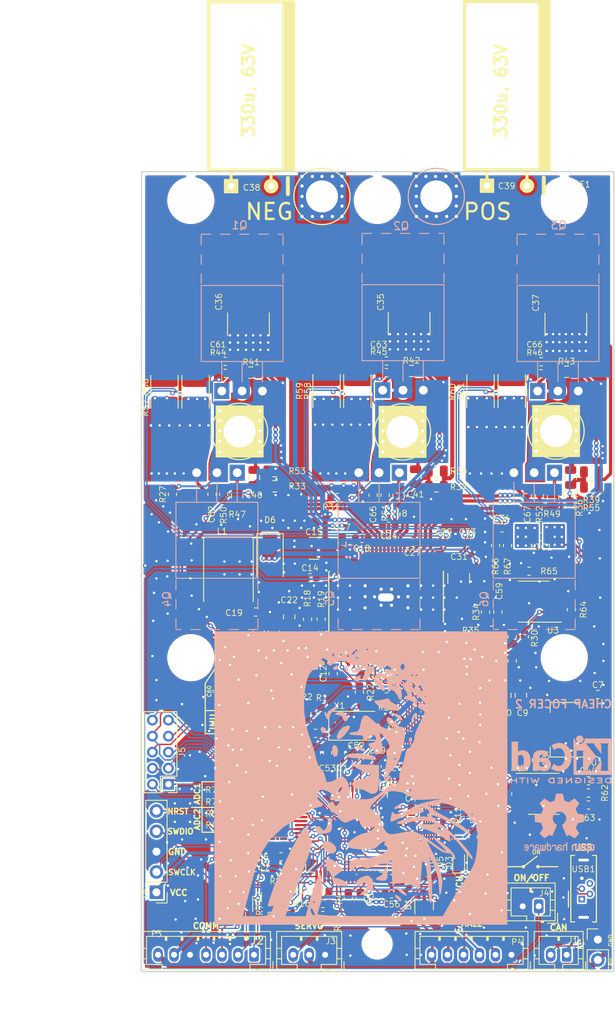
<source format=kicad_pcb>
(kicad_pcb (version 20171130) (host pcbnew "(5.1.12)-1")
  (title_block (title "Cheap FOCer 2") (date 2019-03-04) (rev 1) (company "Shaman Systems, LLC") (comment 1 "by Lucas Schulte"))
  (layers (0 Top_Signal signal) (31 Bottom_Signal signal) (34 B.Paste user) (35 F.Paste user) (36 B.SilkS user) (37 F.SilkS user) (38 B.Mask user) (39 F.Mask user) (44 Edge.Cuts user))
  (net 0 "")
  (net 1 +5V)
  (net 2 GND)
  (net 3 NRST)
  (net 4 SWCLK)
  (net 5 SWDIO)
  (net 6 VCC)
  (net 7 V_SUPPLY)
  (net 8 /MCU/AN_IN)
  (net 9 "/Mosfet driver/H1_VS")
  (net 10 "/Mosfet driver/H2_VS")
  (net 11 "/Mosfet driver/H3_VS")
  (net 12 /MCU/SENS1)
  (net 13 /MCU/SENS2)
  (net 14 /MCU/SENS3)
  (net 15 /MCU/BR_SO2)
  (net 16 /MCU/BR_SO1)
  (net 17 /MCU/L3)
  (net 18 /MCU/L2)
  (net 19 /MCU/L1)
  (net 20 /MCU/EN_GATE)
  (net 21 /MCU/H3)
  (net 22 /MCU/H2)
  (net 23 /MCU/H1)
  (net 24 /MCU/USB_DM)
  (net 25 /MCU/USB_DP)
  (net 26 "/CAN bus transceiver/CAN_RX")
  (net 27 "/CAN bus transceiver/CAN_TX")
  (net 28 /MCU/ADC_TEMP)
  (net 29 "/Mosfet driver/GH_A")
  (net 30 "/Mosfet driver/GL_A")
  (net 31 "/Mosfet driver/GL_B")
  (net 32 "/Mosfet driver/GH_B")
  (net 33 "/Mosfet driver/GH_C")
  (net 34 "/Mosfet driver/GL_C")
  (net 35 /MCU/CS)
  (net 36 /MCU/SLCK)
  (net 37 /MCU/SDI)
  (net 38 /MCU/SDO)
  (net 39 /MCU/BR_SO3)
  (net 40 "Net-(C14-Pad1)")
  (net 41 /MCU/SCK_ADC_EXT)
  (net 42 /MCU/MISO_ADC_EXT2)
  (net 43 /MCU/RX_SDA_NSS)
  (net 44 /MCU/TX_SCL_MOSI)
  (net 45 "/Mosfet driver/H2_LOW")
  (net 46 /MCU/SERVO)
  (net 47 PB4)
  (net 48 PB3)
  (net 49 PA15)
  (net 50 PC15)
  (net 51 PC14)
  (net 52 PD2)
  (net 53 PC13)
  (net 54 PC5)
  (net 55 PB12)
  (net 56 PB2)
  (net 57 SPA)
  (net 58 SNA)
  (net 59 SPC)
  (net 60 SNC)
  (net 61 SPB)
  (net 62 SNB)
  (net 63 "Net-(USB1-Pad4)")
  (net 64 "Net-(USB1-Pad1)")
  (net 65 "Net-(C12-Pad2)")
  (net 66 "Net-(C13-Pad2)")
  (net 67 "Net-(C17-Pad1)")
  (net 68 "Net-(C18-Pad1)")
  (net 69 "/Mosfet driver/H3_LOW")
  (net 70 "/Mosfet driver/H1_LOW")
  (net 71 "Net-(R18-Pad1)")
  (net 72 /MCU/FAULT)
  (net 73 "Net-(C51-Pad1)")
  (net 74 /HALL3)
  (net 75 /Filters/HALL1_IN)
  (net 76 /Filters/HALL2_IN)
  (net 77 /RX_SDA_IN)
  (net 78 /SCK_ADC_EXT_IN)
  (net 79 /TX_SCL_MOSI_IN)
  (net 80 /MISO_RX_SCL_IN)
  (net 81 "/CAN bus transceiver/CANH")
  (net 82 "/CAN bus transceiver/CANL")
  (net 83 /MCU/LED_RED)
  (net 84 /MCU/LED_GREEN)
  (net 85 "Net-(C17-Pad2)")
  (net 86 "Net-(C23-Pad1)")
  (net 87 "Net-(C23-Pad2)")
  (net 88 "Net-(C24-Pad1)")
  (net 89 "Net-(C25-Pad1)")
  (net 90 "Net-(C27-Pad1)")
  (net 91 "Net-(C28-Pad1)")
  (net 92 "Net-(C40-Pad2)")
  (net 93 "Net-(C41-Pad2)")
  (net 94 "Net-(C42-Pad2)")
  (net 95 "Net-(C44-Pad1)")
  (net 96 "Net-(C50-Pad1)")
  (net 97 "Net-(C55-Pad1)")
  (net 98 "Net-(C56-Pad1)")
  (net 99 "Net-(J3-Pad3)")
  (net 100 "Net-(J4-Pad1)")
  (net 101 "Net-(R3-Pad2)")
  (net 102 "Net-(R4-Pad2)")
  (net 103 "Net-(R19-Pad1)")
  (net 104 "Net-(R23-Pad2)")
  (net 105 "Net-(U2-Pad12)")
  (net 106 "Net-(U2-Pad5)")
  (net 107 "Net-(U2-Pad4)")
  (net 108 "Net-(C30-Pad2)")
  (net 109 "Net-(R64-Pad2)")
  (net 110 "Net-(R65-Pad2)")
  (net 111 "Net-(R65-Pad1)")
  (net 112 "Net-(R26-Pad2)")
  (net 113 "Net-(R28-Pad2)")
  (net 114 "Net-(R30-Pad2)")
  (net 115 "Net-(C59-Pad1)")
  (net 116 "Net-(U6-Pad11)")
  (net 117 "Net-(U6-Pad10)")
  (net 118 "Net-(U6-Pad9)")
  (net 119 "Net-(U6-Pad4)")
  (net 120 "Net-(U6-Pad3)")
  (net 121 "Net-(U6-Pad2)")
  (net 122 "Net-(D3-Pad2)")
  (net 123 "Net-(D4-Pad2)")
  (net 124 "Net-(D5-Pad2)")
  (net 125 "Net-(C61-Pad1)")
  (net 126 "Net-(C62-Pad1)")
  (net 127 "Net-(C63-Pad1)")
  (net 128 "Net-(C65-Pad1)")
  (net 129 "Net-(C66-Pad1)")
  (net 130 "Net-(C67-Pad1)")
  (net 131 /Filters/TEMP_IN)
  (net 132 "Net-(C4-Pad2)")
  (net 133 "/Mosfet driver/BR_SO1")
  (net 134 "/Mosfet driver/BR_SO2")
  (net 135 "/Mosfet driver/BR_SO3")
  (net 136 "Net-(R11-Pad2)")
  (net 137 "/Mosfet driver/FAULT")
  (net 138 "/Mosfet driver/SDO")
  (net 139 "/Mosfet driver/EN_GATE")
  (net 140 "/Mosfet driver/SENS1")
  (net 141 "/Mosfet driver/SENS2")
  (net 142 "/Mosfet driver/SENS3")
  (net 143 "/Mosfet driver/CS")
  (net 144 "/Mosfet driver/SDI")
  (net 145 "/Mosfet driver/SLCK")
  (net 146 "/Mosfet driver/H1")
  (net 147 "/Mosfet driver/L1")
  (net 148 "/Mosfet driver/H2")
  (net 149 "/Mosfet driver/L2")
  (net 150 "/Mosfet driver/H3")
  (net 151 "/Mosfet driver/L3")
  (module Symbol:KiCad-Logo2_5mm_SilkScreen (layer Bottom_Signal) (at 163.1 142.4 180)
    (fp_text reference H9 hide)
    (fp_text value "KiCAD Logo" hide)
  )
  (module Symbol:OSHW-Logo2_9.8x8mm_SilkScreen (layer Bottom_Signal) (at 162.9 150.4 180)
    (fp_text reference H4 hide)
    (fp_text value "Open Hardware Logo" hide)
  )
  (module Diode_SMD:D_SMA (layer Top_Signal) (at 126.7 117.6 270)
    (fp_text reference D6 (at -5.1 0 180) (layer F.SilkS) (effects (font (size 0.75 0.75) (thickness 0.1))))
    (fp_text value "100v, 1A")
    (fp_text user %R (at -5.1 0 180) (layer F.SilkS) (effects (font (size 0.75 0.75) (thickness 0.1))))
    (pad 2 smd rect (at 2 0 270) (size 2.5 1.8) (layers Top_Signal F.Paste F.Mask) (net 2 GND))
    (pad 1 smd rect (at -2 0 270) (size 2.5 1.8) (layers Top_Signal F.Paste F.Mask) (net 85 "Net-(C17-Pad2)"))
  )
  (module shapes3D:Sam_J (layer Bottom_Signal) (at 138.2 144.6 180)
    (fp_text reference H3 hide)
    (fp_text value SLJ hide)
  )
  (module MountingHole:MountingHole_3.2mm_M3_ISO14580_Pad (layer Top_Signal) (at 140.125 72.6)
    (fp_text reference H13 (at 0 0.1) (layer F.SilkS) (effects (font (size 0.75 0.75) (thickness 0.1))))
    (fp_text value MountingHole)
    (pad 1 np_thru_hole oval (at 0 0) (size 3.5 3.5) (drill 3.5) (layers *.Cu *.Mask) (clearance 1.2))
  )
  (module Capacitor_SMD:C_1210_3225Metric (layer Top_Signal) (at 132.2 116.05)
    (fp_text reference C15 (at 0 -2.05) (layer F.SilkS) (effects (font (size 0.75 0.75) (thickness 0.1))))
    (fp_text value "4.7uF, 100V")
    (pad 2 smd roundrect (at 1.4 0) (size 1.25 2.65) (layers Top_Signal F.Paste F.Mask) (roundrect_rratio 0.2) (net 7 V_SUPPLY))
    (pad 1 smd roundrect (at -1.4 0) (size 1.25 2.65) (layers Top_Signal F.Paste F.Mask) (roundrect_rratio 0.2) (net 2 GND))
  )
  (module Resistor_SMD:R_0603_1608Metric (layer Top_Signal) (at 122.1 146.2 180)
    (fp_text reference R72 (at 2.4 0) (layer F.SilkS) (effects (font (size 0.75 0.75) (thickness 0.1))))
    (fp_text value DNP)
    (pad 2 smd roundrect (at 0.7875 0 180) (size 0.875 0.95) (layers Top_Signal F.Paste F.Mask) (net 41 /MCU/SCK_ADC_EXT))
    (pad 1 smd roundrect (at -0.7875 0 180) (size 0.875 0.95) (layers Top_Signal F.Paste F.Mask) (net 6 VCC))
  )
  (module Resistor_SMD:R_0603_1608Metric (layer Top_Signal) (at 122.103732 147.633732)
    (fp_text reference R71 (at -2.403732 0.066268) (layer F.SilkS) (effects (font (size 0.75 0.75) (thickness 0.1))))
    (fp_text value DNP)
    (pad 2 smd roundrect (at 0.7875 0) (size 0.875 0.95) (layers Top_Signal F.Paste F.Mask) (net 41 /MCU/SCK_ADC_EXT))
    (pad 1 smd roundrect (at -0.7875 0) (size 0.875 0.95) (layers Top_Signal F.Paste F.Mask) (net 2 GND))
  )
  (module Resistor_SMD:R_0603_1608Metric (layer Top_Signal) (at 122.053732 149.133732)
    (fp_text reference R68 (at -2.353732 0.066268) (layer F.SilkS) (effects (font (size 0.75 0.75) (thickness 0.1))))
    (fp_text value DNP)
    (pad 2 smd roundrect (at 0.7875 0) (size 0.875 0.95) (layers Top_Signal F.Paste F.Mask) (net 42 /MCU/MISO_ADC_EXT2))
    (pad 1 smd roundrect (at -0.7875 0) (size 0.875 0.95) (layers Top_Signal F.Paste F.Mask) (net 2 GND))
  )
  (module Resistor_SMD:R_0603_1608Metric (layer Top_Signal) (at 122.05 150.6)
    (fp_text reference R40 (at -2.35 0) (layer F.SilkS) (effects (font (size 0.75 0.75) (thickness 0.1))))
    (fp_text value DNP)
    (pad 2 smd roundrect (at 0.7875 0) (size 0.875 0.95) (layers Top_Signal F.Paste F.Mask) (net 42 /MCU/MISO_ADC_EXT2))
    (pad 1 smd roundrect (at -0.7875 0) (size 0.875 0.95) (layers Top_Signal F.Paste F.Mask) (net 6 VCC))
  )
  (module Capacitor_SMD:C_0603_1608Metric (layer Top_Signal) (at 158.9 109.5 270)
    (fp_text reference C67 (at 2.3 0 90) (layer F.SilkS) (effects (font (size 0.75 0.75) (thickness 0.1))))
    (fp_text value 1nF)
    (pad 2 smd roundrect (at 0.7875 0 270) (size 0.875 0.95) (layers Top_Signal F.Paste F.Mask) (net 69 "/Mosfet driver/H3_LOW"))
    (pad 1 smd roundrect (at -0.7875 0 270) (size 0.875 0.95) (layers Top_Signal F.Paste F.Mask) (net 130 "Net-(C67-Pad1)"))
  )
  (module Capacitor_SMD:C_0603_1608Metric (layer Top_Signal) (at 160.6 92.75 180)
    (fp_text reference C66 (at 0.8 2.15) (layer F.SilkS) (effects (font (size 0.7 0.7) (thickness 0.1))))
    (fp_text value 1nF)
    (pad 2 smd roundrect (at 0.7875 0 180) (size 0.875 0.95) (layers Top_Signal F.Paste F.Mask) (net 11 "/Mosfet driver/H3_VS"))
    (pad 1 smd roundrect (at -0.7875 0 180) (size 0.875 0.95) (layers Top_Signal F.Paste F.Mask) (net 129 "Net-(C66-Pad1)"))
  )
  (module Capacitor_SMD:C_0603_1608Metric (layer Top_Signal) (at 139.6 109.4 270)
    (fp_text reference C65 (at 2.4 0 90) (layer F.SilkS) (effects (font (size 0.75 0.75) (thickness 0.1))))
    (fp_text value 1nF)
    (pad 2 smd roundrect (at 0.7875 0 270) (size 0.875 0.95) (layers Top_Signal F.Paste F.Mask) (net 45 "/Mosfet driver/H2_LOW"))
    (pad 1 smd roundrect (at -0.7875 0 270) (size 0.875 0.95) (layers Top_Signal F.Paste F.Mask) (net 128 "Net-(C65-Pad1)"))
  )
  (module Capacitor_SMD:C_0603_1608Metric (layer Top_Signal) (at 141.25 92.65 180)
    (fp_text reference C63 (at 0.95 2.05 180) (layer F.SilkS) (effects (font (size 0.75 0.75) (thickness 0.1))))
    (fp_text value 1nF)
    (pad 2 smd roundrect (at 0.7875 0 180) (size 0.875 0.95) (layers Top_Signal F.Paste F.Mask) (net 10 "/Mosfet driver/H2_VS"))
    (pad 1 smd roundrect (at -0.7875 0 180) (size 0.875 0.95) (layers Top_Signal F.Paste F.Mask) (net 127 "Net-(C63-Pad1)"))
  )
  (module Capacitor_SMD:C_0603_1608Metric (layer Top_Signal) (at 119.45 109.3 270)
    (fp_text reference C62 (at 2.5 0.05 90) (layer F.SilkS) (effects (font (size 0.75 0.75) (thickness 0.1))))
    (fp_text value 1nF)
    (pad 2 smd roundrect (at 0.7875 0 270) (size 0.875 0.95) (layers Top_Signal F.Paste F.Mask) (net 70 "/Mosfet driver/H1_LOW"))
    (pad 1 smd roundrect (at -0.7875 0 270) (size 0.875 0.95) (layers Top_Signal F.Paste F.Mask) (net 126 "Net-(C62-Pad1)"))
  )
  (module Capacitor_SMD:C_0603_1608Metric (layer Top_Signal) (at 121.1 92.7 180)
    (fp_text reference C61 (at 0.9 2.1) (layer F.SilkS) (effects (font (size 0.7 0.7) (thickness 0.1))))
    (fp_text value 1nF)
    (pad 2 smd roundrect (at 0.7875 0 180) (size 0.875 0.95) (layers Top_Signal F.Paste F.Mask) (net 9 "/Mosfet driver/H1_VS"))
    (pad 1 smd roundrect (at -0.7875 0 180) (size 0.875 0.95) (layers Top_Signal F.Paste F.Mask) (net 125 "Net-(C61-Pad1)"))
  )
  (module MountingHole:MountingHole_3.2mm_M3_ISO14580_Pad (layer Top_Signal) (at 140.1 165.45)
    (fp_text reference H5 (at 0 0.05) (layer F.SilkS) (effects (font (size 0.75 0.75) (thickness 0.1))))
    (fp_text value MountingHole)
    (pad "" np_thru_hole oval (at 0 0) (size 3.5 3.5) (drill 3.5) (layers *.Cu *.Mask) (clearance 0.2))
  )
  (module shapes3D:TO-220-3_Horizontal_TabUp_no_hole (layer Bottom_Signal) (at 140.795 96.3)
    (fp_text reference Q2 (at 2.305 -20.5) (layer B.SilkS) (effects (justify mirror)))
    (fp_text value NCEP60T20)
    (pad 1 thru_hole rect (at 0 0) (size 1.905 2) (drill 1.1) (layers *.Cu *.Mask) (net 127 "Net-(C63-Pad1)"))
    (pad 2 thru_hole oval (at 2.54 0) (size 1.905 2) (drill 1.1) (layers *.Cu *.Mask) (net 7 V_SUPPLY))
    (pad 3 thru_hole oval (at 5.08 0) (size 1.905 2) (drill 1.1) (layers *.Cu *.Mask) (net 10 "/Mosfet driver/H2_VS"))
  )
  (module Package_LGA:Bosch_LGA-14_3x2.5mm_P0.5mm (layer Top_Signal) (at 122.75 134.04 180)
    (fp_text reference U6 (at -2.25 -0.96 90) (layer F.SilkS) (effects (font (size 0.5 0.5) (thickness 0.1))))
    (fp_text value BMI160)
    (pad 11 smd rect (at 1.2625 -0.75 180) (size 0.675 0.25) (layers Top_Signal F.Paste F.Mask) (net 116 "Net-(U6-Pad11)"))
    (pad 10 smd rect (at 1.2625 -0.25 180) (size 0.675 0.25) (layers Top_Signal F.Paste F.Mask) (net 117 "Net-(U6-Pad10)"))
    (pad 9 smd rect (at 1.2625 0.25 180) (size 0.675 0.25) (layers Top_Signal F.Paste F.Mask) (net 118 "Net-(U6-Pad9)"))
    (pad 8 smd rect (at 1.2625 0.75 180) (size 0.675 0.25) (layers Top_Signal F.Paste F.Mask) (net 6 VCC))
    (pad 4 smd rect (at -1.2625 0.75 180) (size 0.675 0.25) (layers Top_Signal F.Paste F.Mask) (net 119 "Net-(U6-Pad4)"))
    (pad 3 smd rect (at -1.2625 0.25 180) (size 0.675 0.25) (layers Top_Signal F.Paste F.Mask) (net 120 "Net-(U6-Pad3)"))
    (pad 2 smd rect (at -1.2625 -0.25 180) (size 0.675 0.25) (layers Top_Signal F.Paste F.Mask) (net 121 "Net-(U6-Pad2)"))
    (pad 1 smd rect (at -1.2625 -0.75 180) (size 0.675 0.25) (layers Top_Signal F.Paste F.Mask) (net 2 GND))
    (pad 7 smd rect (at 0.5 1.0125 180) (size 0.25 0.675) (layers Top_Signal F.Paste F.Mask) (net 2 GND))
    (pad 6 smd rect (at 0 1.0125 180) (size 0.25 0.675) (layers Top_Signal F.Paste F.Mask) (net 2 GND))
    (pad 5 smd rect (at -0.5 1.0125 180) (size 0.25 0.675) (layers Top_Signal F.Paste F.Mask) (net 6 VCC))
    (pad 12 smd rect (at 0.5 -1.0125 180) (size 0.25 0.675) (layers Top_Signal F.Paste F.Mask) (net 6 VCC))
    (pad 14 smd rect (at -0.5 -1.0125 180) (size 0.25 0.675) (layers Top_Signal F.Paste F.Mask) (net 56 PB2))
    (pad 13 smd rect (at 0 -1.0125 180) (size 0.25 0.675) (layers Top_Signal F.Paste F.Mask) (net 49 PA15))
  )
  (module Resistor_SMD:R_0603_1608Metric (layer Top_Signal) (at 123 137.85)
    (fp_text reference R70 (at -1.8 0.05 90) (layer F.SilkS) (effects (font (size 0.5 0.5) (thickness 0.1))))
    (fp_text value 1k)
    (pad 2 smd roundrect (at 0.7875 0) (size 0.875 0.95) (layers Top_Signal F.Paste F.Mask) (net 6 VCC))
    (pad 1 smd roundrect (at -0.7875 0) (size 0.875 0.95) (layers Top_Signal F.Paste F.Mask) (net 56 PB2))
  )
  (module Resistor_SMD:R_0603_1608Metric (layer Top_Signal) (at 123 136.4 180)
    (fp_text reference R69 (at 1.8 0 90) (layer F.SilkS) (effects (font (size 0.5 0.5) (thickness 0.1))))
    (fp_text value 1k)
    (pad 2 smd roundrect (at 0.7875 0 180) (size 0.875 0.95) (layers Top_Signal F.Paste F.Mask) (net 49 PA15))
    (pad 1 smd roundrect (at -0.7875 0 180) (size 0.875 0.95) (layers Top_Signal F.Paste F.Mask) (net 6 VCC))
  )
  (module Capacitor_SMD:C_0603_1608Metric (layer Top_Signal) (at 122.5 131.5)
    (fp_text reference C64 (at 0 -1.1) (layer F.SilkS) (effects (font (size 0.5 0.5) (thickness 0.1))))
    (fp_text value 100n)
    (pad 2 smd roundrect (at 0.7875 0) (size 0.875 0.95) (layers Top_Signal F.Paste F.Mask) (net 6 VCC))
    (pad 1 smd roundrect (at -0.7875 0) (size 0.875 0.95) (layers Top_Signal F.Paste F.Mask) (net 2 GND))
  )
  (module Capacitor_SMD:C_0603_1608Metric (layer Top_Signal) (at 120.1 133.9 90)
    (fp_text reference C60 (at 0 -1 90) (layer F.SilkS) (effects (font (size 0.5 0.5) (thickness 0.1))))
    (fp_text value 100n)
    (pad 2 smd roundrect (at 0.7875 0 90) (size 0.875 0.95) (layers Top_Signal F.Paste F.Mask) (net 6 VCC))
    (pad 1 smd roundrect (at -0.7875 0 90) (size 0.875 0.95) (layers Top_Signal F.Paste F.Mask) (net 2 GND))
  )
  (module Connector_JST:JST_PH_B7B-PH-K_1x07_P2.00mm_Vertical (layer Top_Signal) (at 124.7 166.8 180)
    (fp_text reference J2 (at -0.4 1.8) (layer F.SilkS))
    (fp_text value Conn_01x07)
    (pad 7 thru_hole oval (at 12 0 180) (size 1.2 1.75) (drill 0.75) (layers *.Cu *.Mask) (net 1 +5V))
    (pad 6 thru_hole oval (at 10 0 180) (size 1.2 1.75) (drill 0.75) (layers *.Cu *.Mask) (net 6 VCC))
    (pad 5 thru_hole oval (at 8 0 180) (size 1.2 1.75) (drill 0.75) (layers *.Cu *.Mask) (net 2 GND))
    (pad 4 thru_hole oval (at 6 0 180) (size 1.2 1.75) (drill 0.75) (layers *.Cu *.Mask) (net 78 /SCK_ADC_EXT_IN))
    (pad 3 thru_hole oval (at 4 0 180) (size 1.2 1.75) (drill 0.75) (layers *.Cu *.Mask) (net 77 /RX_SDA_IN))
    (pad 2 thru_hole oval (at 2 0 180) (size 1.2 1.75) (drill 0.75) (layers *.Cu *.Mask) (net 79 /TX_SCL_MOSI_IN))
    (pad 1 thru_hole roundrect (at 0 0 180) (size 1.2 1.75) (drill 0.75) (layers *.Cu *.Mask) (roundrect_rratio 0.208333) (net 80 /MISO_RX_SCL_IN))
  )
  (module Connector_JST:JST_PH_B3B-PH-K_1x03_P2.00mm_Vertical (layer Top_Signal) (at 133.6 166.8 180)
    (fp_text reference J3 (at -0.7 1.7 180) (layer F.SilkS) (effects (font (size 0.75 0.75) (thickness 0.1))))
    (fp_text value Conn_01x03)
    (pad 3 thru_hole oval (at 4 0 180) (size 1.2 1.75) (drill 0.75) (layers *.Cu *.Mask) (net 99 "Net-(J3-Pad3)"))
    (pad 2 thru_hole oval (at 2 0 180) (size 1.2 1.75) (drill 0.75) (layers *.Cu *.Mask) (net 1 +5V))
    (pad 1 thru_hole roundrect (at 0 0 180) (size 1.2 1.75) (drill 0.75) (layers *.Cu *.Mask) (roundrect_rratio 0.208333) (net 2 GND))
  )
  (module Connector_JST:JST_PH_B6B-PH-K_1x06_P2.00mm_Vertical (layer Top_Signal) (at 156.9 166.8 180)
    (fp_text reference P4 (at -0.7 1.6) (layer F.SilkS) (effects (font (size 0.75 0.75) (thickness 0.1))))
    (fp_text value HALL/Encoder)
    (pad 1 thru_hole roundrect (at 0 0 180) (size 1.2 1.75) (drill 0.75) (layers *.Cu *.Mask) (roundrect_rratio 0.208333) (net 2 GND))
    (pad 2 thru_hole oval (at 2 0 180) (size 1.2 1.75) (drill 0.75) (layers *.Cu *.Mask) (net 74 /HALL3))
    (pad 3 thru_hole oval (at 4 0 180) (size 1.2 1.75) (drill 0.75) (layers *.Cu *.Mask) (net 76 /Filters/HALL2_IN))
    (pad 4 thru_hole oval (at 6 0 180) (size 1.2 1.75) (drill 0.75) (layers *.Cu *.Mask) (net 75 /Filters/HALL1_IN))
    (pad 5 thru_hole oval (at 8 0 180) (size 1.2 1.75) (drill 0.75) (layers *.Cu *.Mask) (net 131 /Filters/TEMP_IN))
    (pad 6 thru_hole oval (at 10 0 180) (size 1.2 1.75) (drill 0.75) (layers *.Cu *.Mask) (net 1 +5V))
  )
  (module Connector_JST:JST_PH_B2B-PH-K_1x02_P2.00mm_Vertical (layer Top_Signal) (at 163.8 166.8 180)
    (fp_text reference J1 (at -0.8 1.8) (layer F.SilkS) (effects (font (size 0.75 0.75) (thickness 0.1))))
    (fp_text value Conn_01x02)
    (pad 1 thru_hole roundrect (at 0 0 180) (size 1.2 1.75) (drill 0.75) (layers *.Cu *.Mask) (roundrect_rratio 0.208333) (net 82 "/CAN bus transceiver/CANL"))
    (pad 2 thru_hole oval (at 2 0 180) (size 1.2 1.75) (drill 0.75) (layers *.Cu *.Mask) (net 81 "/CAN bus transceiver/CANH"))
  )
  (module Connector_JST:JST_PH_B2B-PH-K_1x02_P2.00mm_Vertical (layer Top_Signal) (at 160.3 160.75 180)
    (fp_text reference J4 (at -0.7 1.65 180) (layer F.SilkS) (effects (font (size 0.75 0.75) (thickness 0.1))))
    (fp_text value On/Off)
    (pad 2 thru_hole oval (at 2 0 180) (size 1.2 1.75) (drill 0.75) (layers *.Cu *.Mask) (net 2 GND))
    (pad 1 thru_hole roundrect (at 0 0 180) (size 1.2 1.75) (drill 0.75) (layers *.Cu *.Mask) (roundrect_rratio 0.208333) (net 100 "Net-(J4-Pad1)"))
  )
  (module Resistor_SMD:R_0603_1608Metric (layer Top_Signal) (at 160.4 109.5 90)
    (fp_text reference R52 (at -2.3 0 90) (layer F.SilkS) (effects (font (size 0.75 0.75) (thickness 0.1))))
    (fp_text value 4.7k)
    (pad 2 smd roundrect (at 0.7875 0 90) (size 0.875 0.95) (layers Top_Signal F.Paste F.Mask) (net 130 "Net-(C67-Pad1)"))
    (pad 1 smd roundrect (at -0.7875 0 90) (size 0.875 0.95) (layers Top_Signal F.Paste F.Mask) (net 69 "/Mosfet driver/H3_LOW"))
  )
  (module w_capacitors:CP_10x20mm_hor_with_model_brd_edge (layer Top_Signal) (at 155.6 59.45 90)
    (fp_text reference C39 (at -11.35 0.7 180) (layer F.SilkS) (effects (font (size 0.75 0.75) (thickness 0.1))))
    (fp_text value "330u, 63V" (at 0.5 0 270) (layer F.SilkS) (effects (font (size 1.5 1.5) (thickness 0.3))))
    (pad 1 thru_hole rect (at -11.3127 -1.7634 270) (size 1.8 1.8) (drill 0.8) (layers *.Cu *.Mask F.SilkS) (net 7 V_SUPPLY))
    (pad 2 thru_hole circle (at -11.3127 3.2366 270) (size 1.8 1.8) (drill 0.8) (layers *.Cu *.Mask F.SilkS) (net 2 GND))
  )
  (module shapes3D:TO-220-3_Horizontal_TabUp_no_hole (layer Bottom_Signal) (at 120.675 96.4)
    (fp_text reference Q1 (at 2.225 -20.7) (layer B.SilkS) (effects (justify mirror)))
    (fp_text value NCEP60T20)
    (pad 1 thru_hole rect (at 0 0) (size 1.905 2) (drill 1.1) (layers *.Cu *.Mask) (net 125 "Net-(C61-Pad1)"))
    (pad 2 thru_hole oval (at 2.54 0) (size 1.905 2) (drill 1.1) (layers *.Cu *.Mask) (net 7 V_SUPPLY))
    (pad 3 thru_hole oval (at 5.08 0) (size 1.905 2) (drill 1.1) (layers *.Cu *.Mask) (net 9 "/Mosfet driver/H1_VS"))
  )
  (module Resistor_SMD:R_0805_2012Metric (layer Top_Signal) (at 147.5 106.4 180)
    (fp_text reference R54 (at -2.8 0 180) (layer F.SilkS) (effects (font (size 0.75 0.75) (thickness 0.1))))
    (fp_text value 10R)
    (pad 2 smd roundrect (at 0.9375 0 180) (size 0.975 1.4) (layers Top_Signal F.Paste F.Mask) (net 93 "Net-(C41-Pad2)"))
    (pad 1 smd roundrect (at -0.9375 0 180) (size 0.975 1.4) (layers Top_Signal F.Paste F.Mask) (net 2 GND))
  )
  (module shapes3D:TO-220-3_Horizontal_TabUp_no_hole (layer Bottom_Signal) (at 142.88 106.6 180)
    (fp_text reference Q5 (at 8.68 -15.7 270) (layer B.SilkS) (effects (justify mirror)))
    (fp_text value NCEP60T20)
    (pad 1 thru_hole rect (at 0 0 180) (size 1.905 2) (drill 1.1) (layers *.Cu *.Mask) (net 128 "Net-(C65-Pad1)"))
    (pad 2 thru_hole oval (at 2.54 0 180) (size 1.905 2) (drill 1.1) (layers *.Cu *.Mask) (net 10 "/Mosfet driver/H2_VS"))
    (pad 3 thru_hole oval (at 5.08 0 180) (size 1.905 2) (drill 1.1) (layers *.Cu *.Mask) (net 45 "/Mosfet driver/H2_LOW"))
  )
  (module w_capacitors:CP_10x20mm_hor_with_model_brd_edge (layer Top_Signal) (at 123.6 59.5 90)
    (fp_text reference C38 (at -11.5 0.8 180) (layer F.SilkS) (effects (font (size 0.75 0.75) (thickness 0.1))))
    (fp_text value "330u, 63V" (at 0.6 0.4 270) (layer F.SilkS) (effects (font (size 1.5 1.5) (thickness 0.3))))
    (pad 2 thru_hole circle (at -11.3127 3.2366 270) (size 1.8 1.8) (drill 0.8) (layers *.Cu *.Mask F.SilkS) (net 2 GND))
    (pad 1 thru_hole rect (at -11.3127 -1.7634 270) (size 1.8 1.8) (drill 0.8) (layers *.Cu *.Mask F.SilkS) (net 7 V_SUPPLY))
  )
  (module Capacitor_SMD:C_0603_1608Metric (layer Top_Signal) (at 135.500001 141.582486 270)
    (fp_text reference C1 (at 1.9 -0.274999) (layer F.SilkS) (effects (font (size 0.75 0.75) (thickness 0.1))))
    (fp_text value 100n)
    (pad 2 smd roundrect (at 0.7875 0 270) (size 0.875 0.95) (layers Top_Signal F.Paste F.Mask) (net 8 /MCU/AN_IN))
    (pad 1 smd roundrect (at -0.7875 0 270) (size 0.875 0.95) (layers Top_Signal F.Paste F.Mask) (net 2 GND))
  )
  (module Resistor_SMD:R_0603_1608Metric (layer Top_Signal) (at 126.95 139.85 180)
    (fp_text reference R13 (at 0 -1.25 180) (layer F.SilkS) (effects (font (size 0.75 0.75) (thickness 0.1))))
    (fp_text value 10k)
    (pad 2 smd roundrect (at 0.7875 0 180) (size 0.875 0.95) (layers Top_Signal F.Paste F.Mask) (net 2 GND))
    (pad 1 smd roundrect (at -0.7875 0 180) (size 0.875 0.95) (layers Top_Signal F.Paste F.Mask) (net 28 /MCU/ADC_TEMP))
  )
  (module Resistor_SMD:R_0603_1608Metric (layer Top_Signal) (at 127.9 136.7 90)
    (fp_text reference R32 (at 2.6 -0.025 270) (layer F.SilkS) (effects (font (size 0.75 0.75) (thickness 0.1))))
    (fp_text value 2k2)
    (pad 2 smd roundrect (at 0.7875 0 90) (size 0.875 0.95) (layers Top_Signal F.Paste F.Mask) (net 141 "/Mosfet driver/SENS2"))
    (pad 1 smd roundrect (at -0.7875 0 90) (size 0.875 0.95) (layers Top_Signal F.Paste F.Mask) (net 2 GND))
  )
  (module Capacitor_SMD:C_0603_1608Metric (layer Top_Signal) (at 141 138.4 90)
    (fp_text reference C51 (at -0.05 1.1 270) (layer F.SilkS) (effects (font (size 0.75 0.75) (thickness 0.1))))
    (fp_text value 15p)
    (pad 2 smd roundrect (at 0.7875 0 90) (size 0.875 0.95) (layers Top_Signal F.Paste F.Mask) (net 2 GND))
    (pad 1 smd roundrect (at -0.7875 0 90) (size 0.875 0.95) (layers Top_Signal F.Paste F.Mask) (net 73 "Net-(C51-Pad1)"))
  )
  (module Package_QFP:LQFP-64_10x10mm_P0.5mm (layer Top_Signal) (at 136.275358 151.357487 270)
    (fp_text reference U5 (at -5.857487 -5.199642) (layer F.SilkS) (effects (font (size 0.75 0.75) (thickness 0.1))))
    (fp_text value STM32F405RGT6)
    (pad 64 smd roundrect (at -3.75 -5.675 270) (size 0.3 1.55) (layers Top_Signal F.Paste F.Mask) (net 6 VCC))
    (pad 63 smd roundrect (at -3.25 -5.675 270) (size 0.3 1.55) (layers Top_Signal F.Paste F.Mask) (net 2 GND))
    (pad 62 smd roundrect (at -2.75 -5.675 270) (size 0.3 1.55) (layers Top_Signal F.Paste F.Mask) (net 27 "/CAN bus transceiver/CAN_TX"))
    (pad 61 smd roundrect (at -2.25 -5.675 270) (size 0.3 1.55) (layers Top_Signal F.Paste F.Mask) (net 26 "/CAN bus transceiver/CAN_RX"))
    (pad 60 smd roundrect (at -1.75 -5.675 270) (size 0.3 1.55) (layers Top_Signal F.Paste F.Mask) (net 2 GND))
    (pad 59 smd roundrect (at -1.25 -5.675 270) (size 0.3 1.55) (layers Top_Signal F.Paste F.Mask) (net 72 /MCU/FAULT))
    (pad 58 smd roundrect (at -0.75 -5.675 270) (size 0.3 1.55) (layers Top_Signal F.Paste F.Mask) (net 46 /MCU/SERVO))
    (pad 57 smd roundrect (at -0.25 -5.675 270) (size 0.3 1.55) (layers Top_Signal F.Paste F.Mask) (net 20 /MCU/EN_GATE))
    (pad 56 smd roundrect (at 0.25 -5.675 270) (size 0.3 1.55) (layers Top_Signal F.Paste F.Mask) (net 47 PB4))
    (pad 55 smd roundrect (at 0.75 -5.675 270) (size 0.3 1.55) (layers Top_Signal F.Paste F.Mask) (net 48 PB3))
    (pad 54 smd roundrect (at 1.25 -5.675 270) (size 0.3 1.55) (layers Top_Signal F.Paste F.Mask) (net 52 PD2))
    (pad 53 smd roundrect (at 1.75 -5.675 270) (size 0.3 1.55) (layers Top_Signal F.Paste F.Mask) (net 37 /MCU/SDI))
    (pad 52 smd roundrect (at 2.25 -5.675 270) (size 0.3 1.55) (layers Top_Signal F.Paste F.Mask) (net 38 /MCU/SDO))
    (pad 51 smd roundrect (at 2.75 -5.675 270) (size 0.3 1.55) (layers Top_Signal F.Paste F.Mask) (net 36 /MCU/SLCK))
    (pad 50 smd roundrect (at 3.25 -5.675 270) (size 0.3 1.55) (layers Top_Signal F.Paste F.Mask) (net 49 PA15))
    (pad 49 smd roundrect (at 3.75 -5.675 270) (size 0.3 1.55) (layers Top_Signal F.Paste F.Mask) (net 4 SWCLK))
    (pad 48 smd roundrect (at 5.675 -3.75 270) (size 1.55 0.3) (layers Top_Signal F.Paste F.Mask) (net 6 VCC))
    (pad 47 smd roundrect (at 5.675 -3.25 270) (size 1.55 0.3) (layers Top_Signal F.Paste F.Mask) (net 98 "Net-(C56-Pad1)"))
    (pad 46 smd roundrect (at 5.675 -2.75 270) (size 1.55 0.3) (layers Top_Signal F.Paste F.Mask) (net 5 SWDIO))
    (pad 45 smd roundrect (at 5.675 -2.25 270) (size 1.55 0.3) (layers Top_Signal F.Paste F.Mask) (net 25 /MCU/USB_DP))
    (pad 44 smd roundrect (at 5.675 -1.75 270) (size 1.55 0.3) (layers Top_Signal F.Paste F.Mask) (net 24 /MCU/USB_DM))
    (pad 43 smd roundrect (at 5.675 -1.25 270) (size 1.55 0.3) (layers Top_Signal F.Paste F.Mask) (net 21 /MCU/H3))
    (pad 42 smd roundrect (at 5.675 -0.75 270) (size 1.55 0.3) (layers Top_Signal F.Paste F.Mask) (net 22 /MCU/H2))
    (pad 41 smd roundrect (at 5.675 -0.25 270) (size 1.55 0.3) (layers Top_Signal F.Paste F.Mask) (net 23 /MCU/H1))
    (pad 40 smd roundrect (at 5.675 0.25 270) (size 1.55 0.3) (layers Top_Signal F.Paste F.Mask) (net 35 /MCU/CS))
    (pad 39 smd roundrect (at 5.675 0.75 270) (size 1.55 0.3) (layers Top_Signal F.Paste F.Mask) (net 74 /HALL3))
    (pad 38 smd roundrect (at 5.675 1.25 270) (size 1.55 0.3) (layers Top_Signal F.Paste F.Mask) (net 76 /Filters/HALL2_IN))
    (pad 37 smd roundrect (at 5.675 1.75 270) (size 1.55 0.3) (layers Top_Signal F.Paste F.Mask) (net 75 /Filters/HALL1_IN))
    (pad 36 smd roundrect (at 5.675 2.25 270) (size 1.55 0.3) (layers Top_Signal F.Paste F.Mask) (net 17 /MCU/L3))
    (pad 35 smd roundrect (at 5.675 2.75 270) (size 1.55 0.3) (layers Top_Signal F.Paste F.Mask) (net 18 /MCU/L2))
    (pad 34 smd roundrect (at 5.675 3.25 270) (size 1.55 0.3) (layers Top_Signal F.Paste F.Mask) (net 19 /MCU/L1))
    (pad 33 smd roundrect (at 5.675 3.75 270) (size 1.55 0.3) (layers Top_Signal F.Paste F.Mask) (net 55 PB12))
    (pad 32 smd roundrect (at 3.75 5.675 270) (size 0.3 1.55) (layers Top_Signal F.Paste F.Mask) (net 6 VCC))
    (pad 31 smd roundrect (at 3.25 5.675 270) (size 0.3 1.55) (layers Top_Signal F.Paste F.Mask) (net 97 "Net-(C55-Pad1)"))
    (pad 30 smd roundrect (at 2.75 5.675 270) (size 0.3 1.55) (layers Top_Signal F.Paste F.Mask) (net 43 /MCU/RX_SDA_NSS))
    (pad 29 smd roundrect (at 2.25 5.675 270) (size 0.3 1.55) (layers Top_Signal F.Paste F.Mask) (net 44 /MCU/TX_SCL_MOSI))
    (pad 28 smd roundrect (at 1.75 5.675 270) (size 0.3 1.55) (layers Top_Signal F.Paste F.Mask) (net 56 PB2))
    (pad 27 smd roundrect (at 1.25 5.675 270) (size 0.3 1.55) (layers Top_Signal F.Paste F.Mask) (net 83 /MCU/LED_RED))
    (pad 26 smd roundrect (at 0.75 5.675 270) (size 0.3 1.55) (layers Top_Signal F.Paste F.Mask) (net 84 /MCU/LED_GREEN))
    (pad 25 smd roundrect (at 0.25 5.675 270) (size 0.3 1.55) (layers Top_Signal F.Paste F.Mask) (net 54 PC5))
    (pad 24 smd roundrect (at -0.25 5.675 270) (size 0.3 1.55) (layers Top_Signal F.Paste F.Mask) (net 131 /Filters/TEMP_IN))
    (pad 23 smd roundrect (at -0.75 5.675 270) (size 0.3 1.55) (layers Top_Signal F.Paste F.Mask) (net 44 /MCU/TX_SCL_MOSI))
    (pad 22 smd roundrect (at -1.25 5.675 270) (size 0.3 1.55) (layers Top_Signal F.Paste F.Mask) (net 42 /MCU/MISO_ADC_EXT2))
    (pad 21 smd roundrect (at -1.75 5.675 270) (size 0.3 1.55) (layers Top_Signal F.Paste F.Mask) (net 41 /MCU/SCK_ADC_EXT))
    (pad 20 smd roundrect (at -2.25 5.675 270) (size 0.3 1.55) (layers Top_Signal F.Paste F.Mask) (net 43 /MCU/RX_SDA_NSS))
    (pad 19 smd roundrect (at -2.75 5.675 270) (size 0.3 1.55) (layers Top_Signal F.Paste F.Mask) (net 6 VCC))
    (pad 18 smd roundrect (at -3.25 5.675 270) (size 0.3 1.55) (layers Top_Signal F.Paste F.Mask) (net 2 GND))
    (pad 17 smd roundrect (at -3.75 5.675 270) (size 0.3 1.55) (layers Top_Signal F.Paste F.Mask) (net 28 /MCU/ADC_TEMP))
    (pad 16 smd roundrect (at -5.675 3.75 270) (size 1.55 0.3) (layers Top_Signal F.Paste F.Mask) (net 14 /MCU/SENS3))
    (pad 15 smd roundrect (at -5.675 3.25 270) (size 1.55 0.3) (layers Top_Signal F.Paste F.Mask) (net 13 /MCU/SENS2))
    (pad 14 smd roundrect (at -5.675 2.75 270) (size 1.55 0.3) (layers Top_Signal F.Paste F.Mask) (net 12 /MCU/SENS1))
    (pad 13 smd roundrect (at -5.675 2.25 270) (size 1.55 0.3) (layers Top_Signal F.Paste F.Mask) (net 6 VCC))
    (pad 12 smd roundrect (at -5.675 1.75 270) (size 1.55 0.3) (layers Top_Signal F.Paste F.Mask) (net 2 GND))
    (pad 11 smd roundrect (at -5.675 1.25 270) (size 1.55 0.3) (layers Top_Signal F.Paste F.Mask) (net 8 /MCU/AN_IN))
    (pad 10 smd roundrect (at -5.675 0.75 270) (size 1.55 0.3) (layers Top_Signal F.Paste F.Mask) (net 39 /MCU/BR_SO3))
    (pad 9 smd roundrect (at -5.675 0.25 270) (size 1.55 0.3) (layers Top_Signal F.Paste F.Mask) (net 15 /MCU/BR_SO2))
    (pad 8 smd roundrect (at -5.675 -0.25 270) (size 1.55 0.3) (layers Top_Signal F.Paste F.Mask) (net 16 /MCU/BR_SO1))
    (pad 7 smd roundrect (at -5.675 -0.75 270) (size 1.55 0.3) (layers Top_Signal F.Paste F.Mask) (net 3 NRST))
    (pad 6 smd roundrect (at -5.675 -1.25 270) (size 1.55 0.3) (layers Top_Signal F.Paste F.Mask) (net 73 "Net-(C51-Pad1)"))
    (pad 5 smd roundrect (at -5.675 -1.75 270) (size 1.55 0.3) (layers Top_Signal F.Paste F.Mask) (net 96 "Net-(C50-Pad1)"))
    (pad 4 smd roundrect (at -5.675 -2.25 270) (size 1.55 0.3) (layers Top_Signal F.Paste F.Mask) (net 50 PC15))
    (pad 3 smd roundrect (at -5.675 -2.75 270) (size 1.55 0.3) (layers Top_Signal F.Paste F.Mask) (net 51 PC14))
    (pad 2 smd roundrect (at -5.675 -3.25 270) (size 1.55 0.3) (layers Top_Signal F.Paste F.Mask) (net 53 PC13))
    (pad 1 smd roundrect (at -5.675 -3.75 270) (size 1.55 0.3) (layers Top_Signal F.Paste F.Mask) (net 6 VCC))
  )
  (module Capacitor_SMD:C_0603_1608Metric (layer Top_Signal) (at 137.5 142.7 270)
    (fp_text reference C52 (at -2 0.025) (layer F.SilkS) (effects (font (size 0.75 0.75) (thickness 0.1))))
    (fp_text value 100n)
    (pad 2 smd roundrect (at 0.7875 0 270) (size 0.875 0.95) (layers Top_Signal F.Paste F.Mask) (net 3 NRST))
    (pad 1 smd roundrect (at -0.7875 0 270) (size 0.875 0.95) (layers Top_Signal F.Paste F.Mask) (net 2 GND))
  )
  (module Resistor_SMD:R_0603_1608Metric (layer Top_Signal) (at 141.1 109.4 90)
    (fp_text reference R51 (at -2.2 0 270) (layer F.SilkS) (effects (font (size 0.75 0.75) (thickness 0.1))))
    (fp_text value 4.7k)
    (pad 1 smd roundrect (at -0.7875 0 90) (size 0.875 0.95) (layers Top_Signal F.Paste F.Mask) (net 45 "/Mosfet driver/H2_LOW"))
    (pad 2 smd roundrect (at 0.7875 0 90) (size 0.875 0.95) (layers Top_Signal F.Paste F.Mask) (net 128 "Net-(C65-Pad1)"))
  )
  (module MountingHole:MountingHole_3.2mm_M3_ISO14580_Pad (layer Top_Signal) (at 163.5 72.6)
    (fp_text reference H8 (at 0.025 0) (layer F.SilkS) (effects (font (size 0.75 0.75) (thickness 0.1))))
    (fp_text value MountingHole)
    (pad 1 np_thru_hole oval (at 0 0) (size 3.5 3.5) (drill 3.5) (layers *.Cu *.Mask) (clearance 1.2))
  )
  (module Resistor_SMD:R_0603_1608Metric (layer Top_Signal) (at 166.525 148.1 180)
    (fp_text reference R63 (at 0.225 -1.6 180) (layer F.SilkS) (effects (font (size 0.75 0.75) (thickness 0.1))))
    (fp_text value 60)
    (pad 2 smd roundrect (at 0.7875 0 180) (size 0.875 0.95) (layers Top_Signal F.Paste F.Mask) (net 82 "/CAN bus transceiver/CANL"))
    (pad 1 smd roundrect (at -0.7875 0 180) (size 0.875 0.95) (layers Top_Signal F.Paste F.Mask) (net 95 "Net-(C44-Pad1)"))
  )
  (module Connector_PinHeader_2.54mm:PinHeader_1x05_P2.54mm_Vertical (layer Top_Signal) (at 112.5 159 180)
    (fp_text reference P5 (at 1.275 0 270) (layer F.SilkS) (effects (font (size 0.75 0.75) (thickness 0.1))))
    (fp_text value SWD)
    (pad 5 thru_hole oval (at 0 10.16 180) (size 1.7 1.7) (drill 1) (layers *.Cu *.Mask) (net 3 NRST))
    (pad 4 thru_hole oval (at 0 7.62 180) (size 1.7 1.7) (drill 1) (layers *.Cu *.Mask) (net 5 SWDIO))
    (pad 3 thru_hole oval (at 0 5.08 180) (size 1.7 1.7) (drill 1) (layers *.Cu *.Mask) (net 2 GND))
    (pad 2 thru_hole oval (at 0 2.54 180) (size 1.7 1.7) (drill 1) (layers *.Cu *.Mask) (net 4 SWCLK))
    (pad 1 thru_hole rect (at 0 0 180) (size 1.7 1.7) (drill 1) (layers *.Cu *.Mask) (net 6 VCC))
  )
  (module Resistor_SMD:R_0603_1608Metric (layer Top_Signal) (at 133.3 158.882485 180)
    (fp_text reference R17 (at 2.625 0.05) (layer F.SilkS) (effects (font (size 0.75 0.75) (thickness 0.1))))
    (fp_text value 2k2)
    (pad 2 smd roundrect (at 0.7875 0 180) (size 0.875 0.95) (layers Top_Signal F.Paste F.Mask) (net 6 VCC))
    (pad 1 smd roundrect (at -0.7875 0 180) (size 0.875 0.95) (layers Top_Signal F.Paste F.Mask) (net 75 /Filters/HALL1_IN))
  )
  (module Capacitor_SMD:C_0603_1608Metric (layer Top_Signal) (at 138.175 114.8)
    (fp_text reference C18 (at -0.025 1.25) (layer F.SilkS) (effects (font (size 0.75 0.75) (thickness 0.1))))
    (fp_text value 220n)
    (pad 2 smd roundrect (at 0.7875 0) (size 0.875 0.95) (layers Top_Signal F.Paste F.Mask) (net 9 "/Mosfet driver/H1_VS"))
    (pad 1 smd roundrect (at -0.7875 0) (size 0.875 0.95) (layers Top_Signal F.Paste F.Mask) (net 68 "Net-(C18-Pad1)"))
  )
  (module Resistor_SMD:R_0603_1608Metric (layer Top_Signal) (at 120.9 109.2875 270)
    (fp_text reference R50 (at 2.6125 0 90) (layer F.SilkS) (effects (font (size 0.75 0.75) (thickness 0.1))))
    (fp_text value 4.7k)
    (pad 1 smd roundrect (at -0.7875 0 270) (size 0.875 0.95) (layers Top_Signal F.Paste F.Mask) (net 126 "Net-(C62-Pad1)"))
    (pad 2 smd roundrect (at 0.7875 0 270) (size 0.875 0.95) (layers Top_Signal F.Paste F.Mask) (net 70 "/Mosfet driver/H1_LOW"))
  )
  (module Capacitor_SMD:C_0603_1608Metric (layer Top_Signal) (at 127.5 147.050001)
    (fp_text reference C48 (at -1.225 -1.150001) (layer F.SilkS) (effects (font (size 0.75 0.75) (thickness 0.1))))
    (fp_text value 2.2u)
    (pad 2 smd roundrect (at 0.7875 0) (size 0.875 0.95) (layers Top_Signal F.Paste F.Mask) (net 6 VCC))
    (pad 1 smd roundrect (at -0.7875 0) (size 0.875 0.95) (layers Top_Signal F.Paste F.Mask) (net 2 GND))
  )
  (module MountingHole:MountingHole_3.2mm_M3_ISO14580_Pad (layer Top_Signal) (at 116.8 129.7)
    (fp_text reference H6 (at -0.075 0.1) (layer F.SilkS) (effects (font (size 0.75 0.75) (thickness 0.1))))
    (fp_text value MountingHole)
    (pad "" np_thru_hole oval (at 0 0) (size 3.5 3.5) (drill 3.5) (layers *.Cu *.Mask) (clearance 1.2))
  )
  (module Resistor_SMD:R_0603_1608Metric (layer Top_Signal) (at 131.4 124.9 90)
    (fp_text reference R18 (at 2.6 -0.025 270) (layer F.SilkS) (effects (font (size 0.75 0.75) (thickness 0.1))))
    (fp_text value 3.3k)
    (pad 2 smd roundrect (at 0.7875 0 90) (size 0.875 0.95) (layers Top_Signal F.Paste F.Mask) (net 2 GND))
    (pad 1 smd roundrect (at -0.7875 0 90) (size 0.875 0.95) (layers Top_Signal F.Paste F.Mask) (net 71 "Net-(R18-Pad1)"))
  )
  (module Resistor_SMD:R_0603_1608Metric (layer Top_Signal) (at 130.675 127.1)
    (fp_text reference R21 (at -0.6 1.4 180) (layer F.SilkS) (effects (font (size 0.75 0.75) (thickness 0.1))))
    (fp_text value 18k)
    (pad 1 smd roundrect (at -0.7875 0) (size 0.875 0.95) (layers Top_Signal F.Paste F.Mask) (net 1 +5V))
    (pad 2 smd roundrect (at 0.7875 0) (size 0.875 0.95) (layers Top_Signal F.Paste F.Mask) (net 71 "Net-(R18-Pad1)"))
  )
  (module Resistor_SMD:R_0603_1608Metric (layer Top_Signal) (at 136.9 129.1 90)
    (fp_text reference R23 (at 0 1.175 90) (layer F.SilkS) (effects (font (size 0.75 0.75) (thickness 0.1))))
    (fp_text value 10k)
    (pad 2 smd roundrect (at 0.7875 0 90) (size 0.875 0.95) (layers Top_Signal F.Paste F.Mask) (net 104 "Net-(R23-Pad2)"))
    (pad 1 smd roundrect (at -0.7875 0 90) (size 0.875 0.95) (layers Top_Signal F.Paste F.Mask) (net 2 GND))
  )
  (module Capacitor_SMD:C_0805_2012Metric (layer Top_Signal) (at 125.275 126.6 90)
    (fp_text reference C20 (at -2.3 -0.2 180) (layer F.SilkS) (effects (font (size 0.75 0.75) (thickness 0.1))))
    (fp_text value 22uf)
    (pad 2 smd roundrect (at 0.9375 0 90) (size 0.975 1.4) (layers Top_Signal F.Paste F.Mask) (net 1 +5V))
    (pad 1 smd roundrect (at -0.9375 0 90) (size 0.975 1.4) (layers Top_Signal F.Paste F.Mask) (net 2 GND))
  )
  (module Resistor_SMD:R_0603_1608Metric (layer Top_Signal) (at 154.4 126.25)
    (fp_text reference R35 (at -2.6 0.05) (layer F.SilkS) (effects (font (size 0.75 0.75) (thickness 0.1))))
    (fp_text value 10k)
    (pad 2 smd roundrect (at 0.7875 0) (size 0.875 0.95) (layers Top_Signal F.Paste F.Mask) (net 2 GND))
    (pad 1 smd roundrect (at -0.7875 0) (size 0.875 0.95) (layers Top_Signal F.Paste F.Mask) (net 115 "Net-(C59-Pad1)"))
  )
  (module Capacitor_SMD:C_2220_5650Metric_Pad1.97x5.40mm_HandSolder (layer Top_Signal) (at 124 88.0625 270)
    (fp_text reference C36 (at -2.8 3.7 270) (layer F.SilkS) (effects (font (size 0.75 0.75) (thickness 0.1))))
    (fp_text value "10uF, 100V")
    (pad 2 smd roundrect (at 2.6375 0 270) (size 1.975 5.4) (layers Top_Signal F.Paste F.Mask) (roundrect_rratio 0.126582) (net 7 V_SUPPLY))
    (pad 1 smd roundrect (at -2.6375 0 270) (size 1.975 5.4) (layers Top_Signal F.Paste F.Mask) (roundrect_rratio 0.126582) (net 2 GND))
  )
  (module Connector_PinHeader_2.00mm:PinHeader_2x05_P2.00mm_Vertical (layer Top_Signal) (at 114 145.5 180)
    (fp_text reference J5 (at -1.7 4 90) (layer F.SilkS) (effects (font (size 0.75 0.75) (thickness 0.1))))
    (fp_text value "UNUSED MCU PINS")
    (pad 10 thru_hole oval (at 2 8 180) (size 1.35 1.35) (drill 0.8) (layers *.Cu *.Mask) (net 47 PB4))
    (pad 9 thru_hole oval (at 0 8 180) (size 1.35 1.35) (drill 0.8) (layers *.Cu *.Mask) (net 48 PB3))
    (pad 8 thru_hole oval (at 2 6 180) (size 1.35 1.35) (drill 0.8) (layers *.Cu *.Mask) (net 49 PA15))
    (pad 7 thru_hole oval (at 0 6 180) (size 1.35 1.35) (drill 0.8) (layers *.Cu *.Mask) (net 50 PC15))
    (pad 6 thru_hole oval (at 2 4 180) (size 1.35 1.35) (drill 0.8) (layers *.Cu *.Mask) (net 51 PC14))
    (pad 5 thru_hole oval (at 0 4 180) (size 1.35 1.35) (drill 0.8) (layers *.Cu *.Mask) (net 52 PD2))
    (pad 4 thru_hole oval (at 2 2 180) (size 1.35 1.35) (drill 0.8) (layers *.Cu *.Mask) (net 53 PC13))
    (pad 3 thru_hole oval (at 0 2 180) (size 1.35 1.35) (drill 0.8) (layers *.Cu *.Mask) (net 54 PC5))
    (pad 2 thru_hole oval (at 2 0 180) (size 1.35 1.35) (drill 0.8) (layers *.Cu *.Mask) (net 55 PB12))
    (pad 1 thru_hole rect (at 0 0 180) (size 1.35 1.35) (drill 0.8) (layers *.Cu *.Mask) (net 56 PB2))
  )
  (module Capacitor_SMD:C_0603_1608Metric (layer Top_Signal) (at 126.9 152.3 90)
    (fp_text reference C3 (at -0.1 -3.8 90) (layer F.SilkS) (effects (font (size 0.75 0.75) (thickness 0.1))))
    (fp_text value 0.01uF)
    (pad 2 smd roundrect (at 0.7875 0 90) (size 0.875 0.95) (layers Top_Signal F.Paste F.Mask) (net 42 /MCU/MISO_ADC_EXT2))
    (pad 1 smd roundrect (at -0.7875 0 90) (size 0.875 0.95) (layers Top_Signal F.Paste F.Mask) (net 2 GND))
  )
  (module CRF1:1pin_4mm (layer Top_Signal) (at 133.2 72.1 270)
    (fp_text reference NEG3 (at -0.1 -0.1 270) (layer F.SilkS) (effects (font (size 0.75 0.75) (thickness 0.1))))
    (fp_text value MOTOR3 hide)
    (pad 1 thru_hole rect (at 0 0 270) (size 6 6) (drill 4) (layers *.Cu *.Mask) (net 2 GND))
  )
  (module Resistor_SMD:R_0603_1608Metric (layer Top_Signal) (at 153.65 124 270)
    (fp_text reference R34 (at 0 1.15 90) (layer F.SilkS) (effects (font (size 0.75 0.75) (thickness 0.1))))
    (fp_text value 10k)
    (pad 2 smd roundrect (at 0.7875 0 270) (size 0.875 0.95) (layers Top_Signal F.Paste F.Mask) (net 115 "Net-(C59-Pad1)"))
    (pad 1 smd roundrect (at -0.7875 0 270) (size 0.875 0.95) (layers Top_Signal F.Paste F.Mask) (net 6 VCC))
  )
  (module Resistor_SMD:R_0603_1608Metric (layer Top_Signal) (at 164.2 110.9 270)
    (fp_text reference R36 (at 0.1 -1.2 270) (layer F.SilkS) (effects (font (size 0.75 0.75) (thickness 0.1))))
    (fp_text value 39k)
    (pad 2 smd roundrect (at 0.7875 0 270) (size 0.875 0.95) (layers Top_Signal F.Paste F.Mask) (net 142 "/Mosfet driver/SENS3"))
    (pad 1 smd roundrect (at -0.7875 0 270) (size 0.875 0.95) (layers Top_Signal F.Paste F.Mask) (net 11 "/Mosfet driver/H3_VS"))
  )
  (module Capacitor_SMD:C_0805_2012Metric (layer Top_Signal) (at 158.075 134.4 270)
    (fp_text reference C9 (at 2.2 -0.2 180) (layer F.SilkS) (effects (font (size 0.75 0.75) (thickness 0.1))))
    (fp_text value 22uF)
    (pad 2 smd roundrect (at 0.9375 0 270) (size 0.975 1.4) (layers Top_Signal F.Paste F.Mask) (net 6 VCC))
    (pad 1 smd roundrect (at -0.9375 0 270) (size 0.975 1.4) (layers Top_Signal F.Paste F.Mask) (net 2 GND))
  )
  (module CRF1:1pin_4mm (layer Bottom_Signal) (at 147.5 72.1 270)
    (fp_text reference POS1 (at -0.1 -0.1 90) (layer F.SilkS) (effects (font (size 0.75 0.75) (thickness 0.1))))
    (fp_text value POS hide)
    (pad 1 thru_hole rect (at 0 0 270) (size 6 6) (drill 4) (layers *.Cu *.Mask) (net 7 V_SUPPLY))
  )
  (module Resistor_SMD:R_0603_1608Metric (layer Top_Signal) (at 136.5 159.8 270)
    (fp_text reference R4 (at 0 1.125 90) (layer F.SilkS) (effects (font (size 0.75 0.75) (thickness 0.1))))
    (fp_text value 22R)
    (pad 2 smd roundrect (at 0.7875 0 270) (size 0.875 0.95) (layers Top_Signal F.Paste F.Mask) (net 102 "Net-(R4-Pad2)"))
    (pad 1 smd roundrect (at -0.7875 0 270) (size 0.875 0.95) (layers Top_Signal F.Paste F.Mask) (net 24 /MCU/USB_DM))
  )
  (module Resistor_SMD:R_0603_1608Metric (layer Top_Signal) (at 160.6 94.25)
    (fp_text reference R46 (at -0.8 -2.65) (layer F.SilkS) (effects (font (size 0.7 0.7) (thickness 0.1))))
    (fp_text value 4.7k)
    (pad 2 smd roundrect (at 0.7875 0) (size 0.875 0.95) (layers Top_Signal F.Paste F.Mask) (net 129 "Net-(C66-Pad1)"))
    (pad 1 smd roundrect (at -0.7875 0) (size 0.875 0.95) (layers Top_Signal F.Paste F.Mask) (net 11 "/Mosfet driver/H3_VS"))
  )
  (module Capacitor_SMD:C_0603_1608Metric (layer Top_Signal) (at 145.85 128.9 270)
    (fp_text reference C28 (at 0 1.25 270) (layer F.SilkS) (effects (font (size 0.75 0.75) (thickness 0.1))))
    (fp_text value 2.2uF)
    (pad 1 smd roundrect (at -0.7875 0 270) (size 0.875 0.95) (layers Top_Signal F.Paste F.Mask) (net 91 "Net-(C28-Pad1)"))
    (pad 2 smd roundrect (at 0.7875 0 270) (size 0.875 0.95) (layers Top_Signal F.Paste F.Mask) (net 2 GND))
  )
  (module Resistor_SMD:R_0603_1608Metric (layer Top_Signal) (at 135.1 109.7 180)
    (fp_text reference R31 (at 0.775 -1.2) (layer F.SilkS) (effects (font (size 0.75 0.75) (thickness 0.1))))
    (fp_text value 39k)
    (pad 2 smd roundrect (at 0.7875 0 180) (size 0.875 0.95) (layers Top_Signal F.Paste F.Mask) (net 141 "/Mosfet driver/SENS2"))
    (pad 1 smd roundrect (at -0.7875 0 180) (size 0.875 0.95) (layers Top_Signal F.Paste F.Mask) (net 10 "/Mosfet driver/H2_VS"))
  )
  (module Resistor_SMD:R_0603_1608Metric (layer Top_Signal) (at 133.1 124.9 90)
    (fp_text reference R19 (at 2.5 0 270) (layer F.SilkS) (effects (font (size 0.75 0.75) (thickness 0.1))))
    (fp_text value 220k)
    (pad 2 smd roundrect (at 0.7875 0 90) (size 0.875 0.95) (layers Top_Signal F.Paste F.Mask) (net 2 GND))
    (pad 1 smd roundrect (at -0.7875 0 90) (size 0.875 0.95) (layers Top_Signal F.Paste F.Mask) (net 103 "Net-(R19-Pad1)"))
  )
  (module Resistor_SMD:R_0603_1608Metric (layer Top_Signal) (at 127.375 160.3 180)
    (fp_text reference R7 (at 1.975 -0.9 90) (layer F.SilkS) (effects (font (size 0.75 0.75) (thickness 0.1))))
    (fp_text value 100R)
    (pad 2 smd roundrect (at 0.7875 0 180) (size 0.875 0.95) (layers Top_Signal F.Paste F.Mask) (net 77 /RX_SDA_IN))
    (pad 1 smd roundrect (at -0.7875 0 180) (size 0.875 0.95) (layers Top_Signal F.Paste F.Mask) (net 43 /MCU/RX_SDA_NSS))
  )
  (module CRF1:1pin_4mm (layer Top_Signal) (at 122.9 101.45 90)
    (fp_text reference P1 (at -0.025 0.125 90) (layer F.SilkS) (effects (font (size 0.75 0.75) (thickness 0.1))))
    (fp_text value MOTOR1 hide)
    (pad 1 thru_hole rect (at 0 0 90) (size 6.5 6) (drill 4) (layers *.Cu *.Mask F.SilkS) (net 9 "/Mosfet driver/H1_VS") (clearance 0.55))
  )
  (module Resistor_SMD:R_0603_1608Metric (layer Top_Signal) (at 134.6 128.6875 270)
    (fp_text reference R20 (at 0 -1.2 90) (layer F.SilkS) (effects (font (size 0.75 0.75) (thickness 0.1))))
    (fp_text value 15k)
    (pad 2 smd roundrect (at 0.7875 0 270) (size 0.875 0.95) (layers Top_Signal F.Paste F.Mask) (net 65 "Net-(C12-Pad2)"))
    (pad 1 smd roundrect (at -0.7875 0 270) (size 0.875 0.95) (layers Top_Signal F.Paste F.Mask) (net 66 "Net-(C13-Pad2)"))
  )
  (module shapes3D:R_2512_Yageo_big_pads (layer Top_Signal) (at 137.625 96.4 270)
    (fp_text reference R58 (at 0 6.225 270) (layer F.SilkS) (effects (font (size 0.75 0.75) (thickness 0.1))))
    (fp_text value 0.001R)
    (pad 1 smd roundrect (at -2.135 0 270) (size 3.05 3.68) (layers Top_Signal F.Paste F.Mask) (roundrect_rratio 0.185) (net 2 GND))
    (pad 2 smd roundrect (at 2.135 0 270) (size 3.05 3.68) (layers Top_Signal F.Paste F.Mask) (roundrect_rratio 0.185) (net 45 "/Mosfet driver/H2_LOW"))
  )
  (module MountingHole:MountingHole_3.2mm_M3_ISO14580_Pad (layer Top_Signal) (at 141.2 122.175)
    (fp_text reference H7 (at 0.075 0.125) (layer F.SilkS) (effects (font (size 0.75 0.75) (thickness 0.1))))
    (fp_text value MountingHole)
    (pad 1 thru_hole oval (at 0 0) (size 4 3) (drill oval 2 1) (layers *.Cu *.Mask) (net 2 GND))
  )
  (module Resistor_SMD:R_0603_1608Metric (layer Top_Signal) (at 131.3 136.7 270)
    (fp_text reference R2 (at -2.1 0) (layer F.SilkS) (effects (font (size 0.75 0.75) (thickness 0.1))))
    (fp_text value 2k2)
    (pad 2 smd roundrect (at 0.7875 0 270) (size 0.875 0.95) (layers Top_Signal F.Paste F.Mask) (net 8 /MCU/AN_IN))
    (pad 1 smd roundrect (at -0.7875 0 270) (size 0.875 0.95) (layers Top_Signal F.Paste F.Mask) (net 2 GND))
  )
  (module Capacitor_SMD:C_0603_1608Metric (layer Top_Signal) (at 147.8 128.9 90)
    (fp_text reference C30 (at 0.1 1.3 90) (layer F.SilkS) (effects (font (size 0.75 0.75) (thickness 0.1))))
    (fp_text value 2.2uF)
    (pad 1 smd roundrect (at -0.7875 0 90) (size 0.875 0.95) (layers Top_Signal F.Paste F.Mask) (net 2 GND))
    (pad 2 smd roundrect (at 0.7875 0 90) (size 0.875 0.95) (layers Top_Signal F.Paste F.Mask) (net 108 "Net-(C30-Pad2)"))
  )
  (module Capacitor_SMD:C_0805_2012Metric (layer Top_Signal) (at 156.125 134.4 270)
    (fp_text reference C10 (at 2.2 0.25 180) (layer F.SilkS) (effects (font (size 0.75 0.75) (thickness 0.1))))
    (fp_text value 22uF)
    (pad 2 smd roundrect (at 0.9375 0 270) (size 0.975 1.4) (layers Top_Signal F.Paste F.Mask) (net 6 VCC))
    (pad 1 smd roundrect (at -0.9375 0 270) (size 0.975 1.4) (layers Top_Signal F.Paste F.Mask) (net 2 GND))
  )
  (module shapes3D:R_2512_Yageo_big_pads (layer Top_Signal) (at 153.025 96.4 270)
    (fp_text reference R60 (at 0.1 3.525 90) (layer F.SilkS) (effects (font (size 0.75 0.75) (thickness 0.1))))
    (fp_text value 0.001R)
    (pad 1 smd roundrect (at -2.135 0 270) (size 3.05 3.68) (layers Top_Signal F.Paste F.Mask) (roundrect_rratio 0.185) (net 2 GND))
    (pad 2 smd roundrect (at 2.135 0 270) (size 3.05 3.68) (layers Top_Signal F.Paste F.Mask) (roundrect_rratio 0.185) (net 69 "/Mosfet driver/H3_LOW"))
  )
  (module Capacitor_SMD:C_0603_1608Metric (layer Top_Signal) (at 124.9 124 180)
    (fp_text reference C19 (at 2.7 -0.1) (layer F.SilkS) (effects (font (size 0.75 0.75) (thickness 0.1))))
    (fp_text value 2.2uF)
    (pad 1 smd roundrect (at -0.7875 0 180) (size 0.875 0.95) (layers Top_Signal F.Paste F.Mask) (net 2 GND))
    (pad 2 smd roundrect (at 0.7875 0 180) (size 0.875 0.95) (layers Top_Signal F.Paste F.Mask) (net 1 +5V))
  )
  (module Resistor_SMD:R_0603_1608Metric (layer Top_Signal) (at 141.275 134.6 180)
    (fp_text reference R24 (at 0 -1.3) (layer F.SilkS) (effects (font (size 0.75 0.75) (thickness 0.1))))
    (fp_text value 1k)
    (pad 2 smd roundrect (at 0.7875 0 180) (size 0.875 0.95) (layers Top_Signal F.Paste F.Mask) (net 6 VCC))
    (pad 1 smd roundrect (at -0.7875 0 180) (size 0.875 0.95) (layers Top_Signal F.Paste F.Mask) (net 138 "/Mosfet driver/SDO"))
  )
  (module Capacitor_SMD:C_0603_1608Metric (layer Top_Signal) (at 144.5125 115.3)
    (fp_text reference C27 (at 0 1.3) (layer F.SilkS) (effects (font (size 0.75 0.75) (thickness 0.1))))
    (fp_text value 220n)
    (pad 2 smd roundrect (at 0.7875 0) (size 0.875 0.95) (layers Top_Signal F.Paste F.Mask) (net 11 "/Mosfet driver/H3_VS"))
    (pad 1 smd roundrect (at -0.7875 0) (size 0.875 0.95) (layers Top_Signal F.Paste F.Mask) (net 90 "Net-(C27-Pad1)"))
  )
  (module Capacitor_SMD:C_0603_1608Metric (layer Top_Signal) (at 142.9 145.5 270)
    (fp_text reference C45 (at -2 0) (layer F.SilkS) (effects (font (size 0.75 0.75) (thickness 0.1))))
    (fp_text value 2.2u)
    (pad 2 smd roundrect (at 0.7875 0 270) (size 0.875 0.95) (layers Top_Signal F.Paste F.Mask) (net 6 VCC))
    (pad 1 smd roundrect (at -0.7875 0 270) (size 0.875 0.95) (layers Top_Signal F.Paste F.Mask) (net 2 GND))
  )
  (module Resistor_SMD:R_0603_1608Metric (layer Top_Signal) (at 129.975 161.8 180)
    (fp_text reference R14 (at 2.575 -0.1 180) (layer F.SilkS) (effects (font (size 0.75 0.75) (thickness 0.1))))
    (fp_text value 10k)
    (pad 2 smd roundrect (at 0.7875 0 180) (size 0.875 0.95) (layers Top_Signal F.Paste F.Mask) (net 6 VCC))
    (pad 1 smd roundrect (at -0.7875 0 180) (size 0.875 0.95) (layers Top_Signal F.Paste F.Mask) (net 131 /Filters/TEMP_IN))
  )
  (module CRF1:1pin_4mm (layer Top_Signal) (at 143.275 101.5 90)
    (fp_text reference P2 (at -0.1 -0.075 270) (layer F.SilkS) (effects (font (size 0.75 0.75) (thickness 0.1))))
    (fp_text value MOTOR1 hide)
    (pad 1 thru_hole rect (at 0 0 90) (size 6.5 6) (drill 4) (layers *.Cu *.Mask F.SilkS) (net 10 "/Mosfet driver/H2_VS") (clearance 0.55))
  )
  (module Capacitor_SMD:C_0603_1608Metric (layer Top_Signal) (at 128.4 152.3 90)
    (fp_text reference C6 (at -0.1 -4.225 90) (layer F.SilkS) (effects (font (size 0.75 0.75) (thickness 0.1))))
    (fp_text value 100n)
    (pad 2 smd roundrect (at 0.7875 0 90) (size 0.875 0.95) (layers Top_Signal F.Paste F.Mask) (net 131 /Filters/TEMP_IN))
    (pad 1 smd roundrect (at -0.7875 0 90) (size 0.875 0.95) (layers Top_Signal F.Paste F.Mask) (net 2 GND))
  )
  (module Resistor_SMD:R_0603_1608Metric (layer Top_Signal) (at 137.875 134 90)
    (fp_text reference R22 (at 0 1.4 90) (layer F.SilkS) (effects (font (size 0.75 0.75) (thickness 0.1))))
    (fp_text value 10k)
    (pad 2 smd roundrect (at 0.7875 0 90) (size 0.875 0.95) (layers Top_Signal F.Paste F.Mask) (net 137 "/Mosfet driver/FAULT"))
    (pad 1 smd roundrect (at -0.7875 0 90) (size 0.875 0.95) (layers Top_Signal F.Paste F.Mask) (net 6 VCC))
  )
  (module Capacitor_SMD:C_0603_1608Metric (layer Top_Signal) (at 160 142.5 270)
    (fp_text reference C8 (at 0 -1.2 90) (layer F.SilkS) (effects (font (size 0.75 0.75) (thickness 0.1))))
    (fp_text value 2.2u)
    (pad 2 smd roundrect (at 0.7875 0 270) (size 0.875 0.95) (layers Top_Signal F.Paste F.Mask) (net 2 GND))
    (pad 1 smd roundrect (at -0.7875 0 270) (size 0.875 0.95) (layers Top_Signal F.Paste F.Mask) (net 6 VCC))
  )
  (module Capacitor_SMD:C_0603_1608Metric (layer Top_Signal) (at 127.5 150.000001)
    (fp_text reference C2 (at -1.8 -0.000001 90) (layer F.SilkS) (effects (font (size 0.75 0.75) (thickness 0.1))))
    (fp_text value 0.01uF)
    (pad 2 smd roundrect (at 0.7875 0) (size 0.875 0.95) (layers Top_Signal F.Paste F.Mask) (net 41 /MCU/SCK_ADC_EXT))
    (pad 1 smd roundrect (at -0.7875 0) (size 0.875 0.95) (layers Top_Signal F.Paste F.Mask) (net 2 GND))
  )
  (module Resistor_SMD:R_0603_1608Metric (layer Top_Signal) (at 133.1 136.7 270)
    (fp_text reference R1 (at -2 -0.075 180) (layer F.SilkS) (effects (font (size 0.75 0.75) (thickness 0.1))))
    (fp_text value 39k)
    (pad 2 smd roundrect (at 0.7875 0 270) (size 0.875 0.95) (layers Top_Signal F.Paste F.Mask) (net 8 /MCU/AN_IN))
    (pad 1 smd roundrect (at -0.7875 0 270) (size 0.875 0.95) (layers Top_Signal F.Paste F.Mask) (net 7 V_SUPPLY))
  )
  (module Resistor_SMD:R_0603_1608Metric (layer Top_Signal) (at 152.1 152.1 90)
    (fp_text reference R12 (at 2.7 0.1 270) (layer F.SilkS) (effects (font (size 0.75 0.75) (thickness 0.1))))
    (fp_text value 2k2)
    (pad 2 smd roundrect (at 0.7875 0 90) (size 0.875 0.95) (layers Top_Signal F.Paste F.Mask) (net 6 VCC))
    (pad 1 smd roundrect (at -0.7875 0 90) (size 0.875 0.95) (layers Top_Signal F.Paste F.Mask) (net 124 "Net-(D5-Pad2)"))
  )
  (module Capacitor_SMD:C_0603_1608Metric (layer Top_Signal) (at 133.1 128.7 90)
    (fp_text reference C13 (at -0.5 -1.125 270) (layer F.SilkS) (effects (font (size 0.75 0.75) (thickness 0.1))))
    (fp_text value 150p)
    (pad 2 smd roundrect (at 0.7875 0 90) (size 0.875 0.95) (layers Top_Signal F.Paste F.Mask) (net 66 "Net-(C13-Pad2)"))
    (pad 1 smd roundrect (at -0.7875 0 90) (size 0.875 0.95) (layers Top_Signal F.Paste F.Mask) (net 2 GND))
  )
  (module Resistor_SMD:R_0603_1608Metric (layer Top_Signal) (at 141.25 94.1)
    (fp_text reference R45 (at -0.95 -2.6 180) (layer F.SilkS) (effects (font (size 0.75 0.75) (thickness 0.1))))
    (fp_text value 4.7k)
    (pad 2 smd roundrect (at 0.7875 0) (size 0.875 0.95) (layers Top_Signal F.Paste F.Mask) (net 127 "Net-(C63-Pad1)"))
    (pad 1 smd roundrect (at -0.7875 0) (size 0.875 0.95) (layers Top_Signal F.Paste F.Mask) (net 10 "/Mosfet driver/H2_VS"))
  )
  (module Capacitor_SMD:C_0603_1608Metric (layer Top_Signal) (at 141.9 159.2)
    (fp_text reference C56 (at 0 1.3 180) (layer F.SilkS) (effects (font (size 0.75 0.75) (thickness 0.1))))
    (fp_text value 2.2u)
    (pad 2 smd roundrect (at 0.7875 0) (size 0.875 0.95) (layers Top_Signal F.Paste F.Mask) (net 2 GND))
    (pad 1 smd roundrect (at -0.7875 0) (size 0.875 0.95) (layers Top_Signal F.Paste F.Mask) (net 98 "Net-(C56-Pad1)"))
  )
  (module Resistor_SMD:R_0603_1608Metric (layer Top_Signal) (at 121.1 94.2 180)
    (fp_text reference R44 (at 0.9 2.6) (layer F.SilkS) (effects (font (size 0.7 0.7) (thickness 0.1))))
    (fp_text value 4.7k)
    (pad 2 smd roundrect (at 0.7875 0 180) (size 0.875 0.95) (layers Top_Signal F.Paste F.Mask) (net 9 "/Mosfet driver/H1_VS"))
    (pad 1 smd roundrect (at -0.7875 0 180) (size 0.875 0.95) (layers Top_Signal F.Paste F.Mask) (net 125 "Net-(C61-Pad1)"))
  )
  (module Resistor_SMD:R_0603_1608Metric (layer Top_Signal) (at 129.6 136.7 90)
    (fp_text reference R29 (at 2.6 0 90) (layer F.SilkS) (effects (font (size 0.75 0.75) (thickness 0.1))))
    (fp_text value 2k2)
    (pad 2 smd roundrect (at 0.7875 0 90) (size 0.875 0.95) (layers Top_Signal F.Paste F.Mask) (net 140 "/Mosfet driver/SENS1"))
    (pad 1 smd roundrect (at -0.7875 0 90) (size 0.875 0.95) (layers Top_Signal F.Paste F.Mask) (net 2 GND))
  )
  (module Capacitor_SMD:C_0603_1608Metric (layer Top_Signal) (at 128.1 156)
    (fp_text reference C47 (at -2.625 0.1) (layer F.SilkS) (effects (font (size 0.75 0.75) (thickness 0.1))))
    (fp_text value 2.2u)
    (pad 2 smd roundrect (at 0.7875 0) (size 0.875 0.95) (layers Top_Signal F.Paste F.Mask) (net 6 VCC))
    (pad 1 smd roundrect (at -0.7875 0) (size 0.875 0.95) (layers Top_Signal F.Paste F.Mask) (net 2 GND))
  )
  (module Capacitor_SMD:C_0603_1608Metric (layer Top_Signal) (at 140.7 128.9 270)
    (fp_text reference C26 (at 2.5 -0.1 90) (layer F.SilkS) (effects (font (size 0.75 0.75) (thickness 0.1))))
    (fp_text value 2.2uF)
    (pad 2 smd roundrect (at 0.7875 0 270) (size 0.875 0.95) (layers Top_Signal F.Paste F.Mask) (net 2 GND))
    (pad 1 smd roundrect (at -0.7875 0 270) (size 0.875 0.95) (layers Top_Signal F.Paste F.Mask) (net 89 "Net-(C25-Pad1)"))
  )
  (module Capacitor_SMD:C_0603_1608Metric (layer Top_Signal) (at 142.2 128.9 270)
    (fp_text reference C23 (at 2.6 -0.1 90) (layer F.SilkS) (effects (font (size 0.75 0.75) (thickness 0.1))))
    (fp_text value 22n)
    (pad 1 smd roundrect (at -0.7875 0 270) (size 0.875 0.95) (layers Top_Signal F.Paste F.Mask) (net 86 "Net-(C23-Pad1)"))
    (pad 2 smd roundrect (at 0.7875 0 270) (size 0.875 0.95) (layers Top_Signal F.Paste F.Mask) (net 87 "Net-(C23-Pad2)"))
  )
  (module Resistor_SMD:R_0603_1608Metric (layer Top_Signal) (at 114.5 109.3 270)
    (fp_text reference R27 (at 0 1.2 90) (layer F.SilkS) (effects (font (size 0.75 0.75) (thickness 0.1))))
    (fp_text value 39k)
    (pad 2 smd roundrect (at 0.7875 0 270) (size 0.875 0.95) (layers Top_Signal F.Paste F.Mask) (net 140 "/Mosfet driver/SENS1"))
    (pad 1 smd roundrect (at -0.7875 0 270) (size 0.875 0.95) (layers Top_Signal F.Paste F.Mask) (net 9 "/Mosfet driver/H1_VS"))
  )
  (module Resistor_SMD:R_0603_1608Metric (layer Top_Signal) (at 125.4 152.3 270)
    (fp_text reference R9 (at 0.1 3.2 90) (layer F.SilkS) (effects (font (size 0.75 0.75) (thickness 0.1))))
    (fp_text value 100R)
    (pad 2 smd roundrect (at 0.7875 0 270) (size 0.875 0.95) (layers Top_Signal F.Paste F.Mask) (net 80 /MISO_RX_SCL_IN))
    (pad 1 smd roundrect (at -0.7875 0 270) (size 0.875 0.95) (layers Top_Signal F.Paste F.Mask) (net 42 /MCU/MISO_ADC_EXT2))
  )
  (module Resistor_SMD:R_0603_1608Metric (layer Top_Signal) (at 127.375 158.8 180)
    (fp_text reference R8 (at 0 1.2) (layer F.SilkS) (effects (font (size 0.75 0.75) (thickness 0.1))))
    (fp_text value 100R)
    (pad 2 smd roundrect (at 0.7875 0 180) (size 0.875 0.95) (layers Top_Signal F.Paste F.Mask) (net 79 /TX_SCL_MOSI_IN))
    (pad 1 smd roundrect (at -0.7875 0 180) (size 0.875 0.95) (layers Top_Signal F.Paste F.Mask) (net 44 /MCU/TX_SCL_MOSI))
  )
  (module CRF1:1pin_4mm (layer Top_Signal) (at 162.475 101.4 90)
    (fp_text reference P3 (at -0.2 0.125 90) (layer F.SilkS) (effects (font (size 0.75 0.75) (thickness 0.1))))
    (fp_text value MOTOR1 hide)
    (pad 1 thru_hole rect (at 0 0 90) (size 6.5 6) (drill 4) (layers *.Cu *.Mask F.SilkS) (net 11 "/Mosfet driver/H3_VS") (clearance 0.55))
  )
  (module Package_SO:SOIC-8_3.9x4.9mm_P1.27mm (layer Top_Signal) (at 160.925 146.7)
    (fp_text reference U4 (at -2.625 -3.2 180) (layer F.SilkS) (effects (font (size 0.75 0.75) (thickness 0.1))))
    (fp_text value TJA1051T/3/1J)
    (pad 8 smd roundrect (at 2.475 -1.905) (size 1.95 0.6) (layers Top_Signal F.Paste F.Mask) (net 2 GND))
    (pad 7 smd roundrect (at 2.475 -0.635) (size 1.95 0.6) (layers Top_Signal F.Paste F.Mask) (net 81 "/CAN bus transceiver/CANH"))
    (pad 6 smd roundrect (at 2.475 0.635) (size 1.95 0.6) (layers Top_Signal F.Paste F.Mask) (net 82 "/CAN bus transceiver/CANL"))
    (pad 5 smd roundrect (at 2.475 1.905) (size 1.95 0.6) (layers Top_Signal F.Paste F.Mask) (net 6 VCC))
    (pad 4 smd roundrect (at -2.475 1.905) (size 1.95 0.6) (layers Top_Signal F.Paste F.Mask) (net 26 "/CAN bus transceiver/CAN_RX"))
    (pad 3 smd roundrect (at -2.475 0.635) (size 1.95 0.6) (layers Top_Signal F.Paste F.Mask) (net 1 +5V))
    (pad 2 smd roundrect (at -2.475 -0.635) (size 1.95 0.6) (layers Top_Signal F.Paste F.Mask) (net 2 GND))
    (pad 1 smd roundrect (at -2.475 -1.905) (size 1.95 0.6) (layers Top_Signal F.Paste F.Mask) (net 27 "/CAN bus transceiver/CAN_TX"))
  )
  (module Resistor_SMD:R_0603_1608Metric (layer Top_Signal) (at 127.499999 148.5 180)
    (fp_text reference R5 (at 1.799999 0 270) (layer F.SilkS) (effects (font (size 0.75 0.75) (thickness 0.1))))
    (fp_text value 100R)
    (pad 2 smd roundrect (at 0.7875 0 180) (size 0.875 0.95) (layers Top_Signal F.Paste F.Mask) (net 78 /SCK_ADC_EXT_IN))
    (pad 1 smd roundrect (at -0.7875 0 180) (size 0.875 0.95) (layers Top_Signal F.Paste F.Mask) (net 41 /MCU/SCK_ADC_EXT))
  )
  (module Resistor_SMD:R_0603_1608Metric (layer Top_Signal) (at 133.3 161.9 180)
    (fp_text reference R15 (at -1.875 -0.9 270) (layer F.SilkS) (effects (font (size 0.75 0.75) (thickness 0.1))))
    (fp_text value 2k2)
    (pad 2 smd roundrect (at 0.7875 0 180) (size 0.875 0.95) (layers Top_Signal F.Paste F.Mask) (net 6 VCC))
    (pad 1 smd roundrect (at -0.7875 0 180) (size 0.875 0.95) (layers Top_Signal F.Paste F.Mask) (net 74 /HALL3))
  )
  (module Resistor_SMD:R_0603_1608Metric (layer Top_Signal) (at 150.3 152.1 90)
    (fp_text reference R11 (at 2.7 -0.1 90) (layer F.SilkS) (effects (font (size 0.75 0.75) (thickness 0.1))))
    (fp_text value 100R)
    (pad 2 smd roundrect (at 0.7875 0 90) (size 0.875 0.95) (layers Top_Signal F.Paste F.Mask) (net 136 "Net-(R11-Pad2)"))
    (pad 1 smd roundrect (at -0.7875 0 90) (size 0.875 0.95) (layers Top_Signal F.Paste F.Mask) (net 123 "Net-(D4-Pad2)"))
  )
  (module Capacitor_SMD:C_0603_1608Metric (layer Top_Signal) (at 166.525 145.075 180)
    (fp_text reference C44 (at 0.025 1.275 180) (layer F.SilkS) (effects (font (size 0.75 0.75) (thickness 0.1))))
    (fp_text value 1nF)
    (pad 2 smd roundrect (at 0.7875 0 180) (size 0.875 0.95) (layers Top_Signal F.Paste F.Mask) (net 2 GND))
    (pad 1 smd roundrect (at -0.7875 0 180) (size 0.875 0.95) (layers Top_Signal F.Paste F.Mask) (net 95 "Net-(C44-Pad1)"))
  )
  (module Capacitor_SMD:C_0603_1608Metric (layer Top_Signal) (at 132.4 139.15 180)
    (fp_text reference C50 (at 2.625 -0.05) (layer F.SilkS) (effects (font (size 0.75 0.75) (thickness 0.1))))
    (fp_text value 15p)
    (pad 2 smd roundrect (at 0.7875 0 180) (size 0.875 0.95) (layers Top_Signal F.Paste F.Mask) (net 2 GND))
    (pad 1 smd roundrect (at -0.7875 0 180) (size 0.875 0.95) (layers Top_Signal F.Paste F.Mask) (net 96 "Net-(C50-Pad1)"))
  )
  (module Resistor_SMD:R_0603_1608Metric (layer Top_Signal) (at 138 159.8 270)
    (fp_text reference R3 (at 0 -1.275 90) (layer F.SilkS) (effects (font (size 0.75 0.75) (thickness 0.1))))
    (fp_text value 22R)
    (pad 2 smd roundrect (at 0.7875 0 270) (size 0.875 0.95) (layers Top_Signal F.Paste F.Mask) (net 101 "Net-(R3-Pad2)"))
    (pad 1 smd roundrect (at -0.7875 0 270) (size 0.875 0.95) (layers Top_Signal F.Paste F.Mask) (net 25 /MCU/USB_DP))
  )
  (module Package_TO_SOT_SMD:SOT-223-3_TabPin2 (layer Top_Signal) (at 163.65 138.7 180)
    (fp_text reference U1 (at -3.925 -4.1 180) (layer F.SilkS) (effects (font (size 0.75 0.75) (thickness 0.1))))
    (fp_text value AMS1117-3.3)
    (pad 1 smd rect (at -3.15 -2.3 180) (size 2 1.5) (layers Top_Signal F.Paste F.Mask) (net 2 GND))
    (pad 3 smd rect (at -3.15 2.3 180) (size 2 1.5) (layers Top_Signal F.Paste F.Mask) (net 1 +5V))
    (pad 2 smd rect (at -3.15 0 180) (size 2 1.5) (layers Top_Signal F.Paste F.Mask) (net 6 VCC))
    (pad 2 smd rect (at 3.15 0 180) (size 2 3.8) (layers Top_Signal F.Paste F.Mask) (net 6 VCC))
  )
  (module Resistor_SMD:R_0603_1608Metric (layer Top_Signal) (at 126.1 136.7 90)
    (fp_text reference R38 (at 2.6 0 90) (layer F.SilkS) (effects (font (size 0.75 0.75) (thickness 0.1))))
    (fp_text value 2k2)
    (pad 2 smd roundrect (at 0.7875 0 90) (size 0.875 0.95) (layers Top_Signal F.Paste F.Mask) (net 142 "/Mosfet driver/SENS3"))
    (pad 1 smd roundrect (at -0.7875 0 90) (size 0.875 0.95) (layers Top_Signal F.Paste F.Mask) (net 2 GND))
  )
  (module Capacitor_SMD:C_0603_1608Metric (layer Top_Signal) (at 141.55 113.3)
    (fp_text reference C24 (at 0 1.2) (layer F.SilkS) (effects (font (size 0.75 0.75) (thickness 0.1))))
    (fp_text value 220n)
    (pad 2 smd roundrect (at 0.7875 0) (size 0.875 0.95) (layers Top_Signal F.Paste F.Mask) (net 10 "/Mosfet driver/H2_VS"))
    (pad 1 smd roundrect (at -0.7875 0) (size 0.875 0.95) (layers Top_Signal F.Paste F.Mask) (net 88 "Net-(C24-Pad1)"))
  )
  (module Capacitor_SMD:C_0603_1608Metric (layer Top_Signal) (at 128.075357 154.557484 180)
    (fp_text reference C55 (at 2.600357 -0.042516 180) (layer F.SilkS) (effects (font (size 0.75 0.75) (thickness 0.1))))
    (fp_text value 2.2u)
    (pad 2 smd roundrect (at 0.7875 0 180) (size 0.875 0.95) (layers Top_Signal F.Paste F.Mask) (net 2 GND))
    (pad 1 smd roundrect (at -0.7875 0 180) (size 0.875 0.95) (layers Top_Signal F.Paste F.Mask) (net 97 "Net-(C55-Pad1)"))
  )
  (module Capacitor_SMD:C_0603_1608Metric (layer Top_Signal) (at 139.2 128.9 270)
    (fp_text reference C25 (at 2.6 -0.1 90) (layer F.SilkS) (effects (font (size 0.75 0.75) (thickness 0.1))))
    (fp_text value 2.2uF)
    (pad 2 smd roundrect (at 0.7875 0 270) (size 0.875 0.95) (layers Top_Signal F.Paste F.Mask) (net 2 GND))
    (pad 1 smd roundrect (at -0.7875 0 270) (size 0.875 0.95) (layers Top_Signal F.Paste F.Mask) (net 89 "Net-(C25-Pad1)"))
  )
  (module NetTie:NetTie-2_SMD_Pad0.5mm (layer Top_Signal) (at 135.675 95.5 90)
    (fp_text reference NT5 hide)
    (fp_text value Net-Tie_2)
    (fp_poly (pts (xy -0.5 -0.25) (xy 0.5 -0.25) (xy 0.5 0.25) (xy -0.5 0.25)) (layer Top_Signal) (width 0))
    (pad 2 smd circle (at 0.5 0 90) (size 0.5 0.5) (layers Top_Signal) (net 2 GND))
    (pad 1 smd circle (at -0.5 0 90) (size 0.5 0.5) (layers Top_Signal) (net 61 SPB))
  )
  (module Capacitor_SMD:C_0603_1608Metric (layer Top_Signal) (at 134.6 131.7 90)
    (fp_text reference C12 (at 0 -1.225 90) (layer F.SilkS) (effects (font (size 0.75 0.75) (thickness 0.1))))
    (fp_text value 6.8n)
    (pad 2 smd roundrect (at 0.7875 0 90) (size 0.875 0.95) (layers Top_Signal F.Paste F.Mask) (net 65 "Net-(C12-Pad2)"))
    (pad 1 smd roundrect (at -0.7875 0 90) (size 0.875 0.95) (layers Top_Signal F.Paste F.Mask) (net 2 GND))
  )
  (module Resistor_SMD:R_0603_1608Metric (layer Top_Signal) (at 133.3 160.4 180)
    (fp_text reference R16 (at 2.625 0 180) (layer F.SilkS) (effects (font (size 0.75 0.75) (thickness 0.1))))
    (fp_text value 2k2)
    (pad 2 smd roundrect (at 0.7875 0 180) (size 0.875 0.95) (layers Top_Signal F.Paste F.Mask) (net 6 VCC))
    (pad 1 smd roundrect (at -0.7875 0 180) (size 0.875 0.95) (layers Top_Signal F.Paste F.Mask) (net 76 /Filters/HALL2_IN))
  )
  (module Capacitor_SMD:C_0603_1608Metric (layer Top_Signal) (at 135.7 115.4 90)
    (fp_text reference C17 (at 2 0 180) (layer F.SilkS) (effects (font (size 0.75 0.75) (thickness 0.1))))
    (fp_text value 100n)
    (pad 2 smd roundrect (at 0.7875 0 90) (size 0.875 0.95) (layers Top_Signal F.Paste F.Mask) (net 85 "Net-(C17-Pad2)"))
    (pad 1 smd roundrect (at -0.7875 0 90) (size 0.875 0.95) (layers Top_Signal F.Paste F.Mask) (net 67 "Net-(C17-Pad1)"))
  )
  (module MountingHole:MountingHole_3.2mm_M3_ISO14580_Pad (layer Top_Signal) (at 116.8 72.6)
    (fp_text reference H1 (at 0.025 0) (layer F.SilkS) (effects (font (size 0.75 0.75) (thickness 0.1))))
    (fp_text value MountingHole)
    (pad 1 np_thru_hole oval (at 0 0) (size 3.5 3.5) (drill 3.5) (layers *.Cu *.Mask) (clearance 1.2))
  )
  (module Capacitor_SMD:C_0603_1608Metric (layer Top_Signal) (at 156.425 146.7 90)
    (fp_text reference C43 (at 0.1 -1.15 90) (layer F.SilkS) (effects (font (size 0.75 0.75) (thickness 0.1))))
    (fp_text value 0.1u)
    (pad 2 smd roundrect (at 0.7875 0 90) (size 0.875 0.95) (layers Top_Signal F.Paste F.Mask) (net 2 GND))
    (pad 1 smd roundrect (at -0.7875 0 90) (size 0.875 0.95) (layers Top_Signal F.Paste F.Mask) (net 1 +5V))
  )
  (module NetTie:NetTie-2_SMD_Pad0.5mm (layer Top_Signal) (at 135.675 97.3 270)
    (fp_text reference NT2 hide)
    (fp_text value Net-Tie_2)
    (fp_poly (pts (xy -0.5 -0.25) (xy 0.5 -0.25) (xy 0.5 0.25) (xy -0.5 0.25)) (layer Top_Signal) (width 0))
    (pad 2 smd circle (at 0.5 0 270) (size 0.5 0.5) (layers Top_Signal) (net 45 "/Mosfet driver/H2_LOW"))
    (pad 1 smd circle (at -0.5 0 270) (size 0.5 0.5) (layers Top_Signal) (net 62 SNB))
  )
  (module shapes3D:TO-220-3_Horizontal_TabUp_no_hole (layer Bottom_Signal) (at 122.6 106.6 180)
    (fp_text reference Q4 (at 8.8 -15.8 90) (layer B.SilkS) (effects (justify mirror)))
    (fp_text value NCEP60T20)
    (pad 3 thru_hole oval (at 5.08 0 180) (size 1.905 2) (drill 1.1) (layers *.Cu *.Mask) (net 70 "/Mosfet driver/H1_LOW"))
    (pad 2 thru_hole oval (at 2.54 0 180) (size 1.905 2) (drill 1.1) (layers *.Cu *.Mask) (net 9 "/Mosfet driver/H1_VS"))
    (pad 1 thru_hole rect (at 0 0 180) (size 1.905 2) (drill 1.1) (layers *.Cu *.Mask) (net 126 "Net-(C62-Pad1)"))
  )
  (module NetTie:NetTie-2_SMD_Pad0.5mm (layer Top_Signal) (at 115.45 95.65 90)
    (fp_text reference NT4 hide)
    (fp_text value Net-Tie_2)
    (fp_poly (pts (xy -0.5 -0.25) (xy 0.5 -0.25) (xy 0.5 0.25) (xy -0.5 0.25)) (layer Top_Signal) (width 0))
    (pad 2 smd circle (at 0.5 0 90) (size 0.5 0.5) (layers Top_Signal) (net 2 GND))
    (pad 1 smd circle (at -0.5 0 90) (size 0.5 0.5) (layers Top_Signal) (net 57 SPA))
  )
  (module Capacitor_SMD:C_0603_1608Metric (layer Top_Signal) (at 167.7 134.3 180)
    (fp_text reference C7 (at 0 1.2) (layer F.SilkS) (effects (font (size 0.75 0.75) (thickness 0.1))))
    (fp_text value 100n)
    (pad 2 smd roundrect (at 0.7875 0 180) (size 0.875 0.95) (layers Top_Signal F.Paste F.Mask) (net 1 +5V))
    (pad 1 smd roundrect (at -0.7875 0 180) (size 0.875 0.95) (layers Top_Signal F.Paste F.Mask) (net 2 GND))
  )
  (module Resistor_SMD:R_0603_1608Metric (layer Top_Signal) (at 155.7 152.1 270)
    (fp_text reference R6 (at -2.3 -0.1 270) (layer F.SilkS) (effects (font (size 0.75 0.75) (thickness 0.1))))
    (fp_text value 100R)
    (pad 2 smd roundrect (at 0.7875 0 270) (size 0.875 0.95) (layers Top_Signal F.Paste F.Mask) (net 99 "Net-(J3-Pad3)"))
    (pad 1 smd roundrect (at -0.7875 0 270) (size 0.875 0.95) (layers Top_Signal F.Paste F.Mask) (net 132 "Net-(C4-Pad2)"))
  )
  (module Capacitor_SMD:C_0603_1608Metric (layer Top_Signal) (at 140.1 143.3 270)
    (fp_text reference C49 (at -2 0 180) (layer F.SilkS) (effects (font (size 0.75 0.75) (thickness 0.1))))
    (fp_text value 2.2u)
    (pad 2 smd roundrect (at 0.7875 0 270) (size 0.875 0.95) (layers Top_Signal F.Paste F.Mask) (net 6 VCC))
    (pad 1 smd roundrect (at -0.7875 0 270) (size 0.875 0.95) (layers Top_Signal F.Paste F.Mask) (net 2 GND))
  )
  (module Capacitor_SMD:C_0603_1608Metric (layer Top_Signal) (at 129.1 145.55 180)
    (fp_text reference C5 (at 0 1.15) (layer F.SilkS) (effects (font (size 0.75 0.75) (thickness 0.1))))
    (fp_text value 2.2u)
    (pad 2 smd roundrect (at 0.7875 0 180) (size 0.875 0.95) (layers Top_Signal F.Paste F.Mask) (net 2 GND))
    (pad 1 smd roundrect (at -0.7875 0 180) (size 0.875 0.95) (layers Top_Signal F.Paste F.Mask) (net 28 /MCU/ADC_TEMP))
  )
  (module Capacitor_SMD:C_0603_1608Metric (layer Top_Signal) (at 132.500357 141.582484 270)
    (fp_text reference C54 (at -0.082484 1.325357 90) (layer F.SilkS) (effects (font (size 0.75 0.75) (thickness 0.1))))
    (fp_text value 2.2u)
    (pad 2 smd roundrect (at 0.7875 0 270) (size 0.875 0.95) (layers Top_Signal F.Paste F.Mask) (net 6 VCC))
    (pad 1 smd roundrect (at -0.7875 0 270) (size 0.875 0.95) (layers Top_Signal F.Paste F.Mask) (net 2 GND))
  )
  (module Capacitor_SMD:C_0603_1608Metric (layer Top_Signal) (at 144.4 149.3 270)
    (fp_text reference C4 (at -2 0.1 180) (layer F.SilkS) (effects (font (size 0.75 0.75) (thickness 0.1))))
    (fp_text value .01uF)
    (pad 2 smd roundrect (at 0.7875 0 270) (size 0.875 0.95) (layers Top_Signal F.Paste F.Mask) (net 132 "Net-(C4-Pad2)"))
    (pad 1 smd roundrect (at -0.7875 0 270) (size 0.875 0.95) (layers Top_Signal F.Paste F.Mask) (net 2 GND))
  )
  (module Capacitor_SMD:C_0603_1608Metric (layer Top_Signal) (at 131.7 119.7 180)
    (fp_text reference C14 (at 0 1.2 180) (layer F.SilkS) (effects (font (size 0.75 0.75) (thickness 0.1))))
    (fp_text value 15nF)
    (pad 2 smd roundrect (at 0.7875 0 180) (size 0.875 0.95) (layers Top_Signal F.Paste F.Mask) (net 2 GND))
    (pad 1 smd roundrect (at -0.7875 0 180) (size 0.875 0.95) (layers Top_Signal F.Paste F.Mask) (net 40 "Net-(C14-Pad1)"))
  )
  (module NetTie:NetTie-2_SMD_Pad0.5mm (layer Top_Signal) (at 154.975 97.3 270)
    (fp_text reference NT3 hide)
    (fp_text value Net-Tie_2)
    (fp_poly (pts (xy -0.5 -0.25) (xy 0.5 -0.25) (xy 0.5 0.25) (xy -0.5 0.25)) (layer Top_Signal) (width 0))
    (pad 2 smd circle (at 0.5 0 270) (size 0.5 0.5) (layers Top_Signal) (net 69 "/Mosfet driver/H3_LOW"))
    (pad 1 smd circle (at -0.5 0 270) (size 0.5 0.5) (layers Top_Signal) (net 60 SNC))
  )
  (module Capacitor_SMD:C_0603_1608Metric (layer Top_Signal) (at 133.900357 141.582483 270)
    (fp_text reference C53 (at 1.917517 0.025357) (layer F.SilkS) (effects (font (size 0.75 0.75) (thickness 0.1))))
    (fp_text value 2.2u)
    (pad 2 smd roundrect (at 0.7875 0 270) (size 0.875 0.95) (layers Top_Signal F.Paste F.Mask) (net 6 VCC))
    (pad 1 smd roundrect (at -0.7875 0 270) (size 0.875 0.95) (layers Top_Signal F.Paste F.Mask) (net 2 GND))
  )
  (module MountingHole:MountingHole_3.2mm_M3_ISO14580_Pad (layer Top_Signal) (at 163.5 129.7)
    (fp_text reference H2 (at 0.025 0.1) (layer F.SilkS) (effects (font (size 0.75 0.75) (thickness 0.1))))
    (fp_text value MountingHole)
    (pad "" np_thru_hole oval (at 0 0) (size 3.5 3.5) (drill 3.5) (layers *.Cu *.Mask) (clearance 1.2))
  )
  (module NetTie:NetTie-2_SMD_Pad0.5mm (layer Top_Signal) (at 115.45 97.35 270)
    (fp_text reference NT1 hide)
    (fp_text value Net-Tie_2)
    (fp_poly (pts (xy -0.5 -0.25) (xy 0.5 -0.25) (xy 0.5 0.25) (xy -0.5 0.25)) (layer Top_Signal) (width 0))
    (pad 2 smd circle (at 0.5 0 270) (size 0.5 0.5) (layers Top_Signal) (net 70 "/Mosfet driver/H1_LOW"))
    (pad 1 smd circle (at -0.5 0 270) (size 0.5 0.5) (layers Top_Signal) (net 58 SNA))
  )
  (module Resistor_SMD:R_0603_1608Metric (layer Top_Signal) (at 166.525 146.600001)
    (fp_text reference R62 (at 2.05 -0.000001 90) (layer F.SilkS) (effects (font (size 0.75 0.75) (thickness 0.1))))
    (fp_text value 60)
    (pad 2 smd roundrect (at 0.7875 0) (size 0.875 0.95) (layers Top_Signal F.Paste F.Mask) (net 95 "Net-(C44-Pad1)"))
    (pad 1 smd roundrect (at -0.7875 0) (size 0.875 0.95) (layers Top_Signal F.Paste F.Mask) (net 81 "/CAN bus transceiver/CANH"))
  )
  (module NetTie:NetTie-2_SMD_Pad0.5mm (layer Top_Signal) (at 154.975 95.5 90)
    (fp_text reference NT6 hide)
    (fp_text value Net-Tie_2)
    (fp_poly (pts (xy -0.5 -0.25) (xy 0.5 -0.25) (xy 0.5 0.25) (xy -0.5 0.25)) (layer Top_Signal) (width 0))
    (pad 2 smd circle (at 0.5 0 90) (size 0.5 0.5) (layers Top_Signal) (net 2 GND))
    (pad 1 smd circle (at -0.5 0 90) (size 0.5 0.5) (layers Top_Signal) (net 59 SPC))
  )
  (module Capacitor_SMD:C_0603_1608Metric (layer Top_Signal) (at 141.9 157.300001 180)
    (fp_text reference C46 (at -2.575 -0.099999 180) (layer F.SilkS) (effects (font (size 0.75 0.75) (thickness 0.1))))
    (fp_text value 2.2u)
    (pad 2 smd roundrect (at 0.7875 0 180) (size 0.875 0.95) (layers Top_Signal F.Paste F.Mask) (net 6 VCC))
    (pad 1 smd roundrect (at -0.7875 0 180) (size 0.875 0.95) (layers Top_Signal F.Paste F.Mask) (net 2 GND))
  )
  (module shapes3D:TO-220-3_Horizontal_TabUp_no_hole (layer Bottom_Signal) (at 160.175 96.4)
    (fp_text reference Q3 (at 2.625 -20.7) (layer B.SilkS) (effects (justify mirror)))
    (fp_text value NCEP60T20)
    (pad 1 thru_hole rect (at 0 0) (size 1.905 2) (drill 1.1) (layers *.Cu *.Mask) (net 129 "Net-(C66-Pad1)"))
    (pad 2 thru_hole oval (at 2.54 0) (size 1.905 2) (drill 1.1) (layers *.Cu *.Mask) (net 7 V_SUPPLY))
    (pad 3 thru_hole oval (at 5.08 0) (size 1.905 2) (drill 1.1) (layers *.Cu *.Mask) (net 11 "/Mosfet driver/H3_VS"))
  )
  (module Resistor_SMD:R_0805_2012Metric (layer Top_Signal) (at 166.9 108.4 180)
    (fp_text reference R55 (at 0 -2.6) (layer F.SilkS) (effects (font (size 0.75 0.75) (thickness 0.1))))
    (fp_text value 10R)
    (pad 2 smd roundrect (at 0.9375 0 180) (size 0.975 1.4) (layers Top_Signal F.Paste F.Mask) (net 94 "Net-(C42-Pad2)"))
    (pad 1 smd roundrect (at -0.9375 0 180) (size 0.975 1.4) (layers Top_Signal F.Paste F.Mask) (net 2 GND))
  )
  (module Capacitor_SMD:C_0603_1608Metric (layer Top_Signal) (at 157 127.1 90)
    (fp_text reference C32 (at -0.55 -1.05 270) (layer F.SilkS) (effects (font (size 0.75 0.75) (thickness 0.1))))
    (fp_text value 100n)
    (pad 1 smd roundrect (at -0.7875 0 90) (size 0.875 0.95) (layers Top_Signal F.Paste F.Mask) (net 2 GND))
    (pad 2 smd roundrect (at 0.7875 0 90) (size 0.875 0.95) (layers Top_Signal F.Paste F.Mask) (net 6 VCC))
  )
  (module Resistor_SMD:R_0603_1608Metric (layer Top_Signal) (at 147.8 132.3 90)
    (fp_text reference R26 (at 0 -1.1 90) (layer F.SilkS) (effects (font (size 0.75 0.75) (thickness 0.1))))
    (fp_text value 1k)
    (pad 2 smd roundrect (at 0.7875 0 90) (size 0.875 0.95) (layers Top_Signal F.Paste F.Mask) (net 112 "Net-(R26-Pad2)"))
    (pad 1 smd roundrect (at -0.7875 0 90) (size 0.875 0.95) (layers Top_Signal F.Paste F.Mask) (net 133 "/Mosfet driver/BR_SO1"))
  )
  (module Capacitor_SMD:C_0603_1608Metric (layer Top_Signal) (at 148.25 135.6 90)
    (fp_text reference C16 (at 0 -1.43 90) (layer F.SilkS) (effects (font (size 0.75 0.75) (thickness 0.1))))
    (fp_text value 1nF)
    (pad 2 smd roundrect (at 0.7875 0 90) (size 0.875 0.95) (layers Top_Signal F.Paste F.Mask) (net 133 "/Mosfet driver/BR_SO1"))
    (pad 1 smd roundrect (at -0.7875 0 90) (size 0.875 0.95) (layers Top_Signal F.Paste F.Mask) (net 2 GND))
  )
  (module Capacitor_SMD:C_0805_2012Metric (layer Top_Signal) (at 156.3 142.4 90)
    (fp_text reference C11 (at 0 -1.525 90) (layer F.SilkS) (effects (font (size 0.75 0.75) (thickness 0.1))))
    (fp_text value 22uF)
    (pad 2 smd roundrect (at 0.9375 0 90) (size 0.975 1.4) (layers Top_Signal F.Paste F.Mask) (net 6 VCC))
    (pad 1 smd roundrect (at -0.9375 0 90) (size 0.975 1.4) (layers Top_Signal F.Paste F.Mask) (net 2 GND))
  )
  (module Resistor_SMD:R_0805_2012Metric (layer Top_Signal) (at 166.9 106.5 180)
    (fp_text reference R39 (at 0 -3.5) (layer F.SilkS) (effects (font (size 0.75 0.75) (thickness 0.1))))
    (fp_text value 10R)
    (pad 2 smd roundrect (at 0.9375 0 180) (size 0.975 1.4) (layers Top_Signal F.Paste F.Mask) (net 94 "Net-(C42-Pad2)"))
    (pad 1 smd roundrect (at -0.9375 0 180) (size 0.975 1.4) (layers Top_Signal F.Paste F.Mask) (net 2 GND))
  )
  (module Resistor_SMD:R_0603_1608Metric (layer Top_Signal) (at 158.5 127.1 90)
    (fp_text reference R30 (at -0.2 1.3 90) (layer F.SilkS) (effects (font (size 0.75 0.75) (thickness 0.1))))
    (fp_text value 1k)
    (pad 2 smd roundrect (at 0.7875 0 90) (size 0.875 0.95) (layers Top_Signal F.Paste F.Mask) (net 114 "Net-(R30-Pad2)"))
    (pad 1 smd roundrect (at -0.7875 0 90) (size 0.875 0.95) (layers Top_Signal F.Paste F.Mask) (net 135 "/Mosfet driver/BR_SO3"))
  )
  (module Resistor_SMD:R_0603_1608Metric (layer Top_Signal) (at 160.6 114.6)
    (fp_text reference NTC1 (at 0 1.3) (layer F.SilkS) (effects (font (size 0.75 0.75) (thickness 0.1))))
    (fp_text value "NTC 10k")
    (pad 2 smd roundrect (at 0.7875 0) (size 0.875 0.95) (layers Top_Signal F.Paste F.Mask) (net 28 /MCU/ADC_TEMP))
    (pad 1 smd roundrect (at -0.7875 0) (size 0.875 0.95) (layers Top_Signal F.Paste F.Mask) (net 6 VCC))
  )
  (module Connector_PinHeader_2.54mm:PinHeader_1x02_P2.54mm_Vertical (layer Top_Signal) (at 167.7 164.9)
    (fp_text reference J6 hide)
    (fp_text value Conn_01x03)
    (pad 2 thru_hole oval (at 0 2.54) (size 1.7 1.7) (drill 1) (layers *.Cu *.Mask) (net 1 +5V))
    (pad 1 thru_hole rect (at 0 0) (size 1.7 1.7) (drill 1) (layers *.Cu *.Mask) (net 2 GND))
  )
  (module shapes3D:TO-220-3_Horizontal_TabUp_no_hole (layer Bottom_Signal) (at 162.28 106.6 180)
    (fp_text reference Q6 (at 8.78 -15.8 270) (layer B.SilkS) (effects (justify mirror)))
    (fp_text value NCEP60T20)
    (pad 1 thru_hole rect (at 0 0 180) (size 1.905 2) (drill 1.1) (layers *.Cu *.Mask) (net 130 "Net-(C67-Pad1)"))
    (pad 2 thru_hole oval (at 2.54 0 180) (size 1.905 2) (drill 1.1) (layers *.Cu *.Mask) (net 11 "/Mosfet driver/H3_VS"))
    (pad 3 thru_hole oval (at 5.08 0 180) (size 1.905 2) (drill 1.1) (layers *.Cu *.Mask) (net 69 "/Mosfet driver/H3_LOW"))
  )
  (module Capacitor_SMD:C_0603_1608Metric (layer Top_Signal) (at 149.75 135.6 90)
    (fp_text reference C57 (at 0 1.35 90) (layer F.SilkS) (effects (font (size 0.75 0.75) (thickness 0.1))))
    (fp_text value 1nF)
    (pad 2 smd roundrect (at 0.7875 0 90) (size 0.875 0.95) (layers Top_Signal F.Paste F.Mask) (net 134 "/Mosfet driver/BR_SO2"))
    (pad 1 smd roundrect (at -0.7875 0 90) (size 0.875 0.95) (layers Top_Signal F.Paste F.Mask) (net 2 GND))
  )
  (module Package_SO:HTSSOP-56-1EP_6.1x14mm_P0.5mm_EP3.61x6.35mm (layer Top_Signal) (at 141.26 122.1 90)
    (fp_text reference U2 (at -4.7 -7.86 180) (layer F.SilkS) (effects (font (size 0.75 0.75) (thickness 0.1))))
    (fp_text value DRV8301)
    (pad 1 smd rect (at -3.75 -6.75 90) (size 1.55 0.3) (layers Top_Signal F.Paste F.Mask) (net 103 "Net-(R19-Pad1)"))
    (pad 2 smd rect (at -3.75 -6.25 90) (size 1.55 0.3) (layers Top_Signal F.Paste F.Mask) (net 66 "Net-(C13-Pad2)"))
    (pad 3 smd rect (at -3.75 -5.75 90) (size 1.55 0.3) (layers Top_Signal F.Paste F.Mask) (net 71 "Net-(R18-Pad1)"))
    (pad 4 smd rect (at -3.75 -5.25 90) (size 1.55 0.3) (layers Top_Signal F.Paste F.Mask) (net 107 "Net-(U2-Pad4)"))
    (pad 5 smd rect (at -3.75 -4.75 90) (size 1.55 0.3) (layers Top_Signal F.Paste F.Mask) (net 106 "Net-(U2-Pad5)"))
    (pad 6 smd rect (at -3.75 -4.25 90) (size 1.55 0.3) (layers Top_Signal F.Paste F.Mask) (net 137 "/Mosfet driver/FAULT"))
    (pad 7 smd rect (at -3.75 -3.75 90) (size 1.55 0.3) (layers Top_Signal F.Paste F.Mask) (net 104 "Net-(R23-Pad2)"))
    (pad 8 smd rect (at -3.75 -3.25 90) (size 1.55 0.3) (layers Top_Signal F.Paste F.Mask) (net 143 "/Mosfet driver/CS"))
    (pad 9 smd rect (at -3.75 -2.75 90) (size 1.55 0.3) (layers Top_Signal F.Paste F.Mask) (net 144 "/Mosfet driver/SDI"))
    (pad 10 smd rect (at -3.75 -2.25 90) (size 1.55 0.3) (layers Top_Signal F.Paste F.Mask) (net 138 "/Mosfet driver/SDO"))
    (pad 11 smd rect (at -3.75 -1.75 90) (size 1.55 0.3) (layers Top_Signal F.Paste F.Mask) (net 145 "/Mosfet driver/SLCK"))
    (pad 12 smd rect (at -3.75 -1.25 90) (size 1.55 0.3) (layers Top_Signal F.Paste F.Mask) (net 105 "Net-(U2-Pad12)"))
    (pad 13 smd rect (at -3.75 -0.75 90) (size 1.55 0.3) (layers Top_Signal F.Paste F.Mask) (net 89 "Net-(C25-Pad1)"))
    (pad 14 smd rect (at -3.75 -0.25 90) (size 1.55 0.3) (layers Top_Signal F.Paste F.Mask) (net 87 "Net-(C23-Pad2)"))
    (pad 15 smd rect (at -3.75 0.25 90) (size 1.55 0.3) (layers Top_Signal F.Paste F.Mask) (net 86 "Net-(C23-Pad1)"))
    (pad 16 smd rect (at -3.75 0.75 90) (size 1.55 0.3) (layers Top_Signal F.Paste F.Mask) (net 139 "/Mosfet driver/EN_GATE"))
    (pad 17 smd rect (at -3.75 1.25 90) (size 1.55 0.3) (layers Top_Signal F.Paste F.Mask) (net 146 "/Mosfet driver/H1"))
    (pad 18 smd rect (at -3.75 1.75 90) (size 1.55 0.3) (layers Top_Signal F.Paste F.Mask) (net 147 "/Mosfet driver/L1"))
    (pad 19 smd rect (at -3.75 2.25 90) (size 1.55 0.3) (layers Top_Signal F.Paste F.Mask) (net 148 "/Mosfet driver/H2"))
    (pad 20 smd rect (at -3.75 2.75 90) (size 1.55 0.3) (layers Top_Signal F.Paste F.Mask) (net 149 "/Mosfet driver/L2"))
    (pad 21 smd rect (at -3.75 3.25 90) (size 1.55 0.3) (layers Top_Signal F.Paste F.Mask) (net 150 "/Mosfet driver/H3"))
    (pad 22 smd rect (at -3.75 3.75 90) (size 1.55 0.3) (layers Top_Signal F.Paste F.Mask) (net 151 "/Mosfet driver/L3"))
    (pad 23 smd rect (at -3.75 4.25 90) (size 1.55 0.3) (layers Top_Signal F.Paste F.Mask) (net 91 "Net-(C28-Pad1)"))
    (pad 24 smd rect (at -3.75 4.75 90) (size 1.55 0.3) (layers Top_Signal F.Paste F.Mask) (net 6 VCC))
    (pad 25 smd rect (at -3.75 5.25 90) (size 1.55 0.3) (layers Top_Signal F.Paste F.Mask) (net 112 "Net-(R26-Pad2)"))
    (pad 26 smd rect (at -3.75 5.75 90) (size 1.55 0.3) (layers Top_Signal F.Paste F.Mask) (net 113 "Net-(R28-Pad2)"))
    (pad 27 smd rect (at -3.75 6.25 90) (size 1.55 0.3) (layers Top_Signal F.Paste F.Mask) (net 108 "Net-(C30-Pad2)"))
    (pad 28 smd rect (at -3.75 6.75 90) (size 1.55 0.3) (layers Top_Signal F.Paste F.Mask) (net 2 GND))
    (pad 29 smd rect (at 3.75 6.75 90) (size 1.55 0.3) (layers Top_Signal F.Paste F.Mask) (net 7 V_SUPPLY))
    (pad 30 smd rect (at 3.75 6.25 90) (size 1.55 0.3) (layers Top_Signal F.Paste F.Mask) (net 61 SPB))
    (pad 31 smd rect (at 3.75 5.75 90) (size 1.55 0.3) (layers Top_Signal F.Paste F.Mask) (net 62 SNB))
    (pad 32 smd rect (at 3.75 5.25 90) (size 1.55 0.3) (layers Top_Signal F.Paste F.Mask) (net 57 SPA))
    (pad 33 smd rect (at 3.75 4.75 90) (size 1.55 0.3) (layers Top_Signal F.Paste F.Mask) (net 58 SNA))
    (pad 34 smd rect (at 3.75 4.25 90) (size 1.55 0.3) (layers Top_Signal F.Paste F.Mask) (net 69 "/Mosfet driver/H3_LOW"))
    (pad 35 smd rect (at 3.75 3.75 90) (size 1.55 0.3) (layers Top_Signal F.Paste F.Mask) (net 34 "/Mosfet driver/GL_C"))
    (pad 36 smd rect (at 3.75 3.25 90) (size 1.55 0.3) (layers Top_Signal F.Paste F.Mask) (net 11 "/Mosfet driver/H3_VS"))
    (pad 37 smd rect (at 3.75 2.75 90) (size 1.55 0.3) (layers Top_Signal F.Paste F.Mask) (net 33 "/Mosfet driver/GH_C"))
    (pad 38 smd rect (at 3.75 2.25 90) (size 1.55 0.3) (layers Top_Signal F.Paste F.Mask) (net 90 "Net-(C27-Pad1)"))
    (pad 39 smd rect (at 3.75 1.75 90) (size 1.55 0.3) (layers Top_Signal F.Paste F.Mask) (net 45 "/Mosfet driver/H2_LOW"))
    (pad 40 smd rect (at 3.75 1.25 90) (size 1.55 0.3) (layers Top_Signal F.Paste F.Mask) (net 31 "/Mosfet driver/GL_B"))
    (pad 41 smd rect (at 3.75 0.75 90) (size 1.55 0.3) (layers Top_Signal F.Paste F.Mask) (net 10 "/Mosfet driver/H2_VS"))
    (pad 42 smd rect (at 3.75 0.25 90) (size 1.55 0.3) (layers Top_Signal F.Paste F.Mask) (net 32 "/Mosfet driver/GH_B"))
    (pad 43 smd rect (at 3.75 -0.25 90) (size 1.55 0.3) (layers Top_Signal F.Paste F.Mask) (net 88 "Net-(C24-Pad1)"))
    (pad 44 smd rect (at 3.75 -0.75 90) (size 1.55 0.3) (layers Top_Signal F.Paste F.Mask) (net 70 "/Mosfet driver/H1_LOW"))
    (pad 45 smd rect (at 3.75 -1.25 90) (size 1.55 0.3) (layers Top_Signal F.Paste F.Mask) (net 30 "/Mosfet driver/GL_A"))
    (pad 46 smd rect (at 3.75 -1.75 90) (size 1.55 0.3) (layers Top_Signal F.Paste F.Mask) (net 9 "/Mosfet driver/H1_VS"))
    (pad 47 smd rect (at 3.75 -2.25 90) (size 1.55 0.3) (layers Top_Signal F.Paste F.Mask) (net 29 "/Mosfet driver/GH_A"))
    (pad 48 smd rect (at 3.75 -2.75 90) (size 1.55 0.3) (layers Top_Signal F.Paste F.Mask) (net 68 "Net-(C18-Pad1)"))
    (pad 49 smd rect (at 3.75 -3.25 90) (size 1.55 0.3) (layers Top_Signal F.Paste F.Mask) (net 6 VCC))
    (pad 50 smd rect (at 3.75 -3.75 90) (size 1.55 0.3) (layers Top_Signal F.Paste F.Mask) (net 85 "Net-(C17-Pad2)"))
    (pad 51 smd rect (at 3.75 -4.25 90) (size 1.55 0.3) (layers Top_Signal F.Paste F.Mask) (net 85 "Net-(C17-Pad2)"))
    (pad 52 smd rect (at 3.75 -4.75 90) (size 1.55 0.3) (layers Top_Signal F.Paste F.Mask) (net 67 "Net-(C17-Pad1)"))
    (pad 53 smd rect (at 3.75 -5.25 90) (size 1.55 0.3) (layers Top_Signal F.Paste F.Mask) (net 7 V_SUPPLY))
    (pad 54 smd rect (at 3.75 -5.75 90) (size 1.55 0.3) (layers Top_Signal F.Paste F.Mask) (net 7 V_SUPPLY))
    (pad 55 smd rect (at 3.75 -6.25 90) (size 1.55 0.3) (layers Top_Signal F.Paste F.Mask) (net 100 "Net-(J4-Pad1)"))
    (pad 56 smd rect (at 3.75 -6.75 90) (size 1.55 0.3) (layers Top_Signal F.Paste F.Mask) (net 40 "Net-(C14-Pad1)"))
    (pad 57 smd rect (at 0 0 90) (size 3.61 6.35) (layers Top_Signal F.Mask) (net 2 GND))
  )
  (module Resistor_SMD:R_0805_2012Metric (layer Top_Signal) (at 163.8 94)
    (fp_text reference R43 (at 0 -1.3) (layer F.SilkS) (effects (font (size 0.75 0.75) (thickness 0.1))))
    (fp_text value 10R)
    (pad 2 smd roundrect (at 0.9375 0) (size 0.975 1.4) (layers Top_Signal F.Paste F.Mask) (net 33 "/Mosfet driver/GH_C"))
    (pad 1 smd roundrect (at -0.9375 0) (size 0.975 1.4) (layers Top_Signal F.Paste F.Mask) (net 129 "Net-(C66-Pad1)"))
  )
  (module Resistor_SMD:R_0805_2012Metric (layer Top_Signal) (at 147.5 108.3 180)
    (fp_text reference R37 (at -2.8 -0.1) (layer F.SilkS) (effects (font (size 0.75 0.75) (thickness 0.1))))
    (fp_text value 10R)
    (pad 2 smd roundrect (at 0.9375 0 180) (size 0.975 1.4) (layers Top_Signal F.Paste F.Mask) (net 93 "Net-(C41-Pad2)"))
    (pad 1 smd roundrect (at -0.9375 0 180) (size 0.975 1.4) (layers Top_Signal F.Paste F.Mask) (net 2 GND))
  )
  (module Capacitor_SMD:C_0805_2012Metric (layer Top_Signal) (at 124.7 107.2 270)
    (fp_text reference C40 (at 2.2 0 180) (layer F.SilkS) (effects (font (size 0.75 0.75) (thickness 0.1))))
    (fp_text value "4.7nF, 100V")
    (pad 2 smd roundrect (at 0.9375 0 270) (size 0.975 1.4) (layers Top_Signal F.Paste F.Mask) (net 92 "Net-(C40-Pad2)"))
    (pad 1 smd roundrect (at -0.9375 0 270) (size 0.975 1.4) (layers Top_Signal F.Paste F.Mask) (net 9 "/Mosfet driver/H1_VS"))
  )
  (module Capacitor_SMD:C_0805_2012Metric (layer Top_Signal) (at 144.9 107.1 270)
    (fp_text reference C41 (at 2.2 0 180) (layer F.SilkS) (effects (font (size 0.75 0.75) (thickness 0.1))))
    (fp_text value "4.7nF, 100V")
    (pad 2 smd roundrect (at 0.9375 0 270) (size 0.975 1.4) (layers Top_Signal F.Paste F.Mask) (net 93 "Net-(C41-Pad2)"))
    (pad 1 smd roundrect (at -0.9375 0 270) (size 0.975 1.4) (layers Top_Signal F.Paste F.Mask) (net 10 "/Mosfet driver/H2_VS"))
  )
  (module Resistor_SMD:R_0603_1608Metric (layer Top_Signal) (at 149.3 132.3 90)
    (fp_text reference R28 (at 0 1.3 270) (layer F.SilkS) (effects (font (size 0.75 0.75) (thickness 0.1))))
    (fp_text value 1k)
    (pad 2 smd roundrect (at 0.7875 0 90) (size 0.875 0.95) (layers Top_Signal F.Paste F.Mask) (net 113 "Net-(R28-Pad2)"))
    (pad 1 smd roundrect (at -0.7875 0 90) (size 0.875 0.95) (layers Top_Signal F.Paste F.Mask) (net 134 "/Mosfet driver/BR_SO2"))
  )
  (module Capacitor_SMD:C_0603_1608Metric (layer Top_Signal) (at 157 130.1 90)
    (fp_text reference C58 (at -0.3 -1.2 90) (layer F.SilkS) (effects (font (size 0.75 0.75) (thickness 0.1))))
    (fp_text value 1nF)
    (pad 2 smd roundrect (at 0.7875 0 90) (size 0.875 0.95) (layers Top_Signal F.Paste F.Mask) (net 135 "/Mosfet driver/BR_SO3"))
    (pad 1 smd roundrect (at -0.7875 0 90) (size 0.875 0.95) (layers Top_Signal F.Paste F.Mask) (net 2 GND))
  )
  (module Resistor_SMD:R_0603_1608Metric (layer Top_Signal) (at 159.1 118.9)
    (fp_text reference R65 (at 2.5 0 180) (layer F.SilkS) (effects (font (size 0.75 0.75) (thickness 0.1))))
    (fp_text value 20k)
    (pad 2 smd roundrect (at 0.7875 0) (size 0.875 0.95) (layers Top_Signal F.Paste F.Mask) (net 110 "Net-(R65-Pad2)"))
    (pad 1 smd roundrect (at -0.7875 0) (size 0.875 0.95) (layers Top_Signal F.Paste F.Mask) (net 111 "Net-(R65-Pad1)"))
  )
  (module Capacitor_SMD:C_1210_3225Metric (layer Top_Signal) (at 150.3 119.8 90)
    (fp_text reference C31 (at 2.7 0.05 180) (layer F.SilkS) (effects (font (size 0.75 0.75) (thickness 0.1))))
    (fp_text value "4.7uF, 100V")
    (pad 2 smd roundrect (at 1.4 0 90) (size 1.25 2.65) (layers Top_Signal F.Paste F.Mask) (roundrect_rratio 0.2) (net 7 V_SUPPLY))
    (pad 1 smd roundrect (at -1.4 0 90) (size 1.25 2.65) (layers Top_Signal F.Paste F.Mask) (roundrect_rratio 0.2) (net 2 GND))
  )
  (module Resistor_SMD:R_0603_1608Metric (layer Top_Signal) (at 153.900001 152.1 90)
    (fp_text reference R10 (at 2.6 -0.000001 90) (layer F.SilkS) (effects (font (size 0.75 0.75) (thickness 0.1))))
    (fp_text value 100R)
    (pad 2 smd roundrect (at 0.7875 0 90) (size 0.875 0.95) (layers Top_Signal F.Paste F.Mask) (net 83 /MCU/LED_RED))
    (pad 1 smd roundrect (at -0.7875 0 90) (size 0.875 0.95) (layers Top_Signal F.Paste F.Mask) (net 122 "Net-(D3-Pad2)"))
  )
  (module Capacitor_SMD:C_0603_1608Metric (layer Top_Signal) (at 155.2 123.987501 270)
    (fp_text reference C59 (at -2.587501 -0.175 90) (layer F.SilkS) (effects (font (size 0.75 0.75) (thickness 0.1))))
    (fp_text value 100n)
    (pad 2 smd roundrect (at 0.7875 0 270) (size 0.875 0.95) (layers Top_Signal F.Paste F.Mask) (net 2 GND))
    (pad 1 smd roundrect (at -0.7875 0 270) (size 0.875 0.95) (layers Top_Signal F.Paste F.Mask) (net 115 "Net-(C59-Pad1)"))
  )
  (module LED_SMD:LED_0603_1608Metric (layer Top_Signal) (at 153.900001 155.1 90)
    (fp_text reference D3 (at -0.1 -4.800001 270) (layer F.SilkS) (effects (font (size 0.75 0.75) (thickness 0.1))))
    (fp_text value RED)
    (pad 2 smd roundrect (at 0.7875 0 90) (size 0.875 0.95) (layers Top_Signal F.Paste F.Mask) (net 122 "Net-(D3-Pad2)"))
    (pad 1 smd roundrect (at -0.7875 0 90) (size 0.875 0.95) (layers Top_Signal F.Paste F.Mask) (net 2 GND))
  )
  (module Capacitor_SMD:C_0805_2012Metric (layer Top_Signal) (at 164.3 107.2 270)
    (fp_text reference C42 (at 2 0 180) (layer F.SilkS) (effects (font (size 0.75 0.75) (thickness 0.1))))
    (fp_text value "4.7nF, 100V")
    (pad 2 smd roundrect (at 0.9375 0 270) (size 0.975 1.4) (layers Top_Signal F.Paste F.Mask) (net 94 "Net-(C42-Pad2)"))
    (pad 1 smd roundrect (at -0.9375 0 270) (size 0.975 1.4) (layers Top_Signal F.Paste F.Mask) (net 11 "/Mosfet driver/H3_VS"))
  )
  (module Resistor_SMD:R_0805_2012Metric (layer Top_Signal) (at 127.3 108.3 180)
    (fp_text reference R33 (at -2.8 0) (layer F.SilkS) (effects (font (size 0.75 0.75) (thickness 0.1))))
    (fp_text value 10R)
    (pad 2 smd roundrect (at 0.9375 0 180) (size 0.975 1.4) (layers Top_Signal F.Paste F.Mask) (net 92 "Net-(C40-Pad2)"))
    (pad 1 smd roundrect (at -0.9375 0 180) (size 0.975 1.4) (layers Top_Signal F.Paste F.Mask) (net 2 GND))
  )
  (module Package_SO:SOIC-8_3.9x4.9mm_P1.27mm (layer Top_Signal) (at 159.7 122.7 180)
    (fp_text reference U3 (at -2.4 -3.6) (layer F.SilkS) (effects (font (size 0.75 0.75) (thickness 0.1))))
    (fp_text value TP2604-SR)
    (pad 1 smd roundrect (at -2.475 -1.905 180) (size 1.95 0.6) (layers Top_Signal F.Paste F.Mask) (net 114 "Net-(R30-Pad2)"))
    (pad 2 smd roundrect (at -2.475 -0.635 180) (size 1.95 0.6) (layers Top_Signal F.Paste F.Mask) (net 109 "Net-(R64-Pad2)"))
    (pad 3 smd roundrect (at -2.475 0.635 180) (size 1.95 0.6) (layers Top_Signal F.Paste F.Mask) (net 110 "Net-(R65-Pad2)"))
    (pad 4 smd roundrect (at -2.475 1.905 180) (size 1.95 0.6) (layers Top_Signal F.Paste F.Mask) (net 2 GND))
    (pad 5 smd roundrect (at 2.475 1.905 180) (size 1.95 0.6) (layers Top_Signal F.Paste F.Mask) (net 115 "Net-(C59-Pad1)"))
    (pad 6 smd roundrect (at 2.475 0.635 180) (size 1.95 0.6) (layers Top_Signal F.Paste F.Mask) (net 111 "Net-(R65-Pad1)"))
    (pad 7 smd roundrect (at 2.475 -0.635 180) (size 1.95 0.6) (layers Top_Signal F.Paste F.Mask) (net 111 "Net-(R65-Pad1)"))
    (pad 8 smd roundrect (at 2.475 -1.905 180) (size 1.95 0.6) (layers Top_Signal F.Paste F.Mask) (net 6 VCC))
  )
  (module Resistor_SMD:R_0805_2012Metric (layer Top_Signal) (at 127.3 106.4 180)
    (fp_text reference R53 (at -2.8 0) (layer F.SilkS) (effects (font (size 0.75 0.75) (thickness 0.1))))
    (fp_text value 10R)
    (pad 2 smd roundrect (at 0.9375 0 180) (size 0.975 1.4) (layers Top_Signal F.Paste F.Mask) (net 92 "Net-(C40-Pad2)"))
    (pad 1 smd roundrect (at -0.9375 0 180) (size 0.975 1.4) (layers Top_Signal F.Paste F.Mask) (net 2 GND))
  )
  (module Resistor_SMD:R_0603_1608Metric (layer Top_Signal) (at 164.4 123.7 90)
    (fp_text reference R64 (at 0 1.5 90) (layer F.SilkS) (effects (font (size 0.75 0.75) (thickness 0.1))))
    (fp_text value 20k)
    (pad 1 smd roundrect (at -0.7875 0 90) (size 0.875 0.95) (layers Top_Signal F.Paste F.Mask) (net 114 "Net-(R30-Pad2)"))
    (pad 2 smd roundrect (at 0.7875 0 90) (size 0.875 0.95) (layers Top_Signal F.Paste F.Mask) (net 109 "Net-(R64-Pad2)"))
  )
  (module Resistor_SMD:R_0603_1608Metric (layer Top_Signal) (at 156.4 115.7 90)
    (fp_text reference R67 (at -2.6 0 90) (layer F.SilkS) (effects (font (size 0.75 0.75) (thickness 0.1))))
    (fp_text value 1k)
    (pad 2 smd roundrect (at 0.7875 0 90) (size 0.875 0.95) (layers Top_Signal F.Paste F.Mask) (net 59 SPC))
    (pad 1 smd roundrect (at -0.7875 0 90) (size 0.875 0.95) (layers Top_Signal F.Paste F.Mask) (net 110 "Net-(R65-Pad2)"))
  )
  (module Resistor_SMD:R_0603_1608Metric (layer Top_Signal) (at 154.9 115.6875 90)
    (fp_text reference R66 (at -2.6125 0 270) (layer F.SilkS) (effects (font (size 0.75 0.75) (thickness 0.1))))
    (fp_text value 1k)
    (pad 1 smd roundrect (at -0.7875 0 90) (size 0.875 0.95) (layers Top_Signal F.Paste F.Mask) (net 109 "Net-(R64-Pad2)"))
    (pad 2 smd roundrect (at 0.7875 0 90) (size 0.875 0.95) (layers Top_Signal F.Paste F.Mask) (net 60 SNC))
  )
  (module Resistor_SMD:R_0805_2012Metric (layer Top_Signal) (at 144.4 93.9)
    (fp_text reference R42 (at 0 -1.3) (layer F.SilkS) (effects (font (size 0.75 0.75) (thickness 0.1))))
    (fp_text value 10R)
    (pad 1 smd roundrect (at -0.9375 0) (size 0.975 1.4) (layers Top_Signal F.Paste F.Mask) (net 127 "Net-(C63-Pad1)"))
    (pad 2 smd roundrect (at 0.9375 0) (size 0.975 1.4) (layers Top_Signal F.Paste F.Mask) (net 32 "/Mosfet driver/GH_B"))
  )
  (module Resistor_SMD:R_0805_2012Metric (layer Top_Signal) (at 142.8 109.5375 270)
    (fp_text reference R48 (at 2.1625 0) (layer F.SilkS) (effects (font (size 0.75 0.75) (thickness 0.1))))
    (fp_text value 10R)
    (pad 2 smd roundrect (at 0.9375 0 270) (size 0.975 1.4) (layers Top_Signal F.Paste F.Mask) (net 31 "/Mosfet driver/GL_B"))
    (pad 1 smd roundrect (at -0.9375 0 270) (size 0.975 1.4) (layers Top_Signal F.Paste F.Mask) (net 128 "Net-(C65-Pad1)"))
  )
  (module Fiducial:Fiducial_1mm_Dia_2mm_Outer (layer Top_Signal) (at 112.5 162.2 180)
    (fp_text reference F3 (at 0 -2) (layer F.SilkS) (effects (font (size 0.75 0.75) (thickness 0.1))))
    (fp_text value Fiducial)
    (pad "" smd circle (at 0 0 180) (size 1 1) (layers Top_Signal F.Mask) (clearance 0.5))
  )
  (module Capacitor_SMD:C_0805_2012Metric (layer Top_Signal) (at 129.1 124.6 270)
    (fp_text reference C22 (at -2.1 0 180) (layer F.SilkS) (effects (font (size 0.75 0.75) (thickness 0.1))))
    (fp_text value 22uf)
    (pad 2 smd roundrect (at 0.9375 0 270) (size 0.975 1.4) (layers Top_Signal F.Paste F.Mask) (net 1 +5V))
    (pad 1 smd roundrect (at -0.9375 0 270) (size 0.975 1.4) (layers Top_Signal F.Paste F.Mask) (net 2 GND))
  )
  (module Inductor_SMD:L_Taiyo-Yuden_NR-60xx_HandSoldering (layer Top_Signal) (at 121.5 118.7 270)
    (fp_text reference L1 (at -4.8 0.8 180) (layer F.SilkS) (effects (font (size 0.75 0.75) (thickness 0.1))))
    (fp_text value 22u)
    (pad 2 smd rect (at 2.775 0 270) (size 2.45 5.9) (layers Top_Signal F.Paste F.Mask) (net 1 +5V))
    (pad 1 smd rect (at -2.775 0 270) (size 2.45 5.9) (layers Top_Signal F.Paste F.Mask) (net 85 "Net-(C17-Pad2)"))
  )
  (module Resistor_SMD:R_0805_2012Metric (layer Top_Signal) (at 124.3 94.1)
    (fp_text reference R41 (at 0.05 -1.3) (layer F.SilkS) (effects (font (size 0.75 0.75) (thickness 0.1))))
    (fp_text value 10R)
    (pad 2 smd roundrect (at 0.9375 0) (size 0.975 1.4) (layers Top_Signal F.Paste F.Mask) (net 29 "/Mosfet driver/GH_A"))
    (pad 1 smd roundrect (at -0.9375 0) (size 0.975 1.4) (layers Top_Signal F.Paste F.Mask) (net 125 "Net-(C61-Pad1)"))
  )
  (module Connector_USB:USB_Micro-B_Wuerth_614105150721_Vertical (layer Top_Signal) (at 165.7 159.85 90)
    (fp_text reference USB1 (at 3.75 0.2) (layer F.SilkS) (effects (font (size 0.75 0.75) (thickness 0.1))))
    (fp_text value "USB Micro  U-D-M5DD-W-1")
    (pad 6 thru_hole oval (at 4.875 0.22 90) (size 0.85 1.85) (drill oval 0.35 1.35) (layers *.Cu *.Mask) (net 2 GND))
    (pad 6 thru_hole oval (at -2.275 0.22 90) (size 0.85 1.85) (drill oval 0.35 1.35) (layers *.Cu *.Mask) (net 2 GND))
    (pad 5 thru_hole circle (at 2.6 0 90) (size 0.84 0.84) (drill 0.44) (layers *.Cu *.Mask) (net 2 GND))
    (pad 4 thru_hole circle (at 1.95 1 90) (size 0.84 0.84) (drill 0.44) (layers *.Cu *.Mask) (net 63 "Net-(USB1-Pad4)"))
    (pad 3 thru_hole circle (at 1.3 0 90) (size 0.84 0.84) (drill 0.44) (layers *.Cu *.Mask) (net 101 "Net-(R3-Pad2)"))
    (pad 2 thru_hole circle (at 0.65 1 90) (size 0.84 0.84) (drill 0.44) (layers *.Cu *.Mask) (net 102 "Net-(R4-Pad2)"))
    (pad 1 thru_hole rect (at 0 0 90) (size 0.84 0.84) (drill 0.44) (layers *.Cu *.Mask) (net 64 "Net-(USB1-Pad1)"))
  )
  (module LED_SMD:LED_0603_1608Metric (layer Top_Signal) (at 152.1 155.1 90)
    (fp_text reference D5 (at -0.1 -4.1 270) (layer F.SilkS) (effects (font (size 0.75 0.75) (thickness 0.1))))
    (fp_text value BLU)
    (pad 2 smd roundrect (at 0.7875 0 90) (size 0.875 0.95) (layers Top_Signal F.Paste F.Mask) (net 124 "Net-(D5-Pad2)"))
    (pad 1 smd roundrect (at -0.7875 0 90) (size 0.875 0.95) (layers Top_Signal F.Paste F.Mask) (net 2 GND))
  )
  (module shapes3D:R_2512_Yageo_big_pads (layer Top_Signal) (at 133.775 96.4 270)
    (fp_text reference R59 (at 0 3.375 270) (layer F.SilkS) (effects (font (size 0.75 0.75) (thickness 0.1))))
    (fp_text value 0.001R)
    (pad 1 smd roundrect (at -2.135 0 270) (size 3.05 3.68) (layers Top_Signal F.Paste F.Mask) (roundrect_rratio 0.185) (net 2 GND))
    (pad 2 smd roundrect (at 2.135 0 270) (size 3.05 3.68) (layers Top_Signal F.Paste F.Mask) (roundrect_rratio 0.185) (net 45 "/Mosfet driver/H2_LOW"))
  )
  (module Crystal:Crystal_SMD_5032-2Pin_5.0x3.2mm (layer Top_Signal) (at 137.1 138.2)
    (fp_text reference X1 (at -1.725 -2.5) (layer F.SilkS) (effects (font (size 0.75 0.75) (thickness 0.1))))
    (fp_text value "8MHz 10ppm (X50328MSB2GI)")
    (pad 2 smd rect (at 1.85 0) (size 2 2.4) (layers Top_Signal F.Paste F.Mask) (net 73 "Net-(C51-Pad1)"))
    (pad 1 smd rect (at -1.85 0) (size 2 2.4) (layers Top_Signal F.Paste F.Mask) (net 96 "Net-(C50-Pad1)"))
  )
  (module Package_TO_SOT_SMD:SOT-363_SC-70-6 (layer Top_Signal) (at 145.975 160.5 90)
    (fp_text reference D1 (at 0 -2 90) (layer F.SilkS) (effects (font (size 0.75 0.75) (thickness 0.1))))
    (fp_text value " SMF05CT1G")
    (pad 6 smd rect (at 0.95 -0.65 90) (size 0.65 0.4) (layers Top_Signal F.Paste F.Mask) (net 74 /HALL3))
    (pad 4 smd rect (at 0.95 0.65 90) (size 0.65 0.4) (layers Top_Signal F.Paste F.Mask) (net 75 /Filters/HALL1_IN))
    (pad 2 smd rect (at -0.95 0 90) (size 0.65 0.4) (layers Top_Signal F.Paste F.Mask) (net 2 GND))
    (pad 5 smd rect (at 0.95 0 90) (size 0.65 0.4) (layers Top_Signal F.Paste F.Mask) (net 76 /Filters/HALL2_IN))
    (pad 3 smd rect (at -0.95 0.65 90) (size 0.65 0.4) (layers Top_Signal F.Paste F.Mask) (net 131 /Filters/TEMP_IN))
    (pad 1 smd rect (at -0.95 -0.65 90) (size 0.65 0.4) (layers Top_Signal F.Paste F.Mask) (net 1 +5V))
  )
  (module Package_TO_SOT_SMD:SOT-363_SC-70-6 (layer Top_Signal) (at 123.375 160.7 270)
    (fp_text reference D2 (at -1.1 -1.925 90) (layer F.SilkS) (effects (font (size 0.75 0.75) (thickness 0.1))))
    (fp_text value " SMF05CT1G")
    (pad 6 smd rect (at 0.95 -0.65 270) (size 0.65 0.4) (layers Top_Signal F.Paste F.Mask) (net 6 VCC))
    (pad 4 smd rect (at 0.95 0.65 270) (size 0.65 0.4) (layers Top_Signal F.Paste F.Mask) (net 77 /RX_SDA_IN))
    (pad 2 smd rect (at -0.95 0 270) (size 0.65 0.4) (layers Top_Signal F.Paste F.Mask) (net 2 GND))
    (pad 5 smd rect (at 0.95 0 270) (size 0.65 0.4) (layers Top_Signal F.Paste F.Mask) (net 78 /SCK_ADC_EXT_IN))
    (pad 3 smd rect (at -0.95 0.65 270) (size 0.65 0.4) (layers Top_Signal F.Paste F.Mask) (net 79 /TX_SCL_MOSI_IN))
    (pad 1 smd rect (at -0.95 -0.65 270) (size 0.65 0.4) (layers Top_Signal F.Paste F.Mask) (net 80 /MISO_RX_SCL_IN))
  )
  (module LED_SMD:LED_0603_1608Metric (layer Top_Signal) (at 150.3 155.1 90)
    (fp_text reference D4 (at -0.1 -3.3 90) (layer F.SilkS) (effects (font (size 0.75 0.75) (thickness 0.1))))
    (fp_text value GRN)
    (pad 2 smd roundrect (at 0.7875 0 90) (size 0.875 0.95) (layers Top_Signal F.Paste F.Mask) (net 123 "Net-(D4-Pad2)"))
    (pad 1 smd roundrect (at -0.7875 0 90) (size 0.875 0.95) (layers Top_Signal F.Paste F.Mask) (net 2 GND))
  )
  (module Capacitor_SMD:C_2220_5650Metric_Pad1.97x5.40mm_HandSolder (layer Top_Signal) (at 163.7 88.1 270)
    (fp_text reference C37 (at -2.7 3.75 270) (layer F.SilkS) (effects (font (size 0.75 0.75) (thickness 0.1))))
    (fp_text value "10uF, 100V")
    (pad 2 smd roundrect (at 2.6375 0 270) (size 1.975 5.4) (layers Top_Signal F.Paste F.Mask) (roundrect_rratio 0.126582) (net 7 V_SUPPLY))
    (pad 1 smd roundrect (at -2.6375 0 270) (size 1.975 5.4) (layers Top_Signal F.Paste F.Mask) (roundrect_rratio 0.126582) (net 2 GND))
  )
  (module Resistor_SMD:R_0805_2012Metric (layer Top_Signal) (at 122.6 109.5 270)
    (fp_text reference R47 (at 2.3 0 180) (layer F.SilkS) (effects (font (size 0.75 0.75) (thickness 0.1))))
    (fp_text value 10R)
    (pad 2 smd roundrect (at 0.9375 0 270) (size 0.975 1.4) (layers Top_Signal F.Paste F.Mask) (net 30 "/Mosfet driver/GL_A"))
    (pad 1 smd roundrect (at -0.9375 0 270) (size 0.975 1.4) (layers Top_Signal F.Paste F.Mask) (net 126 "Net-(C62-Pad1)"))
  )
  (module Capacitor_SMD:C_0603_1608Metric (layer Top_Signal) (at 155.7 113.5)
    (fp_text reference C34 (at 0 -1.2) (layer F.SilkS) (effects (font (size 0.75 0.75) (thickness 0.1))))
    (fp_text value 1nF)
    (pad 2 smd roundrect (at 0.7875 0) (size 0.875 0.95) (layers Top_Signal F.Paste F.Mask) (net 59 SPC))
    (pad 1 smd roundrect (at -0.7875 0) (size 0.875 0.95) (layers Top_Signal F.Paste F.Mask) (net 60 SNC))
  )
  (module Capacitor_SMD:C_0603_1608Metric (layer Top_Signal) (at 151.4 115.3)
    (fp_text reference C33 (at 0 -1.3 180) (layer F.SilkS) (effects (font (size 0.75 0.75) (thickness 0.1))))
    (fp_text value 1nF)
    (pad 2 smd roundrect (at 0.7875 0) (size 0.875 0.95) (layers Top_Signal F.Paste F.Mask) (net 61 SPB))
    (pad 1 smd roundrect (at -0.7875 0) (size 0.875 0.95) (layers Top_Signal F.Paste F.Mask) (net 62 SNB))
  )
  (module shapes3D:R_2512_Yageo_big_pads (layer Top_Signal) (at 117.4 96.5 270)
    (fp_text reference R56 (at -0.6 6.3 270) (layer F.SilkS) (effects (font (size 0.75 0.75) (thickness 0.1))))
    (fp_text value 0.001R)
    (pad 1 smd roundrect (at -2.135 0 270) (size 3.05 3.68) (layers Top_Signal F.Paste F.Mask) (roundrect_rratio 0.185) (net 2 GND))
    (pad 2 smd roundrect (at 2.135 0 270) (size 3.05 3.68) (layers Top_Signal F.Paste F.Mask) (roundrect_rratio 0.185) (net 70 "/Mosfet driver/H1_LOW"))
  )
  (module Capacitor_SMD:C_0603_1608Metric (layer Top_Signal) (at 148.4 115.3 180)
    (fp_text reference C29 (at 0 1.3) (layer F.SilkS) (effects (font (size 0.75 0.75) (thickness 0.1))))
    (fp_text value 1nF)
    (pad 2 smd roundrect (at 0.7875 0 180) (size 0.875 0.95) (layers Top_Signal F.Paste F.Mask) (net 58 SNA))
    (pad 1 smd roundrect (at -0.7875 0 180) (size 0.875 0.95) (layers Top_Signal F.Paste F.Mask) (net 57 SPA))
  )
  (module shapes3D:R_2512_Yageo_big_pads (layer Top_Signal) (at 113.5 96.5 270)
    (fp_text reference R57 (at 2 2.4 270) (layer F.SilkS) (effects (font (size 0.75 0.75) (thickness 0.1))))
    (fp_text value 0.001R)
    (pad 1 smd roundrect (at -2.135 0 270) (size 3.05 3.68) (layers Top_Signal F.Paste F.Mask) (roundrect_rratio 0.185) (net 2 GND))
    (pad 2 smd roundrect (at 2.135 0 270) (size 3.05 3.68) (layers Top_Signal F.Paste F.Mask) (roundrect_rratio 0.185) (net 70 "/Mosfet driver/H1_LOW"))
  )
  (module Resistor_SMD:R_0603_1608Metric (layer Top_Signal) (at 144.5 151.8)
    (fp_text reference R25 (at 0 1.6) (layer F.SilkS) (effects (font (size 0.75 0.75) (thickness 0.1))))
    (fp_text value 2k2)
    (pad 2 smd roundrect (at 0.7875 0) (size 0.875 0.95) (layers Top_Signal F.Paste F.Mask) (net 6 VCC))
    (pad 1 smd roundrect (at -0.7875 0) (size 0.875 0.95) (layers Top_Signal F.Paste F.Mask) (net 139 "/Mosfet driver/EN_GATE"))
  )
  (module shapes3D:R_2512_Yageo_big_pads (layer Top_Signal) (at 156.925 96.4 270)
    (fp_text reference R61 (at 0 6.325 270) (layer F.SilkS) (effects (font (size 0.75 0.75) (thickness 0.1))))
    (fp_text value 0.001R)
    (pad 1 smd roundrect (at -2.135 0 270) (size 3.05 3.68) (layers Top_Signal F.Paste F.Mask) (roundrect_rratio 0.185) (net 2 GND))
    (pad 2 smd roundrect (at 2.135 0 270) (size 3.05 3.68) (layers Top_Signal F.Paste F.Mask) (roundrect_rratio 0.185) (net 69 "/Mosfet driver/H3_LOW"))
  )
  (module Capacitor_SMD:C_0805_2012Metric (layer Top_Signal) (at 127.175 126.6 90)
    (fp_text reference C21 (at -2.3 0 180) (layer F.SilkS) (effects (font (size 0.75 0.75) (thickness 0.1))))
    (fp_text value 22uf)
    (pad 2 smd roundrect (at 0.9375 0 90) (size 0.975 1.4) (layers Top_Signal F.Paste F.Mask) (net 1 +5V))
    (pad 1 smd roundrect (at -0.9375 0 90) (size 0.975 1.4) (layers Top_Signal F.Paste F.Mask) (net 2 GND))
  )
  (module Fiducial:Fiducial_1mm_Dia_2mm_Outer (layer Top_Signal) (at 112 70.4)
    (fp_text reference F2 hide)
    (fp_text value Fiducial)
    (pad "" smd circle (at 0 0) (size 1 1) (layers Top_Signal F.Mask) (clearance 0.5))
  )
  (module Resistor_SMD:R_0805_2012Metric (layer Top_Signal) (at 162.1 109.7 270)
    (fp_text reference R49 (at 2.05 0.125) (layer F.SilkS) (effects (font (size 0.75 0.75) (thickness 0.1))))
    (fp_text value 10R)
    (pad 2 smd roundrect (at 0.9375 0 270) (size 0.975 1.4) (layers Top_Signal F.Paste F.Mask) (net 34 "/Mosfet driver/GL_C"))
    (pad 1 smd roundrect (at -0.9375 0 270) (size 0.975 1.4) (layers Top_Signal F.Paste F.Mask) (net 130 "Net-(C67-Pad1)"))
  )
  (module Capacitor_SMD:C_2220_5650Metric_Pad1.97x5.40mm_HandSolder (layer Top_Signal) (at 144.1 88 270)
    (fp_text reference C35 (at -2.7 3.55 270) (layer F.SilkS) (effects (font (size 0.75 0.75) (thickness 0.1))))
    (fp_text value "10uF, 100V")
    (pad 2 smd roundrect (at 2.6375 0 270) (size 1.975 5.4) (layers Top_Signal F.Paste F.Mask) (roundrect_rratio 0.126582) (net 7 V_SUPPLY))
    (pad 1 smd roundrect (at -2.6375 0 270) (size 1.975 5.4) (layers Top_Signal F.Paste F.Mask) (roundrect_rratio 0.126582) (net 2 GND))
  )
  (module Fiducial:Fiducial_1mm_Dia_2mm_Outer (layer Top_Signal) (at 168.2 70.5)
    (fp_text reference F1 (at -2.1 0.1) (layer F.SilkS) (effects (font (size 0.75 0.75) (thickness 0.1))))
    (fp_text value Fiducial)
    (pad "" smd circle (at 0 0) (size 1 1) (layers Top_Signal F.Mask) (clearance 0.5))
  )
  (gr_line (start 120.5 136.3) (end 118.6 136.3) (layer F.SilkS) (width 0.15))
  (gr_line (start 120.5 139.2) (end 120.5 136.3) (layer F.SilkS) (width 0.15))
  (gr_line (start 120.6 129.9) (end 118.6 132.9) (layer F.SilkS) (width 0.15))
  (gr_text ADC2 (at 117.6 149.9 90) (layer F.SilkS) (effects (font (size 0.7 0.7) (thickness 0.175))))
  (gr_text ADC1 (at 117.6 146.7 90) (layer F.SilkS) (effects (font (size 0.7 0.7) (thickness 0.175))))
  (gr_line (start 125 148.4) (end 116.9 148.4) (layer F.SilkS) (width 0.15))
  (gr_text PD (at 124.2 147.7) (layer F.SilkS) (effects (font (size 0.75 0.75) (thickness 0.1875))))
  (gr_text PD (at 124.2 149.2) (layer F.SilkS) (effects (font (size 0.75 0.75) (thickness 0.1875))))
  (gr_text PU (at 124.2 150.7) (layer F.SilkS) (effects (font (size 0.75 0.75) (thickness 0.1875))))
  (gr_text PU (at 124.2 146.3) (layer F.SilkS) (effects (font (size 0.75 0.75) (thickness 0.1875))))
  (gr_line (start 118.2 151.5) (end 118.2 145.2) (layer F.SilkS) (width 0.15))
  (gr_line (start 125 145.2) (end 118.2 145.2) (layer F.SilkS) (width 0.15))
  (gr_line (start 125 151.5) (end 125 145.2) (layer F.SilkS) (width 0.15))
  (gr_line (start 118.2 151.5) (end 125 151.5) (layer F.SilkS) (width 0.15))
  (gr_line (start 120.5 134.6) (end 120.4 134.6) (layer F.SilkS) (width 0.15))
  (gr_text IMU (at 119.6 137.7 90) (layer F.SilkS) (effects (font (size 0.75 0.75) (thickness 0.1875))))
  (gr_line (start 125.4 129.9) (end 120.6 129.9) (layer F.SilkS) (width 0.15))
  (gr_line (start 125.4 139.2) (end 125.4 129.9) (layer F.SilkS) (width 0.15))
  (gr_line (start 118.7 139.2) (end 125.4 139.2) (layer F.SilkS) (width 0.15))
  (gr_line (start 118.6 132.9) (end 118.6 139.2) (layer F.SilkS) (width 0.15))
  (gr_text MCU (at 150.4 158.1 90) (layer F.SilkS) (effects (font (size 0.75 0.75) (thickness 0.1875))))
  (gr_text FAULT (at 153.9 158.6 90) (layer F.SilkS) (effects (font (size 0.75 0.75) (thickness 0.1875))))
  (gr_text PWR (at 152.2 158.1 90) (layer F.SilkS) (effects (font (size 0.75 0.75) (thickness 0.1875))))
  (gr_text ON (at 160 154) (layer F.SilkS) (effects (font (size 0.5 0.5) (thickness 0.1))))
  (gr_circle (center 160.2 155.8) (end 160.3 155.9) (layer F.SilkS) (width 0.15))
  (gr_circle (center 158.4 155.8) (end 158.5 155.9) (layer F.SilkS) (width 0.15))
  (gr_line (start 160.2 155.8) (end 162.7 155.8) (layer F.SilkS) (width 0.15))
  (gr_line (start 158.4 155.8) (end 160.1 154.5) (layer F.SilkS) (width 0.15))
  (gr_line (start 155.9 155.8) (end 158.4 155.8) (layer F.SilkS) (width 0.15))
  (gr_text GND (at 169.3 165 90) (layer F.SilkS) (effects (font (size 0.5 0.5) (thickness 0.1))))
  (gr_text 5V (at 169.4 167.7 90) (layer F.SilkS) (effects (font (size 0.5 0.5) (thickness 0.1))))
  (gr_text USB (at 165.9 153.4) (layer F.SilkS) (effects (font (size 0.75 0.75) (thickness 0.1875))))
  (gr_text ON/OFF (at 159.4 157.2) (layer F.SilkS) (effects (font (size 0.75 0.75) (thickness 0.1875))))
  (gr_text CAN (at 162.8 163.4) (layer F.SilkS) (effects (font (size 0.75 0.75) (thickness 0.1875))))
  (gr_text HALL (at 151.9 162.9) (layer F.SilkS) (effects (font (size 0.75 0.75) (thickness 0.1875))))
  (gr_text SERVO (at 131.6 163.2) (layer F.SilkS) (effects (font (size 0.75 0.75) (thickness 0.1875))))
  (gr_text "COMM\n" (at 118.7 163.2) (layer F.SilkS) (effects (font (size 0.75 0.75) (thickness 0.1875))))
  (gr_line (start 169.7 69) (end 110.625 69) (layer Edge.Cuts) (width 0.15))
  (gr_line (start 110.6 168.9) (end 169.7 168.9) (layer Edge.Cuts) (width 0.15))
  (gr_line (start 110.625 69) (end 110.6 168.9) (layer Edge.Cuts) (width 0.15))
  (gr_line (start 169.7 168.9) (end 169.7 69) (layer Edge.Cuts) (width 0.15))
  (gr_text GND (at 115.1 153.95) (layer F.SilkS) (effects (font (size 0.75 0.75) (thickness 0.1875))))
  (gr_text NRST (at 115.2 148.9) (layer F.SilkS) (effects (font (size 0.7 0.7) (thickness 0.175))))
  (gr_text POS (at 153.9 74) (layer F.SilkS) (effects (font (size 2 2) (thickness 0.3))))
  (gr_text VCC (at 115.3 159.05) (layer F.SilkS) (effects (font (size 0.75 0.75) (thickness 0.1875))))
  (gr_text NEG (at 126.6 74) (layer F.SilkS) (effects (font (size 2 2) (thickness 0.3))))
  (gr_text "CHEAP FOCER 2" (at 163.4 135.5) (layer B.SilkS) (effects (font (size 1 1) (thickness 0.2)) (justify mirror)))
  (gr_text SWCLK (at 115.7 156.5) (layer F.SilkS) (effects (font (size 0.7 0.7))))
  (gr_text SWDIO (at 115.5 151.4) (layer F.SilkS) (effects (font (size 0.7 0.7) (thickness 0.175))))
  (gr_line (start 137.700001 69) (end 133.999999 69) (layer B.SilkS) (width 0.15))
  (segment (start 166.85 134.575774) (end 166.85 135.000039) (width 0.508) (layer Top_Signal) (net 1))
  (segment (start 164.95 133.9) (end 166.7375 133.899999) (width 0.508) (layer Top_Signal) (net 1))
  (segment (start 156.425 147.4875) (end 156.2725 147.335) (width 0.3048) (layer Top_Signal) (net 1))
  (segment (start 166.85 134.012499) (end 166.85 134.575774) (width 0.508) (layer Top_Signal) (net 1))
  (segment (start 161.7 145.2) (end 161.7 144.3) (width 0.3048) (layer Top_Signal) (net 1))
  (segment (start 129.8875 126.325) (end 129.8875 127.1) (width 0.635) (layer Top_Signal) (net 1))
  (segment (start 163.550001 133.8875) (end 166.8375 133.8875) (width 0.1778) (layer Top_Signal) (net 1))
  (segment (start 158.225 147.335) (end 156.19 147.335) (width 0.1778) (layer Top_Signal) (net 1))
  (segment (start 163.65 133.9) (end 166.7375 133.899999) (width 1.016) (layer Top_Signal) (net 1))
  (segment (start 156.2725 147.335) (end 159.565 147.335) (width 0.3048) (layer Top_Signal) (net 1))
  (segment (start 159.565 147.335) (end 161.7 145.2) (width 0.3048) (layer Top_Signal) (net 1))
  (segment (start 166.8 136.4) (end 167.05 136.4) (width 0.635) (layer Top_Signal) (net 1))
  (segment (start 162.9 143.1) (end 168.5 143.1) (width 0.3048) (layer Top_Signal) (net 1))
  (segment (start 125.275 125.6625) (end 129.225 125.6625) (width 0.635) (layer Top_Signal) (net 1))
  (segment (start 129.225 125.6625) (end 129.8875 126.325) (width 0.635) (layer Top_Signal) (net 1))
  (segment (start 128.3375 125.65) (end 126.925 125.65) (width 0.254) (layer Top_Signal) (net 1))
  (segment (start 126.925 125.65) (end 126.74375 125.83125) (width 0.254) (layer Top_Signal) (net 1))
  (segment (start 126.74375 125.83125) (end 126.74375 125.93125) (width 0.254) (layer Top_Signal) (net 1))
  (segment (start 168.8 138.15) (end 168.8 142.8) (width 0.635) (layer Top_Signal) (net 1))
  (segment (start 166.85 133.875001) (end 166.850001 134.9) (width 1.016) (layer Top_Signal) (net 1))
  (segment (start 163.65 133.9) (end 164.95 133.9) (width 0.508) (layer Top_Signal) (net 1))
  (segment (start 166.8375 133.8875) (end 166.85 133.9) (width 0.1778) (layer Top_Signal) (net 1))
  (segment (start 166.85 133.787499) (end 166.7375 133.899999) (width 0.508) (layer Top_Signal) (net 1))
  (segment (start 168.5 143.1) (end 168.8 142.8) (width 0.3048) (layer Top_Signal) (net 1))
  (segment (start 167.05 136.4) (end 168.8 138.15) (width 0.635) (layer Top_Signal) (net 1))
  (segment (start 129.8875 128.1125) (end 130.275 128.5) (width 0.635) (layer Top_Signal) (net 1))
  (segment (start 129.8875 127.1) (end 129.8875 128.1125) (width 0.635) (layer Top_Signal) (net 1))
  (segment (start 166.85 136.350001) (end 166.8 136.4) (width 0.635) (layer Top_Signal) (net 1))
  (segment (start 127.0625 125.55) (end 127.175 125.6625) (width 0.635) (layer Top_Signal) (net 1))
  (segment (start 166.7375 133.899999) (end 166.85 134.012499) (width 0.508) (layer Top_Signal) (net 1))
  (segment (start 166.85 134.999999) (end 166.85 136.350001) (width 1.016) (layer Top_Signal) (net 1))
  (segment (start 161.7 144.3) (end 162.9 143.1) (width 0.3048) (layer Top_Signal) (net 1))
  (segment (start 163.475 133.9) (end 163.65 133.9) (width 1.016) (layer Top_Signal) (net 1))
  (via (at 130.275 128.5) (size 0.6) (drill 0.3) (layers Top_Signal Bottom_Signal) (net 1))
  (segment (start 130.699264 128.5) (end 130.275 128.5) (width 0.635) (layer Bottom_Signal) (net 1))
  (via (at 131.2 128.499994) (size 0.6) (drill 0.3) (layers Top_Signal Bottom_Signal) (net 1))
  (segment (start 130.699264 128.5) (end 130.69927 128.499994) (width 0.635) (layer Bottom_Signal) (net 1))
  (segment (start 130.69927 128.499994) (end 130.775736 128.499994) (width 0.635) (layer Bottom_Signal) (net 1))
  (segment (start 130.775736 128.499994) (end 131.2 128.499994) (width 0.635) (layer Bottom_Signal) (net 1))
  (segment (start 130.275 128.5) (end 131.199994 128.5) (width 0.635) (layer Top_Signal) (net 1))
  (segment (start 131.199994 128.5) (end 131.2 128.499994) (width 0.635) (layer Top_Signal) (net 1))
  (segment (start 151 129.85) (end 151.000001 129.85) (width 0.508) (layer Top_Signal) (net 1))
  (via (at 151.8 129.9) (size 0.6) (drill 0.3) (layers Top_Signal Bottom_Signal) (net 1))
  (segment (start 151.000001 129.85) (end 151.050001 129.9) (width 0.508) (layer Top_Signal) (net 1))
  (segment (start 151.375736 129.9) (end 151.8 129.9) (width 0.508) (layer Top_Signal) (net 1))
  (segment (start 151.050001 129.9) (end 151.375736 129.9) (width 0.508) (layer Top_Signal) (net 1))
  (segment (start 131.35 128.5) (end 132.75 129.9) (width 0.635) (layer Bottom_Signal) (net 1))
  (segment (start 130.699264 128.5) (end 131.35 128.5) (width 0.635) (layer Bottom_Signal) (net 1))
  (segment (start 132.75 129.9) (end 151.375736 129.9) (width 0.635) (layer Bottom_Signal) (net 1))
  (segment (start 151.375736 129.9) (end 151.8 129.9) (width 0.635) (layer Bottom_Signal) (net 1))
  (via (at 151.00001 129.85) (size 0.6) (drill 0.3) (layers Top_Signal Bottom_Signal) (net 1))
  (segment (start 151.000001 129.85) (end 151.00001 129.85) (width 0.635) (layer Top_Signal) (net 1))
  (segment (start 151.05001 129.9) (end 151.00001 129.85) (width 0.635) (layer Bottom_Signal) (net 1))
  (segment (start 151.8 129.9) (end 151.05001 129.9) (width 0.635) (layer Bottom_Signal) (net 1))
  (segment (start 152.4 130.55) (end 152.4 131.25) (width 0.508) (layer Top_Signal) (net 1))
  (segment (start 151 129.85) (end 151.7 129.85) (width 0.508) (layer Top_Signal) (net 1))
  (segment (start 151.7 129.85) (end 152.4 130.55) (width 0.508) (layer Top_Signal) (net 1))
  (segment (start 151.05 129.9) (end 151 129.85) (width 0.635) (layer Top_Signal) (net 1))
  (segment (start 151.8 129.9) (end 151.05 129.9) (width 0.635) (layer Top_Signal) (net 1))
  (segment (start 112.7 166.8) (end 114.01951 168.11951) (width 0.635) (layer Top_Signal) (net 1))
  (segment (start 114.01951 168.11951) (end 132.88049 168.11951) (width 0.635) (layer Top_Signal) (net 1))
  (segment (start 147 164.25) (end 147 166.6) (width 0.3048) (layer Top_Signal) (net 1))
  (segment (start 145.325 161.45) (end 145.325 162.575) (width 0.3048) (layer Top_Signal) (net 1))
  (segment (start 145.325 162.575) (end 147 164.25) (width 0.3048) (layer Top_Signal) (net 1))
  (segment (start 148.78049 168.11951) (end 148.01951 168.11951) (width 0.508) (layer Top_Signal) (net 1))
  (segment (start 147 166.6) (end 147 168.11951) (width 0.508) (layer Top_Signal) (net 1))
  (segment (start 147 168.11951) (end 148.78049 168.11951) (width 0.508) (layer Top_Signal) (net 1))
  (segment (start 132.23651 168.11951) (end 132.88049 168.11951) (width 0.508) (layer Top_Signal) (net 1))
  (segment (start 131.6 166.8) (end 131.6 167.483) (width 0.508) (layer Top_Signal) (net 1))
  (segment (start 131.6 167.483) (end 132.23651 168.11951) (width 0.508) (layer Top_Signal) (net 1))
  (segment (start 132.88049 168.11951) (end 148.01951 168.11951) (width 0.635) (layer Top_Signal) (net 1))
  (segment (start 152.95 131.8) (end 152.4 131.25) (width 0.635) (layer Top_Signal) (net 1))
  (segment (start 163.65 133.9) (end 163.2 133.9) (width 0.635) (layer Top_Signal) (net 1))
  (segment (start 163.2 133.9) (end 162.9 133.6) (width 0.635) (layer Top_Signal) (net 1))
  (segment (start 162.9 133.6) (end 161.2 133.6) (width 0.635) (layer Top_Signal) (net 1))
  (segment (start 161.2 133.6) (end 159.4 131.8) (width 0.635) (layer Top_Signal) (net 1))
  (segment (start 159.4 131.8) (end 152.95 131.8) (width 0.635) (layer Top_Signal) (net 1))
  (segment (start 168.905601 163.605499) (end 168.994501 163.694399) (width 0.635) (layer Top_Signal) (net 1))
  (segment (start 168.994501 163.694399) (end 168.994501 166.205601) (width 0.635) (layer Top_Signal) (net 1))
  (segment (start 168.8 163.605499) (end 168.905601 163.605499) (width 0.635) (layer Top_Signal) (net 1))
  (segment (start 168.994501 166.205601) (end 167.760102 167.44) (width 0.635) (layer Top_Signal) (net 1))
  (segment (start 168.8 142.8) (end 168.8 163.605499) (width 0.635) (layer Top_Signal) (net 1))
  (segment (start 167.760102 167.44) (end 167.7 167.44) (width 0.635) (layer Top_Signal) (net 1))
  (segment (start 167.12049 168.11951) (end 148.01951 168.11951) (width 0.635) (layer Top_Signal) (net 1))
  (segment (start 167.7 167.44) (end 167.7 167.54) (width 0.635) (layer Top_Signal) (net 1))
  (segment (start 167.7 167.54) (end 167.12049 168.11951) (width 0.635) (layer Top_Signal) (net 1))
  (via (at 130.6 113.5) (size 0.6) (drill 0.3) (layers Top_Signal Bottom_Signal) (net 2))
  (via (at 131 112.6) (size 0.6) (drill 0.3) (layers Top_Signal Bottom_Signal) (net 2))
  (via (at 166.6 142.3) (size 0.6) (drill 0.3) (layers Top_Signal Bottom_Signal) (net 2))
  (via (at 133.075 126.8) (size 0.6) (drill 0.3) (layers Top_Signal Bottom_Signal) (net 2))
  (via (at 127.175 128.8) (size 0.6) (drill 0.3) (layers Top_Signal Bottom_Signal) (net 2))
  (via (at 136.7 123.7) (size 0.6) (drill 0.3) (layers Top_Signal Bottom_Signal) (net 2))
  (via (at 124.075 156.4) (size 0.6) (drill 0.3) (layers Top_Signal Bottom_Signal) (net 2))
  (via (at 165.375 143.9) (size 0.6) (drill 0.3) (layers Top_Signal Bottom_Signal) (net 2))
  (via (at 134.475 146.9) (size 0.6) (drill 0.3) (layers Top_Signal Bottom_Signal) (net 2))
  (via (at 127.8 122.8) (size 0.6) (drill 0.3) (layers Top_Signal Bottom_Signal) (net 2))
  (via (at 130.7 120.7) (size 0.6) (drill 0.3) (layers Top_Signal Bottom_Signal) (net 2))
  (via (at 165.175 140.4) (size 0.6) (drill 0.3) (layers Top_Signal Bottom_Signal) (net 2))
  (via (at 163.375 143.9) (size 0.6) (drill 0.3) (layers Top_Signal Bottom_Signal) (net 2))
  (via (at 167.475 143.9) (size 0.6) (drill 0.3) (layers Top_Signal Bottom_Signal) (net 2))
  (via (at 164 121.4) (size 0.6) (drill 0.3) (layers Top_Signal Bottom_Signal) (net 2))
  (via (at 133.7 122.2) (size 0.6) (drill 0.3) (layers Top_Signal Bottom_Signal) (net 2))
  (via (at 165.1 142.3) (size 0.6) (drill 0.3) (layers Top_Signal Bottom_Signal) (net 2))
  (via (at 142.275 141.6) (size 0.6) (drill 0.3) (layers Top_Signal Bottom_Signal) (net 2))
  (via (at 128.1 130.375) (size 0.6) (drill 0.3) (layers Top_Signal Bottom_Signal) (net 2))
  (via (at 117.7 159.9) (size 0.6) (drill 0.3) (layers Top_Signal Bottom_Signal) (net 2))
  (via (at 139.2 135) (size 0.6) (drill 0.3) (layers Top_Signal Bottom_Signal) (net 2))
  (via (at 112.8 112.8) (size 0.6) (drill 0.3) (layers Top_Signal Bottom_Signal) (net 2))
  (via (at 112.5 132.5) (size 0.6) (drill 0.3) (layers Top_Signal Bottom_Signal) (net 2))
  (via (at 130.699999 139.299999) (size 0.6) (drill 0.3) (layers Top_Signal Bottom_Signal) (net 2))
  (via (at 148.5 157.3) (size 0.6) (drill 0.3) (layers Top_Signal Bottom_Signal) (net 2))
  (via (at 147.1 123.7) (size 0.6) (drill 0.3) (layers Top_Signal Bottom_Signal) (net 2))
  (via (at 163.7 140.4) (size 0.6) (drill 0.3) (layers Top_Signal Bottom_Signal) (net 2))
  (via (at 148.55 152.8) (size 0.6) (drill 0.3) (layers Top_Signal Bottom_Signal) (net 2))
  (via (at 115.6 164) (size 0.6) (drill 0.3) (layers Top_Signal Bottom_Signal) (net 2))
  (via (at 147.1 122.2) (size 0.6) (drill 0.3) (layers Top_Signal Bottom_Signal) (net 2))
  (via (at 148.5 120.7) (size 0.6) (drill 0.3) (layers Top_Signal Bottom_Signal) (net 2))
  (via (at 148.5 123.7) (size 0.6) (drill 0.3) (layers Top_Signal Bottom_Signal) (net 2))
  (via (at 129.975 156.1) (size 0.6) (drill 0.3) (layers Top_Signal Bottom_Signal) (net 2))
  (via (at 145.6 123.7) (size 0.6) (drill 0.3) (layers Top_Signal Bottom_Signal) (net 2))
  (via (at 150.4 157.3) (size 0.6) (drill 0.3) (layers Top_Signal Bottom_Signal) (net 2))
  (via (at 145.6 122.2) (size 0.6) (drill 0.3) (layers Top_Signal Bottom_Signal) (net 2))
  (via (at 146.2 155.5) (size 0.6) (drill 0.3) (layers Top_Signal Bottom_Signal) (net 2))
  (via (at 157.7 143.5) (size 0.6) (drill 0.3) (layers Top_Signal Bottom_Signal) (net 2))
  (via (at 133.2 141.5) (size 0.6) (drill 0.3) (layers Top_Signal Bottom_Signal) (net 2))
  (via (at 140.6 121.15) (size 0.8) (drill 0.4) (layers Top_Signal Bottom_Signal) (net 2))
  (via (at 148.5 122.2) (size 0.6) (drill 0.3) (layers Top_Signal Bottom_Signal) (net 2))
  (via (at 161.2 143.3) (size 0.6) (drill 0.3) (layers Top_Signal Bottom_Signal) (net 2))
  (via (at 145.1 157.3) (size 0.6) (drill 0.3) (layers Top_Signal Bottom_Signal) (net 2))
  (via (at 164.4 141.3) (size 0.6) (drill 0.3) (layers Top_Signal Bottom_Signal) (net 2))
  (via (at 158.8 143.5) (size 0.6) (drill 0.3) (layers Top_Signal Bottom_Signal) (net 2))
  (via (at 147.45 154.2) (size 0.6) (drill 0.3) (layers Top_Signal Bottom_Signal) (net 2))
  (via (at 149.3 149) (size 0.6) (drill 0.3) (layers Top_Signal Bottom_Signal) (net 2))
  (via (at 160 145.6) (size 0.6) (drill 0.3) (layers Top_Signal Bottom_Signal) (net 2))
  (via (at 142.5 139) (size 0.6) (drill 0.3) (layers Top_Signal Bottom_Signal) (net 2))
  (via (at 125.3 120.3) (size 0.6) (drill 0.3) (layers Top_Signal Bottom_Signal) (net 2))
  (via (at 117.7 156.9) (size 0.6) (drill 0.3) (layers Top_Signal Bottom_Signal) (net 2))
  (segment (start 130.7 116.05) (end 129.75 115.1) (width 0.254) (layer Top_Signal) (net 2))
  (segment (start 125.6625 124) (end 126.600004 124) (width 0.254) (layer Top_Signal) (net 2))
  (segment (start 155.075 95.3) (end 155.075 94.6) (width 0.1778) (layer Top_Signal) (net 2))
  (segment (start 157.075 93.3) (end 153.175 93.3) (width 1.016) (layer Top_Signal) (net 2))
  (segment (start 158.8 143.5) (end 157.7 143.5) (width 0.3048) (layer Top_Signal) (net 2))
  (segment (start 130.849998 139.15) (end 130.699999 139.299999) (width 0.3048) (layer Top_Signal) (net 2))
  (segment (start 157.5375 143.3375) (end 157.7 143.5) (width 0.3048) (layer Top_Signal) (net 2))
  (segment (start 131.0125 124.1125) (end 130.4 123.5) (width 0.3048) (layer Top_Signal) (net 2))
  (segment (start 129.1 123.6625) (end 129.1 122.8) (width 0.3048) (layer Top_Signal) (net 2))
  (segment (start 166.8 141) (end 165.775 141) (width 0.4064) (layer Top_Signal) (net 2))
  (segment (start 133.1 122.8) (end 133.7 122.2) (width 0.3048) (layer Top_Signal) (net 2))
  (segment (start 125.275 127.5375) (end 125.275 128.8) (width 0.3048) (layer Top_Signal) (net 2))
  (segment (start 131.6125 139.15) (end 130.849998 139.15) (width 0.3048) (layer Top_Signal) (net 2))
  (segment (start 156.3 143.3375) (end 157.5375 143.3375) (width 0.3048) (layer Top_Signal) (net 2))
  (segment (start 130.9 119.575) (end 130.925 119.6) (width 0.254) (layer Top_Signal) (net 2))
  (segment (start 127.175 127.5375) (end 128.3375 127.5375) (width 0.3048) (layer Top_Signal) (net 2))
  (segment (start 154.875 95) (end 156.09 95) (width 0.1778) (layer Top_Signal) (net 2))
  (segment (start 135.325001 94.9) (end 133.925 93.499999) (width 1.016) (layer Top_Signal) (net 2))
  (segment (start 165.775 141) (end 165.175 140.4) (width 0.4064) (layer Top_Signal) (net 2))
  (segment (start 114.265 93.6) (end 113.5 94.365) (width 1.27) (layer Top_Signal) (net 2))
  (segment (start 160 143.2875) (end 161.1875 143.2875) (width 0.3048) (layer Top_Signal) (net 2))
  (segment (start 115.95 95.15) (end 114.585 95.15) (width 1.016) (layer Top_Signal) (net 2))
  (segment (start 137.8 94.264999) (end 135.810001 94.264999) (width 1.27) (layer Top_Signal) (net 2))
  (segment (start 135.875 95.4) (end 135.875 94.5) (width 0.1778) (layer Top_Signal) (net 2))
  (segment (start 136.935001 93.4) (end 134.765 93.4) (width 1.27) (layer Top_Signal) (net 2))
  (segment (start 137.8 93.499999) (end 136.399999 94.9) (width 1.016) (layer Top_Signal) (net 2))
  (segment (start 113.6 94.165) (end 113.6 93.6) (width 1.016) (layer Top_Signal) (net 2))
  (segment (start 117.4 94.365) (end 116.635 93.6) (width 1.27) (layer Top_Signal) (net 2))
  (segment (start 131.54211 139.49539) (end 131.54211 140.8) (width 0.1778) (layer Top_Signal) (net 2))
  (segment (start 114.585 95.15) (end 113.6 94.165) (width 1.016) (layer Top_Signal) (net 2))
  (segment (start 117.3 94.365) (end 113.5 94.365) (width 1.27) (layer Top_Signal) (net 2))
  (segment (start 144.370711 148.580266) (end 144.374978 148.575999) (width 0.1778) (layer Top_Signal) (net 2))
  (segment (start 133.900357 140.794983) (end 133.900357 140.799643) (width 0.3048) (layer Top_Signal) (net 2))
  (segment (start 144.374978 148.575999) (end 144.374978 147.824264) (width 0.1778) (layer Top_Signal) (net 2))
  (segment (start 128.3375 127.5375) (end 128.4 127.6) (width 0.3048) (layer Top_Signal) (net 2))
  (segment (start 159.0125 143.2875) (end 158.8 143.5) (width 0.3048) (layer Top_Signal) (net 2))
  (segment (start 166.8 141) (end 166.8 142.1) (width 0.4064) (layer Top_Signal) (net 2))
  (segment (start 156.425 145.9125) (end 155.6125 145.9125) (width 0.3048) (layer Top_Signal) (net 2))
  (segment (start 166.8 142.1) (end 166.6 142.3) (width 0.4064) (layer Top_Signal) (net 2))
  (segment (start 126.600004 124) (end 126.7 124.099996) (width 0.254) (layer Top_Signal) (net 2))
  (segment (start 142.6875 157.300001) (end 142.6875 157.287488) (width 0.3048) (layer Top_Signal) (net 2))
  (segment (start 157 94.265) (end 153.15 94.265) (width 1.27) (layer Top_Signal) (net 2))
  (segment (start 131.3 135.9125) (end 131.3 134.900008) (width 0.1778) (layer Top_Signal) (net 2))
  (segment (start 124.7375 127.5375) (end 124 126.8) (width 0.3048) (layer Top_Signal) (net 2))
  (segment (start 134.475 146.475736) (end 134.475 146.9) (width 0.1778) (layer Top_Signal) (net 2))
  (segment (start 156.09 95) (end 156.825 94.265) (width 0.1778) (layer Top_Signal) (net 2))
  (segment (start 155.6125 145.9125) (end 155.2 145.5) (width 0.3048) (layer Top_Signal) (net 2))
  (segment (start 160 143.2875) (end 159.0125 143.2875) (width 0.3048) (layer Top_Signal) (net 2))
  (segment (start 133.900357 140.799643) (end 133.2 141.5) (width 0.3048) (layer Top_Signal) (net 2))
  (segment (start 131.4 124.1125) (end 131.0125 124.1125) (width 0.3048) (layer Top_Signal) (net 2))
  (segment (start 141 137.6125) (end 141.8125 137.6125) (width 0.3048) (layer Top_Signal) (net 2))
  (segment (start 125.275 127.5375) (end 124.7375 127.5375) (width 0.3048) (layer Top_Signal) (net 2))
  (segment (start 142.6875 157.287488) (end 143.374988 156.6) (width 0.3048) (layer Top_Signal) (net 2))
  (segment (start 161.1875 143.2875) (end 161.2 143.3) (width 0.3048) (layer Top_Signal) (net 2))
  (segment (start 141.8125 137.6125) (end 141.9 137.7) (width 0.3048) (layer Top_Signal) (net 2))
  (segment (start 163.7 142.3) (end 167.9 142.3) (width 0.4064) (layer Top_Signal) (net 2))
  (segment (start 127.175 128.8) (end 127.175 127.5375) (width 0.3048) (layer Top_Signal) (net 2))
  (segment (start 140.5 142.512501) (end 141.21249 142.5125) (width 0.254) (layer Top_Signal) (net 2))
  (segment (start 135.400357 140.794986) (end 136.694986 140.794986) (width 0.1778) (layer Top_Signal) (net 2))
  (segment (start 163.375 144.77) (end 163.4 144.795) (width 0.254) (layer Top_Signal) (net 2))
  (segment (start 127.287858 154.557484) (end 126.880351 154.149978) (width 0.3048) (layer Top_Signal) (net 2))
  (segment (start 126.880351 154.149978) (end 126.199978 154.149978) (width 0.3048) (layer Top_Signal) (net 2))
  (segment (start 141 137.6125) (end 141 136.80002) (width 0.254) (layer Top_Signal) (net 2))
  (segment (start 129.6 138.3) (end 129.6 138.4) (width 0.1778) (layer Top_Signal) (net 2))
  (segment (start 129.6 137.4875) (end 129.6 138.3) (width 0.1778) (layer Top_Signal) (net 2))
  (segment (start 131.342571 148.133168) (end 131.766835 148.133168) (width 0.1778) (layer Top_Signal) (net 2))
  (segment (start 166.8 141) (end 164.7 141) (width 0.4064) (layer Top_Signal) (net 2))
  (segment (start 131.8875 139.15) (end 131.54211 139.49539) (width 0.1778) (layer Top_Signal) (net 2))
  (segment (start 130.575356 148.107487) (end 130.601037 148.133168) (width 0.1778) (layer Top_Signal) (net 2))
  (segment (start 137.8 94.264999) (end 136.935001 93.4) (width 1.27) (layer Top_Signal) (net 2))
  (segment (start 134.475 145.707842) (end 134.475 146.475736) (width 0.1778) (layer Top_Signal) (net 2))
  (segment (start 136.399999 94.9) (end 135.325001 94.9) (width 1.016) (layer Top_Signal) (net 2))
  (segment (start 134.525356 145.657486) (end 134.475 145.707842) (width 0.1778) (layer Top_Signal) (net 2))
  (segment (start 127.287858 153.912143) (end 127.287858 154.557484) (width 0.3048) (layer Top_Signal) (net 2))
  (segment (start 142.9 144.7125) (end 142.9 143.7) (width 0.254) (layer Top_Signal) (net 2))
  (segment (start 127.3 153.900001) (end 127.287858 153.912143) (width 0.3048) (layer Top_Signal) (net 2))
  (segment (start 131.4 134.900008) (end 131.399992 134.9) (width 0.1778) (layer Top_Signal) (net 2))
  (segment (start 126.9 153.5) (end 127.3 153.900001) (width 0.3048) (layer Top_Signal) (net 2))
  (segment (start 165.175 140.4) (end 163.7 140.4) (width 0.4064) (layer Top_Signal) (net 2))
  (segment (start 168.3875 134.7875) (end 168.375002 134.799998) (width 0.254) (layer Top_Signal) (net 2))
  (segment (start 127.9 137.4875) (end 127.9 138.370392) (width 0.1778) (layer Top_Signal) (net 2))
  (segment (start 126.9 153.0875) (end 126.9 153.5) (width 0.3048) (layer Top_Signal) (net 2))
  (segment (start 141.959557 148.123283) (end 141.936274 148.1) (width 0.1778) (layer Top_Signal) (net 2))
  (segment (start 127.9 138.370392) (end 127.914804 138.385196) (width 0.1778) (layer Top_Signal) (net 2))
  (segment (start 141.936274 148.1) (end 141 148.1) (width 0.254) (layer Top_Signal) (net 2))
  (segment (start 163.375 143.9) (end 163.375 144.77) (width 0.254) (layer Top_Signal) (net 2))
  (segment (start 131.410032 140.8) (end 131.54211 140.8) (width 0.1778) (layer Top_Signal) (net 2))
  (segment (start 168.3875 133.6) (end 168.3875 134.7875) (width 0.254) (layer Top_Signal) (net 2))
  (segment (start 127.3 155.199999) (end 127.3 155.9875) (width 0.3048) (layer Top_Signal) (net 2))
  (segment (start 117.5 93.6) (end 115.95 95.15) (width 1.016) (layer Top_Signal) (net 2))
  (segment (start 140.1 142.5125) (end 140.1 141.3) (width 0.254) (layer Top_Signal) (net 2))
  (segment (start 132.500357 140.794984) (end 131.405016 140.794984) (width 0.254) (layer Top_Signal) (net 2))
  (segment (start 116.635 93.6) (end 114.265 93.6) (width 1.27) (layer Top_Signal) (net 2))
  (segment (start 127.9 155.199999) (end 128 155.3) (width 0.3048) (layer Top_Signal) (net 2))
  (segment (start 128.4 153.0875) (end 126.9 153.0875) (width 0.3048) (layer Top_Signal) (net 2))
  (segment (start 144.374978 147.824264) (end 144.374978 147.4) (width 0.1778) (layer Top_Signal) (net 2))
  (segment (start 127.3 153.900001) (end 127.3 155.199999) (width 0.3048) (layer Top_Signal) (net 2))
  (segment (start 165.7375 145.075) (end 165.4575 144.795) (width 0.254) (layer Top_Signal) (net 2))
  (segment (start 165.4575 144.795) (end 163.4 144.795) (width 0.254) (layer Top_Signal) (net 2))
  (segment (start 141 136.80002) (end 141.100019 136.700001) (width 0.254) (layer Top_Signal) (net 2))
  (segment (start 164.7 141) (end 164.4 141.3) (width 0.4064) (layer Top_Signal) (net 2))
  (segment (start 130.601037 148.133168) (end 131.342571 148.133168) (width 0.1778) (layer Top_Signal) (net 2))
  (segment (start 126.1 137.4875) (end 126.1 138.4) (width 0.1778) (layer Top_Signal) (net 2))
  (segment (start 148.01 125.85) (end 148.51979 125.85) (width 0.254) (layer Top_Signal) (net 2))
  (segment (start 149.9 121.0875) (end 149.6125 121.0875) (width 0.254) (layer Top_Signal) (net 2))
  (segment (start 140.899999 148.200001) (end 140.6 148.5) (width 0.254) (layer Top_Signal) (net 2))
  (segment (start 130.9125 119.7) (end 130.7 119.9125) (width 0.254) (layer Top_Signal) (net 2))
  (segment (start 125.298121 139.85) (end 125.248121 139.8) (width 0.3048) (layer Top_Signal) (net 2))
  (segment (start 127.3 155.9875) (end 127.3125 156) (width 0.3048) (layer Top_Signal) (net 2))
  (segment (start 127.3 155.199999) (end 127.9 155.199999) (width 0.3048) (layer Top_Signal) (net 2))
  (segment (start 148.51979 125.85) (end 148.56979 125.9) (width 0.254) (layer Top_Signal) (net 2))
  (segment (start 132.500358 140.794986) (end 133.900358 140.794986) (width 0.254) (layer Top_Signal) (net 2))
  (segment (start 133.1 124.1125) (end 133.1 122.8) (width 0.3048) (layer Top_Signal) (net 2))
  (segment (start 135.500001 140.794986) (end 136.694986 140.794986) (width 0.3048) (layer Top_Signal) (net 2))
  (segment (start 130.7 119.9125) (end 130.7 120.7) (width 0.254) (layer Top_Signal) (net 2))
  (segment (start 126.1625 139.85) (end 125.298121 139.85) (width 0.3048) (layer Top_Signal) (net 2))
  (segment (start 149.6125 121.0875) (end 148.5 122.2) (width 0.254) (layer Top_Signal) (net 2))
  (segment (start 162.3 120.67) (end 162.175 120.795) (width 0.1778) (layer Top_Signal) (net 2))
  (segment (start 131.405016 140.794984) (end 131.410032 140.8) (width 0.1778) (layer Top_Signal) (net 2))
  (segment (start 137.06882 141.48132) (end 137.5 141.9125) (width 0.3048) (layer Top_Signal) (net 2))
  (segment (start 126.6625 147.050001) (end 125.8 147.05) (width 0.1778) (layer Top_Signal) (net 2))
  (segment (start 149.9 121.2875) (end 149.9 120.775) (width 0.254) (layer Top_Signal) (net 2))
  (segment (start 141.975357 149.607486) (end 141.94663 149.636212) (width 0.1778) (layer Top_Signal) (net 2))
  (segment (start 136.18131 141.48132) (end 137.06882 141.48132) (width 0.3048) (layer Top_Signal) (net 2))
  (segment (start 126.7125 150) (end 125.7 150) (width 0.1778) (layer Top_Signal) (net 2))
  (segment (start 141 148.1) (end 140.899999 148.200001) (width 0.254) (layer Top_Signal) (net 2))
  (segment (start 156.5775 146.065) (end 158.225001 146.065) (width 0.1778) (layer Top_Signal) (net 2))
  (segment (start 150.3 121.2) (end 150.3 120.4) (width 0.1778) (layer Top_Signal) (net 2))
  (segment (start 150.3 120.4) (end 150.7 120) (width 0.1778) (layer Top_Signal) (net 2))
  (segment (start 162.3 120) (end 162.3 120.67) (width 0.1778) (layer Top_Signal) (net 2))
  (segment (start 141.94663 149.636212) (end 141.191957 149.636213) (width 0.1778) (layer Top_Signal) (net 2))
  (segment (start 141.191957 149.636213) (end 140.767693 149.636213) (width 0.1778) (layer Top_Signal) (net 2))
  (segment (start 148.8 139.999992) (end 148.800008 140) (width 0.254) (layer Top_Signal) (net 2))
  (segment (start 148.8 139.8) (end 148.8 138.975) (width 0.254) (layer Top_Signal) (net 2))
  (segment (start 129.75 115.85) (end 130.6 115.85) (width 0.508) (layer Top_Signal) (net 2))
  (segment (start 148.4375 107.1625) (end 148.4375 108.3) (width 0.4064) (layer Top_Signal) (net 2))
  (segment (start 130.6 115.85) (end 130.8 116.05) (width 0.508) (layer Top_Signal) (net 2))
  (segment (start 148.4375 106.4) (end 148.4375 107.1625) (width 0.4064) (layer Top_Signal) (net 2))
  (segment (start 156.125 133.4625) (end 156.125 132.475) (width 0.4064) (layer Top_Signal) (net 2))
  (segment (start 150.3 138.0875) (end 150.3 138.999998) (width 0.1778) (layer Top_Signal) (net 2))
  (segment (start 148.4375 106.1625) (end 148.230201 106.369799) (width 0.4064) (layer Top_Signal) (net 2))
  (segment (start 128.2375 107.775) (end 128.5 108.0375) (width 0.3048) (layer Top_Signal) (net 2))
  (segment (start 128.2375 108.3) (end 128.2375 107.3375) (width 0.4064) (layer Top_Signal) (net 2))
  (segment (start 155.2 124.775001) (end 155.95 125.525001) (width 0.3048) (layer Top_Signal) (net 2))
  (segment (start 128.2375 106.4) (end 128.2375 107.775) (width 0.3048) (layer Top_Signal) (net 2))
  (segment (start 130.8 116.85) (end 130.775 116.875) (width 0.508) (layer Top_Signal) (net 2))
  (segment (start 155.1875 126.25) (end 155.1875 124.787501) (width 0.254) (layer Top_Signal) (net 2))
  (segment (start 150.3 138.999998) (end 150.299998 139) (width 0.1778) (layer Top_Signal) (net 2))
  (segment (start 128.2375 107.3375) (end 128.2375 106.4) (width 0.4064) (layer Top_Signal) (net 2))
  (segment (start 130.8 116.05) (end 130.7 116.05) (width 0.254) (layer Top_Signal) (net 2))
  (segment (start 129.75 114.675736) (end 129.75 115.1) (width 0.4064) (layer Top_Signal) (net 2))
  (segment (start 129.75 112.75) (end 129.75 114.675736) (width 0.4064) (layer Top_Signal) (net 2))
  (segment (start 130.8 116.05) (end 130.8 116.85) (width 0.508) (layer Top_Signal) (net 2))
  (via (at 135.7 70.8) (size 0.8) (drill 0.4) (layers Top_Signal Bottom_Signal) (net 2))
  (via (at 142.775 122.1) (size 0.8) (drill 0.4) (layers Top_Signal Bottom_Signal) (net 2))
  (via (at 131.766835 148.133168) (size 0.6) (drill 0.3) (layers Top_Signal Bottom_Signal) (net 2))
  (via (at 132 69.6) (size 0.8) (drill 0.4) (layers Top_Signal Bottom_Signal) (net 2))
  (via (at 129.6 138.4) (size 0.6) (drill 0.3) (layers Top_Signal Bottom_Signal) (net 2))
  (via (at 134.5 69.6) (size 0.8) (drill 0.4) (layers Top_Signal Bottom_Signal) (net 2))
  (via (at 140.1 141.3) (size 0.6) (drill 0.3) (layers Top_Signal Bottom_Signal) (net 2))
  (via (at 138.6 122.075) (size 0.8) (drill 0.4) (layers Top_Signal Bottom_Signal) (net 2))
  (via (at 127.914804 138.385196) (size 0.6) (drill 0.3) (layers Top_Signal Bottom_Signal) (net 2))
  (via (at 126.1 138.4) (size 0.6) (drill 0.3) (layers Top_Signal Bottom_Signal) (net 2))
  (via (at 135.7 72.1) (size 0.8) (drill 0.4) (layers Top_Signal Bottom_Signal) (net 2))
  (via (at 135.7 73.3) (size 0.8) (drill 0.4) (layers Top_Signal Bottom_Signal) (net 2))
  (via (at 135.1 135.7) (size 0.6) (drill 0.3) (layers Top_Signal Bottom_Signal) (net 2))
  (via (at 133.6 134.5) (size 0.6) (drill 0.3) (layers Top_Signal Bottom_Signal) (net 2))
  (via (at 138.6 123.475) (size 0.8) (drill 0.4) (layers Top_Signal Bottom_Signal) (net 2))
  (via (at 136.7 120.7) (size 0.6) (drill 0.3) (layers Top_Signal Bottom_Signal) (net 2))
  (via (at 125.8 147.05) (size 0.6) (drill 0.3) (layers Top_Signal Bottom_Signal) (net 2))
  (via (at 133.2 74.6) (size 0.8) (drill 0.4) (layers Top_Signal Bottom_Signal) (net 2))
  (via (at 128.4 127.6) (size 0.6) (drill 0.3) (layers Top_Signal Bottom_Signal) (net 2))
  (via (at 141.9 123.15) (size 0.8) (drill 0.4) (layers Top_Signal Bottom_Signal) (net 2))
  (via (at 145.6 120.7) (size 0.6) (drill 0.3) (layers Top_Signal Bottom_Signal) (net 2))
  (via (at 140.6 148.5) (size 0.6) (drill 0.3) (layers Top_Signal Bottom_Signal) (net 2))
  (via (at 130.7 69.6) (size 0.8) (drill 0.4) (layers Top_Signal Bottom_Signal) (net 2))
  (via (at 130.7 70.8) (size 0.8) (drill 0.4) (layers Top_Signal Bottom_Signal) (net 2))
  (via (at 131.54211 140.8) (size 0.6) (drill 0.3) (layers Top_Signal Bottom_Signal) (net 2))
  (via (at 143.95 120.725) (size 0.8) (drill 0.4) (layers Top_Signal Bottom_Signal) (net 2))
  (via (at 138.6 120.725) (size 0.8) (drill 0.4) (layers Top_Signal Bottom_Signal) (net 2))
  (via (at 149.275 141.9) (size 0.6) (drill 0.3) (layers Top_Signal Bottom_Signal) (net 2))
  (via (at 127.175 162) (size 0.6) (drill 0.3) (layers Top_Signal Bottom_Signal) (net 2))
  (via (at 128 155.3) (size 0.6) (drill 0.3) (layers Top_Signal Bottom_Signal) (net 2))
  (via (at 139.775 122.1) (size 0.8) (drill 0.4) (layers Top_Signal Bottom_Signal) (net 2))
  (via (at 132 74.6) (size 0.8) (drill 0.4) (layers Top_Signal Bottom_Signal) (net 2))
  (via (at 130.7 72.1) (size 0.8) (drill 0.4) (layers Top_Signal Bottom_Signal) (net 2))
  (via (at 133.2 69.6) (size 0.8) (drill 0.4) (layers Top_Signal Bottom_Signal) (net 2))
  (via (at 140.6 123.15) (size 0.8) (drill 0.4) (layers Top_Signal Bottom_Signal) (net 2))
  (via (at 130.7 73.3) (size 0.8) (drill 0.4) (layers Top_Signal Bottom_Signal) (net 2))
  (via (at 125.7 150) (size 0.6) (drill 0.3) (layers Top_Signal Bottom_Signal) (net 2))
  (via (at 143.95 123.475) (size 0.8) (drill 0.4) (layers Top_Signal Bottom_Signal) (net 2))
  (via (at 134.5 74.6) (size 0.8) (drill 0.4) (layers Top_Signal Bottom_Signal) (net 2))
  (via (at 143.374988 156.6) (size 0.6) (drill 0.3) (layers Top_Signal Bottom_Signal) (net 2))
  (via (at 136.18131 141.48132) (size 0.6) (drill 0.3) (layers Top_Signal Bottom_Signal) (net 2))
  (via (at 143.95 122.075) (size 0.8) (drill 0.4) (layers Top_Signal Bottom_Signal) (net 2))
  (via (at 129.175 141.2) (size 0.6) (drill 0.3) (layers Top_Signal Bottom_Signal) (net 2))
  (via (at 144.374978 147.4) (size 0.6) (drill 0.3) (layers Top_Signal Bottom_Signal) (net 2))
  (via (at 145.8 129) (size 0.6) (drill 0.3) (layers Top_Signal Bottom_Signal) (net 2))
  (via (at 130.7 74.6) (size 0.8) (drill 0.4) (layers Top_Signal Bottom_Signal) (net 2))
  (via (at 136.694986 140.794986) (size 0.6) (drill 0.3) (layers Top_Signal Bottom_Signal) (net 2))
  (via (at 131.9 115.75) (size 0.6) (drill 0.3) (layers Top_Signal Bottom_Signal) (net 2))
  (via (at 125.248121 139.8) (size 0.6) (drill 0.3) (layers Top_Signal Bottom_Signal) (net 2))
  (via (at 124.4 117.7) (size 0.6) (drill 0.3) (layers Top_Signal Bottom_Signal) (net 2))
  (via (at 147.8 129) (size 0.6) (drill 0.3) (layers Top_Signal Bottom_Signal) (net 2))
  (via (at 132.9 149.1) (size 0.6) (drill 0.3) (layers Top_Signal Bottom_Signal) (net 2))
  (via (at 148.8 139.8) (size 0.6) (drill 0.3) (layers Top_Signal Bottom_Signal) (net 2))
  (via (at 159.1 122.9) (size 0.6) (drill 0.3) (layers Top_Signal Bottom_Signal) (net 2))
  (via (at 127.05 134.8) (size 0.6) (drill 0.3) (layers Top_Signal Bottom_Signal) (net 2))
  (via (at 148.6 125.5) (size 0.6) (drill 0.3) (layers Top_Signal Bottom_Signal) (net 2))
  (via (at 124.4 119.3) (size 0.6) (drill 0.3) (layers Top_Signal Bottom_Signal) (net 2))
  (via (at 135.3 151.1) (size 0.6) (drill 0.3) (layers Top_Signal Bottom_Signal) (net 2))
  (via (at 141.1 142.5125) (size 0.6) (drill 0.3) (layers Top_Signal Bottom_Signal) (net 2))
  (via (at 129.2 153.55) (size 0.6) (drill 0.3) (layers Top_Signal Bottom_Signal) (net 2))
  (via (at 152.291745 116.508255) (size 0.6) (drill 0.3) (layers Top_Signal Bottom_Signal) (net 2))
  (via (at 126.199978 154.149978) (size 0.6) (drill 0.3) (layers Top_Signal Bottom_Signal) (net 2))
  (via (at 114.9 162.4) (size 0.6) (drill 0.3) (layers Top_Signal Bottom_Signal) (net 2))
  (via (at 140.767693 149.636213) (size 0.6) (drill 0.3) (layers Top_Signal Bottom_Signal) (net 2))
  (via (at 149.075 144.8) (size 0.6) (drill 0.3) (layers Top_Signal Bottom_Signal) (net 2))
  (via (at 121 117.7) (size 0.6) (drill 0.3) (layers Top_Signal Bottom_Signal) (net 2))
  (via (at 135.7 74.6) (size 0.8) (drill 0.4) (layers Top_Signal Bottom_Signal) (net 2))
  (via (at 122.9 119.3) (size 0.6) (drill 0.3) (layers Top_Signal Bottom_Signal) (net 2))
  (via (at 149.9 114.25) (size 0.6) (drill 0.3) (layers Top_Signal Bottom_Signal) (net 2))
  (via (at 121 119.3) (size 0.6) (drill 0.3) (layers Top_Signal Bottom_Signal) (net 2))
  (via (at 141.9 121.15) (size 0.8) (drill 0.4) (layers Top_Signal Bottom_Signal) (net 2))
  (via (at 134.1 150.4) (size 0.6) (drill 0.3) (layers Top_Signal Bottom_Signal) (net 2))
  (via (at 135.7 69.6) (size 0.8) (drill 0.4) (layers Top_Signal Bottom_Signal) (net 2))
  (via (at 142.9 143.7) (size 0.6) (drill 0.3) (layers Top_Signal Bottom_Signal) (net 2))
  (via (at 155.95 125.6) (size 0.6) (drill 0.3) (layers Top_Signal Bottom_Signal) (net 2))
  (via (at 129.75 115.1) (size 0.6) (drill 0.3) (layers Top_Signal Bottom_Signal) (net 2))
  (via (at 117.4 162.3) (size 0.6) (drill 0.3) (layers Top_Signal Bottom_Signal) (net 2))
  (via (at 151.8 120.2) (size 0.6) (drill 0.3) (layers Top_Signal Bottom_Signal) (net 2))
  (via (at 122.9 117.7) (size 0.6) (drill 0.3) (layers Top_Signal Bottom_Signal) (net 2))
  (via (at 129.75 115.85) (size 0.6) (drill 0.3) (layers Top_Signal Bottom_Signal) (net 2))
  (via (at 112.5 164) (size 0.6) (drill 0.3) (layers Top_Signal Bottom_Signal) (net 2))
  (via (at 129.8 117.95) (size 0.6) (drill 0.3) (layers Top_Signal Bottom_Signal) (net 2))
  (via (at 116.1 160.1) (size 0.6) (drill 0.3) (layers Top_Signal Bottom_Signal) (net 2))
  (via (at 133.75 118.8) (size 0.6) (drill 0.3) (layers Top_Signal Bottom_Signal) (net 2))
  (via (at 134.45 143.9) (size 0.6) (drill 0.3) (layers Top_Signal Bottom_Signal) (net 2))
  (via (at 156.7 120) (size 0.6) (drill 0.3) (layers Top_Signal Bottom_Signal) (net 2))
  (via (at 148.6 126.4) (size 0.6) (drill 0.3) (layers Top_Signal Bottom_Signal) (net 2))
  (via (at 126.25 129.7) (size 0.6) (drill 0.3) (layers Top_Signal Bottom_Signal) (net 2))
  (via (at 133.75 117.85) (size 0.6) (drill 0.3) (layers Top_Signal Bottom_Signal) (net 2))
  (via (at 128.9 128.8) (size 0.6) (drill 0.3) (layers Top_Signal Bottom_Signal) (net 2))
  (via (at 155.25 148.2) (size 0.6) (drill 0.3) (layers Top_Signal Bottom_Signal) (net 2))
  (via (at 150.299998 139) (size 0.6) (drill 0.3) (layers Top_Signal Bottom_Signal) (net 2))
  (via (at 150.05 122.2) (size 0.6) (drill 0.3) (layers Top_Signal Bottom_Signal) (net 2))
  (via (at 152.3 128.7) (size 0.6) (drill 0.3) (layers Top_Signal Bottom_Signal) (net 2))
  (via (at 135.2 123.7) (size 0.6) (drill 0.3) (layers Top_Signal Bottom_Signal) (net 2))
  (via (at 141.9 137.7) (size 0.6) (drill 0.3) (layers Top_Signal Bottom_Signal) (net 2))
  (via (at 132.2 122.2) (size 0.6) (drill 0.3) (layers Top_Signal Bottom_Signal) (net 2))
  (via (at 130.4 123.5) (size 0.6) (drill 0.3) (layers Top_Signal Bottom_Signal) (net 2))
  (via (at 133.7 120.7) (size 0.6) (drill 0.3) (layers Top_Signal Bottom_Signal) (net 2))
  (via (at 167.9 142.3) (size 0.6) (drill 0.3) (layers Top_Signal Bottom_Signal) (net 2))
  (via (at 150.6 120.2) (size 0.6) (drill 0.3) (layers Top_Signal Bottom_Signal) (net 2))
  (via (at 130.4 125.7) (size 0.6) (drill 0.3) (layers Top_Signal Bottom_Signal) (net 2))
  (via (at 130.7 122.2) (size 0.6) (drill 0.3) (layers Top_Signal Bottom_Signal) (net 2))
  (via (at 124 126.9) (size 0.6) (drill 0.3) (layers Top_Signal Bottom_Signal) (net 2))
  (via (at 129.1 122.8) (size 0.6) (drill 0.3) (layers Top_Signal Bottom_Signal) (net 2))
  (via (at 126.7 124) (size 0.6) (drill 0.3) (layers Top_Signal Bottom_Signal) (net 2))
  (via (at 132.2 120.7) (size 0.6) (drill 0.3) (layers Top_Signal Bottom_Signal) (net 2))
  (via (at 160.9 148.2) (size 0.6) (drill 0.3) (layers Top_Signal Bottom_Signal) (net 2))
  (via (at 136.7 122.2) (size 0.6) (drill 0.3) (layers Top_Signal Bottom_Signal) (net 2))
  (via (at 141.100019 136.700001) (size 0.6) (drill 0.3) (layers Top_Signal Bottom_Signal) (net 2))
  (via (at 129.1 121.4) (size 0.6) (drill 0.3) (layers Top_Signal Bottom_Signal) (net 2))
  (via (at 135.2 120.7) (size 0.6) (drill 0.3) (layers Top_Signal Bottom_Signal) (net 2))
  (via (at 125.3 121.5) (size 0.6) (drill 0.3) (layers Top_Signal Bottom_Signal) (net 2))
  (via (at 111.9 111.8) (size 0.6) (drill 0.3) (layers Top_Signal Bottom_Signal) (net 2))
  (via (at 137.275 151.5) (size 0.6) (drill 0.3) (layers Top_Signal Bottom_Signal) (net 2))
  (via (at 168.4 133.1) (size 0.6) (drill 0.3) (layers Top_Signal Bottom_Signal) (net 2))
  (via (at 149.275 147.3) (size 0.6) (drill 0.3) (layers Top_Signal Bottom_Signal) (net 2))
  (via (at 129.475 146.8) (size 0.6) (drill 0.3) (layers Top_Signal Bottom_Signal) (net 2))
  (via (at 155.2 145.5) (size 0.6) (drill 0.3) (layers Top_Signal Bottom_Signal) (net 2))
  (via (at 159.2 151.8) (size 0.6) (drill 0.3) (layers Top_Signal Bottom_Signal) (net 2))
  (via (at 147.1 120.7) (size 0.6) (drill 0.3) (layers Top_Signal Bottom_Signal) (net 2))
  (via (at 135.2 122.2) (size 0.6) (drill 0.3) (layers Top_Signal Bottom_Signal) (net 2))
  (via (at 168.4 135.4) (size 0.6) (drill 0.3) (layers Top_Signal Bottom_Signal) (net 2))
  (via (at 137.2 137.1) (size 0.6) (drill 0.3) (layers Top_Signal Bottom_Signal) (net 2))
  (via (at 131.299608 134.908011) (size 0.6) (drill 0.3) (layers Top_Signal Bottom_Signal) (net 2))
  (via (at 125.275 128.8) (size 0.6) (drill 0.3) (layers Top_Signal Bottom_Signal) (net 2))
  (via (at 163.7 142.3) (size 0.6) (drill 0.3) (layers Top_Signal Bottom_Signal) (net 2))
  (via (at 146 162.3) (size 0.6) (drill 0.3) (layers Top_Signal Bottom_Signal) (net 2))
  (segment (start 112.2 95.665) (end 113.5 94.365) (width 0.1778) (layer Top_Signal) (net 2))
  (segment (start 140 128.9875) (end 140 128.9) (width 0.4064) (layer Top_Signal) (net 2))
  (segment (start 140.7 129.6875) (end 140 128.9875) (width 0.4064) (layer Top_Signal) (net 2))
  (via (at 140 128.9) (size 0.6) (drill 0.3) (layers Top_Signal Bottom_Signal) (net 2))
  (segment (start 136.9 129.8875) (end 136.204532 129.192032) (width 0.4064) (layer Top_Signal) (net 2))
  (segment (start 136.204532 129.192032) (end 136.204532 129.05549) (width 0.4064) (layer Top_Signal) (net 2))
  (via (at 136.204532 129.05549) (size 0.6) (drill 0.3) (layers Top_Signal Bottom_Signal) (net 2))
  (segment (start 139.2125 129.6875) (end 139.2 129.6875) (width 0.4064) (layer Top_Signal) (net 2))
  (segment (start 140 128.9) (end 139.2125 129.6875) (width 0.4064) (layer Top_Signal) (net 2))
  (segment (start 145.85 129.05) (end 145.85 129.6875) (width 0.4064) (layer Top_Signal) (net 2))
  (segment (start 145.8 129) (end 145.85 129.05) (width 0.4064) (layer Top_Signal) (net 2))
  (segment (start 147.8 129.6875) (end 147.8 129) (width 0.254) (layer Top_Signal) (net 2))
  (via (at 128.35 112.55) (size 0.6) (drill 0.3) (layers Top_Signal Bottom_Signal) (net 2))
  (via (at 162.3 119.9) (size 0.6) (drill 0.3) (layers Top_Signal Bottom_Signal) (net 2))
  (via (at 148.8 127.73021) (size 0.6) (drill 0.3) (layers Top_Signal Bottom_Signal) (net 2))
  (segment (start 167.8375 107.4375) (end 167.8375 106.5) (width 0.4064) (layer Top_Signal) (net 2))
  (segment (start 167.8375 108.4) (end 167.8375 107.4375) (width 0.4064) (layer Top_Signal) (net 2))
  (segment (start 128.7625 107.3375) (end 130 106.1) (width 0.4064) (layer Top_Signal) (net 2))
  (segment (start 128.2375 107.3375) (end 128.7625 107.3375) (width 0.4064) (layer Top_Signal) (net 2))
  (via (at 127.4 109.4) (size 0.6) (drill 0.3) (layers Top_Signal Bottom_Signal) (net 2))
  (via (at 127.5 107.4) (size 0.6) (drill 0.3) (layers Top_Signal Bottom_Signal) (net 2))
  (via (at 127.4 106.1) (size 0.6) (drill 0.3) (layers Top_Signal Bottom_Signal) (net 2))
  (via (at 129 109.4) (size 0.6) (drill 0.3) (layers Top_Signal Bottom_Signal) (net 2))
  (via (at 130.6 109.3) (size 0.6) (drill 0.3) (layers Top_Signal Bottom_Signal) (net 2))
  (via (at 140.8 112.1) (size 0.6) (drill 0.3) (layers Top_Signal Bottom_Signal) (net 2))
  (via (at 138.3 110.2) (size 0.6) (drill 0.3) (layers Top_Signal Bottom_Signal) (net 2))
  (via (at 139.5 111.3) (size 0.6) (drill 0.3) (layers Top_Signal Bottom_Signal) (net 2))
  (via (at 135.9 108.2) (size 0.6) (drill 0.3) (layers Top_Signal Bottom_Signal) (net 2))
  (via (at 129.8 112.6) (size 0.6) (drill 0.3) (layers Top_Signal Bottom_Signal) (net 2))
  (via (at 125.5 109.3) (size 0.6) (drill 0.3) (layers Top_Signal Bottom_Signal) (net 2))
  (via (at 129.4 108.3) (size 0.6) (drill 0.3) (layers Top_Signal Bottom_Signal) (net 2))
  (via (at 160.4 120.2) (size 0.6) (drill 0.3) (layers Top_Signal Bottom_Signal) (net 2))
  (via (at 159.7 116.6) (size 0.6) (drill 0.3) (layers Top_Signal Bottom_Signal) (net 2))
  (via (at 164.1 117.1) (size 0.6) (drill 0.3) (layers Top_Signal Bottom_Signal) (net 2))
  (via (at 161.9 117.2) (size 0.6) (drill 0.3) (layers Top_Signal Bottom_Signal) (net 2))
  (via (at 149.4 112.4) (size 0.6) (drill 0.3) (layers Top_Signal Bottom_Signal) (net 2))
  (via (at 151.2 112.4) (size 0.6) (drill 0.3) (layers Top_Signal Bottom_Signal) (net 2))
  (via (at 153.6 114) (size 0.6) (drill 0.3) (layers Top_Signal Bottom_Signal) (net 2))
  (via (at 153.6 115.3) (size 0.6) (drill 0.3) (layers Top_Signal Bottom_Signal) (net 2))
  (via (at 153.7 117.1) (size 0.6) (drill 0.3) (layers Top_Signal Bottom_Signal) (net 2))
  (via (at 154.9 117.9) (size 0.6) (drill 0.3) (layers Top_Signal Bottom_Signal) (net 2))
  (via (at 158.1 117.9) (size 0.6) (drill 0.3) (layers Top_Signal Bottom_Signal) (net 2))
  (via (at 154.9 122.2) (size 0.6) (drill 0.3) (layers Top_Signal Bottom_Signal) (net 2))
  (via (at 127 113.5) (size 0.6) (drill 0.3) (layers Top_Signal Bottom_Signal) (net 2))
  (via (at 132.2 113.5) (size 0.6) (drill 0.3) (layers Top_Signal Bottom_Signal) (net 2))
  (via (at 129 113.5) (size 0.6) (drill 0.3) (layers Top_Signal Bottom_Signal) (net 2))
  (via (at 125.6 112.6) (size 0.6) (drill 0.3) (layers Top_Signal Bottom_Signal) (net 2))
  (via (at 124.2 113.3) (size 0.6) (drill 0.3) (layers Top_Signal Bottom_Signal) (net 2))
  (via (at 134.4 108.2) (size 0.6) (drill 0.3) (layers Top_Signal Bottom_Signal) (net 2))
  (segment (start 123.39999 159.97501) (end 123.4 159.975) (width 0.254) (layer Top_Signal) (net 2))
  (segment (start 123.4 159.975) (end 123.4 159.424258) (width 0.254) (layer Top_Signal) (net 2))
  (segment (start 123.4 159.424258) (end 123.4 158.999994) (width 0.254) (layer Top_Signal) (net 2))
  (via (at 123.4 158.999994) (size 0.6) (drill 0.3) (layers Top_Signal Bottom_Signal) (net 2))
  (via (at 126.975 156.953755) (size 0.6) (drill 0.3) (layers Top_Signal Bottom_Signal) (net 2))
  (segment (start 127.3125 156) (end 127.3125 156.616255) (width 0.1778) (layer Top_Signal) (net 2))
  (segment (start 127.3125 156.616255) (end 127.274999 156.653756) (width 0.1778) (layer Top_Signal) (net 2))
  (segment (start 127.274999 156.653756) (end 126.975 156.953755) (width 0.1778) (layer Top_Signal) (net 2))
  (via (at 131.398551 129.601449) (size 0.6) (drill 0.3) (layers Top_Signal Bottom_Signal) (net 2))
  (via (at 133.85 128.7) (size 0.6) (drill 0.3) (layers Top_Signal Bottom_Signal) (net 2))
  (segment (start 133.1 129.4875) (end 133.1 129.45) (width 0.254) (layer Top_Signal) (net 2))
  (segment (start 133.1 129.45) (end 133.85 128.7) (width 0.254) (layer Top_Signal) (net 2))
  (via (at 144.63409 145.4) (size 0.6) (drill 0.3) (layers Top_Signal Bottom_Signal) (net 2))
  (via (at 149.4 156) (size 0.6) (drill 0.3) (layers Top_Signal Bottom_Signal) (net 2))
  (via (at 128.4 117.95) (size 0.6) (drill 0.3) (layers Top_Signal Bottom_Signal) (net 2))
  (via (at 128.45 119.05) (size 0.6) (drill 0.3) (layers Top_Signal Bottom_Signal) (net 2))
  (via (at 145.9 131.2) (size 0.6) (drill 0.3) (layers Top_Signal Bottom_Signal) (net 2))
  (via (at 142.3 131.2) (size 0.6) (drill 0.3) (layers Top_Signal Bottom_Signal) (net 2))
  (segment (start 145.975 162.275) (end 146 162.3) (width 0.3048) (layer Top_Signal) (net 2))
  (segment (start 145.975 161.6) (end 145.975 162.275) (width 0.3048) (layer Top_Signal) (net 2))
  (via (at 126.836458 164.92882) (size 0.6) (drill 0.3) (layers Top_Signal Bottom_Signal) (net 2))
  (via (at 120.4 162.3) (size 0.6) (drill 0.3) (layers Top_Signal Bottom_Signal) (net 2))
  (via (at 116.7 150.2) (size 0.6) (drill 0.3) (layers Top_Signal Bottom_Signal) (net 2))
  (via (at 137.16979 108.2) (size 0.6) (drill 0.3) (layers Top_Signal Bottom_Signal) (net 2))
  (via (at 153.6 112.33021) (size 0.6) (drill 0.3) (layers Top_Signal Bottom_Signal) (net 2))
  (via (at 123.984052 135.384052) (size 0.6) (drill 0.3) (layers Top_Signal Bottom_Signal) (net 2))
  (segment (start 124.0125 134.79) (end 124.0125 135.355604) (width 0.1778) (layer Top_Signal) (net 2))
  (segment (start 124.0125 135.355604) (end 123.984052 135.384052) (width 0.1778) (layer Top_Signal) (net 2))
  (via (at 113.95 113.95) (size 0.6) (drill 0.3) (layers Top_Signal Bottom_Signal) (net 2))
  (via (at 117.9 141.45) (size 0.6) (drill 0.3) (layers Top_Signal Bottom_Signal) (net 2))
  (via (at 118.25 138.1) (size 0.6) (drill 0.3) (layers Top_Signal Bottom_Signal) (net 2))
  (via (at 119.1 138.85) (size 0.6) (drill 0.3) (layers Top_Signal Bottom_Signal) (net 2))
  (via (at 120 139.8) (size 0.6) (drill 0.3) (layers Top_Signal Bottom_Signal) (net 2))
  (segment (start 128.3125 145.6375) (end 129.475 146.8) (width 0.1778) (layer Top_Signal) (net 2))
  (segment (start 128.3125 145.55) (end 128.3125 145.6375) (width 0.1778) (layer Top_Signal) (net 2))
  (via (at 123.7 144) (size 0.6) (drill 0.3) (layers Top_Signal Bottom_Signal) (net 2))
  (via (at 122.6 143.15) (size 0.6) (drill 0.3) (layers Top_Signal Bottom_Signal) (net 2))
  (via (at 122.05 141.2) (size 0.6) (drill 0.3) (layers Top_Signal Bottom_Signal) (net 2))
  (via (at 123.1 141.2) (size 0.6) (drill 0.3) (layers Top_Signal Bottom_Signal) (net 2))
  (via (at 120.35 135.6) (size 0.6) (drill 0.3) (layers Top_Signal Bottom_Signal) (net 2))
  (via (at 118.35 134.6) (size 0.6) (drill 0.3) (layers Top_Signal Bottom_Signal) (net 2))
  (via (at 112.2 121.6) (size 0.6) (drill 0.3) (layers Top_Signal Bottom_Signal) (net 2))
  (via (at 112.5 119.8) (size 0.6) (drill 0.3) (layers Top_Signal Bottom_Signal) (net 2))
  (via (at 113.85 119.55) (size 0.6) (drill 0.3) (layers Top_Signal Bottom_Signal) (net 2))
  (via (at 113.9 117.6) (size 0.6) (drill 0.3) (layers Top_Signal Bottom_Signal) (net 2))
  (via (at 112.5 117.65) (size 0.6) (drill 0.3) (layers Top_Signal Bottom_Signal) (net 2))
  (via (at 111.1 118.2) (size 0.6) (drill 0.3) (layers Top_Signal Bottom_Signal) (net 2))
  (via (at 114.200001 111.600001) (size 0.6) (drill 0.3) (layers Top_Signal Bottom_Signal) (net 2))
  (via (at 113.35 110.800002) (size 0.6) (drill 0.3) (layers Top_Signal Bottom_Signal) (net 2))
  (via (at 112.45 110.05) (size 0.6) (drill 0.3) (layers Top_Signal Bottom_Signal) (net 2))
  (via (at 116.75 119.8) (size 0.6) (drill 0.3) (layers Top_Signal Bottom_Signal) (net 2))
  (via (at 116.9 121.95) (size 0.6) (drill 0.3) (layers Top_Signal Bottom_Signal) (net 2))
  (via (at 116.9 117.55) (size 0.6) (drill 0.3) (layers Top_Signal Bottom_Signal) (net 2))
  (via (at 116.85 115.45) (size 0.6) (drill 0.3) (layers Top_Signal Bottom_Signal) (net 2))
  (via (at 117.5 113.05) (size 0.6) (drill 0.3) (layers Top_Signal Bottom_Signal) (net 2))
  (via (at 120.6 113.1) (size 0.6) (drill 0.3) (layers Top_Signal Bottom_Signal) (net 2))
  (via (at 122.7 112.4) (size 0.6) (drill 0.3) (layers Top_Signal Bottom_Signal) (net 2))
  (via (at 122.2 129.6) (size 0.6) (drill 0.3) (layers Top_Signal Bottom_Signal) (net 2))
  (via (at 125 131.9) (size 0.6) (drill 0.3) (layers Top_Signal Bottom_Signal) (net 2))
  (via (at 130.65 133.35) (size 0.6) (drill 0.3) (layers Top_Signal Bottom_Signal) (net 2))
  (via (at 133 132) (size 0.6) (drill 0.3) (layers Top_Signal Bottom_Signal) (net 2))
  (via (at 132.95 130.7) (size 0.6) (drill 0.3) (layers Top_Signal Bottom_Signal) (net 2))
  (via (at 129.4 131.8) (size 0.6) (drill 0.3) (layers Top_Signal Bottom_Signal) (net 2))
  (via (at 136.45 134.55) (size 0.6) (drill 0.3) (layers Top_Signal Bottom_Signal) (net 2))
  (via (at 148.75 159.05) (size 0.6) (drill 0.3) (layers Top_Signal Bottom_Signal) (net 2))
  (via (at 150.45 158.95) (size 0.6) (drill 0.3) (layers Top_Signal Bottom_Signal) (net 2))
  (via (at 149.75 160) (size 0.6) (drill 0.3) (layers Top_Signal Bottom_Signal) (net 2))
  (via (at 142.37717 160.07119) (size 0.6) (drill 0.3) (layers Top_Signal Bottom_Signal) (net 2))
  (segment (start 142.6875 159.2) (end 142.6875 159.775) (width 0.3048) (layer Top_Signal) (net 2))
  (segment (start 142.6875 159.775) (end 142.39131 160.07119) (width 0.3048) (layer Top_Signal) (net 2))
  (segment (start 142.39131 160.07119) (end 142.37717 160.07119) (width 0.3048) (layer Top_Signal) (net 2))
  (via (at 144.4 162.6) (size 0.6) (drill 0.3) (layers Top_Signal Bottom_Signal) (net 2))
  (via (at 143.75 164.15) (size 0.6) (drill 0.3) (layers Top_Signal Bottom_Signal) (net 2))
  (via (at 145.5 164.2) (size 0.6) (drill 0.3) (layers Top_Signal Bottom_Signal) (net 2))
  (via (at 145.6 166.8) (size 0.6) (drill 0.3) (layers Top_Signal Bottom_Signal) (net 2))
  (via (at 143.8 166.8) (size 0.6) (drill 0.3) (layers Top_Signal Bottom_Signal) (net 2))
  (via (at 130 163.1) (size 0.6) (drill 0.3) (layers Top_Signal Bottom_Signal) (net 2))
  (via (at 133.55 164.35) (size 0.6) (drill 0.3) (layers Top_Signal Bottom_Signal) (net 2))
  (via (at 136.75 164.4) (size 0.6) (drill 0.3) (layers Top_Signal Bottom_Signal) (net 2))
  (via (at 136.75 166.9) (size 0.6) (drill 0.3) (layers Top_Signal Bottom_Signal) (net 2))
  (via (at 121.7 165.45) (size 0.6) (drill 0.3) (layers Top_Signal Bottom_Signal) (net 2))
  (via (at 119.65 165.3) (size 0.6) (drill 0.3) (layers Top_Signal Bottom_Signal) (net 2))
  (via (at 117.5 165.35) (size 0.6) (drill 0.3) (layers Top_Signal Bottom_Signal) (net 2))
  (via (at 164.6 149.9) (size 0.6) (drill 0.3) (layers Top_Signal Bottom_Signal) (net 2))
  (via (at 166.3 152.25) (size 0.6) (drill 0.3) (layers Top_Signal Bottom_Signal) (net 2))
  (via (at 163.45 157.25) (size 0.6) (drill 0.3) (layers Top_Signal Bottom_Signal) (net 2))
  (via (at 163.4 159.65) (size 0.6) (drill 0.3) (layers Top_Signal Bottom_Signal) (net 2))
  (via (at 163.5 162.35) (size 0.6) (drill 0.3) (layers Top_Signal Bottom_Signal) (net 2))
  (via (at 158.7 163.4) (size 0.6) (drill 0.3) (layers Top_Signal Bottom_Signal) (net 2))
  (via (at 153.45 163.4) (size 0.6) (drill 0.3) (layers Top_Signal Bottom_Signal) (net 2))
  (via (at 151.7 161.7) (size 0.6) (drill 0.3) (layers Top_Signal Bottom_Signal) (net 2))
  (via (at 153.65 159.15) (size 0.6) (drill 0.3) (layers Top_Signal Bottom_Signal) (net 2))
  (via (at 155.65 161.25) (size 0.6) (drill 0.3) (layers Top_Signal Bottom_Signal) (net 2))
  (via (at 159.5 157.15) (size 0.6) (drill 0.3) (layers Top_Signal Bottom_Signal) (net 2))
  (via (at 159.5 158.95) (size 0.6) (drill 0.3) (layers Top_Signal Bottom_Signal) (net 2))
  (via (at 151.5 147) (size 0.6) (drill 0.3) (layers Top_Signal Bottom_Signal) (net 2))
  (via (at 151.7 144.1) (size 0.6) (drill 0.3) (layers Top_Signal Bottom_Signal) (net 2))
  (via (at 151.7 141.45) (size 0.6) (drill 0.3) (layers Top_Signal Bottom_Signal) (net 2))
  (via (at 152.9 140.25) (size 0.6) (drill 0.3) (layers Top_Signal Bottom_Signal) (net 2))
  (via (at 154.4 143.45) (size 0.6) (drill 0.3) (layers Top_Signal Bottom_Signal) (net 2))
  (via (at 153.75 146.7) (size 0.6) (drill 0.3) (layers Top_Signal Bottom_Signal) (net 2))
  (via (at 153 138.1) (size 0.6) (drill 0.3) (layers Top_Signal Bottom_Signal) (net 2))
  (via (at 153 136.8) (size 0.6) (drill 0.3) (layers Top_Signal Bottom_Signal) (net 2))
  (via (at 152.95 135.3) (size 0.6) (drill 0.3) (layers Top_Signal Bottom_Signal) (net 2))
  (via (at 153 133.5) (size 0.6) (drill 0.3) (layers Top_Signal Bottom_Signal) (net 2))
  (via (at 151.3 130.8) (size 0.6) (drill 0.3) (layers Top_Signal Bottom_Signal) (net 2))
  (via (at 151.3 131.75) (size 0.6) (drill 0.3) (layers Top_Signal Bottom_Signal) (net 2))
  (via (at 153.25 129.6) (size 0.6) (drill 0.3) (layers Top_Signal Bottom_Signal) (net 2))
  (via (at 151.25 127.85) (size 0.6) (drill 0.3) (layers Top_Signal Bottom_Signal) (net 2))
  (via (at 151.55 126.4) (size 0.6) (drill 0.3) (layers Top_Signal Bottom_Signal) (net 2))
  (via (at 152.75 125.6) (size 0.6) (drill 0.3) (layers Top_Signal Bottom_Signal) (net 2))
  (via (at 167.25 125.8) (size 0.6) (drill 0.3) (layers Top_Signal Bottom_Signal) (net 2))
  (via (at 168 122.2) (size 0.6) (drill 0.3) (layers Top_Signal Bottom_Signal) (net 2))
  (via (at 167.95 117.3) (size 0.6) (drill 0.3) (layers Top_Signal Bottom_Signal) (net 2))
  (via (at 167.9 113.75) (size 0.6) (drill 0.3) (layers Top_Signal Bottom_Signal) (net 2))
  (via (at 166.65 111.65) (size 0.6) (drill 0.3) (layers Top_Signal Bottom_Signal) (net 2))
  (via (at 168.35 110.15) (size 0.6) (drill 0.3) (layers Top_Signal Bottom_Signal) (net 2))
  (via (at 150.7 124.85) (size 0.6) (drill 0.3) (layers Top_Signal Bottom_Signal) (net 2))
  (via (at 152.3 123.1) (size 0.6) (drill 0.3) (layers Top_Signal Bottom_Signal) (net 2))
  (via (at 153.5 120.15) (size 0.6) (drill 0.3) (layers Top_Signal Bottom_Signal) (net 2))
  (via (at 156.7 117.95) (size 0.6) (drill 0.3) (layers Top_Signal Bottom_Signal) (net 2))
  (via (at 144.6 109.7) (size 0.6) (drill 0.3) (layers Top_Signal Bottom_Signal) (net 2))
  (via (at 146.85 109.9) (size 0.6) (drill 0.3) (layers Top_Signal Bottom_Signal) (net 2))
  (via (at 121.6 145.25) (size 0.6) (drill 0.3) (layers Top_Signal Bottom_Signal) (net 2))
  (via (at 119.85 143.5) (size 0.6) (drill 0.3) (layers Top_Signal Bottom_Signal) (net 2))
  (via (at 116.7 147.9) (size 0.6) (drill 0.3) (layers Top_Signal Bottom_Signal) (net 2))
  (via (at 120.45 147.65) (size 0.6) (drill 0.3) (layers Top_Signal Bottom_Signal) (net 2))
  (segment (start 121.316232 147.633732) (end 120.466268 147.633732) (width 0.1778) (layer Top_Signal) (net 2))
  (segment (start 130 91.425) (end 124 85.425) (width 0.4064) (layer Top_Signal) (net 2))
  (segment (start 130 106.1) (end 130 91.425) (width 0.4064) (layer Top_Signal) (net 2))
  (via (at 113.952304 155.377304) (size 0.6) (drill 0.3) (layers Top_Signal Bottom_Signal) (net 2))
  (via (at 114.8 147.9) (size 0.6) (drill 0.3) (layers Top_Signal Bottom_Signal) (net 2))
  (via (at 114.8 150.2) (size 0.6) (drill 0.3) (layers Top_Signal Bottom_Signal) (net 2))
  (via (at 115.7 152.4) (size 0.6) (drill 0.3) (layers Top_Signal Bottom_Signal) (net 2))
  (via (at 118.7 152.4) (size 0.6) (drill 0.3) (layers Top_Signal Bottom_Signal) (net 2))
  (via (at 118.7 149.1) (size 0.6) (drill 0.3) (layers Top_Signal Bottom_Signal) (net 2))
  (via (at 113.835196 152.764804) (size 0.6) (drill 0.3) (layers Top_Signal Bottom_Signal) (net 2))
  (via (at 118.1 154.9) (size 0.6) (drill 0.3) (layers Top_Signal Bottom_Signal) (net 2))
  (via (at 118.5 146.2) (size 0.6) (drill 0.3) (layers Top_Signal Bottom_Signal) (net 2))
  (via (at 115.2 143.6) (size 0.6) (drill 0.3) (layers Top_Signal Bottom_Signal) (net 2))
  (via (at 118.6 144.5) (size 0.6) (drill 0.3) (layers Top_Signal Bottom_Signal) (net 2))
  (via (at 116.7 141.9) (size 0.6) (drill 0.3) (layers Top_Signal Bottom_Signal) (net 2))
  (segment (start 149.317793 156) (end 149.224281 155.906488) (width 0.254) (layer Top_Signal) (net 2))
  (segment (start 150.3125 156) (end 149.517793 156) (width 0.254) (layer Top_Signal) (net 2))
  (via (at 151.3 155.3) (size 0.6) (drill 0.3) (layers Top_Signal Bottom_Signal) (net 2))
  (segment (start 152.1 155.8875) (end 151.8875 155.8875) (width 0.1778) (layer Top_Signal) (net 2))
  (segment (start 151.8875 155.8875) (end 151.3 155.3) (width 0.1778) (layer Top_Signal) (net 2))
  (via (at 167.9 149.9) (size 0.6) (drill 0.3) (layers Top_Signal Bottom_Signal) (net 2))
  (via (at 148.2 151.1) (size 0.6) (drill 0.3) (layers Top_Signal Bottom_Signal) (net 2))
  (via (at 157.3 150.3) (size 0.6) (drill 0.3) (layers Top_Signal Bottom_Signal) (net 2))
  (segment (start 153.900001 155.8875) (end 153.9 156.425001) (width 0.1778) (layer Top_Signal) (net 2))
  (segment (start 153.9 156.425001) (end 153.9 156.8) (width 0.1778) (layer Top_Signal) (net 2))
  (via (at 153.9 156.8) (size 0.6) (drill 0.3) (layers Top_Signal Bottom_Signal) (net 2))
  (via (at 122 149.8) (size 0.6) (drill 0.3) (layers Top_Signal Bottom_Signal) (net 2))
  (segment (start 121.266232 149.133732) (end 121.333732 149.133732) (width 0.1778) (layer Top_Signal) (net 2))
  (segment (start 121.333732 149.133732) (end 122 149.8) (width 0.1778) (layer Top_Signal) (net 2))
  (via (at 120.4 152.7) (size 0.6) (drill 0.3) (layers Top_Signal Bottom_Signal) (net 2))
  (via (at 120.5 157) (size 0.6) (drill 0.3) (layers Top_Signal Bottom_Signal) (net 2))
  (via (at 122.4 157) (size 0.6) (drill 0.3) (layers Top_Signal Bottom_Signal) (net 2))
  (via (at 121.8 155) (size 0.6) (drill 0.3) (layers Top_Signal Bottom_Signal) (net 2))
  (via (at 121.7 158.9) (size 0.6) (drill 0.3) (layers Top_Signal Bottom_Signal) (net 2))
  (via (at 121.4 161) (size 0.6) (drill 0.3) (layers Top_Signal Bottom_Signal) (net 2))
  (via (at 116.4 155.9) (size 0.6) (drill 0.3) (layers Top_Signal Bottom_Signal) (net 2))
  (via (at 156.4 159.1) (size 0.6) (drill 0.3) (layers Top_Signal Bottom_Signal) (net 2))
  (via (at 162 158.9) (size 0.6) (drill 0.3) (layers Top_Signal Bottom_Signal) (net 2))
  (via (at 159.8 166.9) (size 0.6) (drill 0.3) (layers Top_Signal Bottom_Signal) (net 2))
  (via (at 161.3 164.4) (size 0.6) (drill 0.3) (layers Top_Signal Bottom_Signal) (net 2))
  (via (at 158.3 165.5) (size 0.6) (drill 0.3) (layers Top_Signal Bottom_Signal) (net 2))
  (via (at 117.816745 123.633255) (size 0.6) (drill 0.3) (layers Top_Signal Bottom_Signal) (net 2))
  (segment (start 120.1 135.35) (end 120.35 135.6) (width 0.1778) (layer Top_Signal) (net 2))
  (segment (start 120.1 134.6875) (end 120.1 135.35) (width 0.1778) (layer Top_Signal) (net 2))
  (via (at 121.7 130.6) (size 0.6) (drill 0.3) (layers Top_Signal Bottom_Signal) (net 2))
  (segment (start 121.7125 131.5) (end 121.7125 130.6125) (width 0.1778) (layer Top_Signal) (net 2))
  (segment (start 121.7125 130.6125) (end 121.7 130.6) (width 0.1778) (layer Top_Signal) (net 2))
  (via (at 122.755717 132.455717) (size 0.6) (drill 0.3) (layers Top_Signal Bottom_Signal) (net 2))
  (via (at 118.8 124.6) (size 0.6) (drill 0.3) (layers Top_Signal Bottom_Signal) (net 2))
  (via (at 112.1 125.1) (size 0.6) (drill 0.3) (layers Top_Signal Bottom_Signal) (net 2))
  (via (at 112 129.5) (size 0.6) (drill 0.3) (layers Top_Signal Bottom_Signal) (net 2))
  (via (at 112.5 135) (size 0.6) (drill 0.3) (layers Top_Signal Bottom_Signal) (net 2))
  (via (at 115.7 135.5) (size 0.6) (drill 0.3) (layers Top_Signal Bottom_Signal) (net 2))
  (via (at 113.9 124.2) (size 0.6) (drill 0.3) (layers Top_Signal Bottom_Signal) (net 2))
  (via (at 168.4 128) (size 0.6) (drill 0.3) (layers Top_Signal Bottom_Signal) (net 2))
  (via (at 168.4 130.1) (size 0.6) (drill 0.3) (layers Top_Signal Bottom_Signal) (net 2))
  (via (at 167.3 131.6) (size 0.6) (drill 0.3) (layers Top_Signal Bottom_Signal) (net 2))
  (via (at 158 132.54451) (size 0.6) (drill 0.3) (layers Top_Signal Bottom_Signal) (net 2))
  (via (at 154.15 132.54451) (size 0.6) (drill 0.3) (layers Top_Signal Bottom_Signal) (net 2))
  (via (at 156.1 132.54451) (size 0.6) (drill 0.3) (layers Top_Signal Bottom_Signal) (net 2))
  (via (at 156.1 127.9) (size 0.6) (drill 0.3) (layers Top_Signal Bottom_Signal) (net 2))
  (segment (start 156.1125 127.8875) (end 156.1 127.9) (width 0.254) (layer Top_Signal) (net 2))
  (segment (start 157 127.8875) (end 156.1125 127.8875) (width 0.254) (layer Top_Signal) (net 2))
  (via (at 160.3 125.8) (size 0.6) (drill 0.3) (layers Top_Signal Bottom_Signal) (net 2))
  (via (at 157.812498 130.8875) (size 0.6) (drill 0.3) (layers Top_Signal Bottom_Signal) (net 2))
  (segment (start 157 130.8875) (end 157.812498 130.8875) (width 0.1778) (layer Top_Signal) (net 2))
  (via (at 159.262495 133.462495) (size 0.6) (drill 0.3) (layers Top_Signal Bottom_Signal) (net 2))
  (segment (start 159.26249 133.4625) (end 159.262495 133.462495) (width 0.4064) (layer Top_Signal) (net 2))
  (segment (start 156.125 133.4625) (end 159.26249 133.4625) (width 0.4064) (layer Top_Signal) (net 2))
  (segment (start 158 133.3875) (end 158.075 133.4625) (width 0.3048) (layer Top_Signal) (net 2))
  (segment (start 158 132.54451) (end 158 133.3875) (width 0.3048) (layer Top_Signal) (net 2))
  (via (at 120.4 130) (size 0.6) (drill 0.3) (layers Top_Signal Bottom_Signal) (net 2))
  (via (at 159.9 129.1) (size 0.6) (drill 0.3) (layers Top_Signal Bottom_Signal) (net 2))
  (via (at 160 130.9) (size 0.6) (drill 0.3) (layers Top_Signal Bottom_Signal) (net 2))
  (via (at 113.931834 158.159418) (size 0.6) (drill 0.3) (layers Top_Signal Bottom_Signal) (net 2))
  (segment (start 149.5 107) (end 149.5 92.9625) (width 0.508) (layer Top_Signal) (net 2))
  (segment (start 148.4375 107.3) (end 149.2 107.3) (width 0.508) (layer Top_Signal) (net 2))
  (segment (start 149.2 107.3) (end 149.5 107) (width 0.508) (layer Top_Signal) (net 2))
  (segment (start 149.5 90.7625) (end 144.1 85.3625) (width 0.4064) (layer Top_Signal) (net 2))
  (segment (start 149.5 92.9625) (end 149.5 90.7625) (width 0.4064) (layer Top_Signal) (net 2))
  (via (at 161.369996 134.34451) (size 0.6) (drill 0.3) (layers Top_Signal Bottom_Signal) (net 2))
  (via (at 161.6 132.6) (size 0.6) (drill 0.3) (layers Top_Signal Bottom_Signal) (net 2))
  (via (at 165.5 132.6) (size 0.6) (drill 0.3) (layers Top_Signal Bottom_Signal) (net 2))
  (via (at 144.7 112.1) (size 0.6) (drill 0.3) (layers Top_Signal Bottom_Signal) (net 2))
  (via (at 115.4 146.1) (size 0.6) (drill 0.3) (layers Top_Signal Bottom_Signal) (net 2))
  (via (at 116.9 146.1) (size 0.6) (drill 0.3) (layers Top_Signal Bottom_Signal) (net 2))
  (segment (start 163.8625 85.4625) (end 163.7 85.4625) (width 0.4064) (layer Top_Signal) (net 2))
  (segment (start 169.29479 90.89479) (end 163.8625 85.4625) (width 0.4064) (layer Top_Signal) (net 2))
  (segment (start 169.29479 106.70521) (end 169.29479 90.89479) (width 0.4064) (layer Top_Signal) (net 2))
  (segment (start 167.8375 107.4375) (end 168.5625 107.4375) (width 0.4064) (layer Top_Signal) (net 2))
  (segment (start 168.5625 107.4375) (end 169.29479 106.70521) (width 0.4064) (layer Top_Signal) (net 2))
  (segment (start 122.755717 133.021783) (end 122.75 133.0275) (width 0.1778) (layer Top_Signal) (net 2))
  (segment (start 122.755717 132.455717) (end 122.755717 133.021783) (width 0.1778) (layer Top_Signal) (net 2))
  (segment (start 122.75 133.0275) (end 122.25 133.0275) (width 0.1778) (layer Top_Signal) (net 2))
  (segment (start 122.25 132.961434) (end 122.755717 132.455717) (width 0.1778) (layer Top_Signal) (net 2))
  (segment (start 122.25 133.0275) (end 122.25 132.961434) (width 0.1778) (layer Top_Signal) (net 2))
  (segment (start 135.799999 148.574469) (end 135.5 148.874468) (width 0.1778) (layer Top_Signal) (net 3))
  (segment (start 137.038388 147.33608) (end 135.799999 148.574469) (width 0.1778) (layer Top_Signal) (net 3))
  (segment (start 137.025356 144.979686) (end 137.025356 145.657486) (width 0.1778) (layer Top_Signal) (net 3))
  (segment (start 137.5 143.4875) (end 137.038388 143.949112) (width 0.1778) (layer Top_Signal) (net 3))
  (segment (start 137.038388 143.949112) (end 137.038388 147.33608) (width 0.1778) (layer Top_Signal) (net 3))
  (via (at 135.5 148.874468) (size 0.6) (drill 0.3) (layers Top_Signal Bottom_Signal) (net 3))
  (segment (start 112.175 148.84) (end 113.377081 148.84) (width 0.1778) (layer Bottom_Signal) (net 3))
  (segment (start 134.636968 149.7375) (end 135.200001 149.174467) (width 0.1778) (layer Bottom_Signal) (net 3))
  (segment (start 112.175 148.84) (end 117.377081 148.84) (width 0.1778) (layer Bottom_Signal) (net 3))
  (segment (start 117.377081 148.84) (end 120.927081 152.39) (width 0.1778) (layer Bottom_Signal) (net 3))
  (segment (start 120.927081 152.39) (end 129.51 152.39) (width 0.1778) (layer Bottom_Signal) (net 3))
  (segment (start 129.51 152.39) (end 132.1625 149.7375) (width 0.1778) (layer Bottom_Signal) (net 3))
  (segment (start 132.1625 149.7375) (end 134.636968 149.7375) (width 0.1778) (layer Bottom_Signal) (net 3))
  (segment (start 135.200001 149.174467) (end 135.5 148.874468) (width 0.1778) (layer Bottom_Signal) (net 3))
  (segment (start 112.175 156.46) (end 112.215 156.5) (width 0.1778) (layer Bottom_Signal) (net 4))
  (via (at 126.14211 155.2) (size 0.6) (drill 0.3) (layers Top_Signal Bottom_Signal) (net 4))
  (segment (start 112.175 156.46) (end 112.335 156.3) (width 0.1778) (layer Bottom_Signal) (net 4))
  (segment (start 136.323112 152.623112) (end 135.748321 152.623112) (width 0.1778) (layer Top_Signal) (net 4))
  (segment (start 138.157487 155.107487) (end 137.242102 154.192102) (width 0.1778) (layer Top_Signal) (net 4))
  (segment (start 126.550366 157.469665) (end 126.14211 157.061409) (width 0.1778) (layer Top_Signal) (net 4))
  (segment (start 126.14211 157.061409) (end 126.14211 155.624264) (width 0.1778) (layer Top_Signal) (net 4))
  (segment (start 126.14211 155.624264) (end 126.14211 155.2) (width 0.1778) (layer Top_Signal) (net 4))
  (segment (start 130.096013 156.727675) (end 129.354023 157.469665) (width 0.1778) (layer Top_Signal) (net 4))
  (segment (start 137.242102 154.192102) (end 137.242101 153.542101) (width 0.1778) (layer Top_Signal) (net 4))
  (segment (start 135.748321 152.623112) (end 131.643758 156.727675) (width 0.1778) (layer Top_Signal) (net 4))
  (segment (start 129.354023 157.469665) (end 126.550366 157.469665) (width 0.1778) (layer Top_Signal) (net 4))
  (segment (start 137.242101 153.542101) (end 136.323112 152.623112) (width 0.1778) (layer Top_Signal) (net 4))
  (segment (start 131.643758 156.727675) (end 130.096013 156.727675) (width 0.1778) (layer Top_Signal) (net 4))
  (segment (start 141.975358 155.107487) (end 138.157487 155.107487) (width 0.1778) (layer Top_Signal) (net 4))
  (segment (start 113.024999 155.610001) (end 112.175 156.46) (width 0.1778) (layer Bottom_Signal) (net 4))
  (segment (start 113.024999 155.275001) (end 113.024999 155.610001) (width 0.1778) (layer Bottom_Signal) (net 4))
  (segment (start 115 153.3) (end 113.024999 155.275001) (width 0.1778) (layer Bottom_Signal) (net 4))
  (segment (start 126.14211 155.2) (end 124.24211 153.3) (width 0.1778) (layer Bottom_Signal) (net 4))
  (segment (start 124.24211 153.3) (end 115 153.3) (width 0.1778) (layer Bottom_Signal) (net 4))
  (segment (start 139.1 158.475736) (end 139.1 158.9) (width 0.1778) (layer Top_Signal) (net 5))
  (segment (start 138.675736 158.9) (end 139.1 158.9) (width 0.1778) (layer Bottom_Signal) (net 5))
  (segment (start 134.375 158.9) (end 138.675736 158.9) (width 0.1778) (layer Bottom_Signal) (net 5))
  (segment (start 131.700016 157.8) (end 133.275 157.8) (width 0.1778) (layer Bottom_Signal) (net 5))
  (segment (start 133.275 157.8) (end 134.375 158.9) (width 0.1778) (layer Bottom_Signal) (net 5))
  (segment (start 139.1 157.132129) (end 139.1 158.475736) (width 0.1778) (layer Top_Signal) (net 5))
  (segment (start 139.025358 157.057487) (end 139.1 157.132129) (width 0.1778) (layer Top_Signal) (net 5))
  (via (at 139.1 158.9) (size 0.6) (drill 0.3) (layers Top_Signal Bottom_Signal) (net 5))
  (via (at 131.757108 157.788159) (size 0.6) (drill 0.3) (layers Top_Signal Bottom_Signal) (net 5))
  (segment (start 113.18 151.38) (end 112.175 151.38) (width 0.1778) (layer Top_Signal) (net 5))
  (segment (start 119.879287 158.079287) (end 113.18 151.38) (width 0.1778) (layer Top_Signal) (net 5))
  (segment (start 129.606535 158.079287) (end 119.879287 158.079287) (width 0.1778) (layer Top_Signal) (net 5))
  (segment (start 129.885822 157.8) (end 129.606535 158.079287) (width 0.1778) (layer Top_Signal) (net 5))
  (segment (start 131.700016 157.8) (end 129.885822 157.8) (width 0.1778) (layer Top_Signal) (net 5))
  (segment (start 160.25 141.9125) (end 160.25 138.95) (width 0.508) (layer Top_Signal) (net 6))
  (segment (start 132.500357 142.369984) (end 131.885015 142.369984) (width 0.1778) (layer Top_Signal) (net 6))
  (segment (start 143.8875 146.2875) (end 143.9 146.3) (width 0.254) (layer Top_Signal) (net 6))
  (segment (start 140.1 144.0875) (end 140.025358 144.162142) (width 0.1778) (layer Top_Signal) (net 6))
  (segment (start 137.99409 116.28547) (end 138.07956 116.2) (width 0.254) (layer Bottom_Signal) (net 6))
  (segment (start 143.279279 137.379279) (end 143.279279 140.375736) (width 0.508) (layer Top_Signal) (net 6))
  (segment (start 151.2 116.2) (end 152.6 117.6) (width 0.254) (layer Bottom_Signal) (net 6))
  (segment (start 166.8 138.7) (end 160.499999 138.7) (width 1.27) (layer Top_Signal) (net 6))
  (segment (start 141.784101 135.884101) (end 143.279279 137.379279) (width 0.508) (layer Top_Signal) (net 6))
  (segment (start 140.5 144.0875) (end 140.1 144.0875) (width 0.1778) (layer Top_Signal) (net 6))
  (segment (start 141.950358 147.237142) (end 141.950358 147.607487) (width 0.254) (layer Top_Signal) (net 6))
  (segment (start 132.5125 161.9) (end 132.5125 158.882485) (width 0.1778) (layer Top_Signal) (net 6))
  (segment (start 132.5125 158.882485) (end 132.394985 159) (width 0.1778) (layer Top_Signal) (net 6))
  (segment (start 128.2875 147.0875) (end 128.2875 147.05) (width 0.1778) (layer Top_Signal) (net 6))
  (segment (start 149.9 140.8) (end 143.703543 140.8) (width 0.508) (layer Bottom_Signal) (net 6))
  (segment (start 150.3625 123.5) (end 149.9125 123.95) (width 0.254) (layer Top_Signal) (net 6))
  (segment (start 150.8875 139.8125) (end 149.9 140.8) (width 0.508) (layer Bottom_Signal) (net 6))
  (segment (start 140.025358 144.162142) (end 140.025358 145.682487) (width 0.254) (layer Top_Signal) (net 6))
  (segment (start 141.992513 147.607487) (end 141.975358 147.607487) (width 0.1778) (layer Top_Signal) (net 6))
  (segment (start 143 146.2875) (end 142.9 146.2875) (width 0.254) (layer Top_Signal) (net 6))
  (segment (start 155.675 139.1) (end 155.3 139.1) (width 0.4064) (layer Top_Signal) (net 6))
  (segment (start 138.07956 116.2) (end 151.2 116.2) (width 0.254) (layer Bottom_Signal) (net 6))
  (segment (start 151.6 127.1) (end 153.0125 127.1) (width 0.3048) (layer Top_Signal) (net 6))
  (segment (start 142.9 146.2875) (end 141.950358 147.237142) (width 0.254) (layer Top_Signal) (net 6))
  (segment (start 159.8125 115.612499) (end 159.8125 114.5) (width 0.1778) (layer Top_Signal) (net 6))
  (segment (start 143.279279 140.375736) (end 143.279279 140.8) (width 0.508) (layer Top_Signal) (net 6))
  (segment (start 128.8875 156) (end 128.775 156) (width 0.254) (layer Top_Signal) (net 6))
  (segment (start 143.703543 140.8) (end 143.279279 140.8) (width 0.508) (layer Bottom_Signal) (net 6))
  (segment (start 130.392515 155.107485) (end 130.575356 155.107485) (width 0.1778) (layer Top_Signal) (net 6))
  (segment (start 140.659101 135.884101) (end 141.784101 135.884101) (width 0.508) (layer Top_Signal) (net 6))
  (segment (start 131.65936 141.54064) (end 137.315899 135.884101) (width 0.3048) (layer Bottom_Signal) (net 6))
  (segment (start 145.2875 151.9) (end 145.175858 151.9) (width 0.1778) (layer Top_Signal) (net 6))
  (segment (start 142.9 146.2875) (end 143.8875 146.2875) (width 0.254) (layer Top_Signal) (net 6))
  (segment (start 138.01 118.35) (end 138.01 116.30138) (width 0.254) (layer Top_Signal) (net 6))
  (segment (start 128.775 161) (end 128.075 160.3) (width 0.4064) (layer Bottom_Signal) (net 6))
  (segment (start 140.4875 134.6) (end 140.4875 135.7125) (width 0.4064) (layer Top_Signal) (net 6))
  (segment (start 131.375 159.6) (end 131.275 159.6) (width 0.254) (layer Bottom_Signal) (net 6))
  (segment (start 150.4 145.6) (end 149.7 146.3) (width 0.4064) (layer Bottom_Signal) (net 6))
  (segment (start 150.4 143.1) (end 150.4 145.6) (width 0.4064) (layer Top_Signal) (net 6))
  (segment (start 138.575 159.6) (end 131.375 159.6) (width 0.4064) (layer Bottom_Signal) (net 6))
  (segment (start 140.659101 135.884101) (end 137.940163 135.884101) (width 0.508) (layer Top_Signal) (net 6))
  (segment (start 157.45 139.1) (end 160.1 139.1) (width 1.016) (layer Top_Signal) (net 6))
  (segment (start 149.7 146.3) (end 144.324264 146.3) (width 0.4064) (layer Bottom_Signal) (net 6))
  (segment (start 129.317514 155.857486) (end 130.067515 155.107485) (width 0.254) (layer Top_Signal) (net 6))
  (segment (start 144.324264 146.3) (end 143.9 146.3) (width 0.4064) (layer Bottom_Signal) (net 6))
  (segment (start 141.1 144.1) (end 142.1 143.1) (width 0.254) (layer Bottom_Signal) (net 6))
  (segment (start 132.4125 160.5) (end 132.5125 160.4) (width 0.254) (layer Top_Signal) (net 6))
  (segment (start 129.875 161) (end 129.875 161.1125) (width 0.254) (layer Top_Signal) (net 6))
  (segment (start 129.875 161.1125) (end 129.1875 161.8) (width 0.254) (layer Top_Signal) (net 6))
  (segment (start 127.825888 146.588389) (end 128.2875 147.050001) (width 0.508) (layer Top_Signal) (net 6))
  (segment (start 128.862858 155.857486) (end 129.317514 155.857486) (width 0.254) (layer Top_Signal) (net 6))
  (segment (start 131.375 159.6) (end 131.375 159.7) (width 0.254) (layer Top_Signal) (net 6))
  (segment (start 130.067515 155.107485) (end 130.392515 155.107485) (width 0.254) (layer Top_Signal) (net 6))
  (segment (start 160.1 139.1) (end 160.5 138.7) (width 1.016) (layer Top_Signal) (net 6))
  (segment (start 140.869987 157.057487) (end 140.642513 157.057487) (width 0.1778) (layer Top_Signal) (net 6))
  (segment (start 131.65936 142.144329) (end 130.603691 143.199998) (width 0.4064) (layer Bottom_Signal) (net 6))
  (segment (start 157.45 139.1) (end 155.3 139.1) (width 0.508) (layer Top_Signal) (net 6))
  (segment (start 131.375 159.7) (end 132.175 160.5) (width 0.254) (layer Top_Signal) (net 6))
  (segment (start 141.1 157.2875) (end 140.869987 157.057487) (width 0.1778) (layer Top_Signal) (net 6))
  (segment (start 140.869987 157.057487) (end 140.025358 157.057487) (width 0.254) (layer Top_Signal) (net 6))
  (segment (start 128.775 156) (end 128.075 156.7) (width 0.254) (layer Top_Signal) (net 6))
  (segment (start 131.65936 142.144329) (end 131.65936 141.54064) (width 0.3048) (layer Bottom_Signal) (net 6))
  (segment (start 142.1 143.1) (end 142.680078 143.1) (width 0.254) (layer Bottom_Signal) (net 6))
  (segment (start 140.35 144.0875) (end 140.3625 144.1) (width 0.1778) (layer Top_Signal) (net 6))
  (segment (start 128.075 160.3) (end 128.075 156.7) (width 0.4064) (layer Bottom_Signal) (net 6))
  (segment (start 130.603691 143.199998) (end 127.999264 143.199998) (width 0.4064) (layer Bottom_Signal) (net 6))
  (segment (start 137.315899 135.884101) (end 137.515899 135.884101) (width 0.254) (layer Bottom_Signal) (net 6))
  (segment (start 132.175 160.5) (end 132.4125 160.5) (width 0.254) (layer Top_Signal) (net 6))
  (segment (start 127.999264 143.199998) (end 127.575 143.199998) (width 0.4064) (layer Bottom_Signal) (net 6))
  (segment (start 155.675 139.1) (end 157.45 139.1) (width 0.254) (layer Top_Signal) (net 6))
  (segment (start 142.180211 158.105211) (end 141.91771 158.105211) (width 0.4064) (layer Top_Signal) (net 6))
  (segment (start 142.680078 143.1) (end 150.4 143.1) (width 0.254) (layer Bottom_Signal) (net 6))
  (segment (start 139.175 160.2) (end 138.575 159.6) (width 0.4064) (layer Bottom_Signal) (net 6))
  (segment (start 140.3625 144.1) (end 141.1 144.1) (width 0.254) (layer Top_Signal) (net 6))
  (segment (start 137.940163 135.884101) (end 137.515899 135.884101) (width 0.508) (layer Top_Signal) (net 6))
  (segment (start 133.5 144.391274) (end 133.830166 144.721443) (width 0.1778) (layer Top_Signal) (net 6))
  (segment (start 140.67503 160.2) (end 139.175 160.2) (width 0.4064) (layer Bottom_Signal) (net 6))
  (segment (start 140.67503 160.2) (end 139.175 160.2) (width 0.4064) (layer Top_Signal) (net 6))
  (segment (start 161.85 149.25) (end 162.495 148.605) (width 0.4064) (layer Top_Signal) (net 6))
  (segment (start 141.91771 158.105211) (end 141.574112 157.761613) (width 0.4064) (layer Top_Signal) (net 6))
  (segment (start 140.4875 135.7125) (end 140.659101 135.884101) (width 0.4064) (layer Top_Signal) (net 6))
  (segment (start 127.575 143.199998) (end 126.693999 144.080999) (width 0.508) (layer Top_Signal) (net 6))
  (segment (start 131.275 159.6) (end 129.875 161) (width 0.4064) (layer Bottom_Signal) (net 6))
  (segment (start 133.5 142.770341) (end 133.5 144.391274) (width 0.1778) (layer Top_Signal) (net 6))
  (segment (start 156.125 149.25) (end 155.225 149.25) (width 0.254) (layer Top_Signal) (net 6))
  (segment (start 134.025358 145.657484) (end 134.025357 145.657485) (width 0.1778) (layer Top_Signal) (net 6))
  (segment (start 133.830169 144.721443) (end 134.025358 144.916632) (width 0.1778) (layer Top_Signal) (net 6))
  (segment (start 141.574112 157.761613) (end 141.1125 157.300001) (width 0.4064) (layer Top_Signal) (net 6))
  (segment (start 150.611772 123.2125) (end 152.5 121.324272) (width 0.254) (layer Top_Signal) (net 6))
  (segment (start 131.885015 142.369984) (end 131.65936 142.144329) (width 0.1778) (layer Top_Signal) (net 6))
  (segment (start 160.35 149.25) (end 161.85 149.25) (width 0.4064) (layer Top_Signal) (net 6))
  (segment (start 133.900356 142.369985) (end 133.5 142.770341) (width 0.1778) (layer Top_Signal) (net 6))
  (segment (start 162.495 148.605) (end 163.4 148.605) (width 0.4064) (layer Top_Signal) (net 6))
  (segment (start 133.830166 144.721443) (end 133.830169 144.721443) (width 0.1778) (layer Top_Signal) (net 6))
  (segment (start 145.2875 151.9) (end 145.2875 151.7375) (width 0.1778) (layer Top_Signal) (net 6))
  (segment (start 132.500358 142.369985) (end 133.900356 142.369985) (width 0.1778) (layer Top_Signal) (net 6))
  (segment (start 156.625 149.25) (end 156.125 149.25) (width 0.254) (layer Top_Signal) (net 6))
  (segment (start 152.5 121.324272) (end 152.5 117.7) (width 0.254) (layer Top_Signal) (net 6))
  (segment (start 138.01 116.30138) (end 137.99409 116.28547) (width 0.254) (layer Top_Signal) (net 6))
  (segment (start 134.025358 144.916632) (end 134.025358 145.657484) (width 0.1778) (layer Top_Signal) (net 6))
  (segment (start 152.5 117.7) (end 152.6 117.6) (width 0.254) (layer Top_Signal) (net 6))
  (segment (start 130.575358 148.607485) (end 129.607485 148.607485) (width 0.254) (layer Top_Signal) (net 6))
  (segment (start 126.693999 145.4565) (end 127.825888 146.588389) (width 0.508) (layer Top_Signal) (net 6))
  (segment (start 160.35 149.25) (end 156.625 149.25) (width 0.254) (layer Top_Signal) (net 6))
  (segment (start 129.875 161) (end 128.775 161) (width 0.4064) (layer Bottom_Signal) (net 6))
  (segment (start 129.607485 148.607485) (end 128.2875 147.2875) (width 0.254) (layer Top_Signal) (net 6))
  (segment (start 128.2875 147.2875) (end 128.2875 147.0875) (width 0.254) (layer Top_Signal) (net 6))
  (via (at 139.175 160.2) (size 0.6) (drill 0.3) (layers Top_Signal Bottom_Signal) (net 6))
  (via (at 128.075 156.7) (size 0.6) (drill 0.3) (layers Top_Signal Bottom_Signal) (net 6))
  (via (at 159.8 115.7) (size 0.6) (drill 0.3) (layers Top_Signal Bottom_Signal) (net 6))
  (via (at 159.800002 113.5) (size 0.6) (drill 0.3) (layers Top_Signal Bottom_Signal) (net 6))
  (via (at 137.99409 116.28547) (size 0.6) (drill 0.3) (layers Top_Signal Bottom_Signal) (net 6))
  (via (at 131.375 159.6) (size 0.6) (drill 0.3) (layers Top_Signal Bottom_Signal) (net 6))
  (via (at 150.4 145.6) (size 0.6) (drill 0.3) (layers Top_Signal Bottom_Signal) (net 6))
  (via (at 143.279279 140.8) (size 0.6) (drill 0.3) (layers Top_Signal Bottom_Signal) (net 6))
  (via (at 158.7 114.6) (size 0.6) (drill 0.3) (layers Top_Signal Bottom_Signal) (net 6))
  (via (at 137.515899 135.884101) (size 0.6) (drill 0.3) (layers Top_Signal Bottom_Signal) (net 6))
  (via (at 158.7 115.699999) (size 0.6) (drill 0.3) (layers Top_Signal Bottom_Signal) (net 6))
  (via (at 158.699999 113.5) (size 0.6) (drill 0.3) (layers Top_Signal Bottom_Signal) (net 6))
  (via (at 152.5 117.6) (size 0.6) (drill 0.3) (layers Top_Signal Bottom_Signal) (net 6))
  (via (at 127.575 143.199998) (size 0.6) (drill 0.3) (layers Top_Signal Bottom_Signal) (net 6))
  (via (at 150.4 143.1) (size 0.6) (drill 0.3) (layers Top_Signal Bottom_Signal) (net 6))
  (via (at 122.075 164.3) (size 0.6) (drill 0.3) (layers Top_Signal Bottom_Signal) (net 6))
  (via (at 121.375 164.3) (size 0.6) (drill 0.3) (layers Top_Signal Bottom_Signal) (net 6))
  (via (at 150.8875 139.8125) (size 0.6) (drill 0.3) (layers Top_Signal Bottom_Signal) (net 6))
  (via (at 139.975 160.2) (size 0.6) (drill 0.3) (layers Top_Signal Bottom_Signal) (net 6))
  (via (at 131.65936 142.144329) (size 0.6) (drill 0.3) (layers Top_Signal Bottom_Signal) (net 6))
  (via (at 141.1 144.1) (size 0.6) (drill 0.3) (layers Top_Signal Bottom_Signal) (net 6))
  (via (at 129.875 161) (size 0.6) (drill 0.3) (layers Top_Signal Bottom_Signal) (net 6))
  (via (at 143.9 146.3) (size 0.6) (drill 0.3) (layers Top_Signal Bottom_Signal) (net 6))
  (via (at 140.67503 160.2) (size 0.6) (drill 0.3) (layers Top_Signal Bottom_Signal) (net 6))
  (via (at 157.7 115.7) (size 0.6) (drill 0.3) (layers Top_Signal Bottom_Signal) (net 6))
  (segment (start 160.2 116.1) (end 159.8 115.7) (width 0.254) (layer Top_Signal) (net 6))
  (segment (start 150.3 127.1) (end 156.2 127.1) (width 0.4064) (layer Top_Signal) (net 6))
  (segment (start 151.6 127.1) (end 155.3 127.1) (width 0.4064) (layer Top_Signal) (net 6))
  (segment (start 156.350888 126.949112) (end 156.2 127.1) (width 0.254) (layer Top_Signal) (net 6))
  (segment (start 156.8125 126.4875) (end 156.350888 126.949112) (width 0.254) (layer Top_Signal) (net 6))
  (segment (start 157.125001 124.65) (end 156.8125 124.962501) (width 0.254) (layer Top_Signal) (net 6))
  (segment (start 156.8125 124.962501) (end 156.8125 126.4875) (width 0.254) (layer Top_Signal) (net 6))
  (segment (start 160.505274 116.405274) (end 159.8 115.7) (width 0.254) (layer Top_Signal) (net 6))
  (segment (start 165.005274 116.405274) (end 160.505274 116.405274) (width 0.254) (layer Top_Signal) (net 6))
  (segment (start 166 118.4) (end 166 117.4) (width 0.254) (layer Top_Signal) (net 6))
  (segment (start 166 117.4) (end 165.005274 116.405274) (width 0.254) (layer Top_Signal) (net 6))
  (segment (start 166 122.6) (end 166 118.4) (width 0.3048) (layer Top_Signal) (net 6))
  (via (at 157.7 114.6) (size 0.6) (drill 0.3) (layers Top_Signal Bottom_Signal) (net 6))
  (via (at 157.7 113.5) (size 0.6) (drill 0.3) (layers Top_Signal Bottom_Signal) (net 6))
  (segment (start 146.01 125.065) (end 146.01 125.85) (width 0.254) (layer Top_Signal) (net 6))
  (segment (start 146.275 124.8) (end 146.01 125.065) (width 0.254) (layer Top_Signal) (net 6))
  (segment (start 149.1 124.8) (end 146.275 124.8) (width 0.254) (layer Top_Signal) (net 6))
  (segment (start 149.75 125.15) (end 149.75 125.45) (width 0.254) (layer Top_Signal) (net 6))
  (segment (start 149.75 125.45) (end 149.1 124.8) (width 0.254) (layer Top_Signal) (net 6))
  (segment (start 150.8 126.0625) (end 153.65 123.2125) (width 0.254) (layer Top_Signal) (net 6))
  (segment (start 150.3 127.1) (end 150.8 126.6) (width 0.254) (layer Top_Signal) (net 6))
  (segment (start 150.8 126.6) (end 150.8 126.0625) (width 0.254) (layer Top_Signal) (net 6))
  (segment (start 149.75 124.1125) (end 149.9125 123.95) (width 0.4064) (layer Top_Signal) (net 6))
  (segment (start 149.75 125.025) (end 149.75 124.1125) (width 0.4064) (layer Top_Signal) (net 6))
  (segment (start 123.975 154.1) (end 123.2 154.1) (width 0.4064) (layer Bottom_Signal) (net 6))
  (segment (start 125.875 156) (end 123.975 154.1) (width 0.4064) (layer Bottom_Signal) (net 6))
  (segment (start 128.075 156.7) (end 127.375 156) (width 0.4064) (layer Bottom_Signal) (net 6))
  (segment (start 127.375 156) (end 125.875 156) (width 0.4064) (layer Bottom_Signal) (net 6))
  (segment (start 151.6 139.1) (end 150.8875 139.8125) (width 0.508) (layer Top_Signal) (net 6))
  (via (at 145.460035 150.9) (size 0.6) (drill 0.3) (layers Top_Signal Bottom_Signal) (net 6))
  (segment (start 145.2875 151.072535) (end 145.460035 150.9) (width 0.1778) (layer Top_Signal) (net 6))
  (segment (start 145.2875 151.8) (end 145.2875 151.072535) (width 0.1778) (layer Top_Signal) (net 6))
  (segment (start 153.25 139.1) (end 151.6 139.1) (width 0.508) (layer Top_Signal) (net 6))
  (segment (start 155.3 139.1) (end 153.25 139.1) (width 0.508) (layer Top_Signal) (net 6))
  (segment (start 137.875 135.525) (end 137.515899 135.884101) (width 0.4064) (layer Top_Signal) (net 6))
  (segment (start 137.875 134.7875) (end 137.875 135.525) (width 0.4064) (layer Top_Signal) (net 6))
  (segment (start 126.575 164.3) (end 121.375 164.3) (width 0.508) (layer Top_Signal) (net 6))
  (segment (start 115.381347 166.118653) (end 114.7 166.8) (width 0.508) (layer Bottom_Signal) (net 6))
  (segment (start 122.075 164.3) (end 117.2 164.3) (width 0.508) (layer Bottom_Signal) (net 6))
  (segment (start 117.2 164.3) (end 115.381347 166.118653) (width 0.508) (layer Bottom_Signal) (net 6))
  (segment (start 129.875 161) (end 128.3375 162.5375) (width 0.508) (layer Top_Signal) (net 6))
  (segment (start 128.3375 162.5375) (end 126.575 164.3) (width 0.508) (layer Top_Signal) (net 6))
  (segment (start 128.175 162.7) (end 128.3375 162.5375) (width 0.1778) (layer Top_Signal) (net 6))
  (segment (start 124.025 161.925) (end 124.8 162.7) (width 0.1778) (layer Top_Signal) (net 6))
  (segment (start 124.8 162.7) (end 128.175 162.7) (width 0.1778) (layer Top_Signal) (net 6))
  (segment (start 149.75 127) (end 149.75 126.9) (width 0.4064) (layer Top_Signal) (net 6))
  (segment (start 151.6 127.1) (end 149.85 127.1) (width 0.4064) (layer Top_Signal) (net 6))
  (segment (start 149.85 127.1) (end 149.75 127) (width 0.4064) (layer Top_Signal) (net 6))
  (segment (start 150.3 127.55) (end 149.85 127.1) (width 0.508) (layer Top_Signal) (net 6))
  (segment (start 150.3 132.75) (end 150.3 127.55) (width 0.508) (layer Top_Signal) (net 6))
  (segment (start 151.6 139.1) (end 151.6 134.05) (width 0.508) (layer Top_Signal) (net 6))
  (segment (start 151.6 134.05) (end 150.3 132.75) (width 0.508) (layer Top_Signal) (net 6))
  (segment (start 149.75 127) (end 149.75 124.075) (width 0.4064) (layer Top_Signal) (net 6))
  (segment (start 150.3 127.55) (end 149.75 127) (width 0.4064) (layer Top_Signal) (net 6))
  (segment (start 150.4 142.8) (end 150.4 143.1) (width 0.4064) (layer Top_Signal) (net 6))
  (segment (start 151.6 139.1) (end 150.4 140.3) (width 0.4064) (layer Top_Signal) (net 6))
  (segment (start 150.4 140.3) (end 150.4 142.8) (width 0.4064) (layer Top_Signal) (net 6))
  (segment (start 126.417484 143.199998) (end 123.8 140.582514) (width 0.3048) (layer Bottom_Signal) (net 6))
  (segment (start 127.575 143.199998) (end 126.417484 143.199998) (width 0.3048) (layer Bottom_Signal) (net 6))
  (segment (start 123.8 140.582514) (end 123.8 138.85) (width 0.3048) (layer Bottom_Signal) (net 6))
  (via (at 123.8 138.850004) (size 0.6) (drill 0.3) (layers Top_Signal Bottom_Signal) (net 6))
  (segment (start 123.8875 137.8) (end 123.8 137.8875) (width 0.1778) (layer Top_Signal) (net 6))
  (segment (start 123.8 138.42574) (end 123.8 138.850004) (width 0.1778) (layer Top_Signal) (net 6))
  (segment (start 123.8 137.8875) (end 123.8 138.42574) (width 0.1778) (layer Top_Signal) (net 6))
  (segment (start 123.8 136.4125) (end 123.7875 136.4) (width 0.3048) (layer Top_Signal) (net 6))
  (segment (start 123.8 138.850004) (end 123.8 136.4125) (width 0.3048) (layer Top_Signal) (net 6))
  (segment (start 120.302501 133.29) (end 121.4875 133.29) (width 0.1778) (layer Top_Signal) (net 6))
  (segment (start 120.100001 133.0875) (end 120.302501 133.29) (width 0.1778) (layer Top_Signal) (net 6))
  (segment (start 123.25 133.55) (end 123.25 133.0275) (width 0.1778) (layer Top_Signal) (net 6))
  (segment (start 122.25 135.0525) (end 122.25 134.55) (width 0.1778) (layer Top_Signal) (net 6))
  (segment (start 122.25 134.55) (end 123.25 133.55) (width 0.1778) (layer Top_Signal) (net 6))
  (segment (start 126.693999 144.080999) (end 126.693999 145.093999) (width 0.508) (layer Top_Signal) (net 6))
  (segment (start 126.693999 145.093999) (end 126.693999 145.4565) (width 0.508) (layer Top_Signal) (net 6))
  (via (at 123.975 154.1) (size 0.6) (drill 0.3) (layers Top_Signal Bottom_Signal) (net 6))
  (segment (start 121.2625 152.2) (end 123.1625 154.1) (width 0.1778) (layer Top_Signal) (net 6))
  (segment (start 123.1625 154.1) (end 123.975 154.1) (width 0.1778) (layer Top_Signal) (net 6))
  (segment (start 142.180211 158.105211) (end 141.88021 158.405212) (width 0.4064) (layer Top_Signal) (net 6))
  (segment (start 141.099294 160.2) (end 140.67503 160.2) (width 0.4064) (layer Top_Signal) (net 6))
  (segment (start 141.363848 160.2) (end 141.099294 160.2) (width 0.4064) (layer Top_Signal) (net 6))
  (segment (start 141.88021 159.683638) (end 141.363848 160.2) (width 0.4064) (layer Top_Signal) (net 6))
  (segment (start 141.88021 158.405212) (end 141.88021 159.683638) (width 0.4064) (layer Top_Signal) (net 6))
  (segment (start 145.460035 150.9) (end 145.960034 150.400001) (width 0.1778) (layer Bottom_Signal) (net 6))
  (segment (start 148.899997 150.400001) (end 149.199996 150.7) (width 0.1778) (layer Bottom_Signal) (net 6))
  (segment (start 149.499995 150.400001) (end 149.199996 150.7) (width 0.4064) (layer Top_Signal) (net 6))
  (segment (start 150.649996 149.25) (end 149.499995 150.400001) (width 0.4064) (layer Top_Signal) (net 6))
  (segment (start 160.35 149.25) (end 150.649996 149.25) (width 0.4064) (layer Top_Signal) (net 6))
  (via (at 149.199996 150.7) (size 0.6) (drill 0.3) (layers Top_Signal Bottom_Signal) (net 6))
  (segment (start 145.960034 150.400001) (end 148.899997 150.400001) (width 0.1778) (layer Bottom_Signal) (net 6))
  (segment (start 151.15 149.25) (end 150.649996 149.25) (width 0.254) (layer Top_Signal) (net 6))
  (segment (start 151.2 149.3) (end 151.15 149.25) (width 0.254) (layer Top_Signal) (net 6))
  (segment (start 151.184099 149.415901) (end 151.35 149.25) (width 0.1778) (layer Top_Signal) (net 6))
  (segment (start 151.638388 150.850888) (end 151.487354 150.850888) (width 0.1778) (layer Top_Signal) (net 6))
  (segment (start 151.487354 150.850888) (end 151.184099 150.547633) (width 0.1778) (layer Top_Signal) (net 6))
  (segment (start 151.184099 150.547633) (end 151.184099 149.415901) (width 0.1778) (layer Top_Signal) (net 6))
  (segment (start 152.1 151.3125) (end 151.638388 150.850888) (width 0.1778) (layer Top_Signal) (net 6))
  (segment (start 144.738849 156.5) (end 143.133638 158.105211) (width 0.4064) (layer Top_Signal) (net 6))
  (segment (start 149.189979 153.117309) (end 148.46979 153.837498) (width 0.4064) (layer Top_Signal) (net 6))
  (segment (start 143.133638 158.105211) (end 142.180211 158.105211) (width 0.4064) (layer Top_Signal) (net 6))
  (segment (start 150.4 149.499996) (end 149.189979 150.710017) (width 0.4064) (layer Top_Signal) (net 6))
  (segment (start 146.475 156.5) (end 144.738849 156.5) (width 0.4064) (layer Top_Signal) (net 6))
  (segment (start 150.4 145.6) (end 150.4 149.499996) (width 0.4064) (layer Top_Signal) (net 6))
  (segment (start 148.46979 154.50521) (end 146.475 156.5) (width 0.4064) (layer Top_Signal) (net 6))
  (segment (start 148.46979 153.837498) (end 148.46979 154.50521) (width 0.4064) (layer Top_Signal) (net 6))
  (segment (start 149.189979 150.710017) (end 149.189979 153.117309) (width 0.4064) (layer Top_Signal) (net 6))
  (segment (start 126.437998 145.35) (end 126.693999 145.093999) (width 0.1778) (layer Top_Signal) (net 6))
  (segment (start 122.8875 146.2) (end 123.7375 145.35) (width 0.1778) (layer Top_Signal) (net 6))
  (segment (start 123.7375 145.35) (end 126.437998 145.35) (width 0.1778) (layer Top_Signal) (net 6))
  (segment (start 121.2625 152.2) (end 121.2625 150.6) (width 0.1778) (layer Top_Signal) (net 6))
  (segment (start 124.9 133.1125) (end 123.2875 131.5) (width 0.3048) (layer Top_Signal) (net 6))
  (segment (start 123.7875 136.4) (end 124.9 135.2875) (width 0.3048) (layer Top_Signal) (net 6))
  (segment (start 124.9 135.2875) (end 124.9 133.1125) (width 0.3048) (layer Top_Signal) (net 6))
  (segment (start 123.2875 132.99) (end 123.25 133.0275) (width 0.1778) (layer Top_Signal) (net 6))
  (segment (start 123.2875 131.5) (end 123.2875 132.99) (width 0.1778) (layer Top_Signal) (net 6))
  (segment (start 122.892006 131.5) (end 123.2875 131.5) (width 0.3048) (layer Top_Signal) (net 6))
  (segment (start 122.137596 132.25441) (end 122.892006 131.5) (width 0.3048) (layer Top_Signal) (net 6))
  (segment (start 120.64559 132.25441) (end 122.137596 132.25441) (width 0.3048) (layer Top_Signal) (net 6))
  (segment (start 120.100001 133.0875) (end 120.100001 132.799999) (width 0.3048) (layer Top_Signal) (net 6))
  (segment (start 120.100001 132.799999) (end 120.64559 132.25441) (width 0.3048) (layer Top_Signal) (net 6))
  (segment (start 161.553408 125.5) (end 164.999445 125.5) (width 0.4064) (layer Top_Signal) (net 6))
  (segment (start 164.999445 125.5) (end 166 124.499445) (width 0.4064) (layer Top_Signal) (net 6))
  (segment (start 159.953408 127.1) (end 161.553408 125.5) (width 0.4064) (layer Top_Signal) (net 6))
  (segment (start 156.2 127.1) (end 159.953408 127.1) (width 0.4064) (layer Top_Signal) (net 6))
  (segment (start 166 124.499445) (end 166 122.6) (width 0.4064) (layer Top_Signal) (net 6))
  (segment (start 112.2 159) (end 112.175 159) (width 0.4064) (layer Bottom_Signal) (net 6))
  (segment (start 113.5 157.7) (end 112.2 159) (width 0.4064) (layer Bottom_Signal) (net 6))
  (segment (start 113.5 157.1) (end 113.5 157.7) (width 0.4064) (layer Bottom_Signal) (net 6))
  (segment (start 113.5 157.1) (end 113.5 157.2) (width 0.4064) (layer Bottom_Signal) (net 6))
  (segment (start 123.6 154.1) (end 116.5 154.1) (width 0.4064) (layer Bottom_Signal) (net 6))
  (segment (start 116.5 154.1) (end 113.5 157.1) (width 0.4064) (layer Bottom_Signal) (net 6))
  (segment (start 152.5 121.3625) (end 152.5 117.6) (width 0.4064) (layer Top_Signal) (net 6))
  (segment (start 149.9125 123.95) (end 152.5 121.3625) (width 0.4064) (layer Top_Signal) (net 6))
  (via (at 163.7 91.4) (size 0.6) (drill 0.3) (layers Top_Signal Bottom_Signal) (net 7))
  (via (at 166.2 91.4) (size 0.6) (drill 0.3) (layers Top_Signal Bottom_Signal) (net 7))
  (via (at 162.9 91.4) (size 0.6) (drill 0.3) (layers Top_Signal Bottom_Signal) (net 7))
  (via (at 162.1 91.4) (size 0.6) (drill 0.3) (layers Top_Signal Bottom_Signal) (net 7))
  (via (at 165.4 91.4) (size 0.6) (drill 0.3) (layers Top_Signal Bottom_Signal) (net 7))
  (via (at 161.3 91.4) (size 0.6) (drill 0.3) (layers Top_Signal Bottom_Signal) (net 7))
  (via (at 164.5 91.4) (size 0.6) (drill 0.3) (layers Top_Signal Bottom_Signal) (net 7))
  (via (at 163.7 90.3) (size 0.6) (drill 0.3) (layers Top_Signal Bottom_Signal) (net 7))
  (via (at 166.2 90.3) (size 0.6) (drill 0.3) (layers Top_Signal Bottom_Signal) (net 7))
  (via (at 162.9 90.3) (size 0.6) (drill 0.3) (layers Top_Signal Bottom_Signal) (net 7))
  (via (at 162.1 90.3) (size 0.6) (drill 0.3) (layers Top_Signal Bottom_Signal) (net 7))
  (via (at 165.4 90.3) (size 0.6) (drill 0.3) (layers Top_Signal Bottom_Signal) (net 7))
  (via (at 161.3 90.3) (size 0.6) (drill 0.3) (layers Top_Signal Bottom_Signal) (net 7))
  (via (at 164.5 90.3) (size 0.6) (drill 0.3) (layers Top_Signal Bottom_Signal) (net 7))
  (via (at 121.7 91.25) (size 0.6) (drill 0.3) (layers Top_Signal Bottom_Signal) (net 7))
  (via (at 125.5 91.25) (size 0.6) (drill 0.3) (layers Top_Signal Bottom_Signal) (net 7))
  (via (at 122.7 91.25) (size 0.6) (drill 0.3) (layers Top_Signal Bottom_Signal) (net 7))
  (via (at 123.7 91.25) (size 0.6) (drill 0.3) (layers Top_Signal Bottom_Signal) (net 7))
  (via (at 124.6 91.25) (size 0.6) (drill 0.3) (layers Top_Signal Bottom_Signal) (net 7))
  (via (at 126.475 91.25) (size 0.6) (drill 0.3) (layers Top_Signal Bottom_Signal) (net 7))
  (via (at 121.7 90.35) (size 0.6) (drill 0.3) (layers Top_Signal Bottom_Signal) (net 7))
  (via (at 125.5 90.35) (size 0.6) (drill 0.3) (layers Top_Signal Bottom_Signal) (net 7))
  (via (at 122.7 90.35) (size 0.6) (drill 0.3) (layers Top_Signal Bottom_Signal) (net 7))
  (via (at 123.7 90.35) (size 0.6) (drill 0.3) (layers Top_Signal Bottom_Signal) (net 7))
  (via (at 124.6 90.35) (size 0.6) (drill 0.3) (layers Top_Signal Bottom_Signal) (net 7))
  (via (at 126.475 90.35) (size 0.6) (drill 0.3) (layers Top_Signal Bottom_Signal) (net 7))
  (via (at 146.5 91.2) (size 0.6) (drill 0.3) (layers Top_Signal Bottom_Signal) (net 7))
  (via (at 143.7 91.2) (size 0.6) (drill 0.3) (layers Top_Signal Bottom_Signal) (net 7))
  (via (at 145.6 91.2) (size 0.6) (drill 0.3) (layers Top_Signal Bottom_Signal) (net 7))
  (via (at 142.7 91.2) (size 0.6) (drill 0.3) (layers Top_Signal Bottom_Signal) (net 7))
  (via (at 141.7 91.2) (size 0.6) (drill 0.3) (layers Top_Signal Bottom_Signal) (net 7))
  (via (at 144.7 91.2) (size 0.6) (drill 0.3) (layers Top_Signal Bottom_Signal) (net 7))
  (via (at 146.5 90.2) (size 0.6) (drill 0.3) (layers Top_Signal Bottom_Signal) (net 7))
  (via (at 143.7 90.2) (size 0.6) (drill 0.3) (layers Top_Signal Bottom_Signal) (net 7))
  (via (at 145.6 90.2) (size 0.6) (drill 0.3) (layers Top_Signal Bottom_Signal) (net 7))
  (via (at 142.7 90.2) (size 0.6) (drill 0.3) (layers Top_Signal Bottom_Signal) (net 7))
  (via (at 141.7 90.2) (size 0.6) (drill 0.3) (layers Top_Signal Bottom_Signal) (net 7))
  (via (at 144.7 90.2) (size 0.6) (drill 0.3) (layers Top_Signal Bottom_Signal) (net 7))
  (segment (start 133.5 116.05) (end 133.6 116.05) (width 0.508) (layer Top_Signal) (net 7))
  (segment (start 149.9 118.1125) (end 150.1 118.3125) (width 0.3048) (layer Top_Signal) (net 7))
  (segment (start 150.3 118.4) (end 148.36 118.4) (width 0.635) (layer Top_Signal) (net 7))
  (segment (start 133.6 117.06951) (end 133.6 116.05) (width 0.635) (layer Top_Signal) (net 7))
  (segment (start 135.54399 117.00601) (end 135.853958 117.00601) (width 0.508) (layer Top_Signal) (net 7))
  (segment (start 132.8 135.9125) (end 133.1 135.9125) (width 0.3048) (layer Top_Signal) (net 7))
  (segment (start 124.425 90.05) (end 123.3 90.05) (width 0.4064) (layer Top_Signal) (net 7))
  (segment (start 147.668999 119.506001) (end 147.933799 119.506001) (width 0.3048) (layer Top_Signal) (net 7))
  (segment (start 135.454612 117.06951) (end 135.48049 117.06951) (width 0.508) (layer Top_Signal) (net 7))
  (segment (start 149.7875 118.3125) (end 148.2725 118.3125) (width 0.4064) (layer Top_Signal) (net 7))
  (segment (start 148.01 118.46) (end 148.01 118.35) (width 0.254) (layer Top_Signal) (net 7))
  (segment (start 135.48049 117.06951) (end 135.54399 117.00601) (width 0.508) (layer Top_Signal) (net 7))
  (segment (start 135.853958 117.00601) (end 135.853958 117.36094) (width 0.508) (layer Top_Signal) (net 7))
  (segment (start 135.8 118.7) (end 135.8 117.414898) (width 0.635) (layer Top_Signal) (net 7))
  (segment (start 148.01 118.09) (end 148.01 118.35) (width 0.254) (layer Top_Signal) (net 7))
  (segment (start 149.9 118.2) (end 149.7875 118.3125) (width 0.4064) (layer Top_Signal) (net 7))
  (segment (start 135.454612 117.06951) (end 133.6 117.06951) (width 0.635) (layer Top_Signal) (net 7))
  (segment (start 135.853958 117.36094) (end 135.8 117.414898) (width 0.508) (layer Top_Signal) (net 7))
  (via (at 162.9 89.3) (size 0.6) (drill 0.3) (layers Top_Signal Bottom_Signal) (net 7))
  (via (at 146.3 74.6) (size 0.8) (drill 0.4) (layers Top_Signal Bottom_Signal) (net 7))
  (via (at 145 73.3) (size 0.8) (drill 0.4) (layers Top_Signal Bottom_Signal) (net 7))
  (via (at 166.2 89.3) (size 0.6) (drill 0.3) (layers Top_Signal Bottom_Signal) (net 7))
  (via (at 145 70.8) (size 0.8) (drill 0.4) (layers Top_Signal Bottom_Signal) (net 7))
  (via (at 125.5 89.45) (size 0.6) (drill 0.3) (layers Top_Signal Bottom_Signal) (net 7))
  (via (at 122.7 89.45) (size 0.6) (drill 0.3) (layers Top_Signal Bottom_Signal) (net 7))
  (via (at 147.5 74.6) (size 0.8) (drill 0.4) (layers Top_Signal Bottom_Signal) (net 7))
  (via (at 147.4 69.6) (size 0.8) (drill 0.4) (layers Top_Signal Bottom_Signal) (net 7))
  (via (at 123.7 89.45) (size 0.6) (drill 0.3) (layers Top_Signal Bottom_Signal) (net 7))
  (via (at 164.5 89.3) (size 0.6) (drill 0.3) (layers Top_Signal Bottom_Signal) (net 7))
  (via (at 145 69.6) (size 0.8) (drill 0.4) (layers Top_Signal Bottom_Signal) (net 7))
  (via (at 126.475 89.45) (size 0.6) (drill 0.3) (layers Top_Signal Bottom_Signal) (net 7))
  (via (at 163.7 89.3) (size 0.6) (drill 0.3) (layers Top_Signal Bottom_Signal) (net 7))
  (via (at 165.4 89.3) (size 0.6) (drill 0.3) (layers Top_Signal Bottom_Signal) (net 7))
  (via (at 150 69.6) (size 0.8) (drill 0.4) (layers Top_Signal Bottom_Signal) (net 7))
  (via (at 124.6 89.45) (size 0.6) (drill 0.3) (layers Top_Signal Bottom_Signal) (net 7))
  (via (at 145 72.1) (size 0.8) (drill 0.4) (layers Top_Signal Bottom_Signal) (net 7))
  (via (at 148.7 69.6) (size 0.8) (drill 0.4) (layers Top_Signal Bottom_Signal) (net 7))
  (via (at 150 70.8) (size 0.8) (drill 0.4) (layers Top_Signal Bottom_Signal) (net 7))
  (via (at 150 72.1) (size 0.8) (drill 0.4) (layers Top_Signal Bottom_Signal) (net 7))
  (via (at 150 73.3) (size 0.8) (drill 0.4) (layers Top_Signal Bottom_Signal) (net 7))
  (via (at 148.8 74.6) (size 0.8) (drill 0.4) (layers Top_Signal Bottom_Signal) (net 7))
  (via (at 145 74.6) (size 0.8) (drill 0.4) (layers Top_Signal Bottom_Signal) (net 7))
  (via (at 150 74.6) (size 0.8) (drill 0.4) (layers Top_Signal Bottom_Signal) (net 7))
  (via (at 146.2 69.6) (size 0.8) (drill 0.4) (layers Top_Signal Bottom_Signal) (net 7))
  (via (at 162.1 89.3) (size 0.6) (drill 0.3) (layers Top_Signal Bottom_Signal) (net 7))
  (via (at 161.3 89.3) (size 0.6) (drill 0.3) (layers Top_Signal Bottom_Signal) (net 7))
  (via (at 133.6 111.8) (size 0.6) (drill 0.3) (layers Top_Signal Bottom_Signal) (net 7))
  (via (at 134.2 111.8) (size 0.6) (drill 0.3) (layers Top_Signal Bottom_Signal) (net 7))
  (segment (start 133.900001 112.099999) (end 133.6 112.4) (width 0.635) (layer Top_Signal) (net 7))
  (segment (start 134.2 111.8) (end 133.900001 112.099999) (width 0.635) (layer Top_Signal) (net 7))
  (segment (start 133.6 111.8) (end 133.6 112.4) (width 0.635) (layer Top_Signal) (net 7))
  (segment (start 133.6 112.4) (end 133.6 116.05) (width 0.635) (layer Top_Signal) (net 7))
  (segment (start 133.3 111.5) (end 133.6 111.8) (width 0.635) (layer Bottom_Signal) (net 7))
  (segment (start 133.3 110.65) (end 133.3 111.5) (width 0.635) (layer Bottom_Signal) (net 7))
  (segment (start 133.6 111.8) (end 134.2 111.8) (width 0.635) (layer Top_Signal) (net 7))
  (via (at 121.7 89.45) (size 0.6) (drill 0.3) (layers Top_Signal Bottom_Signal) (net 7))
  (via (at 141.7 89.3) (size 0.6) (drill 0.3) (layers Top_Signal Bottom_Signal) (net 7))
  (via (at 146.5 89.3) (size 0.6) (drill 0.3) (layers Top_Signal Bottom_Signal) (net 7))
  (via (at 145.6 89.3) (size 0.6) (drill 0.3) (layers Top_Signal Bottom_Signal) (net 7))
  (via (at 144.7 89.3) (size 0.6) (drill 0.3) (layers Top_Signal Bottom_Signal) (net 7))
  (via (at 143.7 89.3) (size 0.6) (drill 0.3) (layers Top_Signal Bottom_Signal) (net 7))
  (via (at 142.7 89.3) (size 0.6) (drill 0.3) (layers Top_Signal Bottom_Signal) (net 7))
  (segment (start 131.4875 134.3) (end 132.638388 135.450888) (width 0.254) (layer Top_Signal) (net 7))
  (segment (start 129.7 134.3) (end 131.4875 134.3) (width 0.254) (layer Top_Signal) (net 7))
  (segment (start 122.864987 127.464987) (end 129.7 134.3) (width 0.254) (layer Top_Signal) (net 7))
  (segment (start 133.557211 111.757211) (end 116.442789 111.757211) (width 0.254) (layer Top_Signal) (net 7))
  (segment (start 132.638388 135.450888) (end 133.1 135.9125) (width 0.254) (layer Top_Signal) (net 7))
  (segment (start 133.6 111.8) (end 133.557211 111.757211) (width 0.254) (layer Top_Signal) (net 7))
  (segment (start 116.442789 111.757211) (end 115.281011 112.918989) (width 0.254) (layer Top_Signal) (net 7))
  (segment (start 115.281011 112.918989) (end 115.281011 122.522181) (width 0.254) (layer Top_Signal) (net 7))
  (segment (start 115.281011 122.522181) (end 120.223817 127.464987) (width 0.254) (layer Top_Signal) (net 7))
  (segment (start 120.223817 127.464987) (end 122.864987 127.464987) (width 0.254) (layer Top_Signal) (net 7))
  (segment (start 134 111.6) (end 134.2 111.8) (width 0.1778) (layer Top_Signal) (net 7))
  (segment (start 135.8 119.250802) (end 136.055199 119.506001) (width 0.508) (layer Top_Signal) (net 7))
  (segment (start 135.8 118.7) (end 135.8 119.250802) (width 0.508) (layer Top_Signal) (net 7))
  (segment (start 136.055199 119.506001) (end 149.893999 119.506001) (width 0.508) (layer Top_Signal) (net 7))
  (segment (start 149.893999 119.506001) (end 150.3875 119.0125) (width 0.508) (layer Top_Signal) (net 7))
  (segment (start 150.3875 119.0125) (end 150.3875 118.3125) (width 0.508) (layer Top_Signal) (net 7))
  (segment (start 134 111.8) (end 134.2 111.8) (width 0.635) (layer Bottom_Signal) (net 7))
  (segment (start 133.284099 111.084099) (end 134 111.8) (width 0.635) (layer Bottom_Signal) (net 7))
  (segment (start 126.475 91.25) (end 128.15 91.25) (width 0.635) (layer Bottom_Signal) (net 7))
  (segment (start 128.15 91.25) (end 129.85 92.95) (width 0.635) (layer Bottom_Signal) (net 7))
  (segment (start 129.85 92.95) (end 129.85 105.835423) (width 0.635) (layer Bottom_Signal) (net 7))
  (segment (start 129.85 105.835423) (end 133.284099 109.269522) (width 0.635) (layer Bottom_Signal) (net 7))
  (segment (start 133.284099 109.269522) (end 133.284099 111.084099) (width 0.635) (layer Bottom_Signal) (net 7))
  (segment (start 166 91.2) (end 166.2 91.4) (width 0.1778) (layer Bottom_Signal) (net 7))
  (segment (start 146.5 91.2) (end 166 91.2) (width 0.1778) (layer Bottom_Signal) (net 7))
  (segment (start 131.6 91.2) (end 129.85 92.95) (width 0.1778) (layer Bottom_Signal) (net 7))
  (segment (start 141.7 91.2) (end 131.6 91.2) (width 0.1778) (layer Bottom_Signal) (net 7))
  (segment (start 132.9 140) (end 132.3 139.4) (width 0.1778) (layer Top_Signal) (net 8))
  (segment (start 134.368215 140.065373) (end 134.365373 140.065373) (width 0.1778) (layer Top_Signal) (net 8))
  (segment (start 135.35 144.671432) (end 135.025358 144.996074) (width 0.1778) (layer Top_Signal) (net 8))
  (segment (start 134.3 140) (end 132.9 140) (width 0.1778) (layer Top_Signal) (net 8))
  (segment (start 132.9 137.4875) (end 131.4 137.4875) (width 0.1778) (layer Top_Signal) (net 8))
  (segment (start 135.5 142.369986) (end 135.35 142.519986) (width 0.1778) (layer Top_Signal) (net 8))
  (segment (start 134.667467 141.217467) (end 134.667467 140.364625) (width 0.1778) (layer Top_Signal) (net 8))
  (segment (start 135.400358 142.369985) (end 135.400359 142.369986) (width 0.1778) (layer Top_Signal) (net 8))
  (segment (start 132.9 138.025) (end 132.9 137.4875) (width 0.1778) (layer Top_Signal) (net 8))
  (segment (start 135.6 142.15) (end 134.667467 141.217467) (width 0.1778) (layer Top_Signal) (net 8))
  (segment (start 134.667467 140.364625) (end 134.368215 140.065373) (width 0.1778) (layer Top_Signal) (net 8))
  (segment (start 131.4 137.4875) (end 131.325 137.5625) (width 0.1778) (layer Top_Signal) (net 8))
  (segment (start 132.3 139.4) (end 132.3 138.625) (width 0.1778) (layer Top_Signal) (net 8))
  (segment (start 135.025358 145.657484) (end 135.025357 145.657485) (width 0.1778) (layer Top_Signal) (net 8))
  (segment (start 135.6 142.369986) (end 135.6 142.15) (width 0.1778) (layer Top_Signal) (net 8))
  (segment (start 135.025358 144.996074) (end 135.025358 145.657484) (width 0.1778) (layer Top_Signal) (net 8))
  (segment (start 135.35 142.519986) (end 135.35 144.671432) (width 0.1778) (layer Top_Signal) (net 8))
  (segment (start 135.400359 142.369986) (end 135.5 142.369986) (width 0.1778) (layer Top_Signal) (net 8))
  (segment (start 132.3 138.625) (end 132.9 138.025) (width 0.1778) (layer Top_Signal) (net 8))
  (segment (start 134.365373 140.065373) (end 134.3 140) (width 0.1778) (layer Top_Signal) (net 8))
  (via (at 136 112.5) (size 0.6) (drill 0.3) (layers Top_Signal Bottom_Signal) (net 9))
  (via (at 120.4 98.9) (size 0.8) (drill 0.4) (layers Top_Signal Bottom_Signal) (net 9))
  (segment (start 124.9 103.45) (end 122.9 101.45) (width 0.4064) (layer Top_Signal) (net 9))
  (segment (start 139.51 117.24) (end 139.51 117.065) (width 0.254) (layer Top_Signal) (net 9))
  (segment (start 124.9 106.3) (end 124.9 103.45) (width 0.4064) (layer Top_Signal) (net 9))
  (segment (start 123.6 103.199999) (end 121.9 101.499999) (width 0.4064) (layer Top_Signal) (net 9))
  (segment (start 123.150001 101.45) (end 124.9 103.199999) (width 0.4064) (layer Top_Signal) (net 9))
  (segment (start 139.51 115.3475) (end 138.9625 114.8) (width 0.3048) (layer Top_Signal) (net 9))
  (segment (start 139.51 117.24) (end 139.51 115.3475) (width 0.3048) (layer Top_Signal) (net 9))
  (segment (start 122.9 101.45) (end 123.150001 101.45) (width 0.4064) (layer Top_Signal) (net 9))
  (segment (start 139.51 118.35) (end 139.51 117.24) (width 0.3048) (layer Top_Signal) (net 9))
  (segment (start 124.9 103.199999) (end 124.9 103.199999) (width 0.4064) (layer Top_Signal) (net 9))
  (segment (start 122.9 101.2) (end 122.9 101.45) (width 0.1778) (layer Top_Signal) (net 9))
  (segment (start 121.9 101.499999) (end 121.825 101.574999) (width 0.4064) (layer Bottom_Signal) (net 9))
  (via (at 125.4 104) (size 0.8) (drill 0.4) (layers Top_Signal Bottom_Signal) (net 9))
  (via (at 125.4 102.7) (size 0.8) (drill 0.4) (layers Top_Signal Bottom_Signal) (net 9))
  (via (at 120.4 104) (size 0.8) (drill 0.4) (layers Top_Signal Bottom_Signal) (net 9))
  (via (at 120.4 101.4) (size 0.8) (drill 0.4) (layers Top_Signal Bottom_Signal) (net 9))
  (via (at 125.4 100.1) (size 0.8) (drill 0.4) (layers Top_Signal Bottom_Signal) (net 9))
  (via (at 125.4 101.4) (size 0.8) (drill 0.4) (layers Top_Signal Bottom_Signal) (net 9))
  (via (at 120.4 102.7) (size 0.8) (drill 0.4) (layers Top_Signal Bottom_Signal) (net 9))
  (via (at 125.4 98.9) (size 0.8) (drill 0.4) (layers Top_Signal Bottom_Signal) (net 9))
  (via (at 120.4 100.1) (size 0.8) (drill 0.4) (layers Top_Signal Bottom_Signal) (net 9))
  (via (at 128.1 103.2) (size 0.6) (drill 0.3) (layers Top_Signal Bottom_Signal) (net 9))
  (via (at 128.1 104) (size 0.6) (drill 0.3) (layers Top_Signal Bottom_Signal) (net 9))
  (via (at 128.145626 104.754374) (size 0.6) (drill 0.3) (layers Top_Signal Bottom_Signal) (net 9))
  (segment (start 128.1 104.708748) (end 128.145626 104.754374) (width 0.4064) (layer Bottom_Signal) (net 9))
  (segment (start 128.1 103.2) (end 128.1 104.708748) (width 0.4064) (layer Bottom_Signal) (net 9))
  (segment (start 128.1 104) (end 128.1 104.708748) (width 0.4064) (layer Bottom_Signal) (net 9))
  (via (at 135.4 112.5) (size 0.6) (drill 0.3) (layers Top_Signal Bottom_Signal) (net 9))
  (via (at 134.8 112.5) (size 0.6) (drill 0.3) (layers Top_Signal Bottom_Signal) (net 9))
  (via (at 128.3 95.4) (size 0.6) (drill 0.3) (layers Top_Signal Bottom_Signal) (net 9))
  (via (at 120.3 94.972972) (size 0.6) (drill 0.3) (layers Top_Signal Bottom_Signal) (net 9))
  (segment (start 137.191288 112.5) (end 138.9625 114.271212) (width 0.4064) (layer Top_Signal) (net 9))
  (segment (start 138.9625 114.271212) (end 138.9625 114.8) (width 0.4064) (layer Top_Signal) (net 9))
  (segment (start 134.8 112.5) (end 137.191288 112.5) (width 0.4064) (layer Top_Signal) (net 9))
  (segment (start 114.5 108.5125) (end 115.0875 108.5125) (width 0.254) (layer Top_Signal) (net 9))
  (via (at 115.3 108.3) (size 0.6) (drill 0.3) (layers Top_Signal Bottom_Signal) (net 9))
  (segment (start 120.06 106.94) (end 120.06 106.6) (width 0.254) (layer Bottom_Signal) (net 9))
  (segment (start 115.0875 108.5125) (end 115.3 108.3) (width 0.254) (layer Top_Signal) (net 9))
  (segment (start 118.7 108.3) (end 120.06 106.94) (width 0.254) (layer Bottom_Signal) (net 9))
  (segment (start 115.3 108.3) (end 118.7 108.3) (width 0.254) (layer Bottom_Signal) (net 9))
  (segment (start 133.354356 112.5) (end 136 112.5) (width 0.4064) (layer Bottom_Signal) (net 9))
  (segment (start 132.4 111.545644) (end 133.354356 112.5) (width 0.4064) (layer Bottom_Signal) (net 9))
  (segment (start 132.4 109.301424) (end 132.4 111.545644) (width 0.4064) (layer Bottom_Signal) (net 9))
  (segment (start 128.445625 105.347049) (end 132.4 109.301424) (width 0.4064) (layer Bottom_Signal) (net 9))
  (segment (start 128.145626 104.754374) (end 128.445625 105.054373) (width 0.4064) (layer Bottom_Signal) (net 9))
  (segment (start 128.445625 105.054373) (end 128.445625 105.347049) (width 0.4064) (layer Bottom_Signal) (net 9))
  (segment (start 119.775712 94.972972) (end 120.3 94.972972) (width 0.1778) (layer Bottom_Signal) (net 9))
  (segment (start 119.506599 95.242085) (end 119.775712 94.972972) (width 0.1778) (layer Bottom_Signal) (net 9))
  (segment (start 119.506599 97.806599) (end 119.506599 95.242085) (width 0.1778) (layer Bottom_Signal) (net 9))
  (segment (start 122.9 101.45) (end 122.9 101.2) (width 0.1778) (layer Bottom_Signal) (net 9))
  (segment (start 122.9 101.2) (end 119.506599 97.806599) (width 0.1778) (layer Bottom_Signal) (net 9))
  (segment (start 120.3125 94.960472) (end 120.3 94.972972) (width 0.3048) (layer Top_Signal) (net 9))
  (segment (start 120.3125 92.7) (end 120.3125 94.960472) (width 0.3048) (layer Top_Signal) (net 9))
  (via (at 140.8 101.4) (size 0.8) (drill 0.4) (layers Top_Signal Bottom_Signal) (net 10))
  (segment (start 145.200001 103.425001) (end 143.275 101.5) (width 0.4064) (layer Top_Signal) (net 10))
  (segment (start 143.1 101.6) (end 143.1 101.325) (width 0.254) (layer Bottom_Signal) (net 10))
  (segment (start 142.3375 113.5625) (end 142.01 113.89) (width 0.3048) (layer Top_Signal) (net 10))
  (segment (start 143.275 101.5) (end 143.275 101.75) (width 0.4064) (layer Bottom_Signal) (net 10))
  (segment (start 142.01 113.89) (end 142.01 118.35) (width 0.3048) (layer Top_Signal) (net 10))
  (segment (start 142.3375 113.3) (end 142.3375 113.5625) (width 0.3048) (layer Top_Signal) (net 10))
  (segment (start 140.34 107.278914) (end 140.34 106.6) (width 0.254) (layer Top_Signal) (net 10))
  (segment (start 143.275 101.05) (end 143.275 101.5) (width 0.1778) (layer Top_Signal) (net 10))
  (segment (start 145.200001 106.5) (end 145.200001 103.425001) (width 0.4064) (layer Top_Signal) (net 10))
  (via (at 145.8 102.7) (size 0.8) (drill 0.4) (layers Top_Signal Bottom_Signal) (net 10))
  (via (at 140.8 104) (size 0.8) (drill 0.4) (layers Top_Signal Bottom_Signal) (net 10))
  (via (at 145.8 98.9) (size 0.8) (drill 0.4) (layers Top_Signal Bottom_Signal) (net 10))
  (via (at 140.8 98.9) (size 0.8) (drill 0.4) (layers Top_Signal Bottom_Signal) (net 10))
  (via (at 145.8 100.1) (size 0.8) (drill 0.4) (layers Top_Signal Bottom_Signal) (net 10))
  (via (at 145.8 101.4) (size 0.8) (drill 0.4) (layers Top_Signal Bottom_Signal) (net 10))
  (via (at 145.8 104) (size 0.8) (drill 0.4) (layers Top_Signal Bottom_Signal) (net 10))
  (via (at 140.8 102.7) (size 0.8) (drill 0.4) (layers Top_Signal Bottom_Signal) (net 10))
  (via (at 140.8 100.1) (size 0.8) (drill 0.4) (layers Top_Signal Bottom_Signal) (net 10))
  (segment (start 140.8 98.9) (end 140.8 101.654357) (width 0.4064) (layer Bottom_Signal) (net 10))
  (segment (start 148.53021 104.489653) (end 148.53021 103.9) (width 0.4064) (layer Bottom_Signal) (net 10))
  (via (at 148.7 103.8) (size 0.6) (drill 0.3) (layers Top_Signal Bottom_Signal) (net 10))
  (via (at 148.53021 104.489653) (size 0.6) (drill 0.3) (layers Top_Signal Bottom_Signal) (net 10))
  (via (at 148.4 95.3) (size 0.6) (drill 0.3) (layers Top_Signal Bottom_Signal) (net 10))
  (via (at 142.3 111.4) (size 0.6) (drill 0.3) (layers Top_Signal Bottom_Signal) (net 10))
  (via (at 148.2 105.1) (size 0.6) (drill 0.3) (layers Top_Signal Bottom_Signal) (net 10))
  (via (at 142.3 112.1) (size 0.6) (drill 0.3) (layers Top_Signal Bottom_Signal) (net 10))
  (segment (start 142.3 112.1) (end 142.3 111.4) (width 0.4064) (layer Bottom_Signal) (net 10))
  (segment (start 142.32424 110.57576) (end 142.32424 112.07576) (width 0.4064) (layer Bottom_Signal) (net 10))
  (segment (start 142.32424 112.07576) (end 142.3 112.1) (width 0.4064) (layer Bottom_Signal) (net 10))
  (segment (start 148.53021 104.489653) (end 148.410347 104.489653) (width 0.4064) (layer Bottom_Signal) (net 10))
  (segment (start 148.410347 104.489653) (end 142.32424 110.57576) (width 0.4064) (layer Bottom_Signal) (net 10))
  (segment (start 142.3 113.2625) (end 142.3375 113.3) (width 0.4064) (layer Top_Signal) (net 10))
  (segment (start 142.3 112.1) (end 142.3 113.2625) (width 0.4064) (layer Top_Signal) (net 10))
  (segment (start 142.3 111.4) (end 142.3 112.1) (width 0.4064) (layer Top_Signal) (net 10))
  (segment (start 142.3375 113.3) (end 142.3375 111.4375) (width 0.4064) (layer Top_Signal) (net 10))
  (segment (start 142.3375 111.4375) (end 142.3 111.4) (width 0.4064) (layer Top_Signal) (net 10))
  (via (at 136.95 109.75) (size 0.6) (drill 0.3) (layers Top_Signal Bottom_Signal) (net 10))
  (segment (start 140.34 106.6475) (end 137.2375 109.75) (width 0.1778) (layer Bottom_Signal) (net 10))
  (segment (start 137.2375 109.75) (end 136.95 109.75) (width 0.1778) (layer Bottom_Signal) (net 10))
  (segment (start 140.34 106.6) (end 140.34 106.6475) (width 0.1778) (layer Bottom_Signal) (net 10))
  (segment (start 135.9375 109.75) (end 135.8875 109.7) (width 0.1778) (layer Top_Signal) (net 10))
  (segment (start 136.95 109.75) (end 135.9375 109.75) (width 0.1778) (layer Top_Signal) (net 10))
  (segment (start 140.5625 94.3) (end 140.5625 94.125) (width 0.254) (layer Top_Signal) (net 10))
  (segment (start 140.8 98.9) (end 140.8 98.714702) (width 0.254) (layer Bottom_Signal) (net 10))
  (segment (start 140.400001 98.500001) (end 140.8 98.9) (width 0.1778) (layer Bottom_Signal) (net 10))
  (segment (start 139.588499 97.688499) (end 140.400001 98.500001) (width 0.1778) (layer Bottom_Signal) (net 10))
  (segment (start 139.588499 95.096799) (end 139.588499 97.688499) (width 0.1778) (layer Bottom_Signal) (net 10))
  (via (at 140.4 94.872974) (size 0.6) (drill 0.3) (layers Top_Signal Bottom_Signal) (net 10))
  (segment (start 139.812324 94.872974) (end 139.975736 94.872974) (width 0.254) (layer Bottom_Signal) (net 10))
  (segment (start 139.975736 94.872974) (end 140.4 94.872974) (width 0.254) (layer Bottom_Signal) (net 10))
  (segment (start 139.588499 95.096799) (end 139.812324 94.872974) (width 0.254) (layer Bottom_Signal) (net 10))
  (segment (start 140.4 92.9875) (end 140.4 94.44871) (width 0.254) (layer Top_Signal) (net 10))
  (segment (start 140.475 92.9125) (end 140.4 92.9875) (width 0.254) (layer Top_Signal) (net 10))
  (segment (start 140.4 94.44871) (end 140.4 94.872974) (width 0.254) (layer Top_Signal) (net 10))
  (segment (start 140.4625 92.65) (end 140.4625 94.1) (width 0.4064) (layer Top_Signal) (net 10))
  (via (at 155.5 110.13021) (size 0.6) (drill 0.3) (layers Top_Signal Bottom_Signal) (net 11))
  (segment (start 164.2 109.2) (end 164.2 103.125) (width 0.254) (layer Bottom_Signal) (net 11))
  (segment (start 164.5 104.300001) (end 160.099999 99.9) (width 0.4064) (layer Top_Signal) (net 11))
  (segment (start 163.5 103.300001) (end 161.8 101.600001) (width 0.4064) (layer Bottom_Signal) (net 11))
  (segment (start 144.51 116.49) (end 145.3875 115.6125) (width 0.3048) (layer Top_Signal) (net 11))
  (segment (start 164.6 104.8) (end 162.475 102.675) (width 0.254) (layer Top_Signal) (net 11))
  (segment (start 144.51 118.35) (end 144.51 116.49) (width 0.3048) (layer Top_Signal) (net 11))
  (segment (start 164.5 106.2625) (end 164.5 104.300001) (width 0.4064) (layer Top_Signal) (net 11))
  (segment (start 164.2 110.1125) (end 164.2 109.2) (width 0.254) (layer Top_Signal) (net 11))
  (segment (start 145.3875 115.6125) (end 145.3875 115.3) (width 0.3048) (layer Top_Signal) (net 11))
  (segment (start 159.600001 98.400001) (end 160 98.8) (width 0.1778) (layer Top_Signal) (net 11))
  (segment (start 164.6 106.6) (end 164.6 104.8) (width 0.254) (layer Top_Signal) (net 11))
  (segment (start 162.475 102.675) (end 162.475 101.4) (width 0.254) (layer Top_Signal) (net 11))
  (segment (start 164.2 103.125) (end 162.475 101.4) (width 0.254) (layer Bottom_Signal) (net 11))
  (segment (start 162.725 101.4) (end 163.225 101.9) (width 0.254) (layer Top_Signal) (net 11))
  (segment (start 162.475 101.4) (end 162.725 101.4) (width 0.254) (layer Top_Signal) (net 11))
  (via (at 160 98.8) (size 0.8) (drill 0.4) (layers Top_Signal Bottom_Signal) (net 11))
  (via (at 165 102.6) (size 0.8) (drill 0.4) (layers Top_Signal Bottom_Signal) (net 11))
  (via (at 160 102.6) (size 0.8) (drill 0.4) (layers Top_Signal Bottom_Signal) (net 11))
  (via (at 165 98.8) (size 0.8) (drill 0.4) (layers Top_Signal Bottom_Signal) (net 11))
  (via (at 164.2 109.2) (size 0.6) (drill 0.3) (layers Top_Signal Bottom_Signal) (net 11))
  (via (at 165 103.9) (size 0.8) (drill 0.4) (layers Top_Signal Bottom_Signal) (net 11))
  (via (at 160 101.3) (size 0.8) (drill 0.4) (layers Top_Signal Bottom_Signal) (net 11))
  (via (at 165 100) (size 0.8) (drill 0.4) (layers Top_Signal Bottom_Signal) (net 11))
  (via (at 160 100) (size 0.8) (drill 0.4) (layers Top_Signal Bottom_Signal) (net 11))
  (via (at 160 103.9) (size 0.8) (drill 0.4) (layers Top_Signal Bottom_Signal) (net 11))
  (via (at 165 101.3) (size 0.8) (drill 0.4) (layers Top_Signal Bottom_Signal) (net 11))
  (via (at 156.7 110.127003) (size 0.6) (drill 0.3) (layers Top_Signal Bottom_Signal) (net 11))
  (via (at 168.3 104.8) (size 0.6) (drill 0.3) (layers Top_Signal Bottom_Signal) (net 11))
  (via (at 168.3 104.1) (size 0.6) (drill 0.3) (layers Top_Signal Bottom_Signal) (net 11))
  (via (at 168.3 103.3) (size 0.6) (drill 0.3) (layers Top_Signal Bottom_Signal) (net 11))
  (via (at 168.1 95.5) (size 0.6) (drill 0.3) (layers Top_Signal Bottom_Signal) (net 11))
  (segment (start 145.482443 115.205057) (end 145.482443 113.408843) (width 0.4064) (layer Top_Signal) (net 11))
  (segment (start 145.3875 115.3) (end 145.482443 115.205057) (width 0.4064) (layer Top_Signal) (net 11))
  (via (at 156.1 110.13021) (size 0.6) (drill 0.3) (layers Top_Signal Bottom_Signal) (net 11))
  (segment (start 156.275736 110.127003) (end 156.7 110.127003) (width 0.4064) (layer Top_Signal) (net 11))
  (segment (start 150.727353 110.127003) (end 156.275736 110.127003) (width 0.4064) (layer Top_Signal) (net 11))
  (segment (start 150.720946 110.13341) (end 150.727353 110.127003) (width 0.4064) (layer Top_Signal) (net 11))
  (segment (start 145.482443 113.408843) (end 148.757876 110.13341) (width 0.4064) (layer Top_Signal) (net 11))
  (segment (start 148.757876 110.13341) (end 150.720946 110.13341) (width 0.4064) (layer Top_Signal) (net 11))
  (segment (start 162.475 101.15) (end 162.475 101.4) (width 0.1778) (layer Bottom_Signal) (net 11))
  (segment (start 158.968499 97.643499) (end 162.475 101.15) (width 0.1778) (layer Bottom_Signal) (net 11))
  (segment (start 158.968499 96.056501) (end 158.968499 97.643499) (width 0.1778) (layer Bottom_Signal) (net 11))
  (via (at 159.3 94.972974) (size 0.6) (drill 0.3) (layers Top_Signal Bottom_Signal) (net 11))
  (segment (start 159.006599 95.7) (end 159.000001 95.693402) (width 0.1778) (layer Bottom_Signal) (net 11))
  (segment (start 159.599999 94.672975) (end 159.3 94.972974) (width 0.254) (layer Top_Signal) (net 11))
  (segment (start 159.000001 95.693402) (end 159.000001 95.272973) (width 0.1778) (layer Bottom_Signal) (net 11))
  (segment (start 159.8125 92.95) (end 159.8125 94.460474) (width 0.254) (layer Top_Signal) (net 11))
  (segment (start 159.8125 94.460474) (end 159.599999 94.672975) (width 0.254) (layer Top_Signal) (net 11))
  (segment (start 159.000001 95.272973) (end 159.3 94.972974) (width 0.1778) (layer Bottom_Signal) (net 11))
  (segment (start 158.968499 95.196799) (end 158.968499 96.056501) (width 0.254) (layer Bottom_Signal) (net 11))
  (segment (start 159.019299 95.145999) (end 158.968499 95.196799) (width 0.254) (layer Bottom_Signal) (net 11))
  (segment (start 159.3 94.972974) (end 159.126975 95.145999) (width 0.254) (layer Bottom_Signal) (net 11))
  (segment (start 159.126975 95.145999) (end 159.019299 95.145999) (width 0.254) (layer Bottom_Signal) (net 11))
  (segment (start 168.3 104.8) (end 168.3 103.3) (width 0.4064) (layer Bottom_Signal) (net 11))
  (segment (start 168.3 104.8) (end 168.3 103.3) (width 0.4064) (layer Top_Signal) (net 11))
  (segment (start 155.4 110.13021) (end 156 110.13021) (width 0.4064) (layer Bottom_Signal) (net 11))
  (segment (start 156.7 110.127003) (end 155.403207 110.127003) (width 0.4064) (layer Bottom_Signal) (net 11))
  (segment (start 155.403207 110.127003) (end 155.4 110.13021) (width 0.4064) (layer Bottom_Signal) (net 11))
  (segment (start 155.403207 110.127003) (end 157.927003 110.127003) (width 0.4064) (layer Bottom_Signal) (net 11))
  (segment (start 168.3 105.1) (end 168.3 104.8) (width 0.4064) (layer Bottom_Signal) (net 11))
  (segment (start 156.696793 110.13021) (end 157.93021 110.13021) (width 0.4064) (layer Bottom_Signal) (net 11))
  (segment (start 156.7 110.127003) (end 156.696793 110.13021) (width 0.4064) (layer Bottom_Signal) (net 11))
  (segment (start 157.93021 110.13021) (end 158.43341 110.63341) (width 0.4064) (layer Bottom_Signal) (net 11))
  (segment (start 158.43341 110.63341) (end 166.120944 110.63341) (width 0.4064) (layer Bottom_Signal) (net 11))
  (segment (start 166.120944 110.63341) (end 168.1 108.654354) (width 0.4064) (layer Bottom_Signal) (net 11))
  (segment (start 168.1 105.3) (end 168.3 105.1) (width 0.4064) (layer Bottom_Signal) (net 11))
  (segment (start 168.1 108.654354) (end 168.1 105.3) (width 0.4064) (layer Bottom_Signal) (net 11))
  (segment (start 130.95 140.65) (end 128.90909 138.60909) (width 0.1778) (layer Top_Signal) (net 12))
  (segment (start 133.525358 145.657485) (end 133.525357 144.847698) (width 0.1778) (layer Top_Signal) (net 12))
  (segment (start 128.90909 138.60909) (end 128.90909 136.60341) (width 0.1778) (layer Top_Signal) (net 12))
  (segment (start 130.95 142.27234) (end 130.95 140.65) (width 0.1778) (layer Top_Signal) (net 12))
  (segment (start 129.138388 136.374112) (end 129.6 135.9125) (width 0.1778) (layer Top_Signal) (net 12))
  (segment (start 128.90909 136.60341) (end 129.138388 136.374112) (width 0.1778) (layer Top_Signal) (net 12))
  (segment (start 133.525357 144.847698) (end 130.95 142.27234) (width 0.1778) (layer Top_Signal) (net 12))
  (segment (start 129.9125 135.9125) (end 129.6 135.9125) (width 0.1778) (layer Top_Signal) (net 12))
  (segment (start 114.5 110.7625) (end 114.5 110.0875) (width 0.254) (layer Top_Signal) (net 12))
  (segment (start 129.6 134.73883) (end 122.707168 127.845998) (width 0.254) (layer Top_Signal) (net 12))
  (segment (start 129.6 135.9125) (end 129.6 134.73883) (width 0.254) (layer Top_Signal) (net 12))
  (segment (start 122.707168 127.845998) (end 120.065998 127.845998) (width 0.254) (layer Top_Signal) (net 12))
  (segment (start 120.065998 127.845998) (end 114.9 122.68) (width 0.254) (layer Top_Signal) (net 12))
  (segment (start 114.9 122.68) (end 114.9 111.1625) (width 0.254) (layer Top_Signal) (net 12))
  (segment (start 114.9 111.1625) (end 114.5 110.7625) (width 0.254) (layer Top_Signal) (net 12))
  (segment (start 127.9 135.9125) (end 128.6 136.6125) (width 0.1778) (layer Top_Signal) (net 13))
  (segment (start 133.025358 144.886528) (end 130.35789 142.21906) (width 0.1778) (layer Top_Signal) (net 13))
  (segment (start 128.6 136.6125) (end 128.6 139) (width 0.1778) (layer Top_Signal) (net 13))
  (segment (start 127.6 135.9125) (end 127.9 135.9125) (width 0.1778) (layer Top_Signal) (net 13))
  (segment (start 128.6 139) (end 130.35789 140.75789) (width 0.1778) (layer Top_Signal) (net 13))
  (segment (start 130.35789 142.21906) (end 130.35789 141.989737) (width 0.1778) (layer Top_Signal) (net 13))
  (segment (start 133.025358 145.657485) (end 133.025358 144.886528) (width 0.1778) (layer Top_Signal) (net 13))
  (segment (start 130.35789 140.75789) (end 130.35789 141.989737) (width 0.1778) (layer Top_Signal) (net 13))
  (via (at 124 109.1) (size 0.6) (drill 0.3) (layers Top_Signal Bottom_Signal) (net 13))
  (segment (start 124.299999 109.399999) (end 124 109.1) (width 0.254) (layer Top_Signal) (net 13))
  (segment (start 125 110.1) (end 124.299999 109.399999) (width 0.254) (layer Top_Signal) (net 13))
  (segment (start 134.3125 109.7) (end 133.9125 110.1) (width 0.254) (layer Top_Signal) (net 13))
  (segment (start 133.9125 110.1) (end 125 110.1) (width 0.254) (layer Top_Signal) (net 13))
  (segment (start 122.7 128.4) (end 121.474264 128.4) (width 0.254) (layer Top_Signal) (net 13))
  (segment (start 127.9 135.9125) (end 127.9 133.6) (width 0.254) (layer Top_Signal) (net 13))
  (segment (start 127.9 133.6) (end 122.7 128.4) (width 0.254) (layer Top_Signal) (net 13))
  (segment (start 121.474264 128.4) (end 121.05 128.4) (width 0.254) (layer Top_Signal) (net 13))
  (via (at 121.05 128.4) (size 0.6) (drill 0.3) (layers Top_Signal Bottom_Signal) (net 13))
  (segment (start 119.2 125.8) (end 119.27116 125.72884) (width 0.254) (layer Top_Signal) (net 13))
  (segment (start 119.2 125.9) (end 119.2 125.8) (width 0.254) (layer Top_Signal) (net 13))
  (via (at 119.27116 125.72884) (size 0.6) (drill 0.3) (layers Top_Signal Bottom_Signal) (net 13))
  (segment (start 119.32884 125.72884) (end 119.27116 125.72884) (width 0.254) (layer Bottom_Signal) (net 13))
  (segment (start 119.9 126.3) (end 119.32884 125.72884) (width 0.254) (layer Bottom_Signal) (net 13))
  (segment (start 121.05 128.4) (end 119.9 127.25) (width 0.254) (layer Bottom_Signal) (net 13))
  (segment (start 119.9 127.25) (end 119.9 126.3) (width 0.254) (layer Bottom_Signal) (net 13))
  (via (at 118.682531 112.311221) (size 0.6) (drill 0.3) (layers Top_Signal Bottom_Signal) (net 13))
  (segment (start 118.98253 112.011222) (end 118.682531 112.311221) (width 0.254) (layer Bottom_Signal) (net 13))
  (segment (start 118.971161 125.428841) (end 118.726501 125.428841) (width 0.254) (layer Top_Signal) (net 13))
  (segment (start 115.7 122.40234) (end 115.7 115.718016) (width 0.254) (layer Top_Signal) (net 13))
  (segment (start 121.893752 109.1) (end 118.98253 112.011222) (width 0.254) (layer Bottom_Signal) (net 13))
  (segment (start 115.7 115.718016) (end 118.682531 112.735485) (width 0.254) (layer Top_Signal) (net 13))
  (segment (start 119.27116 125.72884) (end 118.971161 125.428841) (width 0.254) (layer Top_Signal) (net 13))
  (segment (start 118.682531 112.735485) (end 118.682531 112.311221) (width 0.254) (layer Top_Signal) (net 13))
  (segment (start 118.726501 125.428841) (end 115.7 122.40234) (width 0.254) (layer Top_Signal) (net 13))
  (segment (start 124 109.1) (end 121.893752 109.1) (width 0.254) (layer Bottom_Signal) (net 13))
  (segment (start 127 138.6) (end 127 136.8) (width 0.1778) (layer Top_Signal) (net 14))
  (segment (start 128.033926 139) (end 127.4 139) (width 0.1778) (layer Top_Signal) (net 14))
  (segment (start 129.975 140.941074) (end 128.033926 139) (width 0.1778) (layer Top_Signal) (net 14))
  (segment (start 126.1 135.9125) (end 126.1 134.575) (width 0.254) (layer Top_Signal) (net 14))
  (segment (start 126.1 134.575) (end 126.575001 134.099999) (width 0.254) (layer Top_Signal) (net 14))
  (segment (start 126.575001 134.099999) (end 126.875 133.8) (width 0.254) (layer Top_Signal) (net 14))
  (segment (start 132.525357 145.025357) (end 129.975 142.475) (width 0.1778) (layer Top_Signal) (net 14))
  (segment (start 132.525357 145.657485) (end 132.525357 145.025357) (width 0.1778) (layer Top_Signal) (net 14))
  (segment (start 126.9875 136.8) (end 126.1 135.9125) (width 0.1778) (layer Top_Signal) (net 14))
  (segment (start 129.975 142.475) (end 129.975 140.941074) (width 0.1778) (layer Top_Signal) (net 14))
  (segment (start 127 136.8) (end 126.9875 136.8) (width 0.1778) (layer Top_Signal) (net 14))
  (segment (start 127.4 139) (end 127 138.6) (width 0.1778) (layer Top_Signal) (net 14))
  (via (at 160.4 124) (size 0.6) (drill 0.3) (layers Top_Signal Bottom_Signal) (net 14))
  (via (at 126.875 133.8) (size 0.6) (drill 0.3) (layers Top_Signal Bottom_Signal) (net 14))
  (segment (start 165.100001 114.900001) (end 165.4 115.2) (width 0.254) (layer Top_Signal) (net 14))
  (segment (start 164.3125 111.8) (end 164.3125 114.1125) (width 0.254) (layer Top_Signal) (net 14))
  (segment (start 164.3125 114.1125) (end 165.100001 114.900001) (width 0.254) (layer Top_Signal) (net 14))
  (via (at 165.4 115.2) (size 0.6) (drill 0.3) (layers Top_Signal Bottom_Signal) (net 14))
  (segment (start 165.4 117.4) (end 165.3 117.5) (width 0.254) (layer Bottom_Signal) (net 14))
  (segment (start 165.4 115.2) (end 165.4 117.4) (width 0.254) (layer Bottom_Signal) (net 14))
  (via (at 165.3 117.5) (size 0.6) (drill 0.3) (layers Top_Signal Bottom_Signal) (net 14))
  (segment (start 165.3 117.924264) (end 165.3 117.5) (width 0.254) (layer Top_Signal) (net 14))
  (segment (start 165.3 123.156086) (end 165.3 117.924264) (width 0.254) (layer Top_Signal) (net 14))
  (segment (start 164.740075 123.716011) (end 165.3 123.156086) (width 0.254) (layer Top_Signal) (net 14))
  (segment (start 164.027903 123.716011) (end 164.740075 123.716011) (width 0.254) (layer Top_Signal) (net 14))
  (segment (start 160.4 124) (end 163.743914 124) (width 0.254) (layer Top_Signal) (net 14))
  (segment (start 163.743914 124) (end 164.027903 123.716011) (width 0.254) (layer Top_Signal) (net 14))
  (segment (start 159.245998 125.83408) (end 156.534079 128.545999) (width 0.254) (layer Bottom_Signal) (net 14))
  (segment (start 160.4 124) (end 159.245998 125.154002) (width 0.254) (layer Bottom_Signal) (net 14))
  (segment (start 151.680078 132.6) (end 128 132.6) (width 0.254) (layer Bottom_Signal) (net 14))
  (segment (start 159.245998 125.154002) (end 159.245998 125.83408) (width 0.254) (layer Bottom_Signal) (net 14))
  (segment (start 156.534079 128.545999) (end 155.734079 128.545999) (width 0.254) (layer Bottom_Signal) (net 14))
  (segment (start 128 132.6) (end 126.8 133.8) (width 0.254) (layer Bottom_Signal) (net 14))
  (segment (start 155.734079 128.545999) (end 151.680078 132.6) (width 0.254) (layer Bottom_Signal) (net 14))
  (segment (start 136.100017 144.299999) (end 136.400016 143.999999) (width 0.1778) (layer Top_Signal) (net 15))
  (segment (start 136.025356 145.657485) (end 136.025355 144.37466) (width 0.1778) (layer Top_Signal) (net 15))
  (segment (start 136.025355 144.37466) (end 136.100017 144.299999) (width 0.1778) (layer Top_Signal) (net 15))
  (via (at 136.400016 143.999999) (size 0.6) (drill 0.3) (layers Top_Signal Bottom_Signal) (net 15))
  (via (at 150.4 135.45) (size 0.6) (drill 0.3) (layers Top_Signal Bottom_Signal) (net 15))
  (segment (start 136.400016 143.999999) (end 144.950015 135.45) (width 0.1778) (layer Bottom_Signal) (net 15))
  (segment (start 144.950015 135.45) (end 149.975736 135.45) (width 0.1778) (layer Bottom_Signal) (net 15))
  (segment (start 149.975736 135.45) (end 150.4 135.45) (width 0.1778) (layer Bottom_Signal) (net 15))
  (segment (start 149.75 134.8125) (end 150.3875 135.45) (width 0.1778) (layer Top_Signal) (net 15))
  (segment (start 150.3875 135.45) (end 150.4 135.45) (width 0.1778) (layer Top_Signal) (net 15))
  (segment (start 149.3 134.3625) (end 149.75 134.8125) (width 0.1778) (layer Top_Signal) (net 15))
  (segment (start 149.3 133.0875) (end 149.3 134.3625) (width 0.1778) (layer Top_Signal) (net 15))
  (segment (start 136.525358 145.657487) (end 136.475 145.707845) (width 0.1778) (layer Top_Signal) (net 16))
  (segment (start 136.475 146.675736) (end 136.475 147.1) (width 0.1778) (layer Top_Signal) (net 16))
  (segment (start 136.475 145.707845) (end 136.475 146.675736) (width 0.1778) (layer Top_Signal) (net 16))
  (via (at 136.475 147.1) (size 0.6) (drill 0.3) (layers Top_Signal Bottom_Signal) (net 16))
  (segment (start 136.475 146.000736) (end 145.275736 137.2) (width 0.1778) (layer Bottom_Signal) (net 16))
  (segment (start 145.275736 137.2) (end 148.625736 137.2) (width 0.1778) (layer Bottom_Signal) (net 16))
  (segment (start 149.05 135.6125) (end 149.05 136.775736) (width 0.1778) (layer Top_Signal) (net 16))
  (segment (start 149.05 136.775736) (end 149.05 137.2) (width 0.1778) (layer Top_Signal) (net 16))
  (segment (start 148.25 134.8125) (end 149.05 135.6125) (width 0.1778) (layer Top_Signal) (net 16))
  (segment (start 148.625736 137.2) (end 149.05 137.2) (width 0.1778) (layer Bottom_Signal) (net 16))
  (segment (start 136.475 147.1) (end 136.475 146.000736) (width 0.1778) (layer Bottom_Signal) (net 16))
  (via (at 149.05 137.2) (size 0.6) (drill 0.3) (layers Top_Signal Bottom_Signal) (net 16))
  (segment (start 148.2 134.7625) (end 148.25 134.8125) (width 0.1778) (layer Top_Signal) (net 16))
  (segment (start 147.7 133.0875) (end 148.2 133.5875) (width 0.1778) (layer Top_Signal) (net 16))
  (segment (start 148.2 133.5875) (end 148.2 134.7625) (width 0.1778) (layer Top_Signal) (net 16))
  (segment (start 135.099991 156) (end 134.799992 155.7) (width 0.1778) (layer Bottom_Signal) (net 17))
  (segment (start 135.149992 156.05) (end 135.099991 156) (width 0.1778) (layer Bottom_Signal) (net 17))
  (segment (start 134.025357 157.057486) (end 134.025357 156.050371) (width 0.1778) (layer Top_Signal) (net 17))
  (segment (start 134.375728 155.7) (end 134.799992 155.7) (width 0.1778) (layer Top_Signal) (net 17))
  (segment (start 144.48737 156.05) (end 135.149992 156.05) (width 0.1778) (layer Bottom_Signal) (net 17))
  (segment (start 134.025357 156.050371) (end 134.375728 155.7) (width 0.1778) (layer Top_Signal) (net 17))
  (segment (start 144.718688 155.818682) (end 144.48737 156.05) (width 0.1778) (layer Bottom_Signal) (net 17))
  (via (at 134.799992 155.7) (size 0.6) (drill 0.3) (layers Top_Signal Bottom_Signal) (net 17))
  (via (at 144.718688 155.818682) (size 0.6) (drill 0.3) (layers Top_Signal Bottom_Signal) (net 17))
  (segment (start 145.01 126.8028) (end 145.01 125.85) (width 0.1778) (layer Top_Signal) (net 17))
  (segment (start 144.875 127.369958) (end 145.01 127.234958) (width 0.1778) (layer Top_Signal) (net 17))
  (segment (start 144.875 131.975) (end 144.875 127.369958) (width 0.1778) (layer Top_Signal) (net 17))
  (segment (start 147.5 153.03737) (end 147.5 134.6) (width 0.1778) (layer Top_Signal) (net 17))
  (segment (start 144.718688 155.818682) (end 147.5 153.03737) (width 0.1778) (layer Top_Signal) (net 17))
  (segment (start 145.01 127.234958) (end 145.01 126.8028) (width 0.1778) (layer Top_Signal) (net 17))
  (segment (start 147.5 134.6) (end 144.875 131.975) (width 0.1778) (layer Top_Signal) (net 17))
  (segment (start 133.525357 157.057484) (end 133.525357 155.998333) (width 0.1778) (layer Top_Signal) (net 18))
  (segment (start 143.840051 155.499275) (end 144.591461 154.747865) (width 0.1778) (layer Bottom_Signal) (net 18))
  (segment (start 133.525357 155.998333) (end 134.535523 154.988167) (width 0.1778) (layer Top_Signal) (net 18))
  (segment (start 134.535523 154.988167) (end 135.222139 154.988167) (width 0.1778) (layer Top_Signal) (net 18))
  (segment (start 135.733247 155.499275) (end 143.840051 155.499275) (width 0.1778) (layer Bottom_Signal) (net 18))
  (segment (start 144.591461 154.747865) (end 144.89146 154.447866) (width 0.1778) (layer Bottom_Signal) (net 18))
  (segment (start 135.433248 155.199276) (end 135.733247 155.499275) (width 0.1778) (layer Bottom_Signal) (net 18))
  (segment (start 135.222139 154.988167) (end 135.433248 155.199276) (width 0.1778) (layer Top_Signal) (net 18))
  (via (at 135.433248 155.199276) (size 0.6) (drill 0.3) (layers Top_Signal Bottom_Signal) (net 18))
  (via (at 144.89146 154.447866) (size 0.6) (drill 0.3) (layers Top_Signal Bottom_Signal) (net 18))
  (segment (start 144.195189 126.987989) (end 144.01 126.8028) (width 0.1778) (layer Top_Signal) (net 18))
  (segment (start 145.190002 154.447866) (end 146.890378 152.74749) (width 0.1778) (layer Top_Signal) (net 18))
  (segment (start 144.89146 154.447866) (end 145.190002 154.447866) (width 0.1778) (layer Top_Signal) (net 18))
  (segment (start 144.195189 132.157322) (end 144.195189 126.987989) (width 0.1778) (layer Top_Signal) (net 18))
  (segment (start 146.890378 134.852511) (end 144.195189 132.157322) (width 0.1778) (layer Top_Signal) (net 18))
  (segment (start 146.890378 152.74749) (end 146.890378 134.852511) (width 0.1778) (layer Top_Signal) (net 18))
  (segment (start 144.01 126.8028) (end 144.01 125.85) (width 0.1778) (layer Top_Signal) (net 18))
  (segment (start 135.433248 154.396066) (end 136.22826 155.191078) (width 0.1778) (layer Bottom_Signal) (net 19))
  (segment (start 136.22826 155.191078) (end 142.91353 155.191078) (width 0.1778) (layer Bottom_Signal) (net 19))
  (segment (start 143.397746 154.706862) (end 143.697745 154.406863) (width 0.1778) (layer Bottom_Signal) (net 19))
  (segment (start 135.008984 154.396066) (end 135.433248 154.396066) (width 0.1778) (layer Top_Signal) (net 19))
  (segment (start 142.91353 155.191078) (end 143.397746 154.706862) (width 0.1778) (layer Bottom_Signal) (net 19))
  (segment (start 133.025358 157.057486) (end 133.025358 155.959502) (width 0.1778) (layer Top_Signal) (net 19))
  (segment (start 133.025358 155.959502) (end 134.588794 154.396066) (width 0.1778) (layer Top_Signal) (net 19))
  (segment (start 134.588794 154.396066) (end 135.008984 154.396066) (width 0.1778) (layer Top_Signal) (net 19))
  (via (at 143.697745 154.406863) (size 0.6) (drill 0.3) (layers Top_Signal Bottom_Signal) (net 19))
  (via (at 135.433248 154.396066) (size 0.6) (drill 0.3) (layers Top_Signal Bottom_Signal) (net 19))
  (segment (start 143.697745 154.406863) (end 144.504608 153.6) (width 0.1778) (layer Top_Signal) (net 19))
  (segment (start 143.01 126.8028) (end 143.01 125.85) (width 0.1778) (layer Top_Signal) (net 19))
  (segment (start 143.01 126.970667) (end 143.01 126.8028) (width 0.1778) (layer Top_Signal) (net 19))
  (segment (start 143.585567 127.546234) (end 143.01 126.970667) (width 0.1778) (layer Top_Signal) (net 19))
  (segment (start 144.504608 153.6) (end 145.008271 153.6) (width 0.1778) (layer Top_Signal) (net 19))
  (segment (start 146.280756 135.105023) (end 143.585567 132.409834) (width 0.1778) (layer Top_Signal) (net 19))
  (segment (start 146.280756 152.327515) (end 146.280756 135.105023) (width 0.1778) (layer Top_Signal) (net 19))
  (segment (start 145.008271 153.6) (end 146.280756 152.327515) (width 0.1778) (layer Top_Signal) (net 19))
  (segment (start 143.585567 132.409834) (end 143.585567 127.546234) (width 0.1778) (layer Top_Signal) (net 19))
  (segment (start 143.169987 151.494987) (end 142.782487 151.107487) (width 0.1778) (layer Top_Signal) (net 20))
  (segment (start 142.782487 151.107487) (end 141.975358 151.107487) (width 0.1778) (layer Top_Signal) (net 20))
  (segment (start 143.7125 151.8) (end 143.407487 151.494987) (width 0.1778) (layer Top_Signal) (net 20))
  (segment (start 143.407487 151.494987) (end 143.169987 151.494987) (width 0.1778) (layer Top_Signal) (net 20))
  (segment (start 142.975945 127.798747) (end 142.975945 132.662346) (width 0.1778) (layer Top_Signal) (net 20))
  (segment (start 144.120756 151.494987) (end 143.407487 151.494987) (width 0.1778) (layer Top_Signal) (net 20))
  (segment (start 145.549996 150.065747) (end 144.120756 151.494987) (width 0.1778) (layer Top_Signal) (net 20))
  (segment (start 142.975945 132.662346) (end 145.549996 135.236397) (width 0.1778) (layer Top_Signal) (net 20))
  (segment (start 145.549996 135.236397) (end 145.549996 150.065747) (width 0.1778) (layer Top_Signal) (net 20))
  (segment (start 142.01 126.832802) (end 142.975945 127.798747) (width 0.1778) (layer Top_Signal) (net 20))
  (segment (start 142.01 125.85) (end 142.01 126.832802) (width 0.1778) (layer Top_Signal) (net 20))
  (segment (start 137.525358 157.057487) (end 137.525358 156.224642) (width 0.1778) (layer Top_Signal) (net 21))
  (segment (start 137.525358 156.224642) (end 137.819392 155.930608) (width 0.1778) (layer Top_Signal) (net 21))
  (segment (start 137.819392 155.930608) (end 143.559636 155.930608) (width 0.1778) (layer Top_Signal) (net 21))
  (segment (start 143.559636 155.930608) (end 144.263663 155.226581) (width 0.1778) (layer Top_Signal) (net 21))
  (segment (start 144.842353 155.226581) (end 147.195189 152.873746) (width 0.1778) (layer Top_Signal) (net 21))
  (segment (start 144.51 132.041066) (end 144.51 126.8028) (width 0.1778) (layer Top_Signal) (net 21))
  (segment (start 144.51 126.8028) (end 144.51 125.85) (width 0.1778) (layer Top_Signal) (net 21))
  (segment (start 147.195189 152.873746) (end 147.195189 134.726255) (width 0.1778) (layer Top_Signal) (net 21))
  (segment (start 147.195189 134.726255) (end 144.51 132.041066) (width 0.1778) (layer Top_Signal) (net 21))
  (segment (start 144.263663 155.226581) (end 144.842353 155.226581) (width 0.1778) (layer Top_Signal) (net 21))
  (segment (start 144.643826 153.931964) (end 145.107374 153.931964) (width 0.1778) (layer Top_Signal) (net 22))
  (segment (start 144.375558 154.200232) (end 144.643826 153.931964) (width 0.1778) (layer Top_Signal) (net 22))
  (segment (start 146.585567 152.453771) (end 146.585567 134.978767) (width 0.1778) (layer Top_Signal) (net 22))
  (segment (start 144.375558 154.575856) (end 144.375558 154.200232) (width 0.1778) (layer Top_Signal) (net 22))
  (segment (start 143.890378 127.419978) (end 143.51 127.0396) (width 0.1778) (layer Top_Signal) (net 22))
  (segment (start 143.51 127.0396) (end 143.51 126.8028) (width 0.1778) (layer Top_Signal) (net 22))
  (segment (start 143.890378 132.283578) (end 143.890378 127.419978) (width 0.1778) (layer Top_Signal) (net 22))
  (segment (start 143.51 126.8028) (end 143.51 125.85) (width 0.1778) (layer Top_Signal) (net 22))
  (segment (start 137.025357 156.174643) (end 137.650403 155.549597) (width 0.1778) (layer Top_Signal) (net 22))
  (segment (start 146.585567 134.978767) (end 143.890378 132.283578) (width 0.1778) (layer Top_Signal) (net 22))
  (segment (start 137.650403 155.549597) (end 143.401817 155.549597) (width 0.1778) (layer Top_Signal) (net 22))
  (segment (start 145.107374 153.931964) (end 146.585567 152.453771) (width 0.1778) (layer Top_Signal) (net 22))
  (segment (start 143.401817 155.549597) (end 144.375558 154.575856) (width 0.1778) (layer Top_Signal) (net 22))
  (segment (start 137.025357 157.057486) (end 137.025357 156.174643) (width 0.1778) (layer Top_Signal) (net 22))
  (segment (start 136.525357 154.781517) (end 136.707898 154.598976) (width 0.1778) (layer Top_Signal) (net 23))
  (segment (start 142.728836 154.598976) (end 143.50073 153.827082) (width 0.1778) (layer Bottom_Signal) (net 23))
  (segment (start 136.525357 157.057486) (end 136.525357 154.781517) (width 0.1778) (layer Top_Signal) (net 23))
  (segment (start 143.50073 153.827082) (end 143.800729 153.527083) (width 0.1778) (layer Bottom_Signal) (net 23))
  (segment (start 136.707898 154.598976) (end 142.728836 154.598976) (width 0.1778) (layer Bottom_Signal) (net 23))
  (via (at 136.707898 154.598976) (size 0.6) (drill 0.3) (layers Top_Signal Bottom_Signal) (net 23))
  (via (at 143.800729 153.527083) (size 0.6) (drill 0.3) (layers Top_Signal Bottom_Signal) (net 23))
  (segment (start 144.977203 153.200001) (end 145.975945 152.201259) (width 0.1778) (layer Top_Signal) (net 23))
  (segment (start 145.975945 152.201259) (end 145.975945 135.231279) (width 0.1778) (layer Top_Signal) (net 23))
  (segment (start 145.975945 135.231279) (end 143.280756 132.53609) (width 0.1778) (layer Top_Signal) (net 23))
  (segment (start 142.51 126.901734) (end 142.51 126.8028) (width 0.1778) (layer Top_Signal) (net 23))
  (segment (start 143.280756 127.67249) (end 142.51 126.901734) (width 0.1778) (layer Top_Signal) (net 23))
  (segment (start 143.280756 132.53609) (end 143.280756 127.67249) (width 0.1778) (layer Top_Signal) (net 23))
  (segment (start 144.127811 153.200001) (end 144.977203 153.200001) (width 0.1778) (layer Top_Signal) (net 23))
  (segment (start 143.800729 153.527083) (end 144.127811 153.200001) (width 0.1778) (layer Top_Signal) (net 23))
  (segment (start 142.51 126.8028) (end 142.51 125.85) (width 0.1778) (layer Top_Signal) (net 23))
  (segment (start 136.802532 159.0125) (end 137.532142 158.28289) (width 0.1778) (layer Top_Signal) (net 24))
  (segment (start 136.499999 159.0125) (end 136.802532 159.0125) (width 0.1778) (layer Top_Signal) (net 24))
  (segment (start 137.61711 158.28289) (end 138.025358 157.874641) (width 0.1778) (layer Top_Signal) (net 24))
  (segment (start 137.532142 158.28289) (end 137.61711 158.28289) (width 0.1778) (layer Top_Signal) (net 24))
  (segment (start 138.025358 157.874641) (end 138.025357 157.057487) (width 0.1778) (layer Top_Signal) (net 24))
  (segment (start 138.525358 157.974642) (end 138.525358 157.735287) (width 0.1778) (layer Top_Signal) (net 25))
  (segment (start 138.000001 159.0125) (end 138 158.5) (width 0.1778) (layer Top_Signal) (net 25))
  (segment (start 138.525358 157.735287) (end 138.525358 157.057487) (width 0.1778) (layer Top_Signal) (net 25))
  (segment (start 138 158.5) (end 138.525358 157.974642) (width 0.1778) (layer Top_Signal) (net 25))
  (segment (start 156.41479 148.605) (end 156.4 148.61979) (width 0.1778) (layer Top_Signal) (net 26))
  (segment (start 143.100295 149.107487) (end 143.18529 149.192481) (width 0.1778) (layer Top_Signal) (net 26))
  (segment (start 158.45 148.605) (end 156.41479 148.605) (width 0.1778) (layer Top_Signal) (net 26))
  (segment (start 143.192809 149.2) (end 143.18529 149.192481) (width 0.1778) (layer Bottom_Signal) (net 26))
  (segment (start 141.975358 149.107487) (end 143.100295 149.107487) (width 0.1778) (layer Top_Signal) (net 26))
  (via (at 156.4 148.61979) (size 0.6) (drill 0.3) (layers Top_Signal Bottom_Signal) (net 26))
  (via (at 143.18529 149.192481) (size 0.6) (drill 0.3) (layers Top_Signal Bottom_Signal) (net 26))
  (segment (start 155.41979 149.6) (end 156.4 148.61979) (width 0.1778) (layer Bottom_Signal) (net 26))
  (segment (start 151.75 149.6) (end 155.41979 149.6) (width 0.1778) (layer Bottom_Signal) (net 26))
  (segment (start 150.85 149.6) (end 151.8 149.6) (width 0.1778) (layer Bottom_Signal) (net 26))
  (segment (start 150.45 150) (end 150.85 149.6) (width 0.1778) (layer Bottom_Signal) (net 26))
  (segment (start 143.18529 149.192481) (end 143.992809 150) (width 0.1778) (layer Bottom_Signal) (net 26))
  (segment (start 143.992809 150) (end 150.45 150) (width 0.1778) (layer Bottom_Signal) (net 26))
  (segment (start 141.975358 148.607487) (end 143.094075 148.607487) (width 0.1778) (layer Top_Signal) (net 27))
  (segment (start 156.4 144.7) (end 158.355 144.7) (width 0.1778) (layer Top_Signal) (net 27))
  (segment (start 143.094075 148.607487) (end 143.344973 148.356589) (width 0.1778) (layer Top_Signal) (net 27))
  (segment (start 158.355 144.7) (end 158.45 144.795) (width 0.1778) (layer Top_Signal) (net 27))
  (via (at 156.4 144.7) (size 0.6) (drill 0.3) (layers Top_Signal Bottom_Signal) (net 27))
  (via (at 143.344973 148.356589) (size 0.6) (drill 0.3) (layers Top_Signal Bottom_Signal) (net 27))
  (segment (start 156.4 145.8) (end 156.4 144.7) (width 0.1778) (layer Bottom_Signal) (net 27))
  (segment (start 153.643411 148.35) (end 153.85 148.35) (width 0.1778) (layer Bottom_Signal) (net 27))
  (segment (start 153.85 148.35) (end 156.4 145.8) (width 0.1778) (layer Bottom_Signal) (net 27))
  (segment (start 153.35 148.35) (end 153.65 148.35) (width 0.1778) (layer Bottom_Signal) (net 27))
  (segment (start 143.344973 148.356589) (end 143.351562 148.35) (width 0.1778) (layer Bottom_Signal) (net 27))
  (segment (start 143.351562 148.35) (end 153.35 148.35) (width 0.1778) (layer Bottom_Signal) (net 27))
  (segment (start 129.8875 145.55) (end 129.8875 144.748964) (width 0.1778) (layer Top_Signal) (net 28))
  (segment (start 127.8 140.9) (end 127.175 140.9) (width 0.1778) (layer Bottom_Signal) (net 28))
  (segment (start 161.3 115.6) (end 161.3875 115.512499) (width 0.1778) (layer Top_Signal) (net 28))
  (segment (start 127.7375 139.85) (end 127.7375 140.8375) (width 0.1778) (layer Top_Signal) (net 28))
  (segment (start 127.7375 140.8375) (end 127.8 140.9) (width 0.1778) (layer Top_Signal) (net 28))
  (segment (start 129.8875 145.55) (end 130.488859 146.151359) (width 0.1778) (layer Top_Signal) (net 28))
  (segment (start 126.475 142.4) (end 126.675 142.6) (width 0.1778) (layer Bottom_Signal) (net 28))
  (segment (start 130.600358 147.607487) (end 130.600358 146.262858) (width 0.254) (layer Top_Signal) (net 28))
  (segment (start 127.738536 142.6) (end 127.099264 142.6) (width 0.1778) (layer Top_Signal) (net 28))
  (segment (start 161.3 115.7) (end 161.3 115.6) (width 0.1778) (layer Top_Signal) (net 28))
  (segment (start 130.600358 146.262858) (end 129.8875 145.55) (width 0.254) (layer Top_Signal) (net 28))
  (segment (start 127.175 140.9) (end 126.475 141.6) (width 0.1778) (layer Bottom_Signal) (net 28))
  (segment (start 126.475 141.6) (end 126.475 142.4) (width 0.1778) (layer Bottom_Signal) (net 28))
  (segment (start 129.8875 144.748964) (end 127.738536 142.6) (width 0.1778) (layer Top_Signal) (net 28))
  (segment (start 161.3875 115.512499) (end 161.3875 114.5) (width 0.1778) (layer Top_Signal) (net 28))
  (segment (start 127.099264 142.6) (end 126.675 142.6) (width 0.1778) (layer Top_Signal) (net 28))
  (via (at 126.675 142.6) (size 0.6) (drill 0.3) (layers Top_Signal Bottom_Signal) (net 28))
  (via (at 161.3 113.4) (size 0.6) (drill 0.3) (layers Top_Signal Bottom_Signal) (net 28))
  (via (at 162.299999 114.6) (size 0.6) (drill 0.3) (layers Top_Signal Bottom_Signal) (net 28))
  (via (at 127.8 140.9) (size 0.6) (drill 0.3) (layers Top_Signal Bottom_Signal) (net 28))
  (via (at 162.3 113.4) (size 0.6) (drill 0.3) (layers Top_Signal Bottom_Signal) (net 28))
  (via (at 163.2 113.4) (size 0.6) (drill 0.3) (layers Top_Signal Bottom_Signal) (net 28))
  (via (at 162.3 115.600001) (size 0.6) (drill 0.3) (layers Top_Signal Bottom_Signal) (net 28))
  (via (at 163.199999 114.6) (size 0.6) (drill 0.3) (layers Top_Signal Bottom_Signal) (net 28))
  (via (at 161.3 115.6) (size 0.6) (drill 0.3) (layers Top_Signal Bottom_Signal) (net 28))
  (via (at 163.2 115.6) (size 0.6) (drill 0.3) (layers Top_Signal Bottom_Signal) (net 28))
  (segment (start 135.824264 133.3) (end 151.8 133.3) (width 0.254) (layer Bottom_Signal) (net 28))
  (via (at 155 130.1) (size 0.6) (drill 0.3) (layers Top_Signal Bottom_Signal) (net 28))
  (segment (start 154.700001 130.399999) (end 155 130.1) (width 0.254) (layer Bottom_Signal) (net 28))
  (segment (start 127.8 140.9) (end 128.224264 140.9) (width 0.254) (layer Bottom_Signal) (net 28))
  (segment (start 128.224264 140.9) (end 135.824264 133.3) (width 0.254) (layer Bottom_Signal) (net 28))
  (segment (start 151.8 133.3) (end 154.700001 130.399999) (width 0.254) (layer Bottom_Signal) (net 28))
  (segment (start 155.424264 130.1) (end 155 130.1) (width 0.254) (layer Top_Signal) (net 28))
  (segment (start 157.6 130.1) (end 155.424264 130.1) (width 0.254) (layer Top_Signal) (net 28))
  (segment (start 161.726981 125.973019) (end 157.6 130.1) (width 0.254) (layer Top_Signal) (net 28))
  (segment (start 165.173019 125.973019) (end 161.726981 125.973019) (width 0.254) (layer Top_Signal) (net 28))
  (segment (start 166.5 124.646038) (end 165.173019 125.973019) (width 0.254) (layer Top_Signal) (net 28))
  (segment (start 166.5 117.2) (end 166.5 124.646038) (width 0.254) (layer Top_Signal) (net 28))
  (segment (start 164.9 115.6) (end 166.5 117.2) (width 0.254) (layer Top_Signal) (net 28))
  (segment (start 163.2 115.6) (end 164.9 115.6) (width 0.254) (layer Top_Signal) (net 28))
  (via (at 135.7 113.2) (size 0.6) (drill 0.3) (layers Top_Signal Bottom_Signal) (net 29))
  (segment (start 139.01 117.265) (end 139.01 116.035) (width 0.3048) (layer Top_Signal) (net 29))
  (segment (start 138.24559 114.337404) (end 138.245907 114.337087) (width 0.3048) (layer Top_Signal) (net 29))
  (segment (start 138.3 115.317006) (end 138.24559 115.262596) (width 0.3048) (layer Top_Signal) (net 29))
  (segment (start 138.24559 115.262596) (end 138.24559 114.337404) (width 0.3048) (layer Top_Signal) (net 29))
  (segment (start 139.01 116.035) (end 138.3 115.325) (width 0.3048) (layer Top_Signal) (net 29))
  (segment (start 139.01 118.35) (end 139.01 116.76) (width 0.3048) (layer Top_Signal) (net 29))
  (segment (start 139.01 116.76) (end 139 116.75) (width 0.254) (layer Top_Signal) (net 29))
  (segment (start 138.3 115.325) (end 138.3 115.317006) (width 0.3048) (layer Top_Signal) (net 29))
  (segment (start 138.245907 114.337087) (end 138.10441 114.19559) (width 0.3048) (layer Top_Signal) (net 29))
  (via (at 127.4 101.2) (size 0.6) (drill 0.3) (layers Top_Signal Bottom_Signal) (net 29))
  (via (at 127.4 101.899996) (size 0.6) (drill 0.3) (layers Top_Signal Bottom_Signal) (net 29))
  (segment (start 127.4 101.2) (end 127.4 101.899996) (width 0.4064) (layer Bottom_Signal) (net 29))
  (segment (start 127.4 101.899996) (end 127.4 102.6) (width 0.4064) (layer Bottom_Signal) (net 29))
  (segment (start 127.4 101.2) (end 127.4 102.6) (width 0.4064) (layer Top_Signal) (net 29))
  (via (at 127.4 102.6) (size 0.6) (drill 0.3) (layers Top_Signal Bottom_Signal) (net 29))
  (via (at 134.5 113.2) (size 0.6) (drill 0.3) (layers Top_Signal Bottom_Signal) (net 29))
  (via (at 135.1 113.220473) (size 0.6) (drill 0.3) (layers Top_Signal Bottom_Signal) (net 29))
  (segment (start 135.197288 113.220473) (end 137.129293 113.220473) (width 0.4064) (layer Top_Signal) (net 29))
  (segment (start 138.10441 114.19559) (end 137.129293 113.220473) (width 0.4064) (layer Top_Signal) (net 29))
  (segment (start 134.520473 113.220473) (end 134.5 113.2) (width 0.4064) (layer Top_Signal) (net 29))
  (segment (start 137.129293 113.220473) (end 134.520473 113.220473) (width 0.4064) (layer Top_Signal) (net 29))
  (segment (start 127.4 100.775736) (end 127.4 101.2) (width 0.4064) (layer Top_Signal) (net 29))
  (segment (start 127.4 95.3) (end 127.4 100.775736) (width 0.4064) (layer Top_Signal) (net 29))
  (segment (start 125.2375 94.1) (end 126.2 94.1) (width 0.4064) (layer Top_Signal) (net 29))
  (segment (start 126.2 94.1) (end 127.4 95.3) (width 0.4064) (layer Top_Signal) (net 29))
  (segment (start 135.7 113.2) (end 134.4 113.2) (width 0.4064) (layer Bottom_Signal) (net 29))
  (segment (start 127.4 105.055781) (end 131.85 109.505781) (width 0.4064) (layer Bottom_Signal) (net 29))
  (segment (start 127.4 102.6) (end 127.4 105.055781) (width 0.4064) (layer Bottom_Signal) (net 29))
  (segment (start 131.85 109.505781) (end 131.85 111.75) (width 0.4064) (layer Bottom_Signal) (net 29))
  (segment (start 131.85 111.75) (end 133.320473 113.220473) (width 0.4064) (layer Bottom_Signal) (net 29))
  (segment (start 133.320473 113.220473) (end 135.679527 113.220473) (width 0.4064) (layer Bottom_Signal) (net 29))
  (segment (start 135.679527 113.220473) (end 135.7 113.2) (width 0.4064) (layer Bottom_Signal) (net 29))
  (segment (start 140.01 118.35) (end 140.01 114.596152) (width 0.3048) (layer Top_Signal) (net 30))
  (segment (start 140.01 114.596152) (end 139.8573 114.443452) (width 0.3048) (layer Top_Signal) (net 30))
  (segment (start 139.8573 114.443452) (end 139.8573 114.411656) (width 0.4064) (layer Top_Signal) (net 30))
  (segment (start 139.8573 114.411656) (end 136.536266 111.090622) (width 0.4064) (layer Top_Signal) (net 30))
  (segment (start 123.156237 110.993737) (end 122.6 110.4375) (width 0.4064) (layer Top_Signal) (net 30))
  (segment (start 123.253122 111.090622) (end 123.156237 110.993737) (width 0.4064) (layer Top_Signal) (net 30))
  (segment (start 136.536266 111.090622) (end 123.253122 111.090622) (width 0.4064) (layer Top_Signal) (net 30))
  (segment (start 142.51 114.410645) (end 142.51 118.35) (width 0.3048) (layer Top_Signal) (net 31))
  (segment (start 142.58758 114.333065) (end 142.51 114.410645) (width 0.254) (layer Top_Signal) (net 31))
  (segment (start 142.8 114.120645) (end 142.58758 114.333065) (width 0.4064) (layer Top_Signal) (net 31))
  (segment (start 143.3 113.588848) (end 142.8 114.088848) (width 0.4064) (layer Top_Signal) (net 31))
  (segment (start 142.8 110.475) (end 143.3 110.975) (width 0.4064) (layer Top_Signal) (net 31))
  (segment (start 143.3 110.975) (end 143.3 113.588848) (width 0.4064) (layer Top_Signal) (net 31))
  (segment (start 142.8 114.088848) (end 142.8 114.120645) (width 0.4064) (layer Top_Signal) (net 31))
  (segment (start 141.51 118.35) (end 141.51 113.782006) (width 0.3048) (layer Top_Signal) (net 32))
  (segment (start 141.51 118.35) (end 141.51 117.180435) (width 0.254) (layer Top_Signal) (net 32))
  (via (at 147.9 103.4) (size 0.6) (drill 0.3) (layers Top_Signal Bottom_Signal) (net 32))
  (via (at 147.900006 102.7) (size 0.6) (drill 0.3) (layers Top_Signal Bottom_Signal) (net 32))
  (via (at 141.554374 111.695626) (size 0.6) (drill 0.3) (layers Top_Signal Bottom_Signal) (net 32))
  (segment (start 141.554374 111.695626) (end 141.554374 111.004382) (width 0.4064) (layer Bottom_Signal) (net 32))
  (via (at 141.55 111.05) (size 0.6) (drill 0.3) (layers Top_Signal Bottom_Signal) (net 32))
  (segment (start 147.9 103.4) (end 147.9 104.245643) (width 0.4064) (layer Bottom_Signal) (net 32))
  (segment (start 147.9 104.245643) (end 141.554374 110.591269) (width 0.4064) (layer Bottom_Signal) (net 32))
  (segment (start 141.554374 110.591269) (end 141.554374 111.004382) (width 0.4064) (layer Bottom_Signal) (net 32))
  (segment (start 141.554374 111.045626) (end 141.554374 111.004382) (width 0.4064) (layer Top_Signal) (net 32))
  (segment (start 141.55 111.05) (end 141.554374 111.045626) (width 0.4064) (layer Top_Signal) (net 32))
  (segment (start 141.55 113.667487) (end 141.55 111.05) (width 0.4064) (layer Top_Signal) (net 32))
  (segment (start 141.51 113.782006) (end 141.51 113.707487) (width 0.4064) (layer Top_Signal) (net 32))
  (segment (start 141.51 113.707487) (end 141.55 113.667487) (width 0.4064) (layer Top_Signal) (net 32))
  (via (at 147.9 102) (size 0.6) (drill 0.3) (layers Top_Signal Bottom_Signal) (net 32))
  (segment (start 147.9 103.4) (end 147.9 101.9) (width 0.4064) (layer Top_Signal) (net 32))
  (segment (start 147.9 103.4) (end 147.9 101.9) (width 0.4064) (layer Bottom_Signal) (net 32))
  (segment (start 147.9 95.9) (end 147.9 101.9) (width 0.4064) (layer Top_Signal) (net 32))
  (segment (start 145.3375 94.2) (end 146.2 94.2) (width 0.4064) (layer Top_Signal) (net 32))
  (segment (start 146.2 94.2) (end 147.9 95.9) (width 0.4064) (layer Top_Signal) (net 32))
  (segment (start 147.900006 101.899994) (end 147.9 101.9) (width 0.4064) (layer Bottom_Signal) (net 32))
  (segment (start 147.900006 102.7) (end 147.900006 101.899994) (width 0.4064) (layer Bottom_Signal) (net 32))
  (segment (start 144.5 115.775) (end 144.5 114.848652) (width 0.4064) (layer Top_Signal) (net 33))
  (segment (start 144.01 118.35) (end 144.01 116.265) (width 0.3048) (layer Top_Signal) (net 33))
  (segment (start 144.01 116.265) (end 144.5 115.775) (width 0.3048) (layer Top_Signal) (net 33))
  (via (at 156.1 109.4) (size 0.6) (drill 0.3) (layers Top_Signal Bottom_Signal) (net 33))
  (via (at 156.7 109.4) (size 0.6) (drill 0.3) (layers Top_Signal Bottom_Signal) (net 33))
  (via (at 167.5 104.3) (size 0.6) (drill 0.3) (layers Top_Signal Bottom_Signal) (net 33))
  (via (at 167.5 103.6) (size 0.6) (drill 0.3) (layers Top_Signal Bottom_Signal) (net 33))
  (segment (start 167.5 104.4) (end 167.5 103.6) (width 0.4064) (layer Top_Signal) (net 33))
  (via (at 167.5 102.9) (size 0.6) (drill 0.3) (layers Top_Signal Bottom_Signal) (net 33))
  (segment (start 167.5 103.6) (end 167.5 102.9) (width 0.4064) (layer Bottom_Signal) (net 33))
  (segment (start 156 109.4) (end 156 109.4) (width 0.4064) (layer Bottom_Signal) (net 33))
  (segment (start 144.5 114.9) (end 144.5 114.846916) (width 0.4064) (layer Top_Signal) (net 33))
  (segment (start 144.5 114.846916) (end 144.949032 114.397884) (width 0.4064) (layer Top_Signal) (net 33))
  (segment (start 144.949032 114.397884) (end 144.949032 113.129725) (width 0.4064) (layer Top_Signal) (net 33))
  (segment (start 156.6 109.5) (end 156.7 109.4) (width 0.4064) (layer Top_Signal) (net 33))
  (segment (start 144.949032 113.129725) (end 148.578757 109.5) (width 0.4064) (layer Top_Signal) (net 33))
  (segment (start 148.578757 109.5) (end 156.6 109.5) (width 0.4064) (layer Top_Signal) (net 33))
  (segment (start 164.7375 94) (end 164.7375 94.05) (width 0.4064) (layer Top_Signal) (net 33))
  (segment (start 156 109.4) (end 156 109.4) (width 0.4064) (layer Bottom_Signal) (net 33))
  (segment (start 156 109.4) (end 156.1 109.4) (width 0.4064) (layer Bottom_Signal) (net 33))
  (via (at 155.5 109.4) (size 0.6) (drill 0.3) (layers Top_Signal Bottom_Signal) (net 33))
  (segment (start 167.5 108.5) (end 167.5 102.9) (width 0.4064) (layer Bottom_Signal) (net 33))
  (segment (start 165.9 110.1) (end 167.5 108.5) (width 0.4064) (layer Bottom_Signal) (net 33))
  (segment (start 158.9 110.1) (end 165.9 110.1) (width 0.4064) (layer Bottom_Signal) (net 33))
  (segment (start 155.5 109.4) (end 158.2 109.4) (width 0.4064) (layer Bottom_Signal) (net 33))
  (segment (start 158.2 109.4) (end 158.9 110.1) (width 0.4064) (layer Bottom_Signal) (net 33))
  (segment (start 155.5 109.4) (end 156.7 109.4) (width 0.4064) (layer Top_Signal) (net 33))
  (segment (start 165.6 94) (end 164.7375 94) (width 0.4064) (layer Top_Signal) (net 33))
  (segment (start 167.5 104.3) (end 167.5 95.9) (width 0.4064) (layer Top_Signal) (net 33))
  (segment (start 167.5 95.9) (end 165.6 94) (width 0.4064) (layer Top_Signal) (net 33))
  (segment (start 145.01 116.90042) (end 146.15521 115.75521) (width 0.3048) (layer Top_Signal) (net 34))
  (segment (start 145.01 118.35) (end 145.01 116.90042) (width 0.3048) (layer Top_Signal) (net 34))
  (segment (start 146.15521 115.75521) (end 146.175 115.775) (width 0.3048) (layer Top_Signal) (net 34))
  (segment (start 161.68229 111.05521) (end 162.1 110.6375) (width 0.4064) (layer Top_Signal) (net 34))
  (segment (start 148.590433 111.05521) (end 161.68229 111.05521) (width 0.4064) (layer Top_Signal) (net 34))
  (segment (start 146.15521 115.75521) (end 146.15521 113.490433) (width 0.4064) (layer Top_Signal) (net 34))
  (segment (start 146.15521 113.490433) (end 148.590433 111.05521) (width 0.4064) (layer Top_Signal) (net 34))
  (segment (start 143.075 145) (end 143.575 144.5) (width 0.1778) (layer Bottom_Signal) (net 35))
  (segment (start 136.025358 157.057487) (end 136.05 157.032845) (width 0.1778) (layer Top_Signal) (net 35))
  (segment (start 140.6 146.5) (end 140.6 145.9) (width 0.1778) (layer Top_Signal) (net 35))
  (segment (start 141.5 145) (end 143.075 145) (width 0.1778) (layer Bottom_Signal) (net 35))
  (segment (start 140.9 145.6) (end 141.5 145) (width 0.1778) (layer Bottom_Signal) (net 35))
  (segment (start 136.050002 151.049998) (end 140.6 146.5) (width 0.1778) (layer Top_Signal) (net 35))
  (segment (start 136.05 153.639486) (end 136.05 153.215222) (width 0.1778) (layer Top_Signal) (net 35))
  (segment (start 136.05 151.600002) (end 136.050002 151.6) (width 0.1778) (layer Bottom_Signal) (net 35))
  (segment (start 136.05 157.032845) (end 136.05 153.639486) (width 0.1778) (layer Top_Signal) (net 35))
  (segment (start 136.05 153.215222) (end 136.05 151.600002) (width 0.1778) (layer Bottom_Signal) (net 35))
  (segment (start 140.6 145.9) (end 140.9 145.6) (width 0.1778) (layer Top_Signal) (net 35))
  (segment (start 143.575 144.5) (end 144.5 144.5) (width 0.1778) (layer Bottom_Signal) (net 35))
  (segment (start 136.050002 151.6) (end 136.050002 151.049998) (width 0.1778) (layer Top_Signal) (net 35))
  (via (at 140.9 145.6) (size 0.6) (drill 0.3) (layers Top_Signal Bottom_Signal) (net 35))
  (via (at 144.5 144.5) (size 0.6) (drill 0.3) (layers Top_Signal Bottom_Signal) (net 35))
  (via (at 136.050002 151.6) (size 0.6) (drill 0.3) (layers Top_Signal Bottom_Signal) (net 35))
  (via (at 136.05 153.215222) (size 0.6) (drill 0.3) (layers Top_Signal Bottom_Signal) (net 35))
  (via (at 137.2 131.15) (size 0.6) (drill 0.3) (layers Top_Signal Bottom_Signal) (net 35))
  (segment (start 137.2 130.725736) (end 137.2 131.15) (width 0.1778) (layer Top_Signal) (net 35))
  (segment (start 137.590378 128.711826) (end 137.590378 129.488174) (width 0.1778) (layer Top_Signal) (net 35))
  (segment (start 138.01 125.85) (end 138.01 126.796799) (width 0.1778) (layer Top_Signal) (net 35))
  (segment (start 138.01 126.796799) (end 137.59091 127.215889) (width 0.1778) (layer Top_Signal) (net 35))
  (segment (start 137.59091 127.215889) (end 137.59091 128.711294) (width 0.1778) (layer Top_Signal) (net 35))
  (segment (start 137.590378 129.488174) (end 137.59091 129.488706) (width 0.1778) (layer Top_Signal) (net 35))
  (segment (start 137.2 130.677204) (end 137.2 130.725736) (width 0.1778) (layer Top_Signal) (net 35))
  (segment (start 137.59091 130.286294) (end 137.2 130.677204) (width 0.1778) (layer Top_Signal) (net 35))
  (segment (start 137.59091 129.488706) (end 137.59091 130.286294) (width 0.1778) (layer Top_Signal) (net 35))
  (segment (start 137.59091 128.711294) (end 137.590378 128.711826) (width 0.1778) (layer Top_Signal) (net 35))
  (via (at 140.5 131.335203) (size 0.6) (drill 0.3) (layers Top_Signal Bottom_Signal) (net 35))
  (segment (start 137.624264 131.15) (end 137.809467 131.335203) (width 0.1778) (layer Bottom_Signal) (net 35))
  (segment (start 137.809467 131.335203) (end 140.5 131.335203) (width 0.1778) (layer Bottom_Signal) (net 35))
  (segment (start 137.2 131.15) (end 137.624264 131.15) (width 0.1778) (layer Bottom_Signal) (net 35))
  (segment (start 144.5 144.5) (end 144.799999 144.200001) (width 0.1778) (layer Top_Signal) (net 35))
  (segment (start 144.799999 144.200001) (end 144.799999 135.385661) (width 0.1778) (layer Top_Signal) (net 35))
  (segment (start 144.799999 135.385661) (end 142.009527 132.595189) (width 0.1778) (layer Top_Signal) (net 35))
  (segment (start 141.335722 132.595189) (end 140.5 131.759467) (width 0.1778) (layer Top_Signal) (net 35))
  (segment (start 140.5 131.759467) (end 140.5 131.335203) (width 0.1778) (layer Top_Signal) (net 35))
  (segment (start 142.009527 132.595189) (end 141.335722 132.595189) (width 0.1778) (layer Top_Signal) (net 35))
  (segment (start 139.51 126.59) (end 139.51 125.85) (width 0.1778) (layer Top_Signal) (net 36))
  (segment (start 138.50909 127.59091) (end 139.51 126.59) (width 0.1778) (layer Top_Signal) (net 36))
  (segment (start 138.50909 130.086294) (end 138.50909 127.59091) (width 0.1778) (layer Top_Signal) (net 36))
  (segment (start 139.335293 130.912497) (end 138.50909 130.086294) (width 0.1778) (layer Top_Signal) (net 36))
  (segment (start 141.975358 154.107487) (end 140.407487 154.107487) (width 0.1778) (layer Top_Signal) (net 36))
  (segment (start 142.073113 146.126887) (end 142.073113 143.401887) (width 0.1778) (layer Top_Signal) (net 36))
  (segment (start 139.335293 131.71636) (end 139.335293 130.912497) (width 0.1778) (layer Top_Signal) (net 36))
  (segment (start 139.35 148.85) (end 142.073113 146.126887) (width 0.1778) (layer Top_Signal) (net 36))
  (segment (start 140.407487 154.107487) (end 139.35 153.05) (width 0.1778) (layer Top_Signal) (net 36))
  (segment (start 140.918933 133.3) (end 139.335293 131.71636) (width 0.1778) (layer Top_Signal) (net 36))
  (segment (start 141.852204 133.3) (end 140.918933 133.3) (width 0.1778) (layer Top_Signal) (net 36))
  (segment (start 139.35 153.05) (end 139.35 148.85) (width 0.1778) (layer Top_Signal) (net 36))
  (segment (start 142.073113 143.401887) (end 144.1 141.375) (width 0.1778) (layer Top_Signal) (net 36))
  (segment (start 144.1 141.375) (end 144.1 135.547796) (width 0.1778) (layer Top_Signal) (net 36))
  (segment (start 144.1 135.547796) (end 141.852204 133.3) (width 0.1778) (layer Top_Signal) (net 36))
  (segment (start 139.95 149.15) (end 139.95 147.55) (width 0.1778) (layer Bottom_Signal) (net 37))
  (segment (start 139.95 147.55) (end 142.099234 145.400766) (width 0.1778) (layer Bottom_Signal) (net 37))
  (segment (start 143.476357 145.400766) (end 143.900621 145.400766) (width 0.1778) (layer Bottom_Signal) (net 37))
  (segment (start 142.099234 145.400766) (end 143.476357 145.400766) (width 0.1778) (layer Bottom_Signal) (net 37))
  (via (at 143.900621 145.400766) (size 0.6) (drill 0.3) (layers Top_Signal Bottom_Signal) (net 37))
  (via (at 139.95 149.15) (size 0.6) (drill 0.3) (layers Top_Signal Bottom_Signal) (net 37))
  (via (at 139.851194 130.698806) (size 0.6) (drill 0.3) (layers Top_Signal Bottom_Signal) (net 37))
  (segment (start 138.51 125.85) (end 138.51 126.727867) (width 0.1778) (layer Top_Signal) (net 37))
  (segment (start 138.51 126.727867) (end 137.899468 127.338398) (width 0.1778) (layer Top_Signal) (net 37))
  (segment (start 137.899468 130.674797) (end 137.96591 130.741239) (width 0.1778) (layer Top_Signal) (net 37))
  (segment (start 139.851194 130.698806) (end 138.008343 130.698806) (width 0.1778) (layer Bottom_Signal) (net 37))
  (segment (start 137.899468 127.338398) (end 137.899468 130.674797) (width 0.1778) (layer Top_Signal) (net 37))
  (segment (start 138.008343 130.698806) (end 137.96591 130.741239) (width 0.1778) (layer Bottom_Signal) (net 37))
  (via (at 137.96591 130.741239) (size 0.6) (drill 0.3) (layers Top_Signal Bottom_Signal) (net 37))
  (segment (start 139.851194 130.698806) (end 139.851194 131.732261) (width 0.1778) (layer Top_Signal) (net 37))
  (segment (start 141.018933 132.9) (end 141.883271 132.9) (width 0.1778) (layer Top_Signal) (net 37))
  (segment (start 139.851194 131.732261) (end 141.018933 132.9) (width 0.1778) (layer Top_Signal) (net 37))
  (segment (start 144.45 143.725) (end 143.900621 144.274379) (width 0.1778) (layer Top_Signal) (net 37))
  (segment (start 141.883271 132.9) (end 144.45 135.466729) (width 0.1778) (layer Top_Signal) (net 37))
  (segment (start 143.900621 144.274379) (end 143.900621 144.976502) (width 0.1778) (layer Top_Signal) (net 37))
  (segment (start 143.900621 144.976502) (end 143.900621 145.400766) (width 0.1778) (layer Top_Signal) (net 37))
  (segment (start 144.45 135.466729) (end 144.45 143.725) (width 0.1778) (layer Top_Signal) (net 37))
  (segment (start 139.654811 149.869453) (end 139.95 149.574264) (width 0.1778) (layer Top_Signal) (net 37))
  (segment (start 141.950358 153.107487) (end 140.107487 153.107487) (width 0.1778) (layer Top_Signal) (net 37))
  (segment (start 139.654811 152.654811) (end 139.654811 149.869453) (width 0.1778) (layer Top_Signal) (net 37))
  (segment (start 139.95 149.574264) (end 139.95 149.15) (width 0.1778) (layer Top_Signal) (net 37))
  (segment (start 140.107487 153.107487) (end 139.654811 152.654811) (width 0.1778) (layer Top_Signal) (net 37))
  (segment (start 139 154) (end 138.7 153.7) (width 0.1778) (layer Bottom_Signal) (net 38))
  (segment (start 143.3 152.799996) (end 142.099996 154) (width 0.1778) (layer Bottom_Signal) (net 38))
  (segment (start 142.099996 154) (end 139 154) (width 0.1778) (layer Bottom_Signal) (net 38))
  (segment (start 141.950358 153.607487) (end 142.692513 153.607487) (width 0.1778) (layer Top_Signal) (net 38))
  (segment (start 143.3 153) (end 143.3 152.799996) (width 0.1778) (layer Top_Signal) (net 38))
  (segment (start 142.692513 153.607487) (end 143.3 153) (width 0.1778) (layer Top_Signal) (net 38))
  (via (at 138.7 153.7) (size 0.6) (drill 0.3) (layers Top_Signal Bottom_Signal) (net 38))
  (via (at 143.3 152.799996) (size 0.6) (drill 0.3) (layers Top_Signal Bottom_Signal) (net 38))
  (segment (start 141.787866 134.6) (end 142.0625 134.6) (width 0.1778) (layer Top_Signal) (net 38))
  (segment (start 139.01 126.658934) (end 138.204279 127.464654) (width 0.1778) (layer Top_Signal) (net 38))
  (segment (start 138.204279 127.464654) (end 138.204279 130.21255) (width 0.1778) (layer Top_Signal) (net 38))
  (segment (start 138.204279 130.21255) (end 139.030482 131.038753) (width 0.1778) (layer Top_Signal) (net 38))
  (segment (start 139.030482 131.038753) (end 139.030482 131.842616) (width 0.1778) (layer Top_Signal) (net 38))
  (segment (start 139.030482 131.842616) (end 141.787866 134.6) (width 0.1778) (layer Top_Signal) (net 38))
  (segment (start 139.01 125.85) (end 139.01 126.658934) (width 0.1778) (layer Top_Signal) (net 38))
  (segment (start 138.8 153.6) (end 138.7 153.7) (width 0.1778) (layer Top_Signal) (net 38))
  (segment (start 143.795189 136.332689) (end 143.795189 141.104811) (width 0.1778) (layer Top_Signal) (net 38))
  (segment (start 142.0625 134.6) (end 143.795189 136.332689) (width 0.1778) (layer Top_Signal) (net 38))
  (segment (start 143.795189 141.104811) (end 141.692102 143.207898) (width 0.1778) (layer Top_Signal) (net 38))
  (segment (start 141.692102 145.957898) (end 138.8 148.85) (width 0.1778) (layer Top_Signal) (net 38))
  (segment (start 141.692102 143.207898) (end 141.692102 145.957898) (width 0.1778) (layer Top_Signal) (net 38))
  (segment (start 138.8 148.85) (end 138.8 153.6) (width 0.1778) (layer Top_Signal) (net 38))
  (segment (start 135.525358 146.888007) (end 135.326404 147.086961) (width 0.1778) (layer Top_Signal) (net 39))
  (segment (start 135.525358 145.657487) (end 135.525358 146.888007) (width 0.1778) (layer Top_Signal) (net 39))
  (via (at 135.326404 147.086961) (size 0.6) (drill 0.3) (layers Top_Signal Bottom_Signal) (net 39))
  (via (at 156.1 129.1) (size 0.6) (drill 0.3) (layers Top_Signal Bottom_Signal) (net 39))
  (segment (start 156.524264 129.1) (end 156.1 129.1) (width 0.254) (layer Top_Signal) (net 39))
  (segment (start 157 129.3125) (end 156.7875 129.1) (width 0.254) (layer Top_Signal) (net 39))
  (segment (start 156.7875 129.1) (end 156.524264 129.1) (width 0.254) (layer Top_Signal) (net 39))
  (segment (start 155.6 129.6) (end 156.1 129.1) (width 0.1778) (layer Bottom_Signal) (net 39))
  (segment (start 155.6 132) (end 155.6 129.6) (width 0.1778) (layer Bottom_Signal) (net 39))
  (segment (start 153.15 134.45) (end 155.6 132) (width 0.1778) (layer Bottom_Signal) (net 39))
  (segment (start 144.15 134.45) (end 153.15 134.45) (width 0.1778) (layer Bottom_Signal) (net 39))
  (segment (start 135.326404 147.086961) (end 135.326404 143.273596) (width 0.1778) (layer Bottom_Signal) (net 39))
  (segment (start 135.326404 143.273596) (end 144.15 134.45) (width 0.1778) (layer Bottom_Signal) (net 39))
  (segment (start 157.5875 129.3125) (end 157 129.3125) (width 0.254) (layer Top_Signal) (net 39))
  (segment (start 158.5 127.9) (end 158.5 128.4) (width 0.254) (layer Top_Signal) (net 39))
  (segment (start 158.5 128.4) (end 157.5875 129.3125) (width 0.254) (layer Top_Signal) (net 39))
  (segment (start 132.5 119.6) (end 133.885 119.6) (width 0.254) (layer Top_Signal) (net 40))
  (segment (start 133.885 119.6) (end 134.51 118.975) (width 0.254) (layer Top_Signal) (net 40))
  (segment (start 134.51 118.975) (end 134.51 118.35) (width 0.254) (layer Top_Signal) (net 40))
  (segment (start 130.575357 149.607487) (end 129.394987 149.607487) (width 0.1778) (layer Top_Signal) (net 41))
  (segment (start 128.2875 150) (end 128.2875 148.5) (width 0.1778) (layer Top_Signal) (net 41))
  (segment (start 129.394987 149.607487) (end 128.2875 148.5) (width 0.1778) (layer Top_Signal) (net 41))
  (segment (start 122.746232 147.633732) (end 122.891232 147.633732) (width 0.1778) (layer Top_Signal) (net 41))
  (segment (start 121.3125 146.2) (end 122.746232 147.633732) (width 0.1778) (layer Top_Signal) (net 41))
  (segment (start 127.825887 148.038388) (end 128.287499 148.5) (width 0.1778) (layer Top_Signal) (net 41))
  (segment (start 127.596589 147.80909) (end 127.825887 148.038388) (width 0.1778) (layer Top_Signal) (net 41))
  (segment (start 122.891232 147.633732) (end 123.06659 147.80909) (width 0.1778) (layer Top_Signal) (net 41))
  (segment (start 123.06659 147.80909) (end 127.596589 147.80909) (width 0.1778) (layer Top_Signal) (net 41))
  (segment (start 129.377481 150.107487) (end 128.717858 150.76711) (width 0.1778) (layer Top_Signal) (net 42))
  (segment (start 127.3 151.5125) (end 125.8 151.5125) (width 0.1778) (layer Top_Signal) (net 42))
  (segment (start 128.717858 150.76711) (end 128.03289 150.76711) (width 0.1778) (layer Top_Signal) (net 42))
  (segment (start 128.03289 150.76711) (end 127.325 151.475) (width 0.1778) (layer Top_Signal) (net 42))
  (segment (start 127.325 151.475) (end 126.9375 151.475) (width 0.1778) (layer Top_Signal) (net 42))
  (segment (start 130.575358 150.107487) (end 129.377481 150.107487) (width 0.1778) (layer Top_Signal) (net 42))
  (segment (start 126.9375 151.475) (end 126.9 151.5125) (width 0.1778) (layer Top_Signal) (net 42))
  (segment (start 122.841232 149.133732) (end 122.841232 150.596268) (width 0.1778) (layer Top_Signal) (net 42))
  (segment (start 125.4 150.975) (end 125.4 151.5125) (width 0.1778) (layer Top_Signal) (net 42))
  (segment (start 125.4 150.636466) (end 125.4 150.975) (width 0.1778) (layer Top_Signal) (net 42))
  (segment (start 124.797637 150.034103) (end 125.4 150.636466) (width 0.1778) (layer Top_Signal) (net 42))
  (segment (start 122.841232 150.733732) (end 123.540861 150.034103) (width 0.1778) (layer Top_Signal) (net 42))
  (segment (start 123.540861 150.034103) (end 124.797637 150.034103) (width 0.1778) (layer Top_Signal) (net 42))
  (segment (start 130.575357 154.107484) (end 131.731172 154.107484) (width 0.1778) (layer Top_Signal) (net 43))
  (segment (start 132.573745 150.304811) (end 134.073112 151.804178) (width 0.1778) (layer Top_Signal) (net 43))
  (segment (start 131.591268 149.622335) (end 132.273744 150.304811) (width 0.1778) (layer Top_Signal) (net 43))
  (segment (start 131.731172 154.107484) (end 131.921789 154.298101) (width 0.1778) (layer Top_Signal) (net 43))
  (segment (start 132.915909 153.998102) (end 132.61591 154.298101) (width 0.1778) (layer Top_Signal) (net 43))
  (segment (start 128.1625 160.3) (end 129.275006 160.3) (width 0.1778) (layer Top_Signal) (net 43))
  (segment (start 130.274999 157.831067) (end 132.61591 155.490156) (width 0.1778) (layer Bottom_Signal) (net 43))
  (segment (start 132.273744 150.304811) (end 132.573745 150.304811) (width 0.1778) (layer Top_Signal) (net 43))
  (segment (start 131.28677 149.107486) (end 131.591268 149.411984) (width 0.1778) (layer Top_Signal) (net 43))
  (segment (start 131.921789 154.298101) (end 132.191646 154.298101) (width 0.1778) (layer Top_Signal) (net 43))
  (segment (start 129.275006 160.3) (end 130.274999 159.300007) (width 0.1778) (layer Bottom_Signal) (net 43))
  (segment (start 132.61591 155.490156) (end 132.61591 154.722365) (width 0.1778) (layer Bottom_Signal) (net 43))
  (segment (start 131.591268 149.411984) (end 131.591268 149.622335) (width 0.1778) (layer Top_Signal) (net 43))
  (segment (start 132.191646 154.298101) (end 132.61591 154.298101) (width 0.1778) (layer Top_Signal) (net 43))
  (segment (start 130.274999 159.300007) (end 130.274999 157.831067) (width 0.1778) (layer Bottom_Signal) (net 43))
  (segment (start 132.61591 154.722365) (end 132.61591 154.298101) (width 0.1778) (layer Bottom_Signal) (net 43))
  (segment (start 134.073112 152.840899) (end 132.915909 153.998102) (width 0.1778) (layer Top_Signal) (net 43))
  (segment (start 134.073112 151.804178) (end 134.073112 152.840899) (width 0.1778) (layer Top_Signal) (net 43))
  (segment (start 130.575357 149.107486) (end 131.28677 149.107486) (width 0.1778) (layer Top_Signal) (net 43))
  (via (at 132.61591 154.298101) (size 0.6) (drill 0.3) (layers Top_Signal Bottom_Signal) (net 43))
  (via (at 129.275006 160.3) (size 0.6) (drill 0.3) (layers Top_Signal Bottom_Signal) (net 43))
  (segment (start 129.575 158.9) (end 129.275 158.9) (width 0.1778) (layer Bottom_Signal) (net 44))
  (segment (start 130.575356 150.607487) (end 131.992513 150.607487) (width 0.1778) (layer Top_Signal) (net 44))
  (segment (start 129.875 158.6) (end 129.575 158.9) (width 0.1778) (layer Bottom_Signal) (net 44))
  (segment (start 133.692101 152.68421) (end 132.776311 153.6) (width 0.1778) (layer Top_Signal) (net 44))
  (segment (start 130.575361 153.607487) (end 131.592513 153.607487) (width 0.1778) (layer Top_Signal) (net 44))
  (segment (start 128.1625 158.8) (end 129.175 158.8) (width 0.1778) (layer Top_Signal) (net 44))
  (segment (start 129.875 157.8) (end 129.875 158.6) (width 0.1778) (layer Bottom_Signal) (net 44))
  (segment (start 129.175 158.8) (end 129.275 158.9) (width 0.1778) (layer Top_Signal) (net 44))
  (segment (start 132.524264 153.6) (end 132.1 153.6) (width 0.1778) (layer Top_Signal) (net 44))
  (segment (start 133.692101 151.854233) (end 133.692101 152.68421) (width 0.1778) (layer Top_Signal) (net 44))
  (segment (start 131.6 153.6) (end 132.1 153.6) (width 0.1778) (layer Top_Signal) (net 44))
  (segment (start 131.992513 150.607487) (end 132 150.6) (width 0.1778) (layer Top_Signal) (net 44))
  (segment (start 132.776311 153.6) (end 132.524264 153.6) (width 0.1778) (layer Top_Signal) (net 44))
  (segment (start 132.44749 150.609622) (end 133.692101 151.854233) (width 0.1778) (layer Top_Signal) (net 44))
  (segment (start 131.592513 153.607487) (end 131.6 153.6) (width 0.1778) (layer Top_Signal) (net 44))
  (segment (start 132.1 153.6) (end 132.1 155.575) (width 0.1778) (layer Bottom_Signal) (net 44))
  (segment (start 131.992513 150.607487) (end 131.994648 150.609622) (width 0.1778) (layer Top_Signal) (net 44))
  (segment (start 132.1 155.575) (end 129.875 157.8) (width 0.1778) (layer Bottom_Signal) (net 44))
  (segment (start 131.994648 150.609622) (end 132.44749 150.609622) (width 0.1778) (layer Top_Signal) (net 44))
  (segment (start 130.575357 153.607483) (end 130.575361 153.607487) (width 0.1778) (layer Top_Signal) (net 44))
  (via (at 129.275 158.9) (size 0.6) (drill 0.3) (layers Top_Signal Bottom_Signal) (net 44))
  (via (at 132.1 153.6) (size 0.6) (drill 0.3) (layers Top_Signal Bottom_Signal) (net 44))
  (via (at 138.95 97.4) (size 0.6) (drill 0.3) (layers Top_Signal Bottom_Signal) (net 45))
  (segment (start 143.01 114.835494) (end 143.01 114.665) (width 0.3048) (layer Top_Signal) (net 45))
  (segment (start 143.01 115.764506) (end 143.00809 115.762596) (width 0.3048) (layer Top_Signal) (net 45))
  (segment (start 143.00809 114.837404) (end 143.01 114.835494) (width 0.3048) (layer Top_Signal) (net 45))
  (segment (start 143.01 114.665) (end 143.12099 114.55401) (width 0.254) (layer Top_Signal) (net 45))
  (segment (start 143.00809 115.762596) (end 143.00809 114.837404) (width 0.3048) (layer Top_Signal) (net 45))
  (segment (start 135.675 97.8) (end 134.51 97.8) (width 0.1778) (layer Top_Signal) (net 45))
  (segment (start 143.01 118.35) (end 143.01 115.764506) (width 0.3048) (layer Top_Signal) (net 45))
  (via (at 135.75 100.6) (size 0.6) (drill 0.3) (layers Top_Signal Bottom_Signal) (net 45))
  (via (at 132.35 100.6) (size 0.6) (drill 0.3) (layers Top_Signal Bottom_Signal) (net 45))
  (via (at 139.1 100.6) (size 0.6) (drill 0.3) (layers Top_Signal Bottom_Signal) (net 45))
  (via (at 137.95 100.6) (size 0.6) (drill 0.3) (layers Top_Signal Bottom_Signal) (net 45))
  (via (at 136.85 100.6) (size 0.6) (drill 0.3) (layers Top_Signal Bottom_Signal) (net 45))
  (via (at 134.5 100.6) (size 0.6) (drill 0.3) (layers Top_Signal Bottom_Signal) (net 45))
  (via (at 133.35 100.6) (size 0.6) (drill 0.3) (layers Top_Signal Bottom_Signal) (net 45))
  (via (at 135 106.7) (size 0.6) (drill 0.3) (layers Top_Signal Bottom_Signal) (net 45))
  (via (at 134 106.7) (size 0.6) (drill 0.3) (layers Top_Signal Bottom_Signal) (net 45))
  (via (at 136.100002 106.7) (size 0.6) (drill 0.3) (layers Top_Signal Bottom_Signal) (net 45))
  (via (at 133 106.7) (size 0.6) (drill 0.3) (layers Top_Signal Bottom_Signal) (net 45))
  (via (at 138 97.4) (size 0.6) (drill 0.3) (layers Top_Signal Bottom_Signal) (net 45))
  (via (at 136.9 97.4) (size 0.6) (drill 0.3) (layers Top_Signal Bottom_Signal) (net 45))
  (via (at 134.5 97.4) (size 0.6) (drill 0.3) (layers Top_Signal Bottom_Signal) (net 45))
  (via (at 133.4 97.4) (size 0.6) (drill 0.3) (layers Top_Signal Bottom_Signal) (net 45))
  (via (at 132.3 97.4) (size 0.6) (drill 0.3) (layers Top_Signal Bottom_Signal) (net 45))
  (segment (start 139.35 110.1875) (end 139.6 110.1875) (width 0.4064) (layer Top_Signal) (net 45))
  (segment (start 139.6 109.4) (end 139.25 109.4) (width 0.4064) (layer Top_Signal) (net 45))
  (segment (start 139.6 110.1875) (end 139.6 109.4) (width 0.4064) (layer Top_Signal) (net 45))
  (segment (start 140.85 110.1875) (end 141.1 110.1875) (width 0.4064) (layer Top_Signal) (net 45))
  (segment (start 140.81771 109.41771) (end 140.8 109.4) (width 0.4064) (layer Top_Signal) (net 45))
  (segment (start 143.254414 109.41771) (end 140.81771 109.41771) (width 0.4064) (layer Top_Signal) (net 45))
  (segment (start 141.1 109.4) (end 140.8 109.4) (width 0.4064) (layer Top_Signal) (net 45))
  (segment (start 141.1 110.1875) (end 141.1 109.4) (width 0.4064) (layer Top_Signal) (net 45))
  (segment (start 142.088296 109.4) (end 139.25 109.4) (width 0.4064) (layer Top_Signal) (net 45))
  (segment (start 143.254414 109.41771) (end 142.106006 109.41771) (width 0.4064) (layer Top_Signal) (net 45))
  (segment (start 142.106006 109.41771) (end 142.088296 109.4) (width 0.4064) (layer Top_Signal) (net 45))
  (segment (start 143.833411 113.841589) (end 143.833411 109.996707) (width 0.4064) (layer Top_Signal) (net 45))
  (segment (start 143.833411 109.996707) (end 143.254414 109.41771) (width 0.4064) (layer Top_Signal) (net 45))
  (segment (start 143.12099 114.55401) (end 143.833411 113.841589) (width 0.4064) (layer Top_Signal) (net 45))
  (segment (start 139.6 110.1875) (end 141.1 110.1875) (width 0.254) (layer Top_Signal) (net 45))
  (segment (start 137.8 108.1) (end 137.8 106.6) (width 0.4064) (layer Top_Signal) (net 45))
  (segment (start 139.25 109.4) (end 139.1 109.4) (width 0.4064) (layer Top_Signal) (net 45))
  (segment (start 139.1 109.4) (end 137.8 108.1) (width 0.4064) (layer Top_Signal) (net 45))
  (segment (start 143.895913 150.591587) (end 144.4 150.0875) (width 0.254) (layer Top_Signal) (net 46))
  (segment (start 143.375 150.591587) (end 143.895913 150.591587) (width 0.254) (layer Top_Signal) (net 46))
  (segment (start 141.966258 150.591587) (end 141.950358 150.607487) (width 0.254) (layer Top_Signal) (net 46))
  (segment (start 143.375 150.591587) (end 141.966258 150.591587) (width 0.254) (layer Top_Signal) (net 46))
  (via (at 143.375 150.591587) (size 0.6) (drill 0.3) (layers Top_Signal Bottom_Signal) (net 46))
  (via (at 153.00001 150.15) (size 0.6) (drill 0.3) (layers Top_Signal Bottom_Signal) (net 46))
  (segment (start 151.05001 152.1) (end 152.700011 150.449999) (width 0.254) (layer Bottom_Signal) (net 46))
  (segment (start 152.700011 150.449999) (end 153.00001 150.15) (width 0.254) (layer Bottom_Signal) (net 46))
  (segment (start 151.05 152.1) (end 151.05001 152.1) (width 0.254) (layer Bottom_Signal) (net 46))
  (segment (start 151 152.1) (end 151.1 152) (width 0.254) (layer Bottom_Signal) (net 46))
  (segment (start 143.375 150.591587) (end 144.883413 152.1) (width 0.254) (layer Bottom_Signal) (net 46))
  (segment (start 144.883413 152.1) (end 151 152.1) (width 0.254) (layer Bottom_Signal) (net 46))
  (segment (start 153.15001 150.3) (end 153.00001 150.15) (width 0.254) (layer Top_Signal) (net 46))
  (segment (start 154.74375 150.35625) (end 154.6875 150.3) (width 0.254) (layer Top_Signal) (net 46))
  (segment (start 154.6875 150.3) (end 153.15001 150.3) (width 0.254) (layer Top_Signal) (net 46))
  (segment (start 155.7 151.3125) (end 154.6875 150.3) (width 0.254) (layer Top_Signal) (net 46))
  (segment (start 140.815902 151.215902) (end 140.815902 150.915902) (width 0.1778) (layer Top_Signal) (net 47))
  (segment (start 140.699999 150.799999) (end 140.4 150.5) (width 0.1778) (layer Top_Signal) (net 47))
  (segment (start 112.7 136.5) (end 114.018534 136.5) (width 0.1778) (layer Bottom_Signal) (net 47))
  (segment (start 141.207488 151.607488) (end 140.815902 151.215902) (width 0.1778) (layer Top_Signal) (net 47))
  (segment (start 140.815902 150.915902) (end 140.699999 150.799999) (width 0.1778) (layer Top_Signal) (net 47))
  (segment (start 141.950358 151.607488) (end 141.207488 151.607488) (width 0.1778) (layer Top_Signal) (net 47))
  (segment (start 111.7 137.5) (end 112.7 136.5) (width 0.1778) (layer Bottom_Signal) (net 47))
  (via (at 140.4 150.5) (size 0.6) (drill 0.3) (layers Top_Signal Bottom_Signal) (net 47))
  (segment (start 120.924266 141.8) (end 118.424266 139.3) (width 0.1778) (layer Bottom_Signal) (net 47))
  (segment (start 123.75 141.8) (end 120.924266 141.8) (width 0.1778) (layer Bottom_Signal) (net 47))
  (segment (start 114.3 136.5) (end 114 136.5) (width 0.1778) (layer Bottom_Signal) (net 47))
  (segment (start 125.765902 143.815902) (end 123.75 141.8) (width 0.1778) (layer Bottom_Signal) (net 47))
  (segment (start 118.424266 139.3) (end 117.1 139.3) (width 0.1778) (layer Bottom_Signal) (net 47))
  (segment (start 134.168039 147.690378) (end 130.293563 143.815902) (width 0.1778) (layer Bottom_Signal) (net 47))
  (segment (start 117.1 139.3) (end 114.3 136.5) (width 0.1778) (layer Bottom_Signal) (net 47))
  (segment (start 140.4 150.5) (end 139.4 150.5) (width 0.1778) (layer Bottom_Signal) (net 47))
  (segment (start 139.4 150.5) (end 136.590378 147.690378) (width 0.1778) (layer Bottom_Signal) (net 47))
  (segment (start 136.590378 147.690378) (end 134.168039 147.690378) (width 0.1778) (layer Bottom_Signal) (net 47))
  (segment (start 130.293563 143.815902) (end 125.765902 143.815902) (width 0.1778) (layer Bottom_Signal) (net 47))
  (segment (start 141.007477 152.107487) (end 140.499989 151.599999) (width 0.1778) (layer Top_Signal) (net 48))
  (segment (start 141.950358 152.107487) (end 141.007477 152.107487) (width 0.1778) (layer Top_Signal) (net 48))
  (segment (start 140.499989 151.599999) (end 140.19999 151.3) (width 0.1778) (layer Top_Signal) (net 48))
  (via (at 140.19999 151.3) (size 0.6) (drill 0.3) (layers Top_Signal Bottom_Signal) (net 48))
  (segment (start 139.768934 151.3) (end 136.464123 147.995189) (width 0.1778) (layer Bottom_Signal) (net 48))
  (segment (start 136.464123 147.995189) (end 133.934019 147.995189) (width 0.1778) (layer Bottom_Signal) (net 48))
  (segment (start 116.7 139.7) (end 114.5 137.5) (width 0.1778) (layer Bottom_Signal) (net 48))
  (segment (start 118.393199 139.7) (end 116.7 139.7) (width 0.1778) (layer Bottom_Signal) (net 48))
  (segment (start 120.79801 142.104811) (end 118.393199 139.7) (width 0.1778) (layer Bottom_Signal) (net 48))
  (segment (start 114.5 137.5) (end 113.7 137.5) (width 0.1778) (layer Bottom_Signal) (net 48))
  (segment (start 140.19999 151.3) (end 139.768934 151.3) (width 0.1778) (layer Bottom_Signal) (net 48))
  (segment (start 125.649945 144.131011) (end 123.623745 142.104811) (width 0.1778) (layer Bottom_Signal) (net 48))
  (segment (start 130.069841 144.131011) (end 125.649945 144.131011) (width 0.1778) (layer Bottom_Signal) (net 48))
  (segment (start 133.934019 147.995189) (end 130.069841 144.131011) (width 0.1778) (layer Bottom_Signal) (net 48))
  (segment (start 123.623745 142.104811) (end 120.79801 142.104811) (width 0.1778) (layer Bottom_Signal) (net 48))
  (segment (start 134.942101 152.242101) (end 132.7 150) (width 0.1778) (layer Top_Signal) (net 49))
  (segment (start 136.492101 152.242101) (end 134.942101 152.242101) (width 0.1778) (layer Top_Signal) (net 49))
  (segment (start 132.001366 149.601366) (end 132.001366 149.098961) (width 0.1778) (layer Top_Signal) (net 49))
  (segment (start 132.4 150) (end 132.001366 149.601366) (width 0.1778) (layer Top_Signal) (net 49))
  (segment (start 141.950358 154.607487) (end 138.857487 154.607487) (width 0.1778) (layer Top_Signal) (net 49))
  (segment (start 132.7 150) (end 132.4 150) (width 0.1778) (layer Top_Signal) (net 49))
  (segment (start 138.857487 154.607487) (end 136.492101 152.242101) (width 0.1778) (layer Top_Signal) (net 49))
  (via (at 132.001366 149.098961) (size 0.6) (drill 0.3) (layers Top_Signal Bottom_Signal) (net 49))
  (segment (start 122.75 135.8625) (end 122.2125 136.4) (width 0.1778) (layer Top_Signal) (net 49))
  (segment (start 122.75 135.0525) (end 122.75 135.8625) (width 0.1778) (layer Top_Signal) (net 49))
  (segment (start 119.4 136.3) (end 119 136.3) (width 0.1778) (layer Top_Signal) (net 49))
  (segment (start 122.1125 136.3) (end 122.2125 136.4) (width 0.1778) (layer Top_Signal) (net 49))
  (segment (start 119.4 136.3) (end 122.1125 136.3) (width 0.1778) (layer Top_Signal) (net 49))
  (segment (start 112.9 140.7) (end 112.374999 140.174999) (width 0.1778) (layer Bottom_Signal) (net 49))
  (segment (start 112.9 141.8) (end 112.9 140.7) (width 0.1778) (layer Bottom_Signal) (net 49))
  (segment (start 112.374999 140.174999) (end 111.7 139.5) (width 0.1778) (layer Bottom_Signal) (net 49))
  (segment (start 126.930027 149.098961) (end 118.331066 140.5) (width 0.1778) (layer Bottom_Signal) (net 49))
  (segment (start 132.001366 149.098961) (end 126.930027 149.098961) (width 0.1778) (layer Bottom_Signal) (net 49))
  (segment (start 118.331066 140.5) (end 116.3 140.5) (width 0.1778) (layer Bottom_Signal) (net 49))
  (segment (start 116.3 140.5) (end 114.332899 142.467101) (width 0.1778) (layer Bottom_Signal) (net 49))
  (segment (start 114.332899 142.467101) (end 113.567101 142.467101) (width 0.1778) (layer Bottom_Signal) (net 49))
  (segment (start 113.567101 142.467101) (end 112.9 141.8) (width 0.1778) (layer Bottom_Signal) (net 49))
  (segment (start 113.5 136.3) (end 119.4 136.3) (width 0.1778) (layer Top_Signal) (net 49))
  (segment (start 113 136.8) (end 113.5 136.3) (width 0.1778) (layer Top_Signal) (net 49))
  (segment (start 111.7 139.5) (end 113 138.2) (width 0.1778) (layer Top_Signal) (net 49))
  (segment (start 113 138.2) (end 113 136.8) (width 0.1778) (layer Top_Signal) (net 49))
  (segment (start 114.5 139.5) (end 113.7 139.5) (width 0.1778) (layer Top_Signal) (net 50))
  (segment (start 117.1 136.9) (end 114.5 139.5) (width 0.1778) (layer Top_Signal) (net 50))
  (segment (start 121.790378 139.540378) (end 119.15 136.9) (width 0.1778) (layer Top_Signal) (net 50))
  (segment (start 123.452512 139.540378) (end 121.790378 139.540378) (width 0.1778) (layer Top_Signal) (net 50))
  (segment (start 125.386609 141.474477) (end 123.452512 139.540378) (width 0.1778) (layer Top_Signal) (net 50))
  (segment (start 128.302138 141.474477) (end 125.386609 141.474477) (width 0.1778) (layer Top_Signal) (net 50))
  (segment (start 138.525358 146.924642) (end 136.059622 149.390378) (width 0.1778) (layer Top_Signal) (net 50))
  (segment (start 138.525358 145.682487) (end 138.525358 146.924642) (width 0.1778) (layer Top_Signal) (net 50))
  (segment (start 136.059622 149.390378) (end 134.939075 149.390378) (width 0.1778) (layer Top_Signal) (net 50))
  (segment (start 134.939075 149.390378) (end 132.084622 146.535925) (width 0.1778) (layer Top_Signal) (net 50))
  (segment (start 119.15 136.9) (end 117.1 136.9) (width 0.1778) (layer Top_Signal) (net 50))
  (segment (start 132.084622 146.535925) (end 132.084622 145.256961) (width 0.1778) (layer Top_Signal) (net 50))
  (segment (start 132.084622 145.256961) (end 128.302138 141.474477) (width 0.1778) (layer Top_Signal) (net 50))
  (segment (start 139.025358 145.657487) (end 139.025358 146.335287) (width 0.1778) (layer Top_Signal) (net 51))
  (segment (start 139.025358 146.335287) (end 139 146.360645) (width 0.1778) (layer Top_Signal) (net 51))
  (segment (start 114.267101 140.532899) (end 112.667101 140.532899) (width 0.1778) (layer Top_Signal) (net 51))
  (segment (start 121.645189 139.845189) (end 119.132899 137.332899) (width 0.1778) (layer Top_Signal) (net 51))
  (segment (start 112.374999 140.825001) (end 111.7 141.5) (width 0.1778) (layer Top_Signal) (net 51))
  (segment (start 119.132899 137.332899) (end 117.467101 137.332899) (width 0.1778) (layer Top_Signal) (net 51))
  (segment (start 123.326256 139.845189) (end 121.645189 139.845189) (width 0.1778) (layer Top_Signal) (net 51))
  (segment (start 128.068119 141.779288) (end 125.260354 141.779288) (width 0.1778) (layer Top_Signal) (net 51))
  (segment (start 139.025358 146.963472) (end 136.293641 149.695189) (width 0.1778) (layer Top_Signal) (net 51))
  (segment (start 112.667101 140.532899) (end 112.374999 140.825001) (width 0.1778) (layer Top_Signal) (net 51))
  (segment (start 139.025358 145.682487) (end 139.025358 146.963472) (width 0.1778) (layer Top_Signal) (net 51))
  (segment (start 125.260354 141.779288) (end 123.326256 139.845189) (width 0.1778) (layer Top_Signal) (net 51))
  (segment (start 136.293641 149.695189) (end 134.801255 149.695189) (width 0.1778) (layer Top_Signal) (net 51))
  (segment (start 134.801255 149.695189) (end 131.779811 146.673745) (width 0.1778) (layer Top_Signal) (net 51))
  (segment (start 117.467101 137.332899) (end 114.267101 140.532899) (width 0.1778) (layer Top_Signal) (net 51))
  (segment (start 131.779811 146.673745) (end 131.779811 145.49098) (width 0.1778) (layer Top_Signal) (net 51))
  (segment (start 131.779811 145.49098) (end 128.068119 141.779288) (width 0.1778) (layer Top_Signal) (net 51))
  (segment (start 141.950358 152.607486) (end 141.950358 152.607487) (width 0.1778) (layer Top_Signal) (net 52))
  (segment (start 141.950358 152.607487) (end 140.507487 152.607487) (width 0.1778) (layer Top_Signal) (net 52))
  (segment (start 140.507487 152.607487) (end 140.2 152.3) (width 0.1778) (layer Top_Signal) (net 52))
  (via (at 140.2 152.3) (size 0.6) (drill 0.3) (layers Top_Signal Bottom_Signal) (net 52))
  (segment (start 139.900001 152.000001) (end 140.2 152.3) (width 0.1778) (layer Bottom_Signal) (net 52))
  (segment (start 136.2 148.3) (end 139.900001 152.000001) (width 0.1778) (layer Bottom_Signal) (net 52))
  (segment (start 125.59989 144.512022) (end 129.912022 144.512022) (width 0.1778) (layer Bottom_Signal) (net 52))
  (segment (start 114.7 141.5) (end 116.1 140.1) (width 0.1778) (layer Bottom_Signal) (net 52))
  (segment (start 129.912022 144.512022) (end 133.7 148.3) (width 0.1778) (layer Bottom_Signal) (net 52))
  (segment (start 113.7 141.5) (end 114.7 141.5) (width 0.1778) (layer Bottom_Signal) (net 52))
  (segment (start 116.1 140.1) (end 118.362132 140.1) (width 0.1778) (layer Bottom_Signal) (net 52))
  (segment (start 118.362132 140.1) (end 120.671754 142.409622) (width 0.1778) (layer Bottom_Signal) (net 52))
  (segment (start 133.7 148.3) (end 136.2 148.3) (width 0.1778) (layer Bottom_Signal) (net 52))
  (segment (start 120.671754 142.409622) (end 123.49749 142.409622) (width 0.1778) (layer Bottom_Signal) (net 52))
  (segment (start 123.49749 142.409622) (end 125.59989 144.512022) (width 0.1778) (layer Bottom_Signal) (net 52))
  (segment (start 136.561173 150) (end 139.525358 147.035815) (width 0.1778) (layer Top_Signal) (net 53))
  (segment (start 134.675 150) (end 136.561173 150) (width 0.1778) (layer Top_Signal) (net 53))
  (segment (start 131.475 146.8) (end 134.675 150) (width 0.1778) (layer Top_Signal) (net 53))
  (segment (start 131.475 145.725) (end 131.475 146.8) (width 0.1778) (layer Top_Signal) (net 53))
  (segment (start 112.6 143.5) (end 113.5 144.4) (width 0.1778) (layer Top_Signal) (net 53))
  (segment (start 111.7 143.5) (end 112.6 143.5) (width 0.1778) (layer Top_Signal) (net 53))
  (segment (start 125.134099 142.084099) (end 127.834099 142.084099) (width 0.1778) (layer Top_Signal) (net 53))
  (segment (start 113.5 144.4) (end 116.7 144.4) (width 0.1778) (layer Top_Signal) (net 53))
  (segment (start 127.834099 142.084099) (end 131.475 145.725) (width 0.1778) (layer Top_Signal) (net 53))
  (segment (start 116.7 144.4) (end 120.95 140.15) (width 0.1778) (layer Top_Signal) (net 53))
  (segment (start 139.525358 147.035815) (end 139.525358 145.682487) (width 0.1778) (layer Top_Signal) (net 53))
  (segment (start 120.95 140.15) (end 123.2 140.15) (width 0.1778) (layer Top_Signal) (net 53))
  (segment (start 123.2 140.15) (end 125.134099 142.084099) (width 0.1778) (layer Top_Signal) (net 53))
  (segment (start 130.600358 151.607488) (end 129.457487 151.607487) (width 0.1778) (layer Top_Signal) (net 54))
  (segment (start 129.457487 151.607487) (end 129.450001 151.6) (width 0.1778) (layer Top_Signal) (net 54))
  (via (at 129.4 151.7) (size 0.6) (drill 0.3) (layers Top_Signal Bottom_Signal) (net 54))
  (segment (start 129.450001 150.050001) (end 128.85 149.45) (width 0.1778) (layer Bottom_Signal) (net 54))
  (segment (start 129.450001 151.6) (end 129.450001 150.050001) (width 0.1778) (layer Bottom_Signal) (net 54))
  (segment (start 113.8 143.5) (end 113.7 143.5) (width 0.1778) (layer Bottom_Signal) (net 54))
  (segment (start 128.85 149.45) (end 126.85 149.45) (width 0.1778) (layer Bottom_Signal) (net 54))
  (segment (start 126.85 149.45) (end 118.3 140.9) (width 0.1778) (layer Bottom_Signal) (net 54))
  (segment (start 118.3 140.9) (end 116.4 140.9) (width 0.1778) (layer Bottom_Signal) (net 54))
  (segment (start 116.4 140.9) (end 113.8 143.5) (width 0.1778) (layer Bottom_Signal) (net 54))
  (via (at 124 151.8) (size 0.6) (drill 0.3) (layers Top_Signal Bottom_Signal) (net 55))
  (segment (start 124.690902 152.490902) (end 124.299999 152.099999) (width 0.1778) (layer Top_Signal) (net 55))
  (segment (start 124.299999 152.099999) (end 124 151.8) (width 0.1778) (layer Top_Signal) (net 55))
  (segment (start 124.690902 157.247634) (end 124.690902 152.490902) (width 0.1778) (layer Top_Signal) (net 55))
  (segment (start 125.217744 157.774476) (end 124.690902 157.247634) (width 0.1778) (layer Top_Signal) (net 55))
  (segment (start 130.222269 157.032486) (end 129.480279 157.774476) (width 0.1778) (layer Top_Signal) (net 55))
  (segment (start 132.525358 157.032486) (end 130.222269 157.032486) (width 0.1778) (layer Top_Signal) (net 55))
  (segment (start 129.480279 157.774476) (end 125.217744 157.774476) (width 0.1778) (layer Top_Signal) (net 55))
  (segment (start 123.575736 151.8) (end 124 151.8) (width 0.1778) (layer Bottom_Signal) (net 55))
  (segment (start 122.163534 151.8) (end 123.575736 151.8) (width 0.1778) (layer Bottom_Signal) (net 55))
  (segment (start 117.263534 146.9) (end 122.163534 151.8) (width 0.1778) (layer Bottom_Signal) (net 55))
  (segment (start 113.3 146.9) (end 117.263534 146.9) (width 0.1778) (layer Bottom_Signal) (net 55))
  (segment (start 111.7 145.5) (end 111.9 145.5) (width 0.1778) (layer Bottom_Signal) (net 55))
  (segment (start 111.9 145.5) (end 113.3 146.9) (width 0.1778) (layer Bottom_Signal) (net 55))
  (via (at 124.550004 150.550004) (size 0.6) (drill 0.3) (layers Top_Signal Bottom_Signal) (net 56))
  (segment (start 130.575358 153.107487) (end 129.897558 153.107487) (width 0.1778) (layer Top_Signal) (net 56))
  (segment (start 129.725358 153.107487) (end 128.859981 152.24211) (width 0.1778) (layer Top_Signal) (net 56))
  (segment (start 125.039906 152.24211) (end 124.70909 151.911294) (width 0.1778) (layer Top_Signal) (net 56))
  (segment (start 124.70909 151.911294) (end 124.70909 151.133354) (width 0.1778) (layer Top_Signal) (net 56))
  (segment (start 124.70909 151.133354) (end 124.550004 150.974268) (width 0.1778) (layer Top_Signal) (net 56))
  (segment (start 130.600358 153.107487) (end 129.725358 153.107487) (width 0.1778) (layer Top_Signal) (net 56))
  (segment (start 128.859981 152.24211) (end 125.039906 152.24211) (width 0.1778) (layer Top_Signal) (net 56))
  (segment (start 124.550004 150.974268) (end 124.550004 150.550004) (width 0.1778) (layer Top_Signal) (net 56))
  (segment (start 123.25 135.5678) (end 123.25 135.0525) (width 0.1778) (layer Top_Signal) (net 56))
  (segment (start 123.054809 135.762991) (end 123.25 135.5678) (width 0.1778) (layer Top_Signal) (net 56))
  (segment (start 123.054809 137.007691) (end 123.054809 135.762991) (width 0.1778) (layer Top_Signal) (net 56))
  (segment (start 122.2125 137.85) (end 123.054809 137.007691) (width 0.1778) (layer Top_Signal) (net 56))
  (segment (start 122.2125 137.85) (end 122.2125 138.4375) (width 0.1778) (layer Top_Signal) (net 56))
  (via (at 122 138.65) (size 0.6) (drill 0.3) (layers Top_Signal Bottom_Signal) (net 56))
  (segment (start 122.2125 138.4375) (end 122 138.65) (width 0.1778) (layer Top_Signal) (net 56))
  (via (at 121.5 140.6659) (size 0.6) (drill 0.3) (layers Top_Signal Bottom_Signal) (net 56))
  (segment (start 122 138.65) (end 122 140.1659) (width 0.1778) (layer Bottom_Signal) (net 56))
  (segment (start 122 140.1659) (end 121.5 140.6659) (width 0.1778) (layer Bottom_Signal) (net 56))
  (segment (start 124.550004 149.250004) (end 124.550004 150.550004) (width 0.1778) (layer Bottom_Signal) (net 56))
  (segment (start 120.8 145.5) (end 124.550004 149.250004) (width 0.1778) (layer Bottom_Signal) (net 56))
  (segment (start 113.7 145.5) (end 120.8 145.5) (width 0.1778) (layer Bottom_Signal) (net 56))
  (segment (start 114.2 145) (end 113.7 145.5) (width 0.1778) (layer Top_Signal) (net 56))
  (segment (start 116.7 145) (end 114.2 145) (width 0.1778) (layer Top_Signal) (net 56))
  (segment (start 121.5 140.6659) (end 121.0341 140.6659) (width 0.1778) (layer Top_Signal) (net 56))
  (segment (start 121.0341 140.6659) (end 116.7 145) (width 0.1778) (layer Top_Signal) (net 56))
  (via (at 148.758996 114.438604) (size 0.6) (drill 0.3) (layers Top_Signal Bottom_Signal) (net 57))
  (segment (start 148.2 116.5) (end 148.6 116.1) (width 0.254) (layer Top_Signal) (net 57))
  (segment (start 148.6 115.2) (end 148.6 115.25) (width 0.254) (layer Top_Signal) (net 57))
  (segment (start 148.6 115.2) (end 148.6 114.5976) (width 0.254) (layer Top_Signal) (net 57))
  (segment (start 148.65 115.3) (end 149.1875 115.3) (width 0.254) (layer Top_Signal) (net 57))
  (segment (start 148.758996 114.541004) (end 148.758996 114.438604) (width 0.254) (layer Top_Signal) (net 57))
  (segment (start 146.51 118.35) (end 146.51 117.47617) (width 0.254) (layer Top_Signal) (net 57))
  (segment (start 147.48617 116.5) (end 148.2 116.5) (width 0.254) (layer Top_Signal) (net 57))
  (segment (start 148.6 114.5976) (end 148.758996 114.438604) (width 0.254) (layer Top_Signal) (net 57))
  (segment (start 148.6 115.25) (end 148.65 115.3) (width 0.254) (layer Top_Signal) (net 57))
  (segment (start 148.68101 114.61899) (end 148.758996 114.541004) (width 0.254) (layer Top_Signal) (net 57))
  (segment (start 146.51 117.47617) (end 147.48617 116.5) (width 0.254) (layer Top_Signal) (net 57))
  (segment (start 148.6 116.1) (end 148.6 115.2) (width 0.254) (layer Top_Signal) (net 57))
  (via (at 114.5 96.65) (size 0.6) (drill 0.3) (layers Top_Signal Bottom_Signal) (net 57))
  (segment (start 115.1 96.5) (end 115.45 96.15) (width 0.1778) (layer Top_Signal) (net 57))
  (segment (start 114.5 96.65) (end 114.65 96.5) (width 0.1778) (layer Top_Signal) (net 57))
  (segment (start 114.65 96.5) (end 115.1 96.5) (width 0.1778) (layer Top_Signal) (net 57))
  (segment (start 114.25 96.4) (end 114.5 96.65) (width 0.1778) (layer Bottom_Signal) (net 57))
  (segment (start 111.304811 109.898745) (end 111.304811 97.095189) (width 0.1778) (layer Bottom_Signal) (net 57))
  (segment (start 115.601255 114.195189) (end 111.304811 109.898745) (width 0.1778) (layer Bottom_Signal) (net 57))
  (segment (start 111.304811 97.095189) (end 112 96.4) (width 0.1778) (layer Bottom_Signal) (net 57))
  (segment (start 147.441275 114.195189) (end 115.601255 114.195189) (width 0.1778) (layer Bottom_Signal) (net 57))
  (segment (start 148.230014 113.909622) (end 147.726842 113.909622) (width 0.1778) (layer Bottom_Signal) (net 57))
  (segment (start 148.758996 114.438604) (end 148.230014 113.909622) (width 0.1778) (layer Bottom_Signal) (net 57))
  (segment (start 112 96.4) (end 114.25 96.4) (width 0.1778) (layer Bottom_Signal) (net 57))
  (segment (start 147.726842 113.909622) (end 147.441275 114.195189) (width 0.1778) (layer Bottom_Signal) (net 57))
  (segment (start 146.01 117.437341) (end 147.328351 116.11899) (width 0.254) (layer Top_Signal) (net 58))
  (segment (start 147.6125 115.3) (end 148.15 115.3) (width 0.254) (layer Top_Signal) (net 58))
  (segment (start 148.21899 115.88101) (end 148.21899 115.28101) (width 0.254) (layer Top_Signal) (net 58))
  (segment (start 147.981008 116.11899) (end 148.21899 115.88101) (width 0.254) (layer Top_Signal) (net 58))
  (segment (start 148.16899 115.28101) (end 148.21899 115.28101) (width 0.254) (layer Top_Signal) (net 58))
  (segment (start 147.328351 116.11899) (end 147.981008 116.11899) (width 0.254) (layer Top_Signal) (net 58))
  (segment (start 146.01 118.35) (end 146.01 117.437341) (width 0.254) (layer Top_Signal) (net 58))
  (segment (start 148.15 115.3) (end 148.16899 115.28101) (width 0.254) (layer Top_Signal) (net 58))
  (segment (start 148.21899 115.28101) (end 147.995131 115.057151) (width 0.254) (layer Top_Signal) (net 58))
  (segment (start 147.995131 115.057151) (end 147.995131 114.849796) (width 0.254) (layer Top_Signal) (net 58))
  (segment (start 147.995131 114.849796) (end 147.995131 114.425532) (width 0.254) (layer Top_Signal) (net 58))
  (via (at 147.995131 114.425532) (size 0.6) (drill 0.3) (layers Top_Signal Bottom_Signal) (net 58))
  (via (at 115.464796 96.864812) (size 0.6) (drill 0.3) (layers Top_Signal Bottom_Signal) (net 58))
  (segment (start 147.920663 114.5) (end 147.995131 114.425532) (width 0.1778) (layer Bottom_Signal) (net 58))
  (segment (start 111 96.968933) (end 111 110.025001) (width 0.1778) (layer Bottom_Signal) (net 58))
  (segment (start 115.474999 114.5) (end 147.920663 114.5) (width 0.1778) (layer Bottom_Signal) (net 58))
  (segment (start 111.873744 96.095189) (end 111 96.968933) (width 0.1778) (layer Bottom_Signal) (net 58))
  (segment (start 114.695173 96.095189) (end 111.873744 96.095189) (width 0.1778) (layer Bottom_Signal) (net 58))
  (segment (start 115.464796 96.864812) (end 114.695173 96.095189) (width 0.1778) (layer Bottom_Signal) (net 58))
  (segment (start 111 110.025001) (end 115.474999 114.5) (width 0.1778) (layer Bottom_Signal) (net 58))
  (segment (start 154.975 96.025) (end 154.975 96) (width 0.1778) (layer Top_Signal) (net 59))
  (via (at 156.1 112.6) (size 0.6) (drill 0.3) (layers Top_Signal Bottom_Signal) (net 59))
  (segment (start 155.9 114.4125) (end 156.4 114.9125) (width 0.1778) (layer Top_Signal) (net 59))
  (segment (start 155.9 113.8) (end 155.9 114.4125) (width 0.1778) (layer Top_Signal) (net 59))
  (segment (start 156.4875 113.5) (end 156.2 113.5) (width 0.1778) (layer Top_Signal) (net 59))
  (segment (start 156.2 113.5) (end 155.9 113.8) (width 0.1778) (layer Top_Signal) (net 59))
  (segment (start 155.9 112.7) (end 156 112.6) (width 0.1778) (layer Top_Signal) (net 59))
  (segment (start 155.9 113.3) (end 155.9 112.7) (width 0.1778) (layer Top_Signal) (net 59))
  (segment (start 156.4 113.6) (end 156.2 113.6) (width 0.1778) (layer Top_Signal) (net 59))
  (segment (start 156.2 113.6) (end 155.9 113.3) (width 0.1778) (layer Top_Signal) (net 59))
  (via (at 153.7 96.5) (size 0.6) (drill 0.3) (layers Top_Signal Bottom_Signal) (net 59))
  (segment (start 154.475 96.5) (end 154.975 96) (width 0.1778) (layer Top_Signal) (net 59))
  (segment (start 153.7 96.5) (end 154.475 96.5) (width 0.1778) (layer Top_Signal) (net 59))
  (segment (start 153.5 96.3) (end 153.7 96.5) (width 0.1778) (layer Bottom_Signal) (net 59))
  (segment (start 150.8 96.3) (end 153.5 96.3) (width 0.1778) (layer Bottom_Signal) (net 59))
  (segment (start 155.833926 112.6) (end 155.332829 112.098903) (width 0.1778) (layer Bottom_Signal) (net 59))
  (segment (start 156.1 112.6) (end 155.833926 112.6) (width 0.1778) (layer Bottom_Signal) (net 59))
  (segment (start 155.000361 112.098903) (end 150.3 107.398542) (width 0.1778) (layer Bottom_Signal) (net 59))
  (segment (start 155.332829 112.098903) (end 155.000361 112.098903) (width 0.1778) (layer Bottom_Signal) (net 59))
  (segment (start 150.3 107.398542) (end 150.3 96.8) (width 0.1778) (layer Bottom_Signal) (net 59))
  (segment (start 150.3 96.8) (end 150.8 96.3) (width 0.1778) (layer Bottom_Signal) (net 59))
  (segment (start 155.1 114.9) (end 154.9 114.9) (width 0.1778) (layer Top_Signal) (net 60))
  (segment (start 155.5 114.5) (end 155.1 114.9) (width 0.1778) (layer Top_Signal) (net 60))
  (segment (start 155.5 113.8) (end 155.5 114.5) (width 0.1778) (layer Top_Signal) (net 60))
  (segment (start 154.9125 113.5) (end 155.2 113.5) (width 0.1778) (layer Top_Signal) (net 60))
  (segment (start 155.2 113.5) (end 155.5 113.8) (width 0.1778) (layer Top_Signal) (net 60))
  (via (at 155.085196 112.614804) (size 0.6) (drill 0.3) (layers Top_Signal Bottom_Signal) (net 60))
  (via (at 155 96.8) (size 0.6) (drill 0.3) (layers Top_Signal Bottom_Signal) (net 60))
  (segment (start 155.314804 112.614804) (end 155.085196 112.614804) (width 0.1778) (layer Top_Signal) (net 60))
  (segment (start 155.5 112.8) (end 155.314804 112.614804) (width 0.1778) (layer Top_Signal) (net 60))
  (segment (start 155.5 113.3) (end 155.5 112.8) (width 0.1778) (layer Top_Signal) (net 60))
  (segment (start 154.9125 113.5) (end 155.3 113.5) (width 0.1778) (layer Top_Signal) (net 60))
  (segment (start 155.3 113.5) (end 155.5 113.3) (width 0.1778) (layer Top_Signal) (net 60))
  (segment (start 149.995189 96.673744) (end 150.684834 95.984099) (width 0.1778) (layer Bottom_Signal) (net 60))
  (segment (start 154.700001 96.500001) (end 155 96.8) (width 0.1778) (layer Bottom_Signal) (net 60))
  (segment (start 154.184099 95.984099) (end 154.700001 96.500001) (width 0.1778) (layer Bottom_Signal) (net 60))
  (segment (start 150.684834 95.984099) (end 154.184099 95.984099) (width 0.1778) (layer Bottom_Signal) (net 60))
  (segment (start 149.995189 107.524797) (end 149.995189 96.673744) (width 0.1778) (layer Bottom_Signal) (net 60))
  (segment (start 155.085196 112.614804) (end 149.995189 107.524797) (width 0.1778) (layer Bottom_Signal) (net 60))
  (via (at 151.81715 114.419492) (size 0.6) (drill 0.3) (layers Top_Signal Bottom_Signal) (net 61))
  (segment (start 151.58101 114.655632) (end 151.81715 114.419492) (width 0.254) (layer Top_Signal) (net 61))
  (segment (start 151.58101 115.957819) (end 151.58101 115.21899) (width 0.254) (layer Top_Signal) (net 61))
  (segment (start 151.58101 115.21899) (end 151.58101 114.655632) (width 0.254) (layer Top_Signal) (net 61))
  (segment (start 147.51 117.55383) (end 147.782819 117.281011) (width 0.254) (layer Top_Signal) (net 61))
  (segment (start 151.58101 115.23101) (end 151.65 115.3) (width 0.254) (layer Top_Signal) (net 61))
  (segment (start 151.65 115.3) (end 152.1875 115.3) (width 0.254) (layer Top_Signal) (net 61))
  (segment (start 150.257819 117.281011) (end 151.58101 115.957819) (width 0.254) (layer Top_Signal) (net 61))
  (segment (start 147.51 118.35) (end 147.51 117.55383) (width 0.254) (layer Top_Signal) (net 61))
  (segment (start 151.58101 115.21899) (end 151.58101 115.23101) (width 0.254) (layer Top_Signal) (net 61))
  (segment (start 147.782819 117.281011) (end 150.257819 117.281011) (width 0.254) (layer Top_Signal) (net 61))
  (via (at 134.6 96.51591) (size 0.6) (drill 0.3) (layers Top_Signal Bottom_Signal) (net 61))
  (segment (start 134.807955 96.307955) (end 134.6 96.51591) (width 0.1778) (layer Top_Signal) (net 61))
  (segment (start 135.675 96) (end 135.367045 96.307955) (width 0.1778) (layer Top_Signal) (net 61))
  (segment (start 135.367045 96.307955) (end 134.807955 96.307955) (width 0.1778) (layer Top_Signal) (net 61))
  (segment (start 134.38409 96.3) (end 134.6 96.51591) (width 0.1778) (layer Bottom_Signal) (net 61))
  (segment (start 131.7 96.3) (end 134.38409 96.3) (width 0.1778) (layer Bottom_Signal) (net 61))
  (segment (start 151.121922 113.3) (end 138.5 113.3) (width 0.1778) (layer Bottom_Signal) (net 61))
  (segment (start 131.3 96.7) (end 131.7 96.3) (width 0.1778) (layer Bottom_Signal) (net 61))
  (segment (start 151.81715 114.419492) (end 151.6 114.202342) (width 0.1778) (layer Bottom_Signal) (net 61))
  (segment (start 151.6 114.202342) (end 151.6 113.778078) (width 0.1778) (layer Bottom_Signal) (net 61))
  (segment (start 151.6 113.778078) (end 151.121922 113.3) (width 0.1778) (layer Bottom_Signal) (net 61))
  (segment (start 138.5 113.3) (end 131.3 106.1) (width 0.1778) (layer Bottom_Signal) (net 61))
  (segment (start 131.3 106.1) (end 131.3 96.7) (width 0.1778) (layer Bottom_Signal) (net 61))
  (via (at 151.080241 114.409849) (size 0.6) (drill 0.3) (layers Top_Signal Bottom_Signal) (net 62))
  (segment (start 151.2 115.3) (end 150.6125 115.3) (width 0.254) (layer Top_Signal) (net 62))
  (segment (start 147.01 118.35) (end 147.01 117.515) (width 0.254) (layer Top_Signal) (net 62))
  (segment (start 150.6 115.2875) (end 150.8 115.2875) (width 0.1778) (layer Top_Signal) (net 62))
  (segment (start 151.2 115.3) (end 151.2 114.529608) (width 0.254) (layer Top_Signal) (net 62))
  (segment (start 151.2 115.8) (end 151.2 115.3) (width 0.254) (layer Top_Signal) (net 62))
  (segment (start 150.1 116.9) (end 151.2 115.8) (width 0.254) (layer Top_Signal) (net 62))
  (segment (start 151.2 114.529608) (end 151.080241 114.409849) (width 0.254) (layer Top_Signal) (net 62))
  (segment (start 147.01 117.515) (end 147.625 116.9) (width 0.254) (layer Top_Signal) (net 62))
  (segment (start 147.625 116.9) (end 150.1 116.9) (width 0.254) (layer Top_Signal) (net 62))
  (via (at 135.761476 96.747621) (size 0.6) (drill 0.3) (layers Top_Signal Bottom_Signal) (net 62))
  (segment (start 131.573744 95.995189) (end 130.995189 96.573744) (width 0.1778) (layer Bottom_Signal) (net 62))
  (segment (start 130.995189 96.573744) (end 130.995189 106.226256) (width 0.1778) (layer Bottom_Signal) (net 62))
  (segment (start 130.995189 106.226256) (end 138.373744 113.604811) (width 0.1778) (layer Bottom_Signal) (net 62))
  (segment (start 138.373744 113.604811) (end 150.904811 113.604811) (width 0.1778) (layer Bottom_Signal) (net 62))
  (segment (start 151.2 113.9) (end 151.2 114.2) (width 0.1778) (layer Bottom_Signal) (net 62))
  (segment (start 150.904811 113.604811) (end 151.2 113.9) (width 0.1778) (layer Bottom_Signal) (net 62))
  (segment (start 135.009044 95.995189) (end 131.573744 95.995189) (width 0.1778) (layer Bottom_Signal) (net 62))
  (segment (start 135.761476 96.747621) (end 135.009044 95.995189) (width 0.1778) (layer Bottom_Signal) (net 62))
  (segment (start 151.2 114.2) (end 151.100003 114.299997) (width 0.1778) (layer Bottom_Signal) (net 62))
  (segment (start 134.6 130.9125) (end 134.6 129.475) (width 0.1778) (layer Top_Signal) (net 65))
  (segment (start 134.6 127.9) (end 133.1125 127.9) (width 0.1778) (layer Top_Signal) (net 66))
  (segment (start 134.6 127.9) (end 134.6 127.1) (width 0.1778) (layer Top_Signal) (net 66))
  (segment (start 135.01 126.69) (end 135.01 125.85) (width 0.1778) (layer Top_Signal) (net 66))
  (segment (start 133.1125 127.9) (end 133.1 127.9125) (width 0.1778) (layer Top_Signal) (net 66))
  (segment (start 134.6 127.1) (end 135.01 126.69) (width 0.1778) (layer Top_Signal) (net 66))
  (segment (start 136.51 116.9975) (end 136.51 118.35) (width 0.1778) (layer Top_Signal) (net 67))
  (segment (start 135.7 116.1875) (end 136.51 116.9975) (width 0.1778) (layer Top_Signal) (net 67))
  (segment (start 138.51 118.35) (end 138.51 116.05587) (width 0.1778) (layer Top_Signal) (net 68))
  (segment (start 138.51 116.05587) (end 137.3875 114.93337) (width 0.1778) (layer Top_Signal) (net 68))
  (segment (start 137.3875 114.93337) (end 137.3875 114.8) (width 0.1778) (layer Top_Signal) (net 68))
  (via (at 158.2 97.3) (size 0.6) (drill 0.3) (layers Top_Signal Bottom_Signal) (net 69))
  (via (at 157.2 97.3) (size 0.6) (drill 0.3) (layers Top_Signal Bottom_Signal) (net 69))
  (via (at 156.1 97.3) (size 0.6) (drill 0.3) (layers Top_Signal Bottom_Signal) (net 69))
  (via (at 153.8 97.3) (size 0.6) (drill 0.3) (layers Top_Signal Bottom_Signal) (net 69))
  (via (at 152.6 97.3) (size 0.6) (drill 0.3) (layers Top_Signal Bottom_Signal) (net 69))
  (via (at 151.5 97.3) (size 0.6) (drill 0.3) (layers Top_Signal Bottom_Signal) (net 69))
  (segment (start 155.075 97.8) (end 153.885 97.8) (width 0.1778) (layer Top_Signal) (net 69))
  (segment (start 145.51 118.35) (end 145.51 117.275422) (width 0.254) (layer Top_Signal) (net 69))
  (segment (start 156.135 99.4) (end 157 98.535) (width 1.016) (layer Top_Signal) (net 69))
  (segment (start 157.05 98.585) (end 157.05 99.35) (width 1.016) (layer Top_Signal) (net 69))
  (segment (start 156.82 107) (end 156.82 107.12) (width 0.4064) (layer Bottom_Signal) (net 69))
  (segment (start 153.885 97.8) (end 153.15 98.535) (width 0.1778) (layer Top_Signal) (net 69))
  (segment (start 145.51 117.275422) (end 146.775 116.010422) (width 0.254) (layer Top_Signal) (net 69))
  (segment (start 153.15 99.35) (end 153.2 99.4) (width 1.016) (layer Top_Signal) (net 69))
  (segment (start 157 98.535) (end 157.05 98.585) (width 1.016) (layer Top_Signal) (net 69))
  (segment (start 146.775 116.010422) (end 146.775 116) (width 0.254) (layer Top_Signal) (net 69))
  (segment (start 156.82 106.98) (end 156.82 107) (width 0.254) (layer Top_Signal) (net 69))
  (segment (start 157.2 106.6) (end 156.82 106.98) (width 0.254) (layer Top_Signal) (net 69))
  (via (at 151.5 100.9) (size 0.6) (drill 0.3) (layers Top_Signal Bottom_Signal) (net 69))
  (via (at 152.6 100.9) (size 0.6) (drill 0.3) (layers Top_Signal Bottom_Signal) (net 69))
  (via (at 155 100.9) (size 0.6) (drill 0.3) (layers Top_Signal Bottom_Signal) (net 69))
  (via (at 158.2 100.9) (size 0.6) (drill 0.3) (layers Top_Signal Bottom_Signal) (net 69))
  (via (at 157.2 100.9) (size 0.6) (drill 0.3) (layers Top_Signal Bottom_Signal) (net 69))
  (via (at 156.1 100.9) (size 0.6) (drill 0.3) (layers Top_Signal Bottom_Signal) (net 69))
  (via (at 153.8 100.9) (size 0.6) (drill 0.3) (layers Top_Signal Bottom_Signal) (net 69))
  (via (at 151.7 106.7) (size 0.6) (drill 0.3) (layers Top_Signal Bottom_Signal) (net 69))
  (via (at 153.1 106.7) (size 0.6) (drill 0.3) (layers Top_Signal Bottom_Signal) (net 69))
  (via (at 154.4 106.7) (size 0.6) (drill 0.3) (layers Top_Signal Bottom_Signal) (net 69))
  (via (at 155.7 106.7) (size 0.6) (drill 0.3) (layers Top_Signal Bottom_Signal) (net 69))
  (segment (start 161.044058 109.58021) (end 160.944058 109.48021) (width 0.4064) (layer Top_Signal) (net 69))
  (segment (start 162.554414 109.58021) (end 161.044058 109.58021) (width 0.4064) (layer Top_Signal) (net 69))
  (segment (start 146.775 113.625) (end 148.7 111.7) (width 0.4064) (layer Top_Signal) (net 69))
  (segment (start 146.775 115.9) (end 146.775 113.625) (width 0.4064) (layer Top_Signal) (net 69))
  (segment (start 162.549204 111.7) (end 163.13021 111.118994) (width 0.4064) (layer Top_Signal) (net 69))
  (segment (start 148.7 111.7) (end 162.549204 111.7) (width 0.4064) (layer Top_Signal) (net 69))
  (segment (start 163.13021 111.118994) (end 163.13021 110.156006) (width 0.4064) (layer Top_Signal) (net 69))
  (segment (start 163.13021 110.156006) (end 162.554414 109.58021) (width 0.4064) (layer Top_Signal) (net 69))
  (segment (start 158.9 110.2875) (end 160.4 110.2875) (width 0.4064) (layer Top_Signal) (net 69))
  (segment (start 160.4 109.55) (end 160.33021 109.48021) (width 0.4064) (layer Top_Signal) (net 69))
  (segment (start 160.4 110.2875) (end 160.4 109.55) (width 0.4064) (layer Top_Signal) (net 69))
  (segment (start 160.944058 109.48021) (end 160.33021 109.48021) (width 0.4064) (layer Top_Signal) (net 69))
  (segment (start 158.9 109.55) (end 158.96979 109.48021) (width 0.4064) (layer Top_Signal) (net 69))
  (segment (start 158.9 110.2875) (end 158.9 109.55) (width 0.4064) (layer Top_Signal) (net 69))
  (segment (start 160.33021 109.48021) (end 158.96979 109.48021) (width 0.4064) (layer Top_Signal) (net 69))
  (segment (start 157.2 108.263848) (end 157.2 106.6) (width 0.4064) (layer Top_Signal) (net 69))
  (segment (start 158.96979 109.48021) (end 158.416362 109.48021) (width 0.4064) (layer Top_Signal) (net 69))
  (segment (start 158.416362 109.48021) (end 157.2 108.263848) (width 0.4064) (layer Top_Signal) (net 69))
  (via (at 112.3 97.3) (size 0.6) (drill 0.3) (layers Top_Signal Bottom_Signal) (net 70))
  (via (at 113.8 97.3) (size 0.6) (drill 0.3) (layers Top_Signal Bottom_Signal) (net 70))
  (via (at 117.6 97.4) (size 0.6) (drill 0.3) (layers Top_Signal Bottom_Signal) (net 70))
  (via (at 116.5 97.4) (size 0.6) (drill 0.3) (layers Top_Signal Bottom_Signal) (net 70))
  (via (at 118.6 97.4) (size 0.6) (drill 0.3) (layers Top_Signal Bottom_Signal) (net 70))
  (segment (start 114.828238 97.85) (end 114.185 97.85) (width 1.27) (layer Top_Signal) (net 70))
  (segment (start 115.959761 97.962001) (end 114.940239 97.962001) (width 1.27) (layer Top_Signal) (net 70))
  (segment (start 114.940239 97.962001) (end 114.828238 97.85) (width 1.27) (layer Top_Signal) (net 70))
  (segment (start 117.3 99.2) (end 117.3 98.635) (width 1.27) (layer Top_Signal) (net 70))
  (segment (start 117.3 98.635) (end 116.515 97.85) (width 1.27) (layer Top_Signal) (net 70))
  (segment (start 117.6875 106.7675) (end 117.52 106.6) (width 0.254) (layer Top_Signal) (net 70))
  (segment (start 116.535 99.4) (end 113.6 99.4) (width 1.27) (layer Top_Signal) (net 70))
  (segment (start 116.071762 97.85) (end 115.959761 97.962001) (width 1.27) (layer Top_Signal) (net 70))
  (segment (start 118 107.08) (end 117.52 106.6) (width 0.254) (layer Top_Signal) (net 70))
  (segment (start 116.515 97.85) (end 116.071762 97.85) (width 1.27) (layer Top_Signal) (net 70))
  (segment (start 117.4 98.635) (end 113.5 98.635) (width 1.27) (layer Top_Signal) (net 70))
  (segment (start 140.51 118.35) (end 140.51 114.71) (width 0.3048) (layer Top_Signal) (net 70))
  (segment (start 117.3 98.635) (end 116.535 99.4) (width 1.27) (layer Top_Signal) (net 70))
  (segment (start 114.185 97.85) (end 113.4 98.635) (width 1.27) (layer Top_Signal) (net 70))
  (segment (start 117.5 99.4) (end 117.3 99.2) (width 1.27) (layer Top_Signal) (net 70))
  (via (at 115.9 106.7) (size 0.6) (drill 0.3) (layers Top_Signal Bottom_Signal) (net 70))
  (via (at 114.8 106.7) (size 0.6) (drill 0.3) (layers Top_Signal Bottom_Signal) (net 70))
  (via (at 113.8 106.7) (size 0.6) (drill 0.3) (layers Top_Signal Bottom_Signal) (net 70))
  (via (at 112.8 106.7) (size 0.6) (drill 0.3) (layers Top_Signal Bottom_Signal) (net 70))
  (via (at 111.9 106.7) (size 0.6) (drill 0.3) (layers Top_Signal Bottom_Signal) (net 70))
  (via (at 115.4 100.7) (size 0.6) (drill 0.3) (layers Top_Signal Bottom_Signal) (net 70))
  (via (at 119 100.7) (size 0.6) (drill 0.3) (layers Top_Signal Bottom_Signal) (net 70))
  (via (at 112.9 100.7) (size 0.6) (drill 0.3) (layers Top_Signal Bottom_Signal) (net 70))
  (via (at 114.1 100.7) (size 0.6) (drill 0.3) (layers Top_Signal Bottom_Signal) (net 70))
  (via (at 116.7 100.7) (size 0.6) (drill 0.3) (layers Top_Signal Bottom_Signal) (net 70))
  (via (at 117.9 100.7) (size 0.6) (drill 0.3) (layers Top_Signal Bottom_Signal) (net 70))
  (segment (start 119.45 110.0875) (end 120.9 110.0875) (width 0.4064) (layer Top_Signal) (net 70))
  (segment (start 120.9 109.5) (end 121.05 109.35) (width 0.4064) (layer Top_Signal) (net 70))
  (segment (start 120.9 110.0875) (end 120.9 109.5) (width 0.4064) (layer Top_Signal) (net 70))
  (segment (start 119.45 109.5) (end 119.6 109.35) (width 0.4064) (layer Top_Signal) (net 70))
  (segment (start 119.45 110.0875) (end 119.45 109.5) (width 0.4064) (layer Top_Signal) (net 70))
  (segment (start 121.05 109.35) (end 119.6 109.35) (width 0.4064) (layer Top_Signal) (net 70))
  (via (at 111.820721 100.7) (size 0.6) (drill 0.3) (layers Top_Signal Bottom_Signal) (net 70))
  (segment (start 121.875796 109.35) (end 121.05 109.35) (width 0.4064) (layer Top_Signal) (net 70))
  (segment (start 123.23021 109.38021) (end 121.906006 109.38021) (width 0.4064) (layer Top_Signal) (net 70))
  (segment (start 124.407211 110.557211) (end 123.23021 109.38021) (width 0.4064) (layer Top_Signal) (net 70))
  (segment (start 140.51 114.31) (end 136.757211 110.557211) (width 0.4064) (layer Top_Signal) (net 70))
  (segment (start 136.757211 110.557211) (end 124.407211 110.557211) (width 0.4064) (layer Top_Signal) (net 70))
  (segment (start 121.906006 109.38021) (end 121.875796 109.35) (width 0.4064) (layer Top_Signal) (net 70))
  (segment (start 140.51 114.71) (end 140.51 114.31) (width 0.4064) (layer Top_Signal) (net 70))
  (segment (start 117.52 107.419799) (end 117.52 106.6) (width 0.4064) (layer Top_Signal) (net 70))
  (segment (start 117.664161 107.419799) (end 117.52 107.419799) (width 0.4064) (layer Top_Signal) (net 70))
  (segment (start 117.95 107.03) (end 117.52 106.6) (width 0.4064) (layer Top_Signal) (net 70))
  (segment (start 117.6 106.68) (end 117.52 106.6) (width 0.4064) (layer Top_Signal) (net 70))
  (segment (start 119.53021 109.28021) (end 118.966362 109.28021) (width 0.4064) (layer Top_Signal) (net 70))
  (segment (start 119.6 109.35) (end 119.53021 109.28021) (width 0.4064) (layer Top_Signal) (net 70))
  (segment (start 117.6 107.9) (end 117.6 106.68) (width 0.4064) (layer Top_Signal) (net 70))
  (segment (start 118.966362 109.28021) (end 118.64479 108.958638) (width 0.4064) (layer Top_Signal) (net 70))
  (segment (start 118.64479 108.958638) (end 118.64479 108.94479) (width 0.4064) (layer Top_Signal) (net 70))
  (segment (start 118.64479 108.94479) (end 117.6 107.9) (width 0.4064) (layer Top_Signal) (net 70))
  (segment (start 135.2 124.8) (end 135.51 125.11) (width 0.1778) (layer Top_Signal) (net 71))
  (segment (start 131.4625 127.1) (end 131.4 127.0375) (width 0.254) (layer Top_Signal) (net 71))
  (segment (start 135.51 125.11) (end 135.51 125.85) (width 0.1778) (layer Top_Signal) (net 71))
  (segment (start 131.4 125.8) (end 132.4 124.8) (width 0.1778) (layer Top_Signal) (net 71))
  (segment (start 132.4 124.8) (end 135.2 124.8) (width 0.1778) (layer Top_Signal) (net 71))
  (segment (start 131.4 127.0375) (end 131.4 125.6875) (width 0.254) (layer Top_Signal) (net 71))
  (via (at 135.7 130.9) (size 0.6) (drill 0.3) (layers Top_Signal Bottom_Signal) (net 72))
  (segment (start 135.6 128.2128) (end 135.6 130.7) (width 0.1778) (layer Top_Signal) (net 72))
  (segment (start 137.01 125.85) (end 137.01 126.8028) (width 0.1778) (layer Top_Signal) (net 72))
  (segment (start 137.01 126.8028) (end 135.6 128.2128) (width 0.1778) (layer Top_Signal) (net 72))
  (segment (start 145.125 149.375) (end 145.05 149.3) (width 0.1778) (layer Bottom_Signal) (net 72))
  (segment (start 145.05 149.3) (end 145.03409 149.3) (width 0.1778) (layer Bottom_Signal) (net 72))
  (via (at 145.03409 149.3) (size 0.6) (drill 0.3) (layers Top_Signal Bottom_Signal) (net 72))
  (via (at 141.4 131.9) (size 0.6) (drill 0.3) (layers Top_Signal Bottom_Signal) (net 72))
  (segment (start 136.7 131.9) (end 135.7 130.9) (width 0.1778) (layer Bottom_Signal) (net 72))
  (segment (start 141.4 131.9) (end 136.7 131.9) (width 0.1778) (layer Bottom_Signal) (net 72))
  (segment (start 135.7 131.0375) (end 135.7 130.9) (width 0.1778) (layer Top_Signal) (net 72))
  (segment (start 137.875 133.2125) (end 135.7 131.0375) (width 0.1778) (layer Top_Signal) (net 72))
  (segment (start 141.975358 150.107487) (end 143.022129 150.107487) (width 0.1778) (layer Top_Signal) (net 72))
  (segment (start 143.022129 150.107487) (end 143.754616 149.375) (width 0.1778) (layer Top_Signal) (net 72))
  (segment (start 141.699999 132.199999) (end 141.4 131.9) (width 0.1778) (layer Top_Signal) (net 72))
  (segment (start 145.15 135.267468) (end 142.082531 132.199999) (width 0.1778) (layer Top_Signal) (net 72))
  (segment (start 142.082531 132.199999) (end 141.699999 132.199999) (width 0.1778) (layer Top_Signal) (net 72))
  (segment (start 145.15 149.35) (end 145.15 135.267468) (width 0.1778) (layer Top_Signal) (net 72))
  (segment (start 145.125 149.375) (end 145.15 149.35) (width 0.1778) (layer Top_Signal) (net 72))
  (segment (start 143.754616 149.375) (end 145.125 149.375) (width 0.1778) (layer Top_Signal) (net 72))
  (via (at 137.575 147) (size 0.6) (drill 0.3) (layers Top_Signal Bottom_Signal) (net 73))
  (via (at 139.018685 144.218685) (size 0.6) (drill 0.3) (layers Top_Signal Bottom_Signal) (net 73))
  (segment (start 139.175 144.06237) (end 139.018685 144.218685) (width 0.1778) (layer Top_Signal) (net 73))
  (segment (start 137.575 146.575736) (end 137.575 147) (width 0.1778) (layer Top_Signal) (net 73))
  (segment (start 137.575 145.625) (end 137.575 147) (width 0.1778) (layer Bottom_Signal) (net 73))
  (segment (start 138.7625 139.1875) (end 140.9125 139.1875) (width 0.1778) (layer Top_Signal) (net 73))
  (segment (start 140.9125 139.1875) (end 139.175 140.925) (width 0.1778) (layer Top_Signal) (net 73))
  (segment (start 139.1625 137.6125) (end 138.75 137.2) (width 0.1778) (layer Top_Signal) (net 73))
  (segment (start 139.175 140.925) (end 139.175 144.06237) (width 0.1778) (layer Top_Signal) (net 73))
  (segment (start 137.525358 145.657487) (end 137.575 145.707129) (width 0.1778) (layer Top_Signal) (net 73))
  (segment (start 138.981315 144.218685) (end 137.575 145.625) (width 0.1778) (layer Bottom_Signal) (net 73))
  (segment (start 139.018685 144.218685) (end 138.981315 144.218685) (width 0.1778) (layer Bottom_Signal) (net 73))
  (segment (start 138.75 139.2) (end 138.7625 139.1875) (width 0.1778) (layer Top_Signal) (net 73))
  (segment (start 137.575 145.707129) (end 137.575 146.575736) (width 0.1778) (layer Top_Signal) (net 73))
  (segment (start 135.525357 159.249047) (end 135.525357 157.057487) (width 0.1778) (layer Top_Signal) (net 74))
  (segment (start 135.200148 161.438388) (end 135.575 161.063536) (width 0.1778) (layer Top_Signal) (net 74))
  (segment (start 134.0875 161.9) (end 134.549112 161.438388) (width 0.1778) (layer Top_Signal) (net 74))
  (segment (start 134.549112 161.438388) (end 135.200148 161.438388) (width 0.1778) (layer Top_Signal) (net 74))
  (segment (start 135.575 161.063536) (end 135.575 159.29869) (width 0.1778) (layer Top_Signal) (net 74))
  (segment (start 135.575 159.29869) (end 135.525357 159.249047) (width 0.1778) (layer Top_Signal) (net 74))
  (segment (start 155 166.5) (end 155 166.6) (width 0.3048) (layer Top_Signal) (net 74))
  (segment (start 147.4 158.9) (end 155 166.5) (width 0.3048) (layer Top_Signal) (net 74))
  (segment (start 145.675 158.9) (end 147.4 158.9) (width 0.3048) (layer Top_Signal) (net 74))
  (segment (start 145.325 159.55) (end 145.325 159.25) (width 0.3048) (layer Top_Signal) (net 74))
  (segment (start 145.325 159.25) (end 145.675 158.9) (width 0.3048) (layer Top_Signal) (net 74))
  (segment (start 144.893934 159.55) (end 144.9472 159.55) (width 0.1778) (layer Top_Signal) (net 74))
  (segment (start 134.549112 161.438388) (end 136.476922 161.438388) (width 0.1778) (layer Top_Signal) (net 74))
  (segment (start 136.476922 161.438388) (end 136.628912 161.590378) (width 0.1778) (layer Top_Signal) (net 74))
  (segment (start 143.214648 161.229286) (end 144.893934 159.55) (width 0.1778) (layer Top_Signal) (net 74))
  (segment (start 136.628912 161.590378) (end 141.61502 161.590378) (width 0.1778) (layer Top_Signal) (net 74))
  (segment (start 141.61502 161.590378) (end 141.976111 161.229286) (width 0.1778) (layer Top_Signal) (net 74))
  (segment (start 141.976111 161.229286) (end 143.214648 161.229286) (width 0.1778) (layer Top_Signal) (net 74))
  (segment (start 144.9472 159.55) (end 145.325 159.55) (width 0.1778) (layer Top_Signal) (net 74))
  (segment (start 133.757841 159.212144) (end 134.0875 158.882485) (width 0.1778) (layer Top_Signal) (net 75))
  (segment (start 134.525358 158.444627) (end 134.525358 157.735287) (width 0.1778) (layer Top_Signal) (net 75))
  (segment (start 134.0875 158.882485) (end 134.525358 158.444627) (width 0.1778) (layer Top_Signal) (net 75))
  (segment (start 134.525358 157.735287) (end 134.525358 157.057487) (width 0.1778) (layer Top_Signal) (net 75))
  (segment (start 146.625 159.55) (end 147.1298 159.55) (width 0.3048) (layer Top_Signal) (net 75))
  (segment (start 151 163.4202) (end 151 166.6) (width 0.254) (layer Top_Signal) (net 75))
  (via (at 147.2899 159.7101) (size 0.6) (drill 0.3) (layers Top_Signal Bottom_Signal) (net 75))
  (segment (start 147.1298 159.55) (end 147.2899 159.7101) (width 0.3048) (layer Top_Signal) (net 75))
  (segment (start 147.2899 159.7101) (end 151 163.4202) (width 0.3048) (layer Top_Signal) (net 75))
  (segment (start 142.699999 161.750001) (end 142.4 162.05) (width 0.1778) (layer Bottom_Signal) (net 75))
  (segment (start 147.2899 159.7101) (end 144.7399 159.7101) (width 0.1778) (layer Bottom_Signal) (net 75))
  (via (at 142.4 162.05) (size 0.6) (drill 0.3) (layers Top_Signal Bottom_Signal) (net 75))
  (segment (start 144.7399 159.7101) (end 142.699999 161.750001) (width 0.1778) (layer Bottom_Signal) (net 75))
  (segment (start 141.854811 162.595189) (end 142.100001 162.349999) (width 0.1778) (layer Top_Signal) (net 75))
  (segment (start 133.3 159.669985) (end 133.3 162.202204) (width 0.1778) (layer Top_Signal) (net 75))
  (segment (start 134.0875 158.882485) (end 133.3 159.669985) (width 0.1778) (layer Top_Signal) (net 75))
  (segment (start 133.3 162.202204) (end 133.692985 162.595189) (width 0.1778) (layer Top_Signal) (net 75))
  (segment (start 133.692985 162.595189) (end 141.854811 162.595189) (width 0.1778) (layer Top_Signal) (net 75))
  (segment (start 142.100001 162.349999) (end 142.4 162.05) (width 0.1778) (layer Top_Signal) (net 75))
  (via (at 135.05909 160.7) (size 0.6) (drill 0.3) (layers Top_Signal Bottom_Signal) (net 76))
  (segment (start 135.025358 157.057487) (end 135.05909 157.091219) (width 0.1778) (layer Top_Signal) (net 76))
  (segment (start 134.0875 160.4) (end 134.759091 160.400001) (width 0.1778) (layer Top_Signal) (net 76))
  (segment (start 134.759091 160.400001) (end 135.05909 160.7) (width 0.1778) (layer Top_Signal) (net 76))
  (segment (start 135.05909 160.275736) (end 135.05909 160.7) (width 0.1778) (layer Top_Signal) (net 76))
  (segment (start 135.05909 157.091219) (end 135.05909 160.275736) (width 0.1778) (layer Top_Signal) (net 76))
  (segment (start 150.000001 163.400001) (end 150.3 163.7) (width 0.3048) (layer Top_Signal) (net 76))
  (segment (start 146.8 160.2) (end 150.000001 163.400001) (width 0.3048) (layer Top_Signal) (net 76))
  (segment (start 146.275 160.2) (end 146.8 160.2) (width 0.3048) (layer Top_Signal) (net 76))
  (segment (start 145.975 159.9) (end 146.275 160.2) (width 0.3048) (layer Top_Signal) (net 76))
  (segment (start 145.975 159.4) (end 145.975 159.9) (width 0.3048) (layer Top_Signal) (net 76))
  (via (at 150.3 163.7) (size 0.6) (drill 0.3) (layers Top_Signal Bottom_Signal) (net 76))
  (segment (start 153 166.4) (end 153 166.6) (width 0.254) (layer Bottom_Signal) (net 76))
  (segment (start 150.3 163.7) (end 153 166.4) (width 0.254) (layer Bottom_Signal) (net 76))
  (segment (start 144.675001 160.2) (end 143.340904 161.534097) (width 0.1778) (layer Top_Signal) (net 76))
  (segment (start 142.102367 161.534097) (end 141.652376 161.98409) (width 0.1778) (layer Top_Signal) (net 76))
  (segment (start 145.7 160.2) (end 144.675001 160.2) (width 0.1778) (layer Top_Signal) (net 76))
  (segment (start 145.975 159.925) (end 145.7 160.2) (width 0.1778) (layer Top_Signal) (net 76))
  (segment (start 135.675 161.31591) (end 135.675 161.559826) (width 0.1778) (layer Bottom_Signal) (net 76))
  (via (at 135.675 161.98409) (size 0.6) (drill 0.3) (layers Top_Signal Bottom_Signal) (net 76))
  (segment (start 143.340904 161.534097) (end 142.102367 161.534097) (width 0.1778) (layer Top_Signal) (net 76))
  (segment (start 145.975 159.4) (end 145.975 159.925) (width 0.1778) (layer Top_Signal) (net 76))
  (segment (start 135.675 161.559826) (end 135.675 161.98409) (width 0.1778) (layer Bottom_Signal) (net 76))
  (segment (start 136.099264 161.98409) (end 135.675 161.98409) (width 0.1778) (layer Top_Signal) (net 76))
  (segment (start 135.05909 160.7) (end 135.675 161.31591) (width 0.1778) (layer Bottom_Signal) (net 76))
  (segment (start 141.652376 161.98409) (end 136.099264 161.98409) (width 0.1778) (layer Top_Signal) (net 76))
  (segment (start 122.725 161.375) (end 122.725 161.65) (width 0.1778) (layer Top_Signal) (net 77))
  (segment (start 123.4 160.7) (end 122.725 161.375) (width 0.1778) (layer Top_Signal) (net 77))
  (segment (start 126.5875 160.3) (end 126.1875 160.7) (width 0.1778) (layer Top_Signal) (net 77))
  (segment (start 126.1875 160.7) (end 123.4 160.7) (width 0.1778) (layer Top_Signal) (net 77))
  (segment (start 120.7 163.675) (end 122.725 161.65) (width 0.1778) (layer Top_Signal) (net 77))
  (segment (start 120.7 166.8) (end 120.7 163.675) (width 0.1778) (layer Top_Signal) (net 77))
  (via (at 118.7 163.5) (size 0.6) (drill 0.3) (layers Top_Signal Bottom_Signal) (net 78))
  (segment (start 118.7 166.8) (end 118.7 163.5) (width 0.1778) (layer Top_Signal) (net 78))
  (segment (start 118.7 155.65) (end 119.150001 155.199999) (width 0.1778) (layer Bottom_Signal) (net 78))
  (segment (start 118.7 163.5) (end 118.7 155.65) (width 0.1778) (layer Bottom_Signal) (net 78))
  (segment (start 119.150001 155.199999) (end 119.45 154.9) (width 0.1778) (layer Bottom_Signal) (net 78))
  (via (at 119.45 154.9) (size 0.6) (drill 0.3) (layers Top_Signal Bottom_Signal) (net 78))
  (via (at 122.6 163.3) (size 0.6) (drill 0.3) (layers Top_Signal Bottom_Signal) (net 78))
  (segment (start 118.7 163.5) (end 122.4 163.5) (width 0.1778) (layer Bottom_Signal) (net 78))
  (segment (start 122.4 163.5) (end 122.6 163.3) (width 0.1778) (layer Bottom_Signal) (net 78))
  (segment (start 123.375 162.525) (end 123.375 161.65) (width 0.1778) (layer Top_Signal) (net 78))
  (segment (start 122.6 163.3) (end 123.375 162.525) (width 0.1778) (layer Top_Signal) (net 78))
  (segment (start 119.749999 154.600001) (end 119.45 154.9) (width 0.1778) (layer Top_Signal) (net 78))
  (segment (start 119.749999 148.850001) (end 119.749999 154.600001) (width 0.1778) (layer Top_Signal) (net 78))
  (segment (start 120.157178 148.442822) (end 119.749999 148.850001) (width 0.1778) (layer Top_Signal) (net 78))
  (segment (start 123.240026 148.442822) (end 120.157178 148.442822) (width 0.1778) (layer Top_Signal) (net 78))
  (segment (start 126.712499 148.5) (end 123.297204 148.5) (width 0.1778) (layer Top_Signal) (net 78))
  (segment (start 123.297204 148.5) (end 123.240026 148.442822) (width 0.1778) (layer Top_Signal) (net 78))
  (segment (start 123.176634 158.384098) (end 122.725 158.835732) (width 0.1778) (layer Top_Signal) (net 79))
  (segment (start 126.171598 158.384098) (end 123.176634 158.384098) (width 0.1778) (layer Top_Signal) (net 79))
  (segment (start 122.725 159.2472) (end 122.725 159.75) (width 0.1778) (layer Top_Signal) (net 79))
  (segment (start 122.725 158.835732) (end 122.725 159.2472) (width 0.1778) (layer Top_Signal) (net 79))
  (segment (start 126.5875 158.8) (end 126.171598 158.384098) (width 0.1778) (layer Top_Signal) (net 79))
  (via (at 122.75 160.45) (size 0.6) (drill 0.3) (layers Top_Signal Bottom_Signal) (net 79))
  (segment (start 122.725 160.425) (end 122.75 160.45) (width 0.1778) (layer Top_Signal) (net 79))
  (segment (start 122.725 159.75) (end 122.725 160.425) (width 0.1778) (layer Top_Signal) (net 79))
  (segment (start 123.75 161.45) (end 122.75 160.45) (width 0.1778) (layer Bottom_Signal) (net 79))
  (segment (start 122.7 166.8) (end 123.75 165.75) (width 0.1778) (layer Bottom_Signal) (net 79))
  (segment (start 123.75 165.75) (end 123.75 161.45) (width 0.1778) (layer Bottom_Signal) (net 79))
  (via (at 125.175 159.7) (size 0.6) (drill 0.3) (layers Top_Signal Bottom_Signal) (net 80))
  (via (at 125.582269 157.174468) (size 0.6) (drill 0.3) (layers Top_Signal Bottom_Signal) (net 80))
  (segment (start 125.175 159.7528) (end 125.175 159.7) (width 0.1778) (layer Top_Signal) (net 80))
  (segment (start 125.175 157.581737) (end 125.582269 157.174468) (width 0.1778) (layer Bottom_Signal) (net 80))
  (segment (start 125.175 159.7) (end 125.175 157.581737) (width 0.1778) (layer Bottom_Signal) (net 80))
  (segment (start 125.1722 159.75) (end 125.175 159.7528) (width 0.1778) (layer Top_Signal) (net 80))
  (segment (start 124.025 159.75) (end 125.1722 159.75) (width 0.1778) (layer Top_Signal) (net 80))
  (segment (start 125.175 165.125) (end 125.175 159.7) (width 0.1778) (layer Bottom_Signal) (net 80))
  (segment (start 124.7 166.8) (end 124.7 165.6) (width 0.1778) (layer Bottom_Signal) (net 80))
  (segment (start 124.7 165.6) (end 125.175 165.125) (width 0.1778) (layer Bottom_Signal) (net 80))
  (segment (start 125.5 157.092199) (end 125.582269 157.174468) (width 0.1778) (layer Top_Signal) (net 80))
  (segment (start 125.4 153.0875) (end 125.5 153.1875) (width 0.1778) (layer Top_Signal) (net 80))
  (segment (start 125.5 153.1875) (end 125.5 157.092199) (width 0.1778) (layer Top_Signal) (net 80))
  (segment (start 163.4 146.065) (end 165.202499 146.065) (width 0.3048) (layer Top_Signal) (net 81))
  (segment (start 165.202499 146.065) (end 165.7375 146.600001) (width 0.3048) (layer Top_Signal) (net 81))
  (segment (start 166.475 147.337501) (end 166.475 150.225) (width 0.254) (layer Top_Signal) (net 81))
  (segment (start 165.7375 146.600001) (end 166.475 147.337501) (width 0.254) (layer Top_Signal) (net 81))
  (segment (start 161.9 166.875) (end 161.9 166.6) (width 0.1778) (layer Top_Signal) (net 81))
  (via (at 165.504952 165.404952) (size 0.6) (drill 0.3) (layers Top_Signal Bottom_Signal) (net 81))
  (segment (start 161.8 166.525) (end 161.8 166.8) (width 0.1778) (layer Bottom_Signal) (net 81))
  (segment (start 162.61591 165.70909) (end 161.8 166.525) (width 0.1778) (layer Bottom_Signal) (net 81))
  (segment (start 165.200814 165.70909) (end 162.61591 165.70909) (width 0.1778) (layer Bottom_Signal) (net 81))
  (segment (start 165.504952 165.404952) (end 165.200814 165.70909) (width 0.1778) (layer Bottom_Signal) (net 81))
  (segment (start 165.509904 165.4) (end 165.504952 165.404952) (width 0.1778) (layer Top_Signal) (net 81))
  (segment (start 167.95 162.45) (end 165.7 164.7) (width 0.1778) (layer Top_Signal) (net 81))
  (segment (start 167.95 151.8) (end 167.95 162.45) (width 0.1778) (layer Top_Signal) (net 81))
  (segment (start 166.475 150.325) (end 167.95 151.8) (width 0.1778) (layer Top_Signal) (net 81))
  (segment (start 165.7 165.4) (end 165.509904 165.4) (width 0.1778) (layer Top_Signal) (net 81))
  (segment (start 165.7 164.7) (end 165.7 165.4) (width 0.1778) (layer Top_Signal) (net 81))
  (segment (start 166.475 149.775) (end 166.475 150.325) (width 0.1778) (layer Top_Signal) (net 81))
  (segment (start 165.737501 148.1) (end 165.0375 147.4) (width 0.3048) (layer Top_Signal) (net 82))
  (segment (start 165.737501 148.1) (end 165.737501 148.1) (width 0.3048) (layer Top_Signal) (net 82))
  (segment (start 163.465 147.4) (end 163.4 147.335) (width 0.3048) (layer Top_Signal) (net 82))
  (segment (start 165.0375 147.4) (end 163.465 147.4) (width 0.3048) (layer Top_Signal) (net 82))
  (segment (start 167.55 162.365052) (end 163.9 166.015052) (width 0.254) (layer Top_Signal) (net 82))
  (segment (start 163.9 166.015052) (end 163.9 166.6) (width 0.254) (layer Top_Signal) (net 82))
  (segment (start 167.55 152) (end 167.55 162.365052) (width 0.254) (layer Top_Signal) (net 82))
  (segment (start 165.7375 150.1875) (end 167.55 152) (width 0.254) (layer Top_Signal) (net 82))
  (segment (start 165.7375 148.1) (end 165.7375 150.1875) (width 0.254) (layer Top_Signal) (net 82))
  (via (at 133 152.29999) (size 0.6) (drill 0.3) (layers Top_Signal Bottom_Signal) (net 83))
  (via (at 151.175 156.6841) (size 0.6) (drill 0.3) (layers Top_Signal Bottom_Signal) (net 83))
  (segment (start 139.615901 158.652367) (end 146.022633 158.652367) (width 0.254) (layer Bottom_Signal) (net 83))
  (segment (start 147.9909 156.6841) (end 152.175 156.6841) (width 0.254) (layer Bottom_Signal) (net 83))
  (segment (start 146.022633 158.652367) (end 147.9909 156.6841) (width 0.254) (layer Bottom_Signal) (net 83))
  (segment (start 132.692503 152.607486) (end 132.700001 152.599989) (width 0.1778) (layer Top_Signal) (net 83))
  (segment (start 134.575 158.3) (end 139.263534 158.3) (width 0.1778) (layer Bottom_Signal) (net 83))
  (segment (start 139.263534 158.3) (end 139.615901 158.652367) (width 0.1778) (layer Bottom_Signal) (net 83))
  (segment (start 132.700001 152.599989) (end 133 152.29999) (width 0.1778) (layer Top_Signal) (net 83))
  (segment (start 133.436623 152.736613) (end 133.436623 157.161623) (width 0.1778) (layer Bottom_Signal) (net 83))
  (segment (start 130.575358 152.607487) (end 132.692503 152.607486) (width 0.1778) (layer Top_Signal) (net 83))
  (segment (start 133 152.29999) (end 133.436623 152.736613) (width 0.1778) (layer Bottom_Signal) (net 83))
  (segment (start 133.436623 157.161623) (end 134.575 158.3) (width 0.1778) (layer Bottom_Signal) (net 83))
  (segment (start 152.7159 156.6841) (end 153 156.4) (width 0.254) (layer Top_Signal) (net 83))
  (segment (start 151.175 156.6841) (end 152.7159 156.6841) (width 0.254) (layer Top_Signal) (net 83))
  (segment (start 153 152.212501) (end 153.900001 151.3125) (width 0.1778) (layer Top_Signal) (net 83))
  (segment (start 153 156.4) (end 153 152.212501) (width 0.1778) (layer Top_Signal) (net 83))
  (via (at 132.1 152) (size 0.6) (drill 0.3) (layers Top_Signal Bottom_Signal) (net 84))
  (segment (start 132.524264 152) (end 132.1 152) (width 0.1778) (layer Bottom_Signal) (net 84))
  (segment (start 132.816374 151.70789) (end 132.524264 152) (width 0.1778) (layer Bottom_Signal) (net 84))
  (segment (start 140.1 158.185674) (end 139.760674 158.185674) (width 0.1778) (layer Bottom_Signal) (net 84))
  (segment (start 131.9 152) (end 132.1 152) (width 0.1778) (layer Bottom_Signal) (net 84))
  (segment (start 133.28421 151.70789) (end 132.816374 151.70789) (width 0.1778) (layer Bottom_Signal) (net 84))
  (segment (start 134.675 157.9) (end 133.741434 156.966434) (width 0.1778) (layer Bottom_Signal) (net 84))
  (segment (start 130.575357 152.107485) (end 131.992515 152.107485) (width 0.1778) (layer Top_Signal) (net 84))
  (segment (start 133.741434 156.966434) (end 133.741434 152.165114) (width 0.1778) (layer Bottom_Signal) (net 84))
  (segment (start 139.475 157.9) (end 134.675 157.9) (width 0.1778) (layer Bottom_Signal) (net 84))
  (segment (start 131.992515 152.107485) (end 132.1 152) (width 0.1778) (layer Top_Signal) (net 84))
  (segment (start 139.760674 158.185674) (end 139.475 157.9) (width 0.1778) (layer Bottom_Signal) (net 84))
  (segment (start 133.741434 152.165114) (end 133.28421 151.70789) (width 0.1778) (layer Bottom_Signal) (net 84))
  (via (at 148.400001 155.899999) (size 0.6) (drill 0.3) (layers Top_Signal Bottom_Signal) (net 84))
  (segment (start 147.875735 155.899999) (end 147.975737 155.899999) (width 0.254) (layer Bottom_Signal) (net 84))
  (segment (start 149.3 154.5) (end 149.3 155) (width 0.254) (layer Top_Signal) (net 84))
  (segment (start 148.7 155.6) (end 148.400001 155.899999) (width 0.254) (layer Top_Signal) (net 84))
  (segment (start 147.975737 155.899999) (end 148.400001 155.899999) (width 0.254) (layer Bottom_Signal) (net 84))
  (segment (start 145.59006 158.185674) (end 147.875735 155.899999) (width 0.254) (layer Bottom_Signal) (net 84))
  (segment (start 149.3 155) (end 148.7 155.6) (width 0.254) (layer Top_Signal) (net 84))
  (segment (start 140.1 158.185674) (end 145.59006 158.185674) (width 0.254) (layer Bottom_Signal) (net 84))
  (segment (start 149.3 153.6) (end 149.3 154.5) (width 0.1778) (layer Top_Signal) (net 84))
  (segment (start 149.611398 153.288602) (end 149.3 153.6) (width 0.1778) (layer Top_Signal) (net 84))
  (segment (start 149.60909 153.286294) (end 149.611398 153.288602) (width 0.1778) (layer Top_Signal) (net 84))
  (segment (start 149.60909 151.89091) (end 149.60909 153.286294) (width 0.1778) (layer Top_Signal) (net 84))
  (segment (start 150.3 151.3125) (end 150.1875 151.3125) (width 0.1778) (layer Top_Signal) (net 84))
  (segment (start 150.1875 151.3125) (end 149.60909 151.89091) (width 0.1778) (layer Top_Signal) (net 84))
  (via (at 136.7 116.2) (size 0.6) (drill 0.3) (layers Top_Signal Bottom_Signal) (net 85))
  (via (at 125.9 117.3) (size 0.6) (drill 0.3) (layers Top_Signal Bottom_Signal) (net 85))
  (via (at 137.3 117) (size 0.6) (drill 0.3) (layers Top_Signal Bottom_Signal) (net 85))
  (via (at 126.6 117.3) (size 0.6) (drill 0.3) (layers Top_Signal Bottom_Signal) (net 85))
  (via (at 127.29999 117.3) (size 0.6) (drill 0.3) (layers Top_Signal Bottom_Signal) (net 85))
  (segment (start 137.01 116.407796) (end 135.902204 115.3) (width 0.1778) (layer Top_Signal) (net 85))
  (segment (start 126.7 115.1) (end 126.7 117.2) (width 0.4064) (layer Top_Signal) (net 85))
  (segment (start 126.7 117.2) (end 126.6 117.3) (width 0.4064) (layer Top_Signal) (net 85))
  (segment (start 137.3 117) (end 136.7 116.4) (width 0.889) (layer Bottom_Signal) (net 85))
  (segment (start 137.259399 116.759399) (end 137.259399 116.840601) (width 0.889) (layer Bottom_Signal) (net 85))
  (segment (start 135.7 115.1) (end 135.7 114.6125) (width 0.1778) (layer Top_Signal) (net 85))
  (segment (start 137.3 116.8) (end 137.3 117) (width 0.635) (layer Bottom_Signal) (net 85))
  (segment (start 125.9 115.9) (end 126.7 115.1) (width 0.4064) (layer Top_Signal) (net 85))
  (segment (start 137.01 116.407796) (end 137.01 116.407796) (width 0.1778) (layer Top_Signal) (net 85))
  (segment (start 135.9 115.3) (end 135.7 115.1) (width 0.1778) (layer Top_Signal) (net 85))
  (segment (start 135.35 116.7) (end 127.89999 116.7) (width 0.635) (layer Bottom_Signal) (net 85))
  (segment (start 127.29999 115.69999) (end 127.29999 117.3) (width 0.635) (layer Top_Signal) (net 85))
  (segment (start 127.29999 117.3) (end 126.999991 117.000001) (width 0.4064) (layer Top_Signal) (net 85))
  (segment (start 136.7 116.2) (end 135.85 116.2) (width 0.635) (layer Bottom_Signal) (net 85))
  (segment (start 126.7 115.6) (end 126.6 115.5) (width 0.889) (layer Top_Signal) (net 85))
  (segment (start 127.89999 116.7) (end 127.29999 117.3) (width 0.635) (layer Bottom_Signal) (net 85))
  (segment (start 125.9 117.2) (end 125.9 115.9) (width 0.4064) (layer Top_Signal) (net 85))
  (segment (start 127.29999 117.3) (end 125.9 117.3) (width 0.508) (layer Top_Signal) (net 85))
  (segment (start 136.7 116.4) (end 136.7 116.2) (width 0.889) (layer Bottom_Signal) (net 85))
  (segment (start 137 116.7) (end 135.35 116.7) (width 0.635) (layer Bottom_Signal) (net 85))
  (segment (start 126.7 115.6) (end 127.2 115.6) (width 0.635) (layer Top_Signal) (net 85))
  (segment (start 137.3 117) (end 137 116.7) (width 0.635) (layer Bottom_Signal) (net 85))
  (segment (start 135.85 116.2) (end 135.35 116.7) (width 0.635) (layer Bottom_Signal) (net 85))
  (segment (start 125.9 117.3) (end 125.9 117.2) (width 0.4064) (layer Top_Signal) (net 85))
  (segment (start 135.902204 115.3) (end 135.9 115.3) (width 0.1778) (layer Top_Signal) (net 85))
  (segment (start 126.099999 117.000001) (end 125.9 117.2) (width 0.4064) (layer Top_Signal) (net 85))
  (segment (start 136.7 116.2) (end 137.3 116.8) (width 0.635) (layer Bottom_Signal) (net 85))
  (segment (start 126.7 115.1) (end 127.29999 115.69999) (width 0.635) (layer Top_Signal) (net 85))
  (segment (start 137.01 118.35) (end 137.01 116.407796) (width 0.1778) (layer Top_Signal) (net 85))
  (segment (start 126.999991 117.000001) (end 126.099999 117.000001) (width 0.4064) (layer Top_Signal) (net 85))
  (segment (start 136.7 116.2) (end 137.259399 116.759399) (width 0.889) (layer Bottom_Signal) (net 85))
  (segment (start 122.4 115.6) (end 122.3 115.5) (width 1.27) (layer Top_Signal) (net 85))
  (segment (start 126.7 115.6) (end 122.4 115.6) (width 1.27) (layer Top_Signal) (net 85))
  (segment (start 141.51 127.40173) (end 141.51 125.85) (width 0.1778) (layer Top_Signal) (net 86))
  (segment (start 141.695721 127.58745) (end 141.51 127.40173) (width 0.1778) (layer Top_Signal) (net 86))
  (segment (start 141.695721 127.608221) (end 141.695721 127.58745) (width 0.1778) (layer Top_Signal) (net 86))
  (segment (start 142.2 128.1125) (end 141.695721 127.608221) (width 0.1778) (layer Top_Signal) (net 86))
  (segment (start 141.39091 127.713706) (end 141.39091 128.87841) (width 0.1778) (layer Top_Signal) (net 87))
  (segment (start 141.01 125.85) (end 141.01 127.332796) (width 0.1778) (layer Top_Signal) (net 87))
  (segment (start 141.39091 128.87841) (end 142.2 129.6875) (width 0.1778) (layer Top_Signal) (net 87))
  (segment (start 141.01 127.332796) (end 141.39091 127.713706) (width 0.1778) (layer Top_Signal) (net 87))
  (segment (start 141.01 118.35) (end 141.01 113.11) (width 0.3048) (layer Top_Signal) (net 88))
  (segment (start 140.51 127.09625) (end 139.49375 128.1125) (width 0.1778) (layer Top_Signal) (net 89))
  (segment (start 140.51 125.85) (end 140.51 127.09625) (width 0.1778) (layer Top_Signal) (net 89))
  (segment (start 140.7 128.1125) (end 140.51 127.9225) (width 0.1778) (layer Top_Signal) (net 89))
  (segment (start 139.49375 128.1125) (end 139.2 128.1125) (width 0.1778) (layer Top_Signal) (net 89))
  (segment (start 139.2 128.1125) (end 140.7 128.1125) (width 0.1778) (layer Top_Signal) (net 89))
  (segment (start 140.51 127.9225) (end 140.51 125.85) (width 0.1778) (layer Top_Signal) (net 89))
  (segment (start 143.51 115.6025) (end 143.8125 115.3) (width 0.1778) (layer Top_Signal) (net 90))
  (segment (start 143.51 118.35) (end 143.51 115.6025) (width 0.3048) (layer Top_Signal) (net 90))
  (segment (start 145.51 128.1025) (end 145.5 128.1125) (width 0.1778) (layer Top_Signal) (net 91))
  (segment (start 145.51 125.85) (end 145.51 128.1025) (width 0.1778) (layer Top_Signal) (net 91))
  (segment (start 126.3625 106.4) (end 126.3625 108.3) (width 0.4064) (layer Top_Signal) (net 92))
  (segment (start 126.519645 106.519645) (end 126.242855 106.519645) (width 0.635) (layer Top_Signal) (net 92))
  (segment (start 126.2625 107.3375) (end 126.3 107.3) (width 0.508) (layer Top_Signal) (net 92))
  (segment (start 124.7 108.0375) (end 125.4 107.3375) (width 0.508) (layer Top_Signal) (net 92))
  (segment (start 125.4 107.3375) (end 126.2625 107.3375) (width 0.508) (layer Top_Signal) (net 92))
  (segment (start 146.5625 106.4) (end 146.5625 107.3625) (width 0.4064) (layer Top_Signal) (net 93))
  (segment (start 146.5 107.3) (end 146.5625 107.3625) (width 0.4064) (layer Top_Signal) (net 93))
  (segment (start 145.8 107.3) (end 146.5 107.3) (width 0.4064) (layer Top_Signal) (net 93))
  (segment (start 145.0625 108.0375) (end 145.8 107.3) (width 0.4064) (layer Top_Signal) (net 93))
  (segment (start 146.5625 107.3625) (end 146.5625 108.3) (width 0.4064) (layer Top_Signal) (net 93))
  (segment (start 144.9 108.0375) (end 145.0625 108.0375) (width 0.4064) (layer Top_Signal) (net 93))
  (segment (start 164.3 108.1375) (end 164.856237 107.581263) (width 0.508) (layer Top_Signal) (net 94))
  (segment (start 164.874974 107.5) (end 165.9625 107.5) (width 0.508) (layer Top_Signal) (net 94))
  (segment (start 165.9625 107.5625) (end 165.9625 108.4) (width 0.508) (layer Top_Signal) (net 94))
  (segment (start 164.856237 107.581263) (end 164.856237 107.543763) (width 0.508) (layer Top_Signal) (net 94))
  (segment (start 164.856237 107.543763) (end 164.874974 107.5625) (width 0.508) (layer Top_Signal) (net 94))
  (segment (start 165.9625 106.5) (end 165.9625 107.5625) (width 0.508) (layer Top_Signal) (net 94))
  (segment (start 167.3125 146.600001) (end 167.3125 145.075) (width 0.254) (layer Top_Signal) (net 95))
  (segment (start 167.3125 148.1) (end 167.3125 146.6) (width 0.254) (layer Top_Signal) (net 95))
  (segment (start 133.73269 139.69519) (end 133.1875 139.15) (width 0.1778) (layer Top_Signal) (net 96))
  (segment (start 138.19091 141.30909) (end 138.2 141.3) (width 0.1778) (layer Top_Signal) (net 96))
  (segment (start 133.4625 139.15) (end 133.5125 139.2) (width 0.1778) (layer Top_Signal) (net 96))
  (segment (start 136.595191 139.695191) (end 133.73269 139.69519) (width 0.1778) (layer Top_Signal) (net 96))
  (segment (start 138.025358 144.051846) (end 138.19091 143.886294) (width 0.1778) (layer Top_Signal) (net 96))
  (segment (start 138.025358 144.903485) (end 138.025358 144.051846) (width 0.1778) (layer Top_Signal) (net 96))
  (segment (start 138.025356 145.657486) (end 138.025358 144.903485) (width 0.1778) (layer Top_Signal) (net 96))
  (segment (start 135.3 139.2) (end 135.95 139.2) (width 0.1778) (layer Top_Signal) (net 96))
  (segment (start 133.5125 139.2) (end 135.3 139.2) (width 0.1778) (layer Top_Signal) (net 96))
  (segment (start 138.2 141.3) (end 136.595191 139.695191) (width 0.1778) (layer Top_Signal) (net 96))
  (segment (start 138.19091 143.886294) (end 138.19091 141.30909) (width 0.1778) (layer Top_Signal) (net 96))
  (segment (start 129.821356 154.607486) (end 130.575356 154.607486) (width 0.1778) (layer Top_Signal) (net 97))
  (segment (start 129.062857 154.607485) (end 129.821356 154.607486) (width 0.1778) (layer Top_Signal) (net 97))
  (segment (start 140.5 159.2) (end 139.525359 158.225359) (width 0.1778) (layer Top_Signal) (net 98))
  (segment (start 141.1125 159.2) (end 140.5 159.2) (width 0.1778) (layer Top_Signal) (net 98))
  (segment (start 139.525359 158.225359) (end 139.525359 157.057487) (width 0.1778) (layer Top_Signal) (net 98))
  (via (at 155.7 154) (size 0.6) (drill 0.3) (layers Top_Signal Bottom_Signal) (net 99))
  (segment (start 155.7 154) (end 155.7 152.8875) (width 0.1778) (layer Top_Signal) (net 99))
  (segment (start 155.6 154.1) (end 155.7 154) (width 0.1778) (layer Bottom_Signal) (net 99))
  (segment (start 155.6 154.2) (end 155.6 154.1) (width 0.1778) (layer Bottom_Signal) (net 99))
  (segment (start 155.7 154.3) (end 155.6 154.2) (width 0.1778) (layer Bottom_Signal) (net 99))
  (segment (start 155.7 154.9) (end 155.7 154.3) (width 0.1778) (layer Bottom_Signal) (net 99))
  (segment (start 155.7 156.163534) (end 155.7 154.8) (width 0.1778) (layer Bottom_Signal) (net 99))
  (segment (start 152.463534 159.4) (end 155.7 156.163534) (width 0.1778) (layer Bottom_Signal) (net 99))
  (segment (start 147.811466 163.3) (end 151.711466 159.4) (width 0.1778) (layer Bottom_Signal) (net 99))
  (segment (start 133.325 163.3) (end 147.811466 163.3) (width 0.1778) (layer Bottom_Signal) (net 99))
  (segment (start 151.711466 159.4) (end 152.463534 159.4) (width 0.1778) (layer Bottom_Signal) (net 99))
  (segment (start 130.2 166.7) (end 130.2 166.425) (width 0.1778) (layer Bottom_Signal) (net 99))
  (segment (start 130.2 166.425) (end 133.325 163.3) (width 0.1778) (layer Bottom_Signal) (net 99))
  (via (at 134.975 119.6) (size 0.6) (drill 0.3) (layers Top_Signal Bottom_Signal) (net 100))
  (segment (start 135.01 119.565) (end 134.975 119.6) (width 0.254) (layer Top_Signal) (net 100))
  (segment (start 134.675001 119.899999) (end 126.175003 119.899999) (width 0.254) (layer Bottom_Signal) (net 100))
  (segment (start 124.875004 118.6) (end 118.775001 118.6) (width 0.254) (layer Bottom_Signal) (net 100))
  (segment (start 135.01 118.35) (end 135.01 119.565) (width 0.254) (layer Top_Signal) (net 100))
  (segment (start 134.975 119.6) (end 134.675001 119.899999) (width 0.254) (layer Bottom_Signal) (net 100))
  (segment (start 126.175003 119.899999) (end 124.875004 118.6) (width 0.254) (layer Bottom_Signal) (net 100))
  (segment (start 118.775001 118.6) (end 114.2 118.6) (width 0.254) (layer Bottom_Signal) (net 100))
  (segment (start 114.2 118.6) (end 112.9 118.6) (width 0.254) (layer Bottom_Signal) (net 100))
  (segment (start 156.733898 168.5) (end 111.7 168.5) (width 0.1778) (layer Bottom_Signal) (net 100))
  (segment (start 160.3 164.933898) (end 157.71591 167.517988) (width 0.1778) (layer Bottom_Signal) (net 100))
  (segment (start 112.2 118.6) (end 112.9 118.6) (width 0.1778) (layer Bottom_Signal) (net 100))
  (segment (start 160.3 160.75) (end 160.3 164.933898) (width 0.1778) (layer Bottom_Signal) (net 100))
  (segment (start 111.7 168.5) (end 111 167.8) (width 0.1778) (layer Bottom_Signal) (net 100))
  (segment (start 157.71591 167.517988) (end 157.71591 167.617988) (width 0.1778) (layer Bottom_Signal) (net 100))
  (segment (start 157.71591 167.617988) (end 157.442988 167.89091) (width 0.1778) (layer Bottom_Signal) (net 100))
  (segment (start 111 167.8) (end 111 119.8) (width 0.1778) (layer Bottom_Signal) (net 100))
  (segment (start 157.442988 167.89091) (end 157.342988 167.89091) (width 0.1778) (layer Bottom_Signal) (net 100))
  (segment (start 111 119.8) (end 112.2 118.6) (width 0.1778) (layer Bottom_Signal) (net 100))
  (segment (start 157.342988 167.89091) (end 156.733898 168.5) (width 0.1778) (layer Bottom_Signal) (net 100))
  (segment (start 165.55 158.7) (end 165.7 158.55) (width 0.1778) (layer Top_Signal) (net 101))
  (segment (start 138.575 160.5875) (end 138.9375 160.95) (width 0.1778) (layer Top_Signal) (net 101))
  (segment (start 164.6 158) (end 165.3 158.7) (width 0.1778) (layer Top_Signal) (net 101))
  (segment (start 138 160.5875) (end 138.575 160.5875) (width 0.1778) (layer Top_Signal) (net 101))
  (segment (start 145.581801 158) (end 164.6 158) (width 0.1778) (layer Top_Signal) (net 101))
  (segment (start 138.9375 160.95) (end 141.393263 160.95) (width 0.1778) (layer Top_Signal) (net 101))
  (segment (start 141.393263 160.95) (end 141.723599 160.619664) (width 0.1778) (layer Top_Signal) (net 101))
  (segment (start 141.723599 160.619664) (end 142.962137 160.619664) (width 0.1778) (layer Top_Signal) (net 101))
  (segment (start 165.3 158.7) (end 165.55 158.7) (width 0.1778) (layer Top_Signal) (net 101))
  (segment (start 142.962137 160.619664) (end 145.581801 158) (width 0.1778) (layer Top_Signal) (net 101))
  (segment (start 141.519519 161.254811) (end 141.849855 160.924475) (width 0.1778) (layer Top_Signal) (net 102))
  (segment (start 136.5 160.5875) (end 137.167311 161.254811) (width 0.1778) (layer Top_Signal) (net 102))
  (segment (start 145.708057 158.304811) (end 164.379811 158.304811) (width 0.1778) (layer Top_Signal) (net 102))
  (segment (start 137.167311 161.254811) (end 141.519519 161.254811) (width 0.1778) (layer Top_Signal) (net 102))
  (segment (start 164.379811 158.304811) (end 165.275 159.2) (width 0.1778) (layer Top_Signal) (net 102))
  (segment (start 165.275 159.2) (end 166.106031 159.2) (width 0.1778) (layer Top_Signal) (net 102))
  (segment (start 141.849855 160.924475) (end 143.088393 160.924475) (width 0.1778) (layer Top_Signal) (net 102))
  (segment (start 166.106031 159.2) (end 166.7 159.2) (width 0.1778) (layer Top_Signal) (net 102))
  (segment (start 143.088393 160.924475) (end 145.708057 158.304811) (width 0.1778) (layer Top_Signal) (net 102))
  (segment (start 133.3125 125.7) (end 134.36 125.7) (width 0.1778) (layer Top_Signal) (net 103))
  (segment (start 133.1 125.4875) (end 133.3125 125.7) (width 0.1778) (layer Top_Signal) (net 103))
  (segment (start 134.36 125.7) (end 134.51 125.85) (width 0.1778) (layer Top_Signal) (net 103))
  (segment (start 136.9 128.3125) (end 136.9 127.4128) (width 0.1778) (layer Top_Signal) (net 104))
  (segment (start 137.2 128.3125) (end 136.9 128.3125) (width 0.1778) (layer Top_Signal) (net 104))
  (segment (start 136.9 127.4128) (end 137.51 126.8028) (width 0.1778) (layer Top_Signal) (net 104))
  (segment (start 137.51 126.8028) (end 137.51 125.85) (width 0.1778) (layer Top_Signal) (net 104))
  (segment (start 148.0125 128.2) (end 147.7125 128.2) (width 0.254) (layer Top_Signal) (net 108))
  (segment (start 147.8 128.1125) (end 147.51 127.8225) (width 0.254) (layer Top_Signal) (net 108))
  (segment (start 147.7125 128.2) (end 147.51 127.9975) (width 0.254) (layer Top_Signal) (net 108))
  (segment (start 147.51 127.8225) (end 147.51 125.85) (width 0.254) (layer Top_Signal) (net 108))
  (segment (start 163.9875 122.9125) (end 163.565 123.335) (width 0.254) (layer Top_Signal) (net 109))
  (segment (start 164.4 122.9125) (end 163.9875 122.9125) (width 0.254) (layer Top_Signal) (net 109))
  (segment (start 163.565 123.335) (end 162.175 123.335) (width 0.254) (layer Top_Signal) (net 109))
  (segment (start 155.606011 117.181011) (end 155.361612 116.936612) (width 0.254) (layer Top_Signal) (net 109))
  (segment (start 159.2 117.7) (end 158.681011 117.181011) (width 0.254) (layer Top_Signal) (net 109))
  (segment (start 159.2 118.443914) (end 159.2 117.7) (width 0.254) (layer Top_Signal) (net 109))
  (segment (start 161.335 123.335) (end 159.2 121.2) (width 0.254) (layer Top_Signal) (net 109))
  (segment (start 155.361612 116.936612) (end 154.9 116.475) (width 0.254) (layer Top_Signal) (net 109))
  (segment (start 162.175 123.335) (end 161.335 123.335) (width 0.254) (layer Top_Signal) (net 109))
  (segment (start 159.2 121.2) (end 159.2 119.356086) (width 0.254) (layer Top_Signal) (net 109))
  (segment (start 159.2 119.356086) (end 159.19599 119.352076) (width 0.254) (layer Top_Signal) (net 109))
  (segment (start 158.681011 117.181011) (end 155.606011 117.181011) (width 0.254) (layer Top_Signal) (net 109))
  (segment (start 159.19599 119.352076) (end 159.19599 118.447924) (width 0.254) (layer Top_Signal) (net 109))
  (segment (start 159.19599 118.447924) (end 159.2 118.443914) (width 0.254) (layer Top_Signal) (net 109))
  (segment (start 159.6 118.6125) (end 159.8875 118.9) (width 0.254) (layer Top_Signal) (net 110))
  (segment (start 159.6 117.5) (end 159.6 118.6125) (width 0.254) (layer Top_Signal) (net 110))
  (segment (start 158.9 116.8) (end 159.6 117.5) (width 0.254) (layer Top_Signal) (net 110))
  (segment (start 156.4 116.4875) (end 156.7125 116.8) (width 0.254) (layer Top_Signal) (net 110))
  (segment (start 156.7125 116.8) (end 158.9 116.8) (width 0.254) (layer Top_Signal) (net 110))
  (segment (start 160.665 122.065) (end 162.175 122.065) (width 0.254) (layer Top_Signal) (net 110))
  (segment (start 159.6 121) (end 160.665 122.065) (width 0.254) (layer Top_Signal) (net 110))
  (segment (start 159.9 119.2875) (end 159.6 119.5875) (width 0.254) (layer Top_Signal) (net 110))
  (segment (start 159.6 119.5875) (end 159.6 121) (width 0.254) (layer Top_Signal) (net 110))
  (segment (start 157.225 122.065) (end 157.225 123.335) (width 0.254) (layer Top_Signal) (net 111))
  (segment (start 158.135 122.065) (end 157.225 122.065) (width 0.254) (layer Top_Signal) (net 111))
  (segment (start 158.7 121.5) (end 158.135 122.065) (width 0.254) (layer Top_Signal) (net 111))
  (segment (start 158.4125 118.9) (end 158.7 119.1875) (width 0.254) (layer Top_Signal) (net 111))
  (segment (start 158.7 119.1875) (end 158.7 121.5) (width 0.254) (layer Top_Signal) (net 111))
  (segment (start 147.7 131.5) (end 147.7 131.5125) (width 0.1778) (layer Top_Signal) (net 112))
  (segment (start 146.687279 130.487279) (end 147.7 131.5) (width 0.1778) (layer Top_Signal) (net 112))
  (segment (start 146.687279 126.980079) (end 146.687279 130.487279) (width 0.1778) (layer Top_Signal) (net 112))
  (segment (start 146.51 125.85) (end 146.51 126.8028) (width 0.1778) (layer Top_Signal) (net 112))
  (segment (start 146.51 126.8028) (end 146.687279 126.980079) (width 0.1778) (layer Top_Signal) (net 112))
  (segment (start 148.4375 130.65) (end 149.3 131.5125) (width 0.1778) (layer Top_Signal) (net 113))
  (segment (start 147.45 130.65) (end 148.4375 130.65) (width 0.1778) (layer Top_Signal) (net 113))
  (segment (start 147.01 125.85) (end 147.01 130.21) (width 0.1778) (layer Top_Signal) (net 113))
  (segment (start 147.01 130.21) (end 147.45 130.65) (width 0.1778) (layer Top_Signal) (net 113))
  (segment (start 162.2925 124.4875) (end 162.175 124.605) (width 0.254) (layer Top_Signal) (net 114))
  (segment (start 164.4 124.4875) (end 162.2925 124.4875) (width 0.254) (layer Top_Signal) (net 114))
  (segment (start 160.2075 124.605) (end 158.5 126.3125) (width 0.254) (layer Top_Signal) (net 114))
  (segment (start 162.175 124.605) (end 160.2075 124.605) (width 0.254) (layer Top_Signal) (net 114))
  (segment (start 155.9 122.4) (end 155.2 123.1) (width 0.3048) (layer Top_Signal) (net 115))
  (segment (start 156.695 120.795) (end 157.225 120.795) (width 0.3048) (layer Top_Signal) (net 115))
  (segment (start 155.9 121.6) (end 155.9 122.4) (width 0.3048) (layer Top_Signal) (net 115))
  (segment (start 157.225 120.795) (end 156.705 120.795) (width 0.3048) (layer Top_Signal) (net 115))
  (segment (start 153.6125 126.25) (end 153.6125 124.825) (width 0.254) (layer Top_Signal) (net 115))
  (segment (start 156.705 120.795) (end 155.9 121.6) (width 0.3048) (layer Top_Signal) (net 115))
  (segment (start 153.65 124.750001) (end 155.2 123.200001) (width 0.254) (layer Top_Signal) (net 115))
  (segment (start 153.900001 152.8875) (end 153.900001 154.3125) (width 0.1778) (layer Top_Signal) (net 122))
  (segment (start 150.3 154.3125) (end 150.3 152.8875) (width 0.1778) (layer Top_Signal) (net 123))
  (segment (start 152.1 152.5) (end 152.1 154) (width 0.254) (layer Top_Signal) (net 124))
  (segment (start 121.8875 92.6) (end 121.8875 92.775) (width 0.3048) (layer Top_Signal) (net 125))
  (segment (start 120.82 96.4) (end 120.6 96.4) (width 0.4064) (layer Bottom_Signal) (net 125))
  (segment (start 120.22 96.4) (end 120.82 96.4) (width 0.4064) (layer Top_Signal) (net 125))
  (segment (start 120.275 95.855) (end 120.82 96.4) (width 0.254) (layer Top_Signal) (net 125))
  (segment (start 123.5625 94.5) (end 123.5 94.4375) (width 0.508) (layer Top_Signal) (net 125))
  (segment (start 121.8875 92.7) (end 121.8875 94.2) (width 0.3048) (layer Top_Signal) (net 125))
  (segment (start 121.9875 94.1) (end 121.8875 94.2) (width 0.4064) (layer Top_Signal) (net 125))
  (segment (start 123.3625 94.1) (end 121.9875 94.1) (width 0.4064) (layer Top_Signal) (net 125))
  (segment (start 120.675 95.925) (end 120.675 96.4) (width 0.4064) (layer Top_Signal) (net 125))
  (segment (start 121.8875 94.2) (end 121.8875 94.7125) (width 0.4064) (layer Top_Signal) (net 125))
  (segment (start 121.8875 94.7125) (end 120.675 95.925) (width 0.4064) (layer Top_Signal) (net 125))
  (segment (start 122.6 108.5625) (end 122.6 106.6) (width 0.4064) (layer Top_Signal) (net 126))
  (segment (start 122.55 108.5125) (end 122.6 108.5625) (width 0.4064) (layer Top_Signal) (net 126))
  (segment (start 119.45 108.5125) (end 122.55 108.5125) (width 0.4064) (layer Top_Signal) (net 126))
  (segment (start 119.4375 108.5) (end 119.45 108.5125) (width 0.4064) (layer Top_Signal) (net 126))
  (segment (start 140.475 96.075) (end 140.8 96.4) (width 0.254) (layer Top_Signal) (net 127))
  (segment (start 140.5 96.005) (end 140.795 96.3) (width 0.4064) (layer Top_Signal) (net 127))
  (segment (start 140.795 95.705) (end 140.795 96.3) (width 0.4064) (layer Top_Signal) (net 127))
  (segment (start 143.4625 94.2) (end 142.895 94.2) (width 0.4064) (layer Top_Signal) (net 127))
  (segment (start 143.4625 94.2) (end 142.2375 94.2) (width 0.4064) (layer Top_Signal) (net 127))
  (segment (start 143.3625 94.1) (end 142.0375 94.1) (width 0.4064) (layer Top_Signal) (net 127))
  (segment (start 143.4625 94.2) (end 143.3625 94.1) (width 0.4064) (layer Top_Signal) (net 127))
  (segment (start 142.0375 94.1) (end 142.0375 92.65) (width 0.4064) (layer Top_Signal) (net 127))
  (segment (start 140.795 95.505) (end 140.795 96.3) (width 0.4064) (layer Top_Signal) (net 127))
  (segment (start 142.0375 94.1) (end 142.0375 94.2625) (width 0.4064) (layer Top_Signal) (net 127))
  (segment (start 142.0375 94.2625) (end 140.795 95.505) (width 0.4064) (layer Top_Signal) (net 127))
  (segment (start 139.5125 108.7) (end 139.5125 108.3125) (width 0.254) (layer Top_Signal) (net 128))
  (segment (start 142.6 108.6) (end 142.8 108.4) (width 0.4064) (layer Top_Signal) (net 128))
  (segment (start 142.8 106.68) (end 142.88 106.6) (width 0.4064) (layer Top_Signal) (net 128))
  (segment (start 142.8 108.4) (end 142.8 106.68) (width 0.4064) (layer Top_Signal) (net 128))
  (segment (start 142.5 108.7) (end 142.6 108.6) (width 0.254) (layer Top_Signal) (net 128))
  (segment (start 141.0875 108.7) (end 142.5 108.7) (width 0.254) (layer Top_Signal) (net 128))
  (segment (start 141.7875 108.7) (end 141.825 108.6625) (width 0.254) (layer Top_Signal) (net 128))
  (segment (start 141.0875 108.7) (end 141.7875 108.7) (width 0.254) (layer Top_Signal) (net 128))
  (segment (start 142.6 108.6) (end 141.1875 108.6) (width 0.254) (layer Top_Signal) (net 128))
  (segment (start 141.1875 108.6) (end 141.0875 108.7) (width 0.254) (layer Top_Signal) (net 128))
  (segment (start 139.35 108.6125) (end 140.85 108.6125) (width 0.4064) (layer Top_Signal) (net 128))
  (segment (start 160.175 96.4) (end 160.075 96.5) (width 0.254) (layer Top_Signal) (net 129))
  (segment (start 159.8625 96.0875) (end 160.175 96.4) (width 0.4064) (layer Top_Signal) (net 129))
  (segment (start 159.85 96.075) (end 160.175 96.4) (width 0.4064) (layer Top_Signal) (net 129))
  (segment (start 161.5875 94.25) (end 161.3875 94.45) (width 0.4064) (layer Top_Signal) (net 129))
  (segment (start 162.8625 94.25) (end 161.5875 94.25) (width 0.4064) (layer Top_Signal) (net 129))
  (segment (start 161.3875 94.45) (end 161.3875 92.95) (width 0.4064) (layer Top_Signal) (net 129))
  (segment (start 160.3 96.275) (end 160.175 96.4) (width 0.4064) (layer Top_Signal) (net 129))
  (segment (start 160.3 95.4) (end 160.3 96.275) (width 0.4064) (layer Top_Signal) (net 129))
  (segment (start 161.3875 94.45) (end 161.25 94.45) (width 0.4064) (layer Top_Signal) (net 129))
  (segment (start 161.25 94.45) (end 160.3 95.4) (width 0.4064) (layer Top_Signal) (net 129))
  (segment (start 162.28 108.6425) (end 162.28 106.6) (width 0.4064) (layer Top_Signal) (net 130))
  (segment (start 162.1 108.7625) (end 162.16 108.7625) (width 0.4064) (layer Top_Signal) (net 130))
  (segment (start 162.16 108.7625) (end 162.28 108.6425) (width 0.4064) (layer Top_Signal) (net 130))
  (segment (start 162.0375 108.7) (end 162.1 108.7625) (width 0.3048) (layer Top_Signal) (net 130))
  (segment (start 160.4375 108.7) (end 162.0375 108.7) (width 0.3048) (layer Top_Signal) (net 130))
  (segment (start 160.4 108.7125) (end 158.9 108.7125) (width 0.4064) (layer Top_Signal) (net 130))
  (segment (start 131.5 152.3) (end 131.980024 152.780024) (width 0.1778) (layer Bottom_Signal) (net 131))
  (segment (start 130.975 157.625) (end 130.975 158.075736) (width 0.1778) (layer Bottom_Signal) (net 131))
  (segment (start 130.575358 151.107487) (end 132.20789 151.107487) (width 0.1778) (layer Top_Signal) (net 131))
  (segment (start 130.975 158.075736) (end 130.975 158.5) (width 0.1778) (layer Bottom_Signal) (net 131))
  (segment (start 130.7625 161.8) (end 130.7625 158.7125) (width 0.1778) (layer Top_Signal) (net 131))
  (segment (start 133.131812 153.729508) (end 133.131812 155.468188) (width 0.1778) (layer Bottom_Signal) (net 131))
  (segment (start 131.875736 151.199597) (end 131.5 151.575333) (width 0.1778) (layer Bottom_Signal) (net 131))
  (segment (start 132.20789 151.107487) (end 132.3 151.199597) (width 0.1778) (layer Top_Signal) (net 131))
  (segment (start 130.575356 151.107485) (end 128.916313 151.107485) (width 0.1778) (layer Top_Signal) (net 131))
  (segment (start 131.5 151.575333) (end 131.5 152.3) (width 0.1778) (layer Bottom_Signal) (net 131))
  (segment (start 128.511298 151.5125) (end 128.4 151.512501) (width 0.1778) (layer Top_Signal) (net 131))
  (segment (start 133.131812 155.468188) (end 130.975 157.625) (width 0.1778) (layer Bottom_Signal) (net 131))
  (segment (start 128.916313 151.107485) (end 128.511298 151.5125) (width 0.1778) (layer Top_Signal) (net 131))
  (segment (start 131.980024 152.780024) (end 132.182328 152.780024) (width 0.1778) (layer Bottom_Signal) (net 131))
  (segment (start 132.182328 152.780024) (end 133.131812 153.729508) (width 0.1778) (layer Bottom_Signal) (net 131))
  (segment (start 130.7625 158.7125) (end 130.975 158.5) (width 0.1778) (layer Top_Signal) (net 131))
  (segment (start 132.3 151.199597) (end 131.875736 151.199597) (width 0.1778) (layer Bottom_Signal) (net 131))
  (via (at 130.975 158.5) (size 0.6) (drill 0.3) (layers Top_Signal Bottom_Signal) (net 131))
  (via (at 132.3 151.199597) (size 0.6) (drill 0.3) (layers Top_Signal Bottom_Signal) (net 131))
  (segment (start 146.625 160.97879) (end 146.44621 160.8) (width 0.1778) (layer Top_Signal) (net 131))
  (segment (start 130.875 161.8) (end 130.7625 161.8) (width 0.1778) (layer Top_Signal) (net 131))
  (segment (start 146.625 161.45) (end 146.625 160.97879) (width 0.1778) (layer Top_Signal) (net 131))
  (segment (start 146.44621 160.8) (end 144.65 160.8) (width 0.1778) (layer Top_Signal) (net 131))
  (segment (start 144.65 160.8) (end 142.55 162.9) (width 0.1778) (layer Top_Signal) (net 131))
  (segment (start 142.55 162.9) (end 131.975 162.9) (width 0.1778) (layer Top_Signal) (net 131))
  (segment (start 131.975 162.9) (end 130.875 161.8) (width 0.1778) (layer Top_Signal) (net 131))
  (segment (start 147 161.45) (end 149 163.45) (width 0.3048) (layer Top_Signal) (net 131))
  (segment (start 146.625 161.45) (end 147 161.45) (width 0.3048) (layer Top_Signal) (net 131))
  (segment (start 149 163.45) (end 149 166.6) (width 0.3048) (layer Top_Signal) (net 131))
  (zone (net 7) (net_name V_SUPPLY) (layer Top_Signal) (priority 2) (connect_pads yes (clearance 0.2)) (min_thickness 0.254) (fill yes (arc_segments 32) (thermal_gap 0.508) (thermal_bridge_width 0.508))
    (polygon (pts (xy 121.2 89.1) (xy 121.2 91.8) (xy 121.742224 91.8) (xy 126.8 91.8) (xy 126.8 89.1)))
  )
  (zone (net 9) (net_name "/Mosfet driver/H1_VS") (layer Bottom_Signal) (priority 1) (connect_pads yes (clearance 0.2)) (min_thickness 0.254) (fill yes (arc_segments 32) (thermal_gap 0.508) (thermal_bridge_width 0.508))
    (polygon (pts (xy 118.73125 95.125) (xy 128.66875 95.075) (xy 128.7 105.45) (xy 121.5 105.5) (xy 121.5 107.8) (xy 118.8375 107.8)))
  )
  (zone (net 7) (net_name V_SUPPLY) (layer Bottom_Signal) (priority 2) (connect_pads yes (clearance 0.4)) (min_thickness 0.254) (fill yes (arc_segments 32) (thermal_gap 0.508) (thermal_bridge_width 0.508))
    (polygon (pts (xy 146.875 92.8) (xy 144.475 92.8) (xy 144.475 97.3) (xy 141.2 97.3) (xy 141.2 89) (xy 146.875 89)))
  )
  (zone (net 85) (net_name "Net-(C17-Pad2)") (layer Top_Signal) (priority 1) (connect_pads yes (clearance 0.2)) (min_thickness 0.254) (fill yes (arc_segments 32) (thermal_gap 0.508) (thermal_bridge_width 0.508))
    (polygon (pts (xy 136.3 115.7) (xy 137.1 115.7) (xy 137.7 116.6) (xy 137.7 119.2) (xy 136.3 119.2)))
  )
  (zone (net 6) (net_name VCC) (layer Top_Signal) (priority 1) (connect_pads yes (clearance 0.2)) (min_thickness 0.254) (fill yes (arc_segments 32) (thermal_gap 0.508) (thermal_bridge_width 0.508))
    (polygon (pts (xy 157.3 113) (xy 157.3 116.000001) (xy 160.300001 116.000001) (xy 160.3 113)))
  )
  (zone (net 28) (net_name /MCU/ADC_TEMP) (layer Top_Signal) (priority 1) (connect_pads yes (clearance 0.2)) (min_thickness 0.254) (fill yes (arc_segments 32) (thermal_gap 0.508) (thermal_bridge_width 0.508))
    (polygon (pts (xy 160.900001 113.000001) (xy 160.899999 116) (xy 163.6 116) (xy 163.6 113)))
  )
  (zone (net 6) (net_name VCC) (layer Bottom_Signal) (priority 1) (connect_pads (clearance 0.2)) (min_thickness 0.254) (fill yes (arc_segments 32) (thermal_gap 0.508) (thermal_bridge_width 0.508))
    (polygon (pts (xy 157.3 113) (xy 157.3 116.000001) (xy 160.300001 116.000001) (xy 160.3 113)))
  )
  (zone (net 1) (net_name +5V) (layer Top_Signal) (priority 3) (connect_pads yes (clearance 0.2)) (min_thickness 0.1778) (fill yes (arc_segments 32) (thermal_gap 0.508) (thermal_bridge_width 0.508))
    (polygon (pts (xy 167.75 137.8) (xy 167.75 135.4) (xy 167.75 133.300001) (xy 162.100001 133.3) (xy 162.1 137.8)))
  )
  (zone (net 28) (net_name /MCU/ADC_TEMP) (layer Bottom_Signal) (priority 1) (connect_pads (clearance 0.2)) (min_thickness 0.254) (fill yes (arc_segments 32) (thermal_gap 0.508) (thermal_bridge_width 0.508))
    (polygon (pts (xy 160.900001 113.000001) (xy 160.899999 116) (xy 163.6 116) (xy 163.6 113)))
  )
  (zone (net 7) (net_name V_SUPPLY) (layer Top_Signal) (priority 1) (connect_pads yes (clearance 0.2)) (min_thickness 0.254) (fill yes (arc_segments 32) (thermal_gap 0.508) (thermal_bridge_width 0.508))
    (polygon (pts (xy 147.95 117.6) (xy 148.3 117.6) (xy 151.6 117.6) (xy 151.6 119.1) (xy 148.3 119.1) (xy 147.95 119.1)))
  )
  (zone (net 7) (net_name V_SUPPLY) (layer Top_Signal) (priority 2) (connect_pads yes (clearance 0.2)) (min_thickness 0.254) (fill yes (arc_segments 32) (thermal_gap 0.508) (thermal_bridge_width 0.508))
    (polygon (pts (xy 134.1 114.75) (xy 136.15 115.8) (xy 136.15 117.75) (xy 135.4 117.75) (xy 135.1 117.05) (xy 133.1 117.05) (xy 133.1 114.75)))
  )
  (zone (net 9) (net_name "/Mosfet driver/H1_VS") (layer Top_Signal) (priority 1) (connect_pads yes (clearance 0.2)) (min_thickness 0.254) (fill yes (arc_segments 32) (thermal_gap 0.508) (thermal_bridge_width 0.508))
    (polygon (pts (xy 119.675 92.025) (xy 128.7 92.1) (xy 128.7 105.4) (xy 121.5 105.4) (xy 121.5 107.6) (xy 118.9 107.6) (xy 118.9 105.3) (xy 119.725 103.175)))
  )
  (zone (net 1) (net_name +5V) (layer Top_Signal) (priority 1) (connect_pads yes (clearance 0.2)) (min_thickness 0.254) (fill yes (arc_segments 32) (thermal_gap 0.508) (thermal_bridge_width 0.508))
    (polygon (pts (xy 118.45 122.75) (xy 118.45 120.2) (xy 124.706859 120.2) (xy 124.7 124.6) (xy 129.9 124.6) (xy 129.90625 126.3) (xy 122 126.3)))
  )
  (zone (net 11) (net_name "/Mosfet driver/H3_VS") (layer Bottom_Signal) (priority 1) (connect_pads yes (clearance 0.2)) (min_thickness 0.254) (fill yes (arc_segments 32) (thermal_gap 0.508) (thermal_bridge_width 0.508))
    (polygon (pts (xy 158.8 95.1) (xy 168.8 95.1) (xy 168.8 105.5) (xy 161.2 105.5) (xy 161.2 107.8) (xy 158.6 107.8)))
  )
  (zone (net 7) (net_name V_SUPPLY) (layer Top_Signal) (priority 2) (connect_pads yes (clearance 0.2)) (min_thickness 0.254) (fill yes (arc_segments 32) (thermal_gap 0.508) (thermal_bridge_width 0.508))
    (polygon (pts (xy 160.89991 89) (xy 160.892154 91.9) (xy 166.59991 91.9) (xy 166.59991 89)))
  )
  (zone (net 45) (net_name "/Mosfet driver/H2_LOW") (layer Top_Signal) (priority 2) (connect_pads yes (clearance 0.2)) (min_thickness 0.1778) (fill yes (arc_segments 32) (thermal_gap 0.508) (thermal_bridge_width 0.508))
    (polygon (pts (xy 131.925 97) (xy 139.475 97) (xy 139.5 102.9) (xy 139.1 105.6) (xy 139.1 107.7) (xy 131.95 107.7)))
  )
  (zone (net 11) (net_name "/Mosfet driver/H3_VS") (layer Top_Signal) (priority 1) (connect_pads yes (clearance 0.2)) (min_thickness 0.254) (fill yes (arc_segments 32) (thermal_gap 0.508) (thermal_bridge_width 0.508))
    (polygon (pts (xy 159.1 92.1) (xy 168.8 92.1) (xy 168.8 105.5) (xy 161.2 105.5) (xy 161.2 107.8) (xy 158.6 107.8) (xy 158.6 105.5) (xy 158.9 102)))
  )
  (zone (net 7) (net_name V_SUPPLY) (layer Bottom_Signal) (priority 2) (connect_pads yes (clearance 0.4)) (min_thickness 0.254) (fill yes (arc_segments 32) (thermal_gap 0.508) (thermal_bridge_width 0.508))
    (polygon (pts (xy 160.9 89) (xy 160.9 94.8) (xy 161.225 94.8) (xy 161.225 97.4) (xy 163.725 97.4) (xy 163.725 94.8) (xy 166.6 94.8) (xy 166.6 89)))
  )
  (zone (net 10) (net_name "/Mosfet driver/H2_VS") (layer Top_Signal) (priority 1) (connect_pads yes (clearance 0.2)) (min_thickness 0.254) (fill yes (arc_segments 32) (thermal_gap 0.508) (thermal_bridge_width 0.508))
    (polygon (pts (xy 139.9 92) (xy 149 92) (xy 149 105.3) (xy 141.8 105.4) (xy 141.8 107.6) (xy 139.2 107.6) (xy 139.2 105.4) (xy 139.9 102.9)))
  )
  (zone (net 10) (net_name "/Mosfet driver/H2_VS") (layer Bottom_Signal) (priority 1) (connect_pads yes (clearance 0.2)) (min_thickness 0.254) (fill yes (arc_segments 32) (thermal_gap 0.508) (thermal_bridge_width 0.508))
    (polygon (pts (xy 139.35 95) (xy 149 95) (xy 149 105.4) (xy 141.8 105.4) (xy 141.8 107.8) (xy 139.35 107.8)))
  )
  (zone (net 70) (net_name "/Mosfet driver/H1_LOW") (layer Top_Signal) (priority 3) (connect_pads yes (clearance 0.2)) (min_thickness 0.254) (fill yes (arc_segments 32) (thermal_gap 0.508) (thermal_bridge_width 0.508))
    (polygon (pts (xy 113.841996 107.7) (xy 118.8 107.7) (xy 118.8 105.4) (xy 119.275 103.1) (xy 119.275 98.6) (xy 110.9 98.6) (xy 110.9 107.7)))
  )
  (zone (net 7) (net_name V_SUPPLY) (layer Top_Signal) (priority 2) (connect_pads yes (clearance 0.2)) (min_thickness 0.254) (fill yes (arc_segments 32) (thermal_gap 0.508) (thermal_bridge_width 0.508))
    (polygon (pts (xy 141.2 89) (xy 141.2 91.8) (xy 141.6 91.8) (xy 144.475 91.8) (xy 144.5 91.8) (xy 146.9 91.8) (xy 146.875 89)))
  )
  (zone (net 69) (net_name "/Mosfet driver/H3_LOW") (layer Top_Signal) (priority 3) (connect_pads yes (clearance 0.2)) (min_thickness 0.254) (fill yes (arc_segments 32) (thermal_gap 0.508) (thermal_bridge_width 0.508))
    (polygon (pts (xy 158.325 107.7) (xy 158.3 105.5) (xy 158.6 105.2) (xy 158.8 97.003125) (xy 151.2 96.996875) (xy 151.175 107.7)))
  )
  (zone (net 2) (net_name GND) (layer Bottom_Signal) (connect_pads (clearance 0.2)) (min_thickness 0.254) (fill yes (arc_segments 32) (thermal_gap 0.508) (thermal_bridge_width 0.508))
    (polygon (pts (xy 130.1 105.7) (xy 130.1 108.7) (xy 128.017486 109.6) (xy 128.017486 110.4) (xy 125.017486 110.4) (xy 125.017486 106.1) (xy 126.517486 106.1) (xy 126.517486 105.7)))
  )
  (zone (net 6) (net_name VCC) (layer Top_Signal) (priority 2) (connect_pads yes (clearance 0.2)) (min_thickness 0.254) (fill yes (arc_segments 32) (thermal_gap 0.508) (thermal_bridge_width 0.508))
    (polygon (pts (xy 154.2 134.8) (xy 154.2 142.6) (xy 161.9 142.6) (xy 161.9 134.8)))
  )
  (zone (net 2) (net_name GND) (layer Bottom_Signal) (connect_pads yes (clearance 0.2)) (min_thickness 0.1778) (fill yes (arc_segments 32) (thermal_gap 0.508) (thermal_bridge_width 0.508))
    (polygon (pts (xy 110.535937 107.9) (xy 110.535937 168.9) (xy 136.096093 168.9) (xy 143.667968 168.875) (xy 143.711718 168.875) (xy 169.7 168.875) (xy 169.7 107.9)))
  )
  (zone (net 69) (net_name "/Mosfet driver/H3_LOW") (layer Bottom_Signal) (priority 3) (connect_pads yes (clearance 0.4)) (min_thickness 0.254) (fill yes (arc_segments 32) (thermal_gap 0.508) (thermal_bridge_width 0.508))
    (polygon (pts (xy 153.970998 110.2) (xy 163.2 110.2) (xy 163.2 108) (xy 158.3 108) (xy 158.3 105.5) (xy 158.6 105.2) (xy 158.8 97) (xy 151.2 97) (xy 151.2 110.2)))
  )
  (zone (net 45) (net_name "/Mosfet driver/H2_LOW") (layer Bottom_Signal) (priority 2) (connect_pads yes (clearance 0.4)) (min_thickness 0.1778) (fill yes (arc_segments 32) (thermal_gap 0.508) (thermal_bridge_width 0.508))
    (polygon (pts (xy 131.95 97) (xy 139.45 97) (xy 139.45 102.9) (xy 139.05 105.6) (xy 139.05 107.7) (xy 131.95 107.7)))
  )
  (zone (net 70) (net_name "/Mosfet driver/H1_LOW") (layer Bottom_Signal) (priority 3) (connect_pads yes (clearance 0.4)) (min_thickness 0.254) (fill yes (arc_segments 32) (thermal_gap 0.508) (thermal_bridge_width 0.508))
    (polygon (pts (xy 113.841996 107.7) (xy 118.8 107.7) (xy 118.8 105.4) (xy 119.275 103.1) (xy 119.2875 97.1) (xy 111.6125 97.1) (xy 111.6 107.7)))
  )
  (zone (net 2) (net_name GND) (layer Top_Signal) (connect_pads yes (clearance 0.4)) (min_thickness 0.254) (fill yes (arc_segments 32) (thermal_gap 0.508) (thermal_bridge_width 0.508))
    (polygon (pts (xy 169.7 95.289802) (xy 169.077171 95.289704) (xy 169.1 105.7) (xy 165.7 105.7) (xy 165.7 109.6) (xy 169.7 109.6) (xy 169.7 168.9) (xy 142.8 169) (xy 110.6 168.9) (xy 110.6 105.8) (xy 128 105.8) (xy 128 95.80229) (xy 110.6 95.9) (xy 110.6 69) (xy 169.7 69)))
    (polygon (pts (xy 131.6 95.796532) (xy 131.6 105.803469) (xy 145.45 105.75) (xy 145.425 109.2) (xy 165.575 109.2) (xy 165.35 95.75)))
  )
  (zone (net 7) (net_name V_SUPPLY) (layer Bottom_Signal) (connect_pads yes (clearance 0.4)) (min_thickness 0.254) (fill yes (arc_segments 32) (thermal_gap 0.508) (thermal_bridge_width 0.508))
    (polygon (pts (xy 110.6 95.053125) (xy 169.7 95.2) (xy 169.7 69.0625) (xy 110.6 69)))
  )
  (zone (net 7) (net_name V_SUPPLY) (layer Bottom_Signal) (priority 2) (connect_pads yes (clearance 0.4)) (min_thickness 0.254) (fill yes (arc_segments 32) (thermal_gap 0.508) (thermal_bridge_width 0.508))
    (polygon (pts (xy 121.2 89.1) (xy 121.2 91.8) (xy 121.58125 91.8) (xy 121.603125 97.4) (xy 124.196875 97.4) (xy 124.2 92.6) (xy 126.7625 92.6) (xy 126.8 89.1)))
  )
)
</source>
